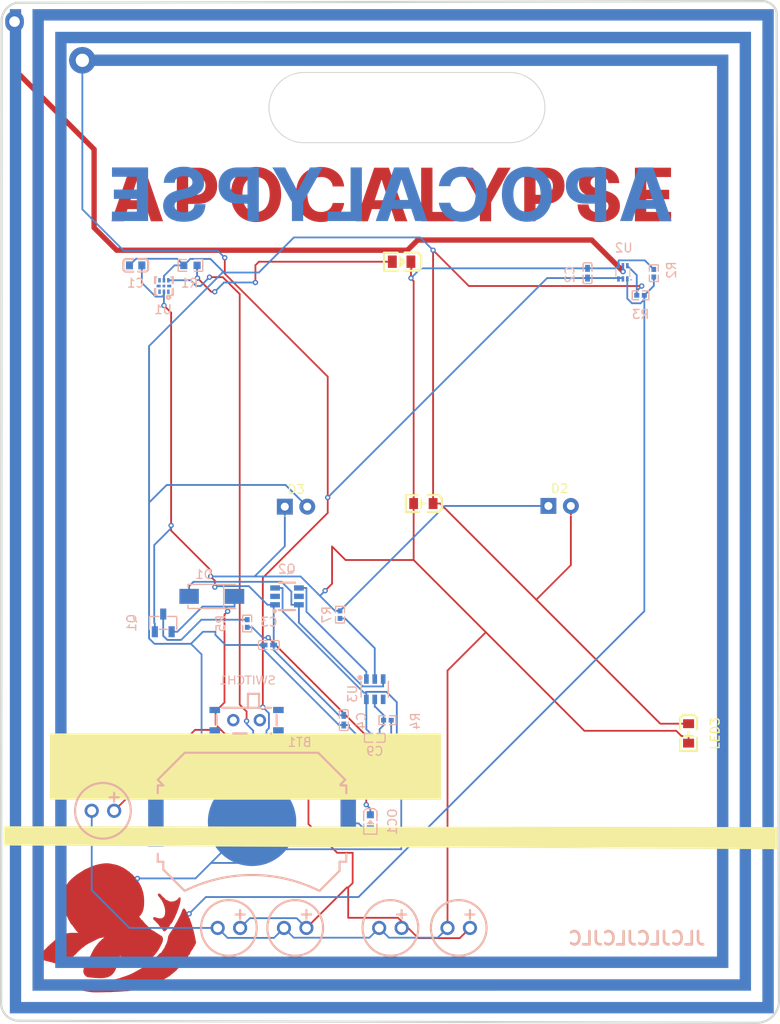
<source format=kicad_pcb>
(kicad_pcb (version 20240108) (generator "pcbnew") (generator_version "8.0")
  (layers (0 "F.Cu" signal) (31 "B.Cu" signal) (34 "B.Paste" user) (35 "F.Paste" user) (36 "B.SilkS" user "B.Silkscreen") (37 "F.SilkS" user "F.Silkscreen") (38 "B.Mask" user) (39 "F.Mask" user) (44 "Edge.Cuts" user))
  (net 0 "")
  (net 1 "GND")
  (net 2 "BAT-")
  (net 3 "VCC")
  (net 4 "Net-(U1-VOUT)")
  (net 5 "Net-(U3-VCC)")
  (net 6 "Net-(U2-SW)")
  (net 7 "Net-(LED1-+)")
  (net 9 "Net-(Q2-G2)")
  (net 11 "Net-(U2-FB)")
  (net 12 "Net-(U3-VM)")
  (net 15 "/LA")
  (net 16 "/LB")
  (net 20 "Net-(U2-EN)")
  (net 21 "Net-(D1-K)")
  (net 22 "/OC")
  (net 23 "Net-(OC1-K)")
  (net 24 "Net-(Q1-C)")
  (footprint "LED_THT:LED_D5.0mm_Horizontal_O6.35mm_Z15.0mm" (layer "F.Cu") (at 123.825 101.855)
    (property "Reference" "D3")
    (property "Value" "LED_Pad" (hide yes))
  )
  (footprint "easyeda2kicad:LED0805-RD_GREEN" (layer "F.Cu") (at 169.5 127.5 -90)
    (property "Reference" "LED3")
    (property "Value" "XL-2835UPC-02")
  )
  (footprint "LED_THT:LED_D5.0mm_Horizontal_O6.35mm_Z15.0mm" (layer "F.Cu") (at 153.645 101.775)
    (property "Reference" "D2")
    (property "Value" "LED_Pad")
  )
  (footprint "easyeda2kicad:LED0805-RD_GREEN" (layer "F.Cu") (at 139.5 101.5 180)
    (property "Reference" "LED2" (hide yes))
    (property "Value" "XL-2835UPC-02")
  )
  (footprint "easyeda2kicad:LED0805-R-RD" (layer "F.Cu") (at 137.04 74.15 180)
    (property "Reference" "LED1" (hide yes))
    (property "Value" "17-21SUYC/TR8" (hide yes))
  )
  (footprint "easyeda2kicad:SOT-23-6_L2.9-W1.6-P0.95-LS2.8-BL" (layer "B.Cu") (at 134 122.5)
    (property "Reference" "U3")
    (property "Value" "DW01A_C351410")
  )
  (footprint "easyeda2kicad:R0603" (layer "B.Cu") (at 113.15 74.565 180)
    (property "Reference" "R1")
    (property "Value" "47Ω")
  )
  (footprint "easyeda2kicad:R0402" (layer "B.Cu") (at 130.07 114.07 -90)
    (property "Reference" "R7")
    (property "Value" "1kΩ")
  )
  (footprint "easyeda2kicad:C0402" (layer "B.Cu") (at 134 128)
    (property "Reference" "C9")
    (property "Value" "100nF")
  )
  (footprint "easyeda2kicad:R0402" (layer "B.Cu") (at 164.07 77.95 180)
    (property "Reference" "R3")
    (property "Value" "866kΩ")
  )
  (footprint "easyeda2kicad:R0402" (layer "B.Cu") (at 135.43 126)
    (property "Reference" "R4")
    (property "Value" "100Ω")
  )
  (footprint "easyeda2kicad:R0402" (layer "B.Cu") (at 119.57 115.07 -90)
    (property "Reference" "R5")
    (property "Value" "33Ω")
  )
  (footprint "easyeda2kicad:R0402" (layer "B.Cu") (at 165.57 75.45 -90)
    (property "Reference" "R2")
    (property "Value" "200kΩ")
  )
  (footprint "easyeda2kicad:CAP-TH_BD6.3-P2.50-D1.0-FD" (layer "B.Cu") (at 143.5 149.5 180)
    (property "Reference" "C6" (hide yes))
    (property "Value" "KF1A221ME050A00CE016")
  )
  (footprint "easyeda2kicad:XQFN-8_L1.6-W1.6-P0.50-BL" (layer "B.Cu") (at 110.15 76.9 180)
    (property "Reference" "U1")
    (property "Value" "NT3H2111W0FHKH")
  )
  (footprint "easyeda2kicad:C0402" (layer "B.Cu") (at 122.02 117.5 180)
    (property "Reference" "C3")
    (property "Value" "100nF")
  )
  (footprint "easyeda2kicad:CAP-TH_BD6.3-P2.50-D1.0-FD" (layer "B.Cu") (at 135.77 149.5 180)
    (property "Reference" "C8" (hide yes))
    (property "Value" "KF1A221ME050A00CE016")
  )
  (footprint "easyeda2kicad:BAT-SMD_MY-2032-08" (layer "B.Cu") (at 120.12 137.5 180)
    (property "Reference" "BT1")
    (property "Value" "MY-2032-08")
  )
  (footprint "easyeda2kicad:C0402" (layer "B.Cu") (at 130.5 126 -90)
    (property "Reference" "C4")
    (property "Value" "10uF")
  )
  (footprint "easyeda2kicad:C0402" (layer "B.Cu") (at 158.07 75.45 -90)
    (property "Reference" "C2")
    (property "Value" "100nF")
  )
  (footprint "easyeda2kicad:C0603" (layer "B.Cu") (at 106.95 74.565 180)
    (property "Reference" "C1")
    (property "Value" "220nF")
  )
  (footprint "Downloads:antenna" (layer "B.Cu") (at 135.922 102.372 -90)
    (property "Reference" "L1" (hide yes))
    (property "Value" "1uH" (hide yes))
  )
  (footprint "easyeda2kicad:CAP-TH_BD6.3-P2.50-D1.0-FD" (layer "B.Cu") (at 125 149.5 180)
    (property "Reference" "C5" (hide yes))
    (property "Value" "KF1A221ME050A00CE016")
  )
  (footprint "easyeda2kicad:CAP-TH_BD6.3-P2.50-D1.0-FD" (layer "B.Cu") (at 117.5 149.5 180)
    (property "Reference" "C10" (hide yes))
    (property "Value" "KF1A221ME050A00CE016")
  )
  (footprint "easyeda2kicad:CAP-TH_BD6.3-P2.50-D1.0-FD" (layer "B.Cu") (at 103.25 136.25 180)
    (property "Reference" "C7" (hide yes))
    (property "Value" "KF1A221ME050A00CE016" (hide yes))
  )
  (footprint "easyeda2kicad:SOT-23-6_L2.9-W1.6-P0.95-LS2.8-BR" (layer "B.Cu") (at 124.07 112 180)
    (property "Reference" "Q2")
    (property "Value" "FS8205")
  )
  (footprint "easyeda2kicad:SMA_L4.2-W2.6-LS5.3-RD" (layer "B.Cu") (at 115.57 112 180)
    (property "Reference" "D1")
    (property "Value" "SS14")
  )
  (footprint "easyeda2kicad:LED0603-RD" (layer "B.Cu") (at 133.5 137.5 -90)
    (property "Reference" "OC1")
    (property "Value" "KT-0603R")
  )
  (footprint "easyeda2kicad:SOT-563_L1.6-W1.2-P0.50-LS1.6-BR" (layer "B.Cu") (at 162.07 75.35 -90)
    (property "Reference" "U2")
    (property "Value" "TPS61023DRLR")
  )
  (footprint "easyeda2kicad:SOT-23-3_L2.9-W1.3-P1.90-LS2.4-BR" (layer "B.Cu") (at 110.07 115 -90)
    (property "Reference" "Q1")
    (property "Value" "S8050")
  )
  (footprint "easyeda2kicad:SW-TH_MSK12C02" (layer "B.Cu") (at 119.5 126.55)
    (property "Reference" "SWITCH1")
    (property "Value" "MSK12C02")
  )
  (gr_poly (pts (xy 105.497291 149.400624) (xy 105.364999 149.453542) (xy 105.417917 149.347708)) (stroke (width -0.000001)) (fill solid) (layer "F.Cu") (net 2))
  (gr_poly (pts (xy 100.6025 150.326667) (xy 100.681875 150.353125) (xy 100.681875 150.379582) (xy 100.496666 150.379582) (xy 100.549583 150.273751) (xy 100.6025 150.273751)) (stroke (width -0.000001)) (fill solid) (layer "F.Cu") (net 2))
  (gr_poly (pts (xy 99.162274 152.254532) (xy 99.176602 152.277208) (xy 99.190352 152.29983) (xy 99.2036 152.322534) (xy 99.216425 152.345456) (xy 99.228902 152.368729) (xy 99.24111 152.392491) (xy 99.253125 152.416875) (xy 99.147291 152.390416) (xy 99.147291 152.231667)) (stroke (width -0.000001)) (fill solid) (layer "F.Cu") (net 2))
  (gr_poly (pts (xy 110.524374 152.231667) (xy 110.418541 152.284583) (xy 110.447686 152.209549) (xy 110.457608 152.185519) (xy 110.461813 152.176063) (xy 110.46567 152.168001) (xy 110.469293 152.161102) (xy 110.472801 152.155134) (xy 110.476308 152.149863) (xy 110.479932 152.145057) (xy 110.483788 152.140484) (xy 110.487994 152.13591) (xy 110.497915 152.125833)) (stroke (width -0.000001)) (fill solid) (layer "F.Cu") (net 11))
  (gr_poly (pts (xy 110.074582 152.575624) (xy 109.995207 152.602083) (xy 110.048124 152.49625)) (stroke (width -0.000001)) (fill solid) (layer "F.Cu") (net 11))
  (gr_poly (pts (xy 100.775925 156.285786) (xy 100.790601 156.288163) (xy 100.803417 156.29054) (xy 100.815923 156.293227) (xy 100.829669 156.296535) (xy 100.867083 156.30625) (xy 100.867083 156.385625) (xy 100.787708 156.359166) (xy 100.708333 156.438541) (xy 100.702855 156.422056) (xy 100.698618 156.408982) (xy 100.69531 156.398078) (xy 100.692623 156.388105) (xy 100.690246 156.377821) (xy 100.687869 156.365987) (xy 100.685182 156.351363) (xy 100.681875 156.332707) (xy 100.734791 156.279792)) (stroke (width -0.000001)) (fill solid) (layer "F.Cu") (net 11))
  (gr_poly (pts (xy 108.434166 154.374791) (xy 108.393961 154.393291) (xy 108.379518 154.399674) (xy 108.36678 154.40497) (xy 108.354196 154.409802) (xy 108.340218 154.414789) (xy 108.301873 154.427709) (xy 108.328332 154.348332) (xy 108.38125 154.348332) (xy 108.38125 154.295417) (xy 108.460624 154.295417)) (stroke (width -0.000001)) (fill solid) (layer "F.Cu") (net 11))
  (gr_poly (pts (xy 110.286248 154.8775) (xy 110.25705 154.911912) (xy 110.244888 154.925866) (xy 110.234001 154.937872) (xy 110.224129 154.948095) (xy 110.21501 154.956699) (xy 110.206381 154.963849) (xy 110.20217 154.96693) (xy 110.197982 154.96971) (xy 110.193787 154.972208) (xy 110.189551 154.974446) (xy 110.185242 154.976444) (xy 110.180826 154.978222) (xy 110.176271 154.979802) (xy 110.171545 154.981203) (xy 110.161448 154.983554) (xy 110.150272 154.985439) (xy 110.137755 154.987023) (xy 110.107655 154.989948) (xy 110.048124 154.983333) (xy 110.121711 154.923595) (xy 110.146257 154.904268) (xy 110.165532 154.889901) (xy 110.173872 154.884094) (xy 110.181707 154.878946) (xy 110.18931 154.874263) (xy 110.196952 154.869851) (xy 110.213437 154.861066) (xy 110.233333 154.851041)) (stroke (width -0.000001)) (fill solid) (layer "F.Cu") (net 11))
  (gr_poly (pts (xy 109.615405 145.610979) (xy 109.624635 145.61127) (xy 109.645461 145.612433) (xy 109.671247 145.61437) (xy 109.704165 145.617083) (xy 109.723906 145.637961) (xy 109.739306 145.654497) (xy 109.745765 145.661622) (xy 109.751605 145.668243) (xy 109.756979 145.674554) (xy 109.762044 145.680749) (xy 109.766953 145.687021) (xy 109.771862 145.693565) (xy 109.776926 145.700573) (xy 109.782301 145.708241) (xy 109.794599 145.726328) (xy 109.809999 145.749375) (xy 109.889373 145.802292) (xy 109.889373 145.855208) (xy 109.995207 145.908125) (xy 109.995207 145.9875) (xy 110.127499 146.040417) (xy 110.127499 146.093334) (xy 110.180415 146.093334) (xy 110.22155 146.130747) (xy 110.236226 146.144493) (xy 110.249042 146.156999) (xy 110.261547 146.169814) (xy 110.275293 146.18449) (xy 110.312707 146.225625) (xy 110.312707 146.278542) (xy 110.363971 146.298386) (xy 110.44429 146.331914) (xy 110.524139 146.366466) (xy 110.683123 146.437292) (xy 110.683123 146.490209) (xy 110.921249 146.490209) (xy 110.921249 146.543125) (xy 110.966827 146.531549) (xy 111.014816 146.520592) (xy 111.06181 146.511144) (xy 111.108195 146.503278) (xy 111.15436 146.497066) (xy 111.200694 146.49258) (xy 111.247583 146.489894) (xy 111.295417 146.489079) (xy 111.344583 146.490209) (xy 111.344583 146.437292) (xy 111.404113 146.429023) (xy 111.418267 146.425247) (xy 111.431579 146.421213) (xy 111.444143 146.416912) (xy 111.456056 146.41233) (xy 111.467411 146.407458) (xy 111.478304 146.402284) (xy 111.48883 146.396797) (xy 111.499083 146.390985) (xy 111.509159 146.384838) (xy 111.519153 146.378343) (xy 111.52916 146.37149) (xy 111.539274 146.364268) (xy 111.560205 146.34867) (xy 111.582707 146.331459) (xy 111.662082 146.331459) (xy 111.662082 146.278542) (xy 111.767915 146.172708) (xy 111.791067 146.114831) (xy 111.801047 146.098957) (xy 111.80539 146.092445) (xy 111.809516 146.086745) (xy 111.811546 146.084166) (xy 111.813583 146.081752) (xy 111.815644 146.079488) (xy 111.817751 146.077362) (xy 111.819924 146.075361) (xy 111.822182 146.073471) (xy 111.824545 146.071681) (xy 111.827034 146.069976) (xy 111.829668 146.068343) (xy 111.832467 146.06677) (xy 111.835452 146.065244) (xy 111.838641 146.063752) (xy 111.842057 146.06228) (xy 111.845717 146.060816) (xy 111.853854 146.057858) (xy 111.863211 146.054774) (xy 111.873949 146.05146) (xy 111.900207 146.043724) (xy 111.979582 146.040417) (xy 111.997059 146.058068) (xy 112.004148 146.065572) (xy 112.010252 146.072482) (xy 112.012961 146.075782) (xy 112.015455 146.079015) (xy 112.017745 146.082207) (xy 112.019842 146.085385) (xy 112.021755 146.088577) (xy 112.023497 146.091809) (xy 112.025076 146.095108) (xy 112.026505 146.098501) (xy 112.027793 146.102016) (xy 112.028951 146.105678) (xy 112.02999 146.109516) (xy 112.03092 146.113555) (xy 112.031752 146.117824) (xy 112.032496 146.122348) (xy 112.033765 146.132272) (xy 112.034811 146.143542) (xy 112.035719 146.156375) (xy 112.03746 146.187591) (xy 112.035474 146.246012) (xy 112.032374 146.304257) (xy 112.027966 146.362305) (xy 112.022058 146.420139) (xy 112.014458 146.477739) (xy 112.004974 146.535089) (xy 111.993413 146.592168) (xy 111.979582 146.648958) (xy 111.954777 146.749831) (xy 111.937338 146.817494) (xy 111.919087 146.88482) (xy 111.900059 146.95185) (xy 111.880285 147.018624) (xy 111.838628 147.151563) (xy 111.794374 147.283959) (xy 111.776971 147.334731) (xy 111.720665 147.496428) (xy 111.691763 147.576768) (xy 111.66203 147.656719) (xy 111.631215 147.736242) (xy 111.59907 147.815301) (xy 111.565345 147.893858) (xy 111.529791 147.971875) (xy 111.490103 148.064479) (xy 111.460649 148.132649) (xy 111.430861 148.200658) (xy 111.370627 148.3364) (xy 111.343895 148.397245) (xy 111.317472 148.458216) (xy 111.265207 148.580417) (xy 111.212291 148.580417) (xy 111.195755 148.659792) (xy 111.189724 148.679841) (xy 111.183045 148.699191) (xy 111.175743 148.717906) (xy 111.167844 148.73605) (xy 111.159375 148.753686) (xy 111.150363 148.770878) (xy 111.140832 148.787689) (xy 111.13081 148.804182) (xy 111.120322 148.820422) (xy 111.109395 148.836472) (xy 111.086328 148.868255) (xy 111.061818 148.900039) (xy 111.036075 148.932334) (xy 111.023719 148.947017) (xy 111.014133 148.958707) (xy 111.010152 148.963787) (xy 111.006592 148.96855) (xy 111.003361 148.973137) (xy 111.00037 148.977693) (xy 110.997527 148.982361) (xy 110.994742 148.987283) (xy 110.991924 148.992605) (xy 110.988982 148.998468) (xy 110.982365 149.012394) (xy 110.974165 149.030208) (xy 110.921249 149.030208) (xy 110.898098 149.08974) (xy 110.888594 149.112608) (xy 110.878882 149.135249) (xy 110.868948 149.157699) (xy 110.858777 149.179994) (xy 110.848353 149.20217) (xy 110.837662 149.224261) (xy 110.826688 149.246304) (xy 110.815416 149.268334) (xy 110.7625 149.268334) (xy 110.741002 149.327864) (xy 110.729648 149.353271) (xy 110.718055 149.377266) (xy 110.712094 149.388817) (xy 110.705986 149.400115) (xy 110.699699 149.411193) (xy 110.693204 149.422084) (xy 110.686472 149.432821) (xy 110.679472 149.443438) (xy 110.672176 149.453967) (xy 110.664554 149.464441) (xy 110.656575 149.474894) (xy 110.648211 149.485359) (xy 110.639432 149.495869) (xy 110.630208 149.506458) (xy 110.57729 149.506458) (xy 110.562408 149.561029) (xy 110.549055 149.586906) (xy 110.534608 149.612201) (xy 110.519097 149.636863) (xy 110.502549 149.660842) (xy 110.484993 149.684087) (xy 110.466456 149.706547) (xy 110.446967 149.728172) (xy 110.426553 149.748911) (xy 110.405242 149.768715) (xy 110.383064 149.787531) (xy 110.360045 149.80531) (xy 110.336215 149.822001) (xy 110.3116 149.837554) (xy 110.286229 149.851918) (xy 110.260131 149.865042) (xy 110.233333 149.876876) (xy 110.190338 149.878736) (xy 110.175197 149.879201) (xy 110.162226 149.879355) (xy 110.149875 149.879201) (xy 110.136594 149.878736) (xy 110.10104 149.876876) (xy 110.10104 149.823958) (xy 110.048124 149.823958) (xy 110.021666 149.691666) (xy 109.96875 149.691666) (xy 109.943202 149.666164) (xy 109.933795 149.656494) (xy 109.925211 149.647328) (xy 109.916386 149.637503) (xy 109.906253 149.625856) (xy 109.877798 149.592447) (xy 109.829947 149.536637) (xy 109.788429 149.485844) (xy 109.757229 149.44692) (xy 109.745038 149.431119) (xy 109.734874 149.417339) (xy 109.726552 149.405263) (xy 109.719888 149.394578) (xy 109.714698 149.384966) (xy 109.710798 149.376112) (xy 109.708004 149.367702) (xy 109.706131 149.359419) (xy 109.704994 149.350947) (xy 109.704411 149.341972) (xy 109.704165 149.32125) (xy 109.651249 149.32125) (xy 109.633782 149.294895) (xy 109.626716 149.283926) (xy 109.620656 149.274121) (xy 109.615528 149.265246) (xy 109.611251 149.257068) (xy 109.60775 149.249355) (xy 109.604947 149.241875) (xy 109.602763 149.234395) (xy 109.601122 149.226682) (xy 109.599947 149.218504) (xy 109.599159 149.209629) (xy 109.598681 149.199823) (xy 109.598435 149.188855) (xy 109.598332 149.1625) (xy 109.492498 149.109583) (xy 109.492498 149.056667) (xy 109.439583 149.056667) (xy 109.439583 149.003749) (xy 109.360208 148.977292) (xy 109.30729 148.871459) (xy 109.284725 148.847849) (xy 109.261938 148.824559) (xy 109.238924 148.801564) (xy 109.215676 148.778841) (xy 109.192188 148.756365) (xy 109.168454 148.734111) (xy 109.144467 148.712057) (xy 109.120222 148.690177) (xy 109.064793 148.63853) (xy 109.042308 148.617201) (xy 109.02295 148.598343) (xy 109.006452 148.581563) (xy 108.992545 148.566469) (xy 108.98096 148.552666) (xy 108.971428 148.539762) (xy 108.963681 148.527362) (xy 108.957451 148.515074) (xy 108.952468 148.502505) (xy 108.948465 148.489261) (xy 108.945173 148.474948) (xy 108.942323 148.459173) (xy 108.936874 148.421666) (xy 108.936874 148.342292) (xy 108.954971 148.327893) (xy 108.969521 148.316634) (xy 108.975951 148.311891) (xy 108.982075 148.307584) (xy 108.988088 148.303597) (xy 108.994184 148.299814) (xy 109.000555 148.296117) (xy 109.007397 148.292392) (xy 109.014902 148.288521) (xy 109.023265 148.284388) (xy 109.043338 148.274873) (xy 109.069166 148.262917) (xy 109.094436 148.268872) (xy 109.118667 148.275079) (xy 109.142135 148.281624) (xy 109.165116 148.288594) (xy 109.187886 148.296075) (xy 109.21072 148.304154) (xy 109.233893 148.312916) (xy 109.257681 148.322447) (xy 109.304516 148.339094) (xy 109.350716 148.354012) (xy 109.396395 148.367225) (xy 109.441668 148.378759) (xy 109.486651 148.388638) (xy 109.531458 148.396887) (xy 109.576206 148.403531) (xy 109.621007 148.408595) (xy 109.665979 148.412104) (xy 109.711236 148.414083) (xy 109.756893 148.414556) (xy 109.803065 148.413548) (xy 109.849867 148.411085) (xy 109.897415 148.407191) (xy 109.945823 148.40189) (xy 109.995207 148.395209) (xy 109.995207 148.342292) (xy 110.069621 148.29599) (xy 110.090099 148.280847) (xy 110.108868 148.265542) (xy 110.126038 148.250007) (xy 110.141718 148.234178) (xy 110.156017 148.217986) (xy 110.169046 148.201367) (xy 110.180915 148.184252) (xy 110.191732 148.166577) (xy 110.201608 148.148273) (xy 110.210652 148.129276) (xy 110.218974 148.109518) (xy 110.226683 148.088932) (xy 110.23389 148.067453) (xy 110.240704 148.045014) (xy 110.247234 148.021549) (xy 110.25359 147.99699) (xy 110.262915 147.929577) (xy 110.270686 147.862838) (xy 110.276793 147.796714) (xy 110.281124 147.731147) (xy 110.283568 147.666079) (xy 110.284012 147.60145) (xy 110.282346 147.537202) (xy 110.278458 147.473277) (xy 110.272235 147.409616) (xy 110.263567 147.34616) (xy 110.252342 147.282851) (xy 110.238449 147.21963) (xy 110.221775 147.156439) (xy 110.20221 147.093219) (xy 110.179641 147.029912) (xy 110.153958 146.966458) (xy 110.135492 146.907839) (xy 110.117578 146.84905) (xy 110.107847 146.82035) (xy 110.097531 146.791927) (xy 110.075316 146.735821) (xy 110.051278 146.680559) (xy 110.025764 146.625967) (xy 109.999116 146.571872) (xy 109.971682 146.5181) (xy 109.915832 146.410833) (xy 109.889477 146.350165) (xy 109.880954 146.332167) (xy 109.877196 146.324819) (xy 109.873565 146.318432) (xy 109.87175 146.315566) (xy 109.869909 146.312901) (xy 109.868022 146.310424) (xy 109.86607 146.308121) (xy 109.864034 146.30598) (xy 109.861894 146.303987) (xy 109.859632 146.302129) (xy 109.857226 146.300394) (xy 109.854659 146.298768) (xy 109.851911 146.297237) (xy 109.848962 146.29579) (xy 109.845793 146.294412) (xy 109.842385 146.293091) (xy 109.838717 146.291813) (xy 109.830529 146.289335) (xy 109.821072 146.286874) (xy 109.810191 146.284325) (xy 109.78354 146.278542) (xy 109.772585 146.261514) (xy 109.76411 146.248052) (xy 109.760609 146.242271) (xy 109.757496 146.236916) (xy 109.754692 146.231832) (xy 109.752122 146.226865) (xy 109.749706 146.221859) (xy 109.747367 146.216659) (xy 109.745029 146.21111) (xy 109.742613 146.205058) (xy 109.737239 146.190821) (xy 109.730624 146.172708) (xy 109.757083 146.119792) (xy 109.704165 146.119792) (xy 109.688031 146.101341) (xy 109.672223 146.082879) (xy 109.656698 146.06436) (xy 109.641412 146.045739) (xy 109.626322 146.026969) (xy 109.611385 146.008005) (xy 109.596557 145.988801) (xy 109.581796 145.96931) (xy 109.548103 145.92678) (xy 109.536041 145.910585) (xy 109.524853 145.894982) (xy 109.51455 145.879848) (xy 109.505141 145.86506) (xy 109.49664 145.850497) (xy 109.489055 145.836034) (xy 109.482398 145.821551) (xy 109.47668 145.806923) (xy 109.471912 145.792028) (xy 109.468104 145.776745) (xy 109.465268 145.760949) (xy 109.463415 145.744519) (xy 109.462554 145.727331) (xy 109.462698 145.709264) (xy 109.463857 145.690195) (xy 109.466041 145.67) (xy 109.518957 145.67) (xy 109.518957 145.617083) (xy 109.547534 145.61437) (xy 109.57022 145.612433) (xy 109.589185 145.61127) (xy 109.597951 145.610979) (xy 109.6066 145.610882)) (stroke (width -0.000001)) (fill solid) (layer "F.Cu"))
  (gr_poly (pts (xy 99.332499 151.887708) (xy 99.373017 151.890192) (xy 99.387539 151.890813) (xy 99.400304 151.89102) (xy 99.412861 151.890813) (xy 99.426761 151.890192) (xy 99.464792 151.887708) (xy 99.438333 151.967082) (xy 99.332499 151.967082) (xy 99.306041 152.02) (xy 99.226666 152.02) (xy 99.279583 151.834792)) (stroke (width -0.000001)) (fill solid) (layer "F.Cu") (net 2))
  (gr_poly (pts (xy 112.138333 153.29) (xy 112.032499 153.395833) (xy 111.979582 153.342917) (xy 112.058957 153.316458) (xy 112.069555 153.298887) (xy 112.077774 153.285036) (xy 112.084236 153.273667) (xy 112.087001 153.268525) (xy 112.089559 153.263538) (xy 112.091988 153.258551) (xy 112.094365 153.253409) (xy 112.099272 153.242041) (xy 112.104902 153.228193) (xy 112.111874 153.210625)) (stroke (width -0.000001)) (fill solid) (layer "F.Cu") (net 11))
  (gr_poly (pts (xy 99.59477 150.852149) (xy 99.676458 150.855834) (xy 99.684734 150.893394) (xy 99.691241 150.93033) (xy 99.696059 150.966722) (xy 99.699269 151.002649) (xy 99.700953 151.03819) (xy 99.701189 151.073425) (xy 99.70006 151.108432) (xy 99.697645 151.143291) (xy 99.694026 151.178081) (xy 99.689282 151.212882) (xy 99.683495 151.247772) (xy 99.676746 151.282831) (xy 99.66068 151.353773) (xy 99.641731 151.426342) (xy 99.624627 151.492435) (xy 99.611923 151.537723) (xy 99.598346 151.581808) (xy 99.583765 151.624935) (xy 99.568051 151.667349) (xy 99.551073 151.709297) (xy 99.5327 151.751022) (xy 99.512802 151.792772) (xy 99.49125 151.834792) (xy 99.480432 151.877574) (xy 99.476849 151.892661) (xy 99.47407 151.905614) (xy 99.471785 151.917983) (xy 99.469684 151.931317) (xy 99.464792 151.967082) (xy 99.332499 151.967082) (xy 99.306041 152.02) (xy 99.226666 152.02) (xy 99.275554 151.857425) (xy 99.325826 151.695318) (xy 99.42929 151.371977) (xy 99.453526 151.29653) (xy 99.475508 151.228575) (xy 99.481497 151.210596) (xy 99.485968 151.196426) (xy 99.487692 151.190373) (xy 99.489106 151.184797) (xy 99.490232 151.17954) (xy 99.491095 151.174443) (xy 99.491716 151.169347) (xy 99.492119 151.164095) (xy 99.492327 151.158527) (xy 99.492363 151.152486) (xy 99.492012 151.138349) (xy 99.49125 151.120417) (xy 99.446601 151.146875) (xy 99.433844 151.152149) (xy 99.42148 151.156774) (xy 99.409442 151.160784) (xy 99.397667 151.164216) (xy 99.386089 151.167106) (xy 99.374643 151.169489) (xy 99.363264 151.171402) (xy 99.351887 151.172879) (xy 99.340446 151.173958) (xy 99.328877 151.174673) (xy 99.317115 151.17506) (xy 99.305094 151.175155) (xy 99.280017 151.174613) (xy 99.253125 151.173332) (xy 99.253125 151.22625) (xy 99.172819 151.260149) (xy 99.096813 151.293441) (xy 99.021313 151.327734) (xy 98.946144 151.362754) (xy 98.871132 151.398229) (xy 98.791519 151.435506) (xy 98.711576 151.471622) (xy 98.671322 151.488991) (xy 98.630796 151.505767) (xy 98.589933 151.521849) (xy 98.548671 151.537136) (xy 98.519162 151.546965) (xy 98.496115 151.55494) (xy 98.486427 151.558517) (xy 98.47765 151.561972) (xy 98.469548 151.565419) (xy 98.461887 151.568971) (xy 98.454432 151.572743) (xy 98.446947 151.576848) (xy 98.439199 151.581401) (xy 98.430951 151.586514) (xy 98.412018 151.59888) (xy 98.388268 151.614856) (xy 98.375374 151.621903) (xy 98.363017 151.628095) (xy 98.351106 151.633476) (xy 98.339548 151.638091) (xy 98.32825 151.641982) (xy 98.317121 151.645194) (xy 98.306068 151.647771) (xy 98.294999 151.649756) (xy 98.283821 151.651192) (xy 98.272443 151.652125) (xy 98.260772 151.652597) (xy 98.248715 151.652653) (xy 98.236181 151.652335) (xy 98.223078 151.651689) (xy 98.194791 151.649584) (xy 98.181042 151.625092) (xy 98.168545 151.600953) (xy 98.157226 151.577088) (xy 98.147012 151.553419) (xy 98.13783 151.529867) (xy 98.129607 151.506354) (xy 98.122269 151.4828) (xy 98.115743 151.459127) (xy 98.109957 151.435257) (xy 98.104836 151.41111) (xy 98.100308 151.386608) (xy 98.0963 151.361672) (xy 98.089549 151.310183) (xy 98.083997 151.256015) (xy 98.077434 151.193177) (xy 98.069797 151.117126) (xy 98.0625 151.041042) (xy 98.115416 151.067501) (xy 98.115416 151.199791) (xy 98.194791 151.146875) (xy 98.194791 151.067501) (xy 98.274167 151.093958) (xy 98.300625 151.411458) (xy 98.383359 151.381007) (xy 98.465989 151.350273) (xy 98.559007 151.315857) (xy 98.572889 151.309765) (xy 98.586269 151.303611) (xy 98.599199 151.297374) (xy 98.611731 151.291036) (xy 98.62392 151.284575) (xy 98.635818 151.277973) (xy 98.658951 151.264264) (xy 98.681554 151.24975) (xy 98.704051 151.234273) (xy 98.726864 151.217673) (xy 98.750416 151.199791) (xy 98.801266 151.189146) (xy 98.819249 151.185606) (xy 98.834752 151.182841) (xy 98.849635 151.180542) (xy 98.865758 151.178397) (xy 98.909166 151.173332) (xy 98.909166 151.120417) (xy 99.082243 151.028882) (xy 99.21529 150.960252) (xy 99.269611 150.933557) (xy 99.317297 150.911425) (xy 99.359471 150.89347) (xy 99.397257 150.879303) (xy 99.431779 150.868536) (xy 99.464161 150.860783) (xy 99.495528 150.855655) (xy 99.527002 150.852765) (xy 99.559708 150.851725)) (stroke (width -0.000001)) (fill solid) (layer "F.Cu") (net 2))
  (gr_poly (pts (xy 106.608542 150.564792) (xy 106.476249 150.697083) (xy 106.476249 150.644167) (xy 106.423332 150.644167) (xy 106.425554 150.627682) (xy 106.427466 150.614608) (xy 106.428403 150.608962) (xy 106.429378 150.603704) (xy 106.430431 150.598679) (xy 106.4316 150.593731) (xy 106.432924 150.588705) (xy 106.434443 150.583447) (xy 106.438215 150.571613) (xy 106.443228 150.556989) (xy 106.449791 150.538333) (xy 106.467903 150.527378) (xy 106.48214 150.518903) (xy 106.493741 150.512288) (xy 106.498941 150.509485) (xy 106.503947 150.506914) (xy 106.508915 150.504498) (xy 106.513998 150.502159) (xy 106.525135 150.497405) (xy 106.538597 150.492031) (xy 106.555624 150.485416)) (stroke (width -0.000001)) (fill solid) (layer "F.Cu") (net 2))
  (gr_poly (pts (xy 101.531812 156.382368) (xy 101.549795 156.3831) (xy 101.565729 156.384475) (xy 101.58004 156.38657) (xy 101.593156 156.389462) (xy 101.605502 156.393229) (xy 101.617505 156.397948) (xy 101.629591 156.403697) (xy 101.642186 156.410553) (xy 101.655717 156.418594) (xy 101.687291 156.438541) (xy 101.646725 156.457041) (xy 101.629969 156.464411) (xy 101.615151 156.47058) (xy 101.60196 156.475587) (xy 101.590088 156.479469) (xy 101.579223 156.482266) (xy 101.569055 156.484016) (xy 101.559276 156.484759) (xy 101.549573 156.484533) (xy 101.539639 156.483377) (xy 101.529161 156.481329) (xy 101.517831 156.478429) (xy 101.505338 156.474715) (xy 101.475625 156.465) (xy 101.528541 156.465) (xy 101.528541 156.412082) (xy 101.396249 156.412082) (xy 101.396249 156.385625) (xy 101.46131 156.383248) (xy 101.511355 156.3822)) (stroke (width -0.000001)) (fill solid) (layer "F.Cu") (net 11))
  (gr_poly (pts (xy 111.68854 146.543125) (xy 111.529791 146.648958) (xy 111.476873 146.6225) (xy 111.476873 146.569583) (xy 111.635624 146.543125) (xy 111.635624 146.46375)) (stroke (width -0.000001)) (fill solid) (layer "F.Cu"))
  (gr_poly (pts (xy 99.531288 150.303847) (xy 99.588586 150.306149) (xy 99.648346 150.310131) (xy 99.71847 150.314678) (xy 99.80331 150.320496) (xy 99.888125 150.326667) (xy 99.888125 150.353125) (xy 99.791386 150.357982) (xy 99.663229 150.364701) (xy 99.59977 150.367853) (xy 99.549512 150.370802) (xy 99.499425 150.374281) (xy 99.399601 150.382811) (xy 99.299971 150.393409) (xy 99.200208 150.406041) (xy 99.200208 150.353125) (xy 99.229039 150.343409) (xy 99.257354 150.334919) (xy 99.28524 150.327594) (xy 99.312785 150.321372) (xy 99.340076 150.31619) (xy 99.367199 150.311988) (xy 99.394241 150.308702) (xy 99.42129 150.30627) (xy 99.448432 150.304631) (xy 99.475754 150.303722) (xy 99.503344 150.303482)) (stroke (width -0.000001)) (fill solid) (layer "F.Cu") (net 2))
  (gr_poly (pts (xy 110.286248 146.543125) (xy 110.233333 146.6225) (xy 110.180415 146.516667)) (stroke (width -0.000001)) (fill solid) (layer "F.Cu"))
  (gr_poly (pts (xy 104.386041 151.781874) (xy 104.359582 151.861249) (xy 104.280208 151.834792) (xy 104.333125 151.755417)) (stroke (width -0.000001)) (fill solid) (layer "F.Cu") (net 2))
  (gr_poly (pts (xy 98.432916 151.358542) (xy 98.379999 151.411458) (xy 98.300625 151.411458) (xy 98.300625 151.332083)) (stroke (width -0.000001)) (fill solid) (layer "F.Cu") (net 2))
  (gr_poly (pts (xy 98.274167 151.411458) (xy 98.141874 151.464376) (xy 98.141874 151.411458) (xy 98.194791 151.411458) (xy 98.168333 151.332083) (xy 98.22125 151.279166) (xy 98.274167 151.279166)) (stroke (width -0.000001)) (fill solid) (layer "F.Cu") (net 2))
  (gr_poly (pts (xy 104.650624 149.95625) (xy 104.571249 150.009166) (xy 104.54479 149.929792)) (stroke (width -0.000001)) (fill solid) (layer "F.Cu") (net 2))
  (gr_poly (pts (xy 110.444999 152.02) (xy 110.286248 152.231667) (xy 110.233333 152.205208) (xy 110.392082 151.914167)) (stroke (width -0.000001)) (fill solid) (layer "F.Cu") (net 11))
  (gr_poly (pts (xy 99.306041 150.379582) (xy 99.200208 150.406041) (xy 99.200208 150.353125) (xy 99.253125 150.326667)) (stroke (width -0.000001)) (fill solid) (layer "F.Cu") (net 2))
  (gr_poly (pts (xy 111.582707 146.6225) (xy 111.503332 146.648958) (xy 111.476873 146.569583)) (stroke (width -0.000001)) (fill solid) (layer "F.Cu"))
  (gr_poly (pts (xy 109.492498 153.13125) (xy 109.413124 153.184166) (xy 109.360208 153.13125) (xy 109.439583 153.078333)) (stroke (width -0.000001)) (fill solid) (layer "F.Cu") (net 11))
  (gr_poly (pts (xy 104.888749 155.565416) (xy 104.809375 155.565416) (xy 104.809375 155.618332) (xy 104.756457 155.618332) (xy 104.756457 155.565416) (xy 104.703541 155.538957) (xy 104.729948 155.530225) (xy 104.741039 155.526691) (xy 104.751083 155.523662) (xy 104.760353 155.521098) (xy 104.769118 155.51896) (xy 104.777651 155.517209) (xy 104.786223 155.515807) (xy 104.795105 155.514716) (xy 104.804568 155.513895) (xy 104.814884 155.513308) (xy 104.826324 155.512914) (xy 104.853661 155.512552) (xy 104.888749 155.5125)) (stroke (width -0.000001)) (fill solid) (layer "F.Cu") (net 11))
  (gr_poly (pts (xy 99.993958 146.860625) (xy 99.914583 146.966458) (xy 99.914634 146.931473) (xy 99.914996 146.90486) (xy 99.91539 146.894208) (xy 99.915978 146.885068) (xy 99.916798 146.877245) (xy 99.91789 146.870547) (xy 99.919292 146.864779) (xy 99.921042 146.859747) (xy 99.92318 146.855257) (xy 99.925745 146.851117) (xy 99.928774 146.847131) (xy 99.932308 146.843107) (xy 99.941041 146.834167)) (stroke (width -0.000001)) (fill solid) (layer "F.Cu") (net 2))
  (gr_poly (pts (xy 112.36549 147.311807) (xy 112.379978 147.313352) (xy 112.393566 147.315121) (xy 112.406357 147.317183) (xy 112.418455 147.319606) (xy 112.429961 147.322459) (xy 112.44098 147.325811) (xy 112.451614 147.329731) (xy 112.461966 147.334288) (xy 112.47214 147.33955) (xy 112.482238 147.345587) (xy 112.492364 147.352466) (xy 112.502621 147.360258) (xy 112.513112 147.36903) (xy 112.52394 147.378851) (xy 112.535208 147.389791) (xy 112.574184 147.45009) (xy 112.61115 147.510937) (xy 112.646266 147.57242) (xy 112.679696 147.634629) (xy 112.711602 147.697653) (xy 112.742144 147.76158) (xy 112.771487 147.826499) (xy 112.799791 147.8925) (xy 112.826139 147.942994) (xy 112.852707 147.993373) (xy 112.86391 148.015941) (xy 112.874554 148.03864) (xy 112.884674 148.061466) (xy 112.894307 148.084416) (xy 112.912255 148.130684) (xy 112.928685 148.177425) (xy 112.943887 148.22462) (xy 112.958147 148.272251) (xy 112.984999 148.36875) (xy 113.037916 148.36875) (xy 113.055485 148.422389) (xy 113.090158 148.5265) (xy 113.12545 148.630346) (xy 113.161533 148.733919) (xy 113.198578 148.83721) (xy 113.273557 149.051962) (xy 113.34369 149.268247) (xy 113.409158 149.485941) (xy 113.470143 149.704922) (xy 113.52683 149.925067) (xy 113.579399 150.146252) (xy 113.628033 150.368353) (xy 113.672915 150.591249) (xy 113.694516 150.697806) (xy 113.705362 150.751131) (xy 113.735135 150.897174) (xy 113.75229 150.988124) (xy 113.771101 151.084346) (xy 113.772413 151.101449) (xy 113.773286 151.117405) (xy 113.773696 151.132357) (xy 113.773618 151.146449) (xy 113.773028 151.159825) (xy 113.771903 151.172627) (xy 113.770217 151.185) (xy 113.767947 151.197086) (xy 113.765068 151.209028) (xy 113.761556 151.220971) (xy 113.757387 151.233058) (xy 113.752536 151.245432) (xy 113.74698 151.258236) (xy 113.740693 151.271614) (xy 113.733652 151.285709) (xy 113.725833 151.300664) (xy 113.707415 151.334899) (xy 113.701054 151.347137) (xy 113.695763 151.357852) (xy 113.690925 151.368343) (xy 113.685917 151.379909) (xy 113.672915 151.411458) (xy 113.699374 151.464376) (xy 113.619999 151.464376) (xy 113.593541 151.596666) (xy 113.540623 151.596666) (xy 113.520781 151.649584) (xy 113.504912 151.686741) (xy 113.488474 151.723567) (xy 113.471537 151.760115) (xy 113.454173 151.796441) (xy 113.418449 151.868647) (xy 113.381874 151.940625) (xy 113.328958 151.940625) (xy 113.310766 151.995195) (xy 113.299709 152.019076) (xy 113.288614 152.041281) (xy 113.277276 152.062218) (xy 113.265496 152.082298) (xy 113.25307 152.101928) (xy 113.239796 152.121518) (xy 113.225472 152.141477) (xy 113.209895 152.162213) (xy 113.197938 152.178852) (xy 113.186939 152.195445) (xy 113.17682 152.212028) (xy 113.167506 152.228638) (xy 113.158921 152.245312) (xy 113.150988 152.262085) (xy 113.143632 152.278995) (xy 113.136777 152.296077) (xy 113.130346 152.313369) (xy 113.124264 152.330906) (xy 113.112841 152.366864) (xy 113.1019 152.404243) (xy 113.090832 152.443334) (xy 113.046493 152.487052) (xy 113.030149 152.503988) (xy 113.014316 152.521224) (xy 112.998951 152.538741) (xy 112.984014 152.556522) (xy 112.969463 152.574549) (xy 112.955255 152.592805) (xy 112.927706 152.629928) (xy 112.901033 152.667751) (xy 112.874903 152.706129) (xy 112.822941 152.783985) (xy 112.730441 152.920099) (xy 112.603511 153.107311) (xy 112.554754 153.177657) (xy 112.505203 153.246308) (xy 112.454536 153.313354) (xy 112.402431 153.378885) (xy 112.348563 153.442991) (xy 112.292611 153.505761) (xy 112.234252 153.567285) (xy 112.173163 153.627654) (xy 112.134315 153.666132) (xy 112.096419 153.705427) (xy 112.059348 153.745438) (xy 112.022975 153.786068) (xy 111.987172 153.827218) (xy 111.951812 153.86879) (xy 111.881913 153.952802) (xy 111.839023 154.004375) (xy 111.801298 154.050676) (xy 111.790176 154.061593) (xy 111.785472 154.06601) (xy 111.781172 154.069797) (xy 111.779133 154.071469) (xy 111.777148 154.073002) (xy 111.775201 154.074402) (xy 111.773275 154.075675) (xy 111.771355 154.076827) (xy 111.769425 154.077863) (xy 111.76747 154.078791) (xy 111.765473 154.079615) (xy 111.76342 154.080343) (xy 111.761293 154.08098) (xy 111.759077 154.081532) (xy 111.756757 154.082006) (xy 111.754316 154.082406) (xy 111.751739 154.08274) (xy 111.74901 154.083014) (xy 111.746113 154.083233) (xy 111.739752 154.083532) (xy 111.732531 154.083685) (xy 111.714999 154.08375) (xy 111.714999 154.136666) (xy 111.662082 154.136666) (xy 111.641102 154.184519) (xy 111.634744 154.195763) (xy 111.628404 154.206376) (xy 111.622045 154.216421) (xy 111.615633 154.225959) (xy 111.609131 154.235053) (xy 111.602504 154.243765) (xy 111.595716 154.252157) (xy 111.588732 154.260291) (xy 111.581516 154.268229) (xy 111.574033 154.276033) (xy 111.566246 154.283765) (xy 111.558121 154.291488) (xy 111.549622 154.299264) (xy 111.540713 154.307154) (xy 111.521522 154.323528) (xy 111.465402 154.370864) (xy 111.397499 154.427709) (xy 111.308926 154.504396) (xy 111.215597 154.584804) (xy 111.16978 154.624654) (xy 111.133283 154.655713) (xy 111.105138 154.679053) (xy 111.093577 154.688174) (xy 111.083361 154.695778) (xy 111.074241 154.702003) (xy 111.06597 154.706988) (xy 111.0583 154.710871) (xy 111.050983 154.713788) (xy 111.043772 154.715879) (xy 111.036418 154.71728) (xy 111.028674 154.71813) (xy 111.020292 154.718566) (xy 111.000624 154.71875) (xy 111.000624 154.771666) (xy 110.980498 154.787742) (xy 110.96035 154.803526) (xy 110.940142 154.819053) (xy 110.919837 154.834357) (xy 110.899399 154.849473) (xy 110.87879 154.864435) (xy 110.836914 154.894036) (xy 110.78618 154.929666) (xy 110.650655 155.020797) (xy 110.513392 155.10711) (xy 110.374319 155.189009) (xy 110.233364 155.266901) (xy 110.090454 155.341191) (xy 109.945519 155.412284) (xy 109.798487 155.480586) (xy 109.649286 155.546503) (xy 109.581538 155.576352) (xy 109.514156 155.606916) (xy 109.44703 155.638046) (xy 109.38005 155.669596) (xy 108.930495 155.867259) (xy 108.465053 156.050913) (xy 108.227416 156.136445) (xy 107.987057 156.217225) (xy 107.744394 156.292837) (xy 107.499844 156.362863) (xy 107.253823 156.426888) (xy 107.006747 156.484494) (xy 106.759035 156.535265) (xy 106.511102 156.578785) (xy 106.263366 156.614636) (xy 106.016244 156.642403) (xy 105.770151 156.661668) (xy 105.525506 156.672016) (xy 105.463085 156.674204) (xy 105.432056 156.675787) (xy 105.401095 156.677729) (xy 105.370163 156.680054) (xy 105.339221 156.682789) (xy 105.308229 156.685958) (xy 105.27715 156.689585) (xy 105.217405 156.696106) (xy 105.157603 156.701275) (xy 105.097747 156.705316) (xy 105.037842 156.708449) (xy 104.917897 156.712882) (xy 104.797799 156.716353) (xy 104.653405 156.720366) (xy 104.601188 156.722276) (xy 104.554706 156.724546) (xy 104.50827 156.727498) (xy 104.456192 156.731451) (xy 104.31235 156.743639) (xy 104.261412 156.748534) (xy 104.21051 156.752099) (xy 104.159624 156.75453) (xy 104.108731 156.756022) (xy 104.05781 156.756768) (xy 104.006839 156.756965) (xy 103.904666 156.756487) (xy 103.755201 156.756827) (xy 103.605826 156.759165) (xy 103.307073 156.767382) (xy 102.922067 156.777837) (xy 102.787112 156.781455) (xy 102.652167 156.785459) (xy 102.502201 156.787669) (xy 102.35123 156.785277) (xy 102.199457 156.778509) (xy 102.047084 156.767592) (xy 101.894313 156.752752) (xy 101.741346 156.734218) (xy 101.43563 156.68697) (xy 101.131553 156.627664) (xy 100.830731 156.558115) (xy 100.534778 156.480137) (xy 100.245312 156.395546) (xy 100.176686 156.374669) (xy 100.126249 156.359166) (xy 100.126249 156.30625) (xy 100.081601 156.32444) (xy 100.073727 156.325382) (xy 100.066121 156.326045) (xy 100.058769 156.326438) (xy 100.051655 156.326568) (xy 100.044766 156.326442) (xy 100.038085 156.326067) (xy 100.031597 156.325451) (xy 100.025288 156.324602) (xy 100.013144 156.322232) (xy 100.001532 156.319015) (xy 99.990332 156.315012) (xy 99.979423 156.310281) (xy 99.968684 156.304882) (xy 99.957994 156.298873) (xy 99.947232 156.292314) (xy 99.936278 156.285263) (xy 99.888125 156.253333) (xy 99.676458 156.253333) (xy 99.702916 156.121041) (xy 99.623541 156.173958) (xy 99.544166 156.147499) (xy 99.544166 156.094583) (xy 99.49125 156.068125) (xy 99.49125 156.015207) (xy 99.433062 156.033914) (xy 99.408475 156.036403) (xy 99.398277 156.03727) (xy 99.389205 156.037832) (xy 99.381054 156.038046) (xy 99.373622 156.037871) (xy 99.366703 156.037266) (xy 99.360095 156.036188) (xy 99.353593 156.034597) (xy 99.346995 156.032451) (xy 99.340095 156.029708) (xy 99.33269 156.026328) (xy 99.324577 156.022268) (xy 99.315552 156.017487) (xy 99.293949 156.005596) (xy 99.231627 155.954022) (xy 99.168272 155.90307) (xy 99.120833 155.856458) (xy 99.120833 155.803542) (xy 99.067917 155.803542) (xy 99.054665 155.788759) (xy 99.044184 155.776941) (xy 99.035505 155.766886) (xy 99.02766 155.757394) (xy 99.019679 155.747262) (xy 99.010594 155.735289) (xy 98.985234 155.701015) (xy 98.942032 155.643344) (xy 98.931184 155.626252) (xy 98.926795 155.619133) (xy 98.923032 155.612762) (xy 98.919846 155.606985) (xy 98.91719 155.60165) (xy 98.915016 155.596604) (xy 98.913275 155.591694) (xy 98.911919 155.586767) (xy 98.9109 155.58167) (xy 98.910169 155.57625) (xy 98.90968 155.570355) (xy 98.909383 155.563831) (xy 98.909231 155.556525) (xy 98.909166 155.538957) (xy 98.85625 155.538957) (xy 98.854389 155.49369) (xy 98.853924 155.477102) (xy 98.853769 155.462064) (xy 98.853924 155.446716) (xy 98.854389 155.429198) (xy 98.85625 155.380208) (xy 98.909166 155.327291) (xy 98.958346 155.329762) (xy 99.007642 155.333732) (xy 99.057012 155.339118) (xy 99.106414 155.345837) (xy 99.155805 155.353805) (xy 99.205144 155.362938) (xy 99.303496 155.384367) (xy 99.401132 155.409455) (xy 99.497717 155.437534) (xy 99.592911 155.467936) (xy 99.68638 155.499994) (xy 99.7341 155.515214) (xy 99.781857 155.528642) (xy 99.829726 155.540491) (xy 99.87778 155.550978) (xy 99.926094 155.560318) (xy 99.974741 155.568726) (xy 100.023796 155.576417) (xy 100.073333 155.583606) (xy 100.140513 155.593993) (xy 100.188348 155.600489) (xy 100.235829 155.605932) (xy 100.283093 155.610348) (xy 100.330277 155.613761) (xy 100.37752 155.616198) (xy 100.42496 155.617683) (xy 100.472734 155.618242) (xy 100.52098 155.6179) (xy 100.551026 155.618687) (xy 100.580823 155.620481) (xy 100.610436 155.623146) (xy 100.639927 155.626547) (xy 100.66936 155.630548) (xy 100.698798 155.635013) (xy 100.757942 155.644791) (xy 100.808681 155.652043) (xy 100.858873 155.658174) (xy 100.908722 155.663179) (xy 100.958429 155.667058) (xy 101.008197 155.669807) (xy 101.058226 155.671424) (xy 101.108721 155.671906) (xy 101.159881 155.67125) (xy 101.208133 155.671804) (xy 101.256325 155.673358) (xy 101.304469 155.675749) (xy 101.352577 155.678811) (xy 101.448728 155.686296) (xy 101.544871 155.694504) (xy 101.573119 155.696682) (xy 101.595137 155.698118) (xy 101.604359 155.698523) (xy 101.612682 155.698699) (xy 101.620325 155.698633) (xy 101.627509 155.698311) (xy 101.634453 155.697717) (xy 101.641377 155.696838) (xy 101.6485 155.695661) (xy 101.656042 155.694169) (xy 101.673261 155.690188) (xy 101.69479 155.684783) (xy 101.710814 155.68194) (xy 101.726718 155.679457) (xy 101.758251 155.675475) (xy 101.789543 155.672655) (xy 101.820751 155.670814) (xy 101.85203 155.66977) (xy 101.883534 155.66934) (xy 101.947844 155.669596) (xy 102.000162 155.669899) (xy 102.219758 155.671793) (xy 102.348269 155.676394) (xy 102.449441 155.679025) (xy 102.532229 155.679058) (xy 102.569526 155.677904) (xy 102.605585 155.675867) (xy 102.641523 155.672866) (xy 102.678461 155.668825) (xy 102.759813 155.657306) (xy 102.858591 155.640684) (xy 102.983749 155.618332) (xy 103.014581 155.615648) (xy 103.04545 155.613383) (xy 103.076344 155.611499) (xy 103.107256 155.609961) (xy 103.178828 155.606603) (xy 103.253293 155.60345) (xy 103.328689 155.599988) (xy 103.512916 155.591875) (xy 103.512916 155.538957) (xy 103.561821 155.532511) (xy 103.78246 155.502577) (xy 103.859407 155.492449) (xy 103.934079 155.482114) (xy 104.002517 155.472876) (xy 104.015678 155.470079) (xy 104.028623 155.467042) (xy 104.053967 155.4603) (xy 104.078741 155.452757) (xy 104.103139 155.444516) (xy 104.127354 155.435681) (xy 104.151579 155.426359) (xy 104.200833 155.406667) (xy 104.234294 155.399796) (xy 104.267848 155.393379) (xy 104.301484 155.387404) (xy 104.335191 155.381862) (xy 104.394403 155.371137) (xy 104.45326 155.359431) (xy 104.511832 155.346848) (xy 104.570184 155.33349) (xy 104.686503 155.304863) (xy 104.80276 155.274375) (xy 104.882031 155.253498) (xy 105.042804 155.211614) (xy 105.100671 155.195553) (xy 105.15184 155.180115) (xy 105.20255 155.163327) (xy 105.259038 155.143217) (xy 105.414299 155.085135) (xy 105.441856 155.074544) (xy 105.469533 155.064527) (xy 105.497327 155.054993) (xy 105.525231 155.045854) (xy 105.58135 155.028399) (xy 105.637851 155.011444) (xy 105.685534 154.996807) (xy 105.732838 154.981699) (xy 105.779817 154.966074) (xy 105.826524 154.949889) (xy 105.87301 154.933097) (xy 105.919329 154.915654) (xy 105.965535 154.897516) (xy 106.011679 154.878636) (xy 106.04715 154.864433) (xy 106.08279 154.850654) (xy 106.118583 154.837275) (xy 106.154512 154.824272) (xy 106.220775 154.799608) (xy 106.286394 154.773556) (xy 106.415892 154.717709) (xy 106.543387 154.657571) (xy 106.66926 154.59398) (xy 106.793893 154.527777) (xy 106.917667 154.459799) (xy 107.164166 154.321875) (xy 107.283229 154.255728) (xy 107.342553 154.222657) (xy 107.403022 154.189409) (xy 107.463682 154.15651) (xy 107.499329 154.13699) (xy 107.534477 154.117274) (xy 107.569152 154.097207) (xy 107.603379 154.076634) (xy 107.637185 154.055401) (xy 107.670594 154.033352) (xy 107.703633 154.010331) (xy 107.736328 153.986185) (xy 107.748038 153.977572) (xy 107.759544 153.969463) (xy 107.770897 153.961833) (xy 107.782148 153.954659) (xy 107.79335 153.947915) (xy 107.804554 153.941578) (xy 107.815813 153.935624) (xy 107.827179 153.930027) (xy 107.838702 153.924765) (xy 107.850435 153.919812) (xy 107.862431 153.915144) (xy 107.87474 153.910737) (xy 107.887414 153.906567) (xy 107.900506 153.902609) (xy 107.914068 153.898839) (xy 107.928151 153.895233) (xy 108.010832 153.872083) (xy 108.037291 153.792708) (xy 108.065141 153.773569) (xy 108.093133 153.754633) (xy 108.121342 153.736028) (xy 108.135551 153.726889) (xy 108.149843 153.717881) (xy 108.168526 153.704976) (xy 108.186708 153.691727) (xy 108.204479 153.67815) (xy 108.221928 153.664258) (xy 108.239144 153.650067) (xy 108.256219 153.635591) (xy 108.290298 153.605846) (xy 108.316885 153.583264) (xy 108.343663 153.561931) (xy 108.370723 153.541642) (xy 108.39816 153.522194) (xy 108.426067 153.503384) (xy 108.454537 153.485009) (xy 108.483664 153.466865) (xy 108.51354 153.448749) (xy 108.550079 153.417576) (xy 108.58624 153.386038) (xy 108.622096 153.354153) (xy 108.657718 153.321936) (xy 108.671364 153.311395) (xy 108.677089 153.30713) (xy 108.682265 153.303473) (xy 108.68703 153.300378) (xy 108.691522 153.297797) (xy 108.693708 153.296685) (xy 108.695877 153.295684) (xy 108.698047 153.294788) (xy 108.700234 153.293992) (xy 108.702456 153.293289) (xy 108.704731 153.292674) (xy 108.707074 153.292141) (xy 108.709504 153.291684) (xy 108.714692 153.290974) (xy 108.720432 153.290499) (xy 108.726862 153.29021) (xy 108.734119 153.290062) (xy 108.751666 153.29) (xy 108.751666 153.237084) (xy 108.774398 153.216508) (xy 108.797203 153.196214) (xy 108.843126 153.156327) (xy 108.88962 153.117131) (xy 108.936874 153.078333) (xy 109.006224 153.020868) (xy 109.06852 152.969969) (xy 109.116064 152.93172) (xy 109.135213 152.916774) (xy 109.151764 152.904313) (xy 109.166081 152.894111) (xy 109.178527 152.885941) (xy 109.189466 152.879579) (xy 109.199261 152.874798) (xy 109.208277 152.871372) (xy 109.216875 152.869075) (xy 109.225421 152.867682) (xy 109.234277 152.866967) (xy 109.254374 152.866666) (xy 109.254374 152.81375) (xy 109.30729 152.81375) (xy 109.30729 152.760832) (xy 109.334189 152.73144) (xy 109.347523 152.717362) (xy 109.360867 152.703706) (xy 109.374285 152.690481) (xy 109.387844 152.677694) (xy 109.401607 152.665353) (xy 109.41564 152.653466) (xy 109.430008 152.642039) (xy 109.444776 152.631082) (xy 109.460008 152.620602) (xy 109.47577 152.610606) (xy 109.492127 152.601103) (xy 109.509144 152.592099) (xy 109.526885 152.583604) (xy 109.545416 152.575624) (xy 109.545416 152.522708) (xy 109.559582 152.508149) (xy 109.570918 152.496612) (xy 109.580588 152.487013) (xy 109.589754 152.478267) (xy 109.599579 152.469288) (xy 109.611226 152.458991) (xy 109.644635 152.430104) (xy 109.700445 152.381322) (xy 109.719251 152.366807) (xy 109.734074 152.355587) (xy 109.740407 152.350958) (xy 109.746242 152.346847) (xy 109.751745 152.343153) (xy 109.757083 152.339774) (xy 109.76242 152.336608) (xy 109.767924 152.333553) (xy 109.773759 152.330509) (xy 109.780092 152.327372) (xy 109.794915 152.320415) (xy 109.81372 152.311869) (xy 109.825078 152.305258) (xy 109.830302 152.301971) (xy 109.835243 152.298687) (xy 109.839915 152.295399) (xy 109.844331 152.2921) (xy 109.848505 152.288782) (xy 109.852453 152.285438) (xy 109.856188 152.282061) (xy 109.859724 152.278644) (xy 109.863075 152.275179) (xy 109.866255 152.27166) (xy 109.869279 152.268079) (xy 109.872161 152.26443) (xy 109.877555 152.256894) (xy 109.882549 152.248997) (xy 109.887257 152.24068) (xy 109.891792 152.231886) (xy 109.896267 152.222558) (xy 109.915832 152.178749) (xy 109.944413 152.136294) (xy 109.973201 152.094053) (xy 110.002244 152.051992) (xy 110.031587 152.010077) (xy 110.077799 151.94405) (xy 110.123855 151.877915) (xy 110.145929 151.846491) (xy 110.168155 151.815175) (xy 110.212869 151.752729) (xy 110.22112 151.738897) (xy 110.22862 151.725604) (xy 110.235424 151.712755) (xy 110.24159 151.700257) (xy 110.247173 151.688017) (xy 110.252229 151.675942) (xy 110.256816 151.663939) (xy 110.260989 151.651914) (xy 110.264805 151.639774) (xy 110.26832 151.627427) (xy 110.271591 151.614777) (xy 110.274673 151.601734) (xy 110.280499 151.57409) (xy 110.286248 151.54375) (xy 110.307136 151.507015) (xy 110.328459 151.470528) (xy 110.350175 151.434272) (xy 110.372238 151.398229) (xy 110.397426 151.350833) (xy 110.420878 151.302629) (xy 110.442677 151.25368) (xy 110.462905 151.204047) (xy 110.481646 151.153793) (xy 110.498981 151.102978) (xy 110.514994 151.051664) (xy 110.529768 150.999914) (xy 110.543385 150.947789) (xy 110.555928 150.895351) (xy 110.578123 150.789781) (xy 110.597017 150.6837) (xy 110.61327 150.5776) (xy 110.619155 150.543621) (xy 110.626095 150.510867) (xy 110.634067 150.479219) (xy 110.64305 150.448555) (xy 110.653024 150.418754) (xy 110.663967 150.389696) (xy 110.675858 150.36126) (xy 110.688676 150.333324) (xy 110.702399 150.305768) (xy 110.717007 150.27847) (xy 110.732477 150.25131) (xy 110.748789 150.224168) (xy 110.783854 150.169449) (xy 110.82203 150.113346) (xy 110.866989 150.046529) (xy 110.933599 149.948332) (xy 111.000624 149.850417) (xy 111.042563 149.788382) (xy 111.083618 149.725998) (xy 111.123851 149.663235) (xy 111.163322 149.600065) (xy 111.202094 149.53646) (xy 111.240226 149.472391) (xy 111.277779 149.40783) (xy 111.314816 149.342748) (xy 111.398532 149.194953) (xy 111.439177 149.123046) (xy 111.487853 149.037933) (xy 111.537025 148.953107) (xy 111.581873 148.874905) (xy 111.625727 148.796338) (xy 111.668682 148.717404) (xy 111.710832 148.6381) (xy 111.793097 148.478377) (xy 111.873283 148.317151) (xy 111.893879 148.275997) (xy 111.914702 148.23497) (xy 111.956845 148.153156) (xy 111.992008 148.084157) (xy 112.025946 148.015404) (xy 112.058489 147.946568) (xy 112.089463 147.877317) (xy 112.118697 147.807322) (xy 112.146021 147.736253) (xy 112.171261 147.66378) (xy 112.194246 147.589572) (xy 112.201271 147.570344) (xy 112.208804 147.551528) (xy 112.216813 147.533088) (xy 112.225268 147.514986) (xy 112.234136 147.497183) (xy 112.243387 147.479644) (xy 112.262909 147.445202) (xy 112.283582 147.411359) (xy 112.305156 147.377814) (xy 112.349998 147.310417)) (stroke (width -0.000001)) (fill solid) (layer "F.Cu") (net 11))
  (gr_poly (pts (xy 101.898958 153.184166) (xy 101.819583 153.184166) (xy 101.819583 153.13125) (xy 101.8725 153.104792)) (stroke (width -0.000001)) (fill solid) (layer "F.Cu") (net 2))
  (gr_poly (pts (xy 105.293105 155.387133) (xy 105.300817 155.388063) (xy 105.308995 155.389613) (xy 105.31787 155.391784) (xy 105.327676 155.394574) (xy 105.338644 155.397985) (xy 105.364999 155.406667) (xy 105.285624 155.459583) (xy 105.20625 155.406667) (xy 105.232605 155.397985) (xy 105.243573 155.394574) (xy 105.253378 155.391784) (xy 105.262254 155.389613) (xy 105.270432 155.388063) (xy 105.278144 155.387133) (xy 105.285624 155.386823)) (stroke (width -0.000001)) (fill solid) (layer "F.Cu") (net 11))
  (gr_poly (pts (xy 107.410553 149.644285) (xy 107.427095 149.645365) (xy 107.481666 149.665209) (xy 107.481666 149.771042) (xy 107.428749 149.771042) (xy 107.410559 149.815689) (xy 107.396032 149.839816) (xy 107.380327 149.863243) (xy 107.363553 149.886022) (xy 107.34582 149.908204) (xy 107.327237 149.92984) (xy 107.307914 149.95098) (xy 107.287959 149.971677) (xy 107.267483 149.991982) (xy 107.225403 150.031617) (xy 107.182549 150.070296) (xy 107.139797 150.108427) (xy 107.098021 150.146419) (xy 107.024432 150.215355) (xy 107.011883 150.225371) (xy 106.99959 150.234827) (xy 106.987492 150.243754) (xy 106.975529 150.252186) (xy 106.963638 150.260155) (xy 106.95176 150.267695) (xy 106.939832 150.274838) (xy 106.927795 150.281616) (xy 106.915586 150.288063) (xy 106.903145 150.294211) (xy 106.890411 150.300094) (xy 106.877323 150.305743) (xy 106.86382 150.311193) (xy 106.84984 150.316474) (xy 106.835323 150.321621) (xy 106.820207 150.326667) (xy 106.82031 150.29163) (xy 106.820556 150.277251) (xy 106.821034 150.264655) (xy 106.821822 150.253609) (xy 106.822997 150.243881) (xy 106.824638 150.235238) (xy 106.826822 150.227448) (xy 106.829625 150.220278) (xy 106.833126 150.213495) (xy 106.837403 150.206868) (xy 106.842531 150.200163) (xy 106.848591 150.193148) (xy 106.855657 150.18559) (xy 106.873124 150.167917) (xy 106.886669 150.138254) (xy 106.896994 150.114792) (xy 106.901143 150.104708) (xy 106.904719 150.095361) (xy 106.907799 150.086479) (xy 106.910463 150.077791) (xy 106.912786 150.069025) (xy 106.914847 150.05991) (xy 106.916723 150.050176) (xy 106.918491 150.03955) (xy 106.922016 150.014539) (xy 106.92604 149.982707) (xy 106.79375 150.035625) (xy 106.814489 150.013465) (xy 106.835543 149.992099) (xy 106.856912 149.971469) (xy 106.878599 149.951518) (xy 106.900604 149.932192) (xy 106.92293 149.913432) (xy 106.945579 149.895182) (xy 106.968551 149.877387) (xy 106.991848 149.859989) (xy 107.015472 149.842932) (xy 107.063706 149.809614) (xy 107.113267 149.776982) (xy 107.164166 149.744583) (xy 107.216049 149.710063) (xy 107.243209 149.693145) (xy 107.255951 149.685554) (xy 107.26829 149.678557) (xy 107.280342 149.672166) (xy 107.292222 149.666395) (xy 107.304046 149.661254) (xy 107.315931 149.656756) (xy 107.327992 149.652914) (xy 107.340345 149.649738) (xy 107.353107 149.647241) (xy 107.366392 149.645435) (xy 107.380318 149.644333) (xy 107.394999 149.643945)) (stroke (width -0.000001)) (fill solid) (layer "F.Cu") (net 2))
  (gr_poly (pts (xy 111.767915 149.215416) (xy 111.714999 149.347708) (xy 111.635624 149.32125) (xy 111.68854 149.188959)) (stroke (width -0.000001)) (fill solid) (layer "F.Cu") (net 11))
  (gr_poly (pts (xy 112.16479 148.395209) (xy 112.085415 148.606874) (xy 112.058957 148.606874) (xy 112.058124 148.588108) (xy 112.057816 148.570017) (xy 112.058039 148.552521) (xy 112.058799 148.535539) (xy 112.060101 148.518989) (xy 112.061951 148.502791) (xy 112.064355 148.486863) (xy 112.067318 148.471124) (xy 112.070847 148.455493) (xy 112.074948 148.439889) (xy 112.079626 148.424231) (xy 112.084886 148.408438) (xy 112.090736 148.392429) (xy 112.09718 148.376122) (xy 112.104224 148.359437) (xy 112.111874 148.342292)) (stroke (width -0.000001)) (fill solid) (layer "F.Cu") (net 11))
  (gr_poly (pts (xy 146.498799 66.12695) (xy 146.558066 66.12695) (xy 147.94009 63.516537) (xy 149.375639 63.516537) (xy 147.164622 67.435114) (xy 147.164622 69.5779) (xy 145.892056 69.5779) (xy 145.892056 67.435114) (xy 143.681223 63.516537) (xy 145.116589 63.516537)) (stroke (width -0.000001)) (fill solid) (layer "F.Cu"))
  (gr_poly (pts (xy 109.069166 150.062084) (xy 109.069166 150.141458) (xy 108.910415 150.115) (xy 109.016249 150.035625)) (stroke (width -0.000001)) (fill solid) (layer "F.Cu") (net 2))
  (gr_poly (pts (xy 108.645833 154.216042) (xy 108.52151 154.312108) (xy 108.426861 154.3843) (xy 108.356305 154.436028) (xy 108.328317 154.455284) (xy 108.304261 154.470703) (xy 108.283436 154.482712) (xy 108.265147 154.491735) (xy 108.248696 154.498202) (xy 108.233384 154.502536) (xy 108.218515 154.505165) (xy 108.20339 154.506515) (xy 108.169583 154.507083) (xy 108.169583 154.559999) (xy 107.974452 154.665833) (xy 107.918435 154.696425) (xy 107.872197 154.721261) (xy 107.836731 154.739924) (xy 107.80971 154.753297) (xy 107.798638 154.758275) (xy 107.788804 154.762261) (xy 107.779918 154.765366) (xy 107.771688 154.767698) (xy 107.763823 154.76937) (xy 107.756032 154.770491) (xy 107.748024 154.77117) (xy 107.739509 154.771519) (xy 107.71979 154.771666) (xy 107.71979 154.824584) (xy 107.668618 154.852037) (xy 107.617265 154.879154) (xy 107.559594 154.90985) (xy 107.508123 154.930416) (xy 107.455208 154.903958) (xy 107.523007 154.85745) (xy 107.613957 154.794817) (xy 107.658296 154.764432) (xy 107.73312 154.712054) (xy 107.807205 154.658778) (xy 107.880713 154.604705) (xy 107.953807 154.549936) (xy 108.046504 154.480897) (xy 108.13961 154.412412) (xy 108.205549 154.364043) (xy 108.340529 154.265238) (xy 108.405847 154.217281) (xy 108.464746 154.174158) (xy 108.481821 154.161566) (xy 108.495267 154.151461) (xy 108.501001 154.147011) (xy 108.506274 154.142785) (xy 108.511236 154.138652) (xy 108.516036 154.134478) (xy 108.520821 154.130132) (xy 108.525743 154.12548) (xy 108.536587 154.114733) (xy 108.549762 154.101176) (xy 108.566458 154.08375) (xy 108.619374 154.08375)) (stroke (width -0.000001)) (fill solid) (layer "F.Cu") (net 11))
  (gr_poly (pts (xy 110.630208 151.7025) (xy 110.524374 151.755417) (xy 110.524374 151.676041) (xy 110.57729 151.649584)) (stroke (width -0.000001)) (fill solid) (layer "F.Cu") (net 11))
  (gr_poly (pts (xy 108.38125 154.348332) (xy 108.275416 154.321875) (xy 108.328332 154.268958) (xy 108.38125 154.268958)) (stroke (width -0.000001)) (fill solid) (layer "F.Cu") (net 11))
  (gr_poly (pts (xy 106.333739 143.745734) (xy 106.34941 143.753598) (xy 106.364532 143.762108) (xy 106.379125 143.771234) (xy 106.393209 143.78095) (xy 106.406805 143.791229) (xy 106.419933 143.802041) (xy 106.432612 143.81336) (xy 106.444864 143.825158) (xy 106.456707 143.837407) (xy 106.468163 143.850081) (xy 106.479251 143.86315) (xy 106.500404 143.890367) (xy 106.52033 143.918837) (xy 106.539187 143.948338) (xy 106.557139 143.978651) (xy 106.574345 144.009554) (xy 106.590967 144.040826) (xy 106.654843 144.165183) (xy 106.679867 144.211099) (xy 106.705628 144.256323) (xy 106.73208 144.30096) (xy 106.759178 144.345116) (xy 106.786877 144.388899) (xy 106.815131 144.432413) (xy 106.873124 144.519062) (xy 106.912904 144.578541) (xy 106.951665 144.638339) (xy 106.989431 144.698539) (xy 107.026225 144.759227) (xy 107.062072 144.820487) (xy 107.096995 144.882403) (xy 107.131018 144.94506) (xy 107.164166 145.008542) (xy 107.191348 145.059805) (xy 107.208576 145.092949) (xy 107.221522 145.118593) (xy 107.226581 145.12919) (xy 107.230798 145.138616) (xy 107.234251 145.147107) (xy 107.237017 145.154898) (xy 107.23917 145.162224) (xy 107.240788 145.169319) (xy 107.241948 145.176418) (xy 107.242725 145.183757) (xy 107.243197 145.191571) (xy 107.243439 145.200094) (xy 107.243541 145.220208) (xy 107.023791 145.283679) (xy 106.803717 145.345431) (xy 106.582895 145.404388) (xy 106.360907 145.459471) (xy 106.292224 145.478381) (xy 106.224067 145.498717) (xy 106.156351 145.520283) (xy 106.08899 145.542882) (xy 105.954999 145.590395) (xy 105.821418 145.639685) (xy 105.629524 145.708851) (xy 105.436923 145.774072) (xy 105.340188 145.805219) (xy 105.243072 145.835396) (xy 105.145506 145.864611) (xy 105.047422 145.892868) (xy 104.981064 145.912472) (xy 104.914913 145.93273) (xy 104.782916 145.974271) (xy 104.67884 146.006724) (xy 104.595364 146.032916) (xy 104.512014 146.059511) (xy 104.421808 146.088205) (xy 104.331471 146.116484) (xy 104.276126 146.134726) (xy 104.252818 146.141554) (xy 104.230339 146.147477) (xy 104.208568 146.152512) (xy 104.187389 146.156681) (xy 104.166682 146.160002) (xy 104.14633 146.162497) (xy 104.126214 146.164183) (xy 104.106215 146.165081) (xy 104.086215 146.16521) (xy 104.066096 146.164591) (xy 104.04574 146.163243) (xy 104.025027 146.161184) (xy 104.00384 146.158437) (xy 103.982061 146.155019) (xy 103.95957 146.15095) (xy 103.93625 146.14625) (xy 103.93625 146.093334) (xy 103.883333 146.093334) (xy 103.748009 145.759102) (xy 103.705393 145.650068) (xy 103.67534 145.567766) (xy 103.65475 145.503204) (xy 103.640522 145.44739) (xy 103.629555 145.391333) (xy 103.61875 145.326042) (xy 103.565833 145.326042) (xy 103.550968 145.292314) (xy 103.536399 145.258455) (xy 103.522078 145.22449) (xy 103.507955 145.190443) (xy 103.475399 145.114169) (xy 103.470367 145.087877) (xy 103.468433 145.076925) (xy 103.466908 145.06712) (xy 103.465808 145.058228) (xy 103.465149 145.050012) (xy 103.464947 145.042236) (xy 103.465219 145.034664) (xy 103.46598 145.027061) (xy 103.467246 145.019191) (xy 103.469034 145.010817) (xy 103.471359 145.001704) (xy 103.474237 144.991616) (xy 103.477685 144.980318) (xy 103.486355 144.953144) (xy 103.497876 144.936976) (xy 103.509552 144.921648) (xy 103.52141 144.9071) (xy 103.533479 144.893268) (xy 103.545785 144.88009) (xy 103.558357 144.867505) (xy 103.571221 144.855449) (xy 103.584406 144.84386) (xy 103.597939 144.832677) (xy 103.611848 144.821836) (xy 103.62616 144.811275) (xy 103.640903 144.800933) (xy 103.656105 144.790746) (xy 103.671793 144.780652) (xy 103.704739 144.760495) (xy 103.753799 144.730193) (xy 103.849361 144.672914) (xy 103.945817 144.617046) (xy 104.043193 144.562752) (xy 104.141516 144.510195) (xy 104.240811 144.459541) (xy 104.341105 144.410952) (xy 104.442422 144.364592) (xy 104.54479 144.320626) (xy 104.603082 144.296324) (xy 104.665088 144.271502) (xy 104.727283 144.247595) (xy 104.789686 144.224524) (xy 104.852311 144.202208) (xy 104.978297 144.159518) (xy 105.105377 144.118881) (xy 105.181186 144.094902) (xy 105.279759 144.064273) (xy 105.378508 144.034396) (xy 105.477466 144.005213) (xy 105.576666 143.976667) (xy 105.682575 143.943837) (xy 105.788333 143.910521) (xy 106.022278 143.837326) (xy 106.098335 143.815074) (xy 106.155381 143.800525) (xy 106.178714 143.795703) (xy 106.19962 143.792284) (xy 106.218874 143.790093) (xy 106.237252 143.788956) (xy 106.274478 143.789146) (xy 106.317498 143.791458) (xy 106.317498 143.738542)) (stroke (width -0.000001)) (fill solid) (layer "F.Cu") (net 2))
  (gr_poly (pts (xy 108.698748 153.792708) (xy 108.645833 153.819167) (xy 108.592915 153.766249) (xy 108.619374 153.713333) (xy 108.672291 153.713333)) (stroke (width -0.000001)) (fill solid) (layer "F.Cu") (net 11))
  (gr_poly (pts (xy 103.46 151.384999) (xy 103.486458 151.517292) (xy 103.46 151.464376) (xy 103.407083 151.464376) (xy 103.407083 151.384999) (xy 103.354166 151.358542)) (stroke (width -0.000001)) (fill solid) (layer "F.Cu") (net 2))
  (gr_poly (pts (xy 111.106457 151.305625) (xy 111.000624 151.384999) (xy 111.053541 151.252709)) (stroke (width -0.000001)) (fill solid) (layer "F.Cu") (net 11))
  (gr_poly (pts (xy 109.537505 153.473936) (xy 109.554305 153.474384) (xy 109.571875 153.475208) (xy 109.53539 153.514482) (xy 109.521877 153.528694) (xy 109.509449 153.541354) (xy 109.496555 153.554015) (xy 109.481647 153.568226) (xy 109.439583 153.6075) (xy 109.360208 153.6075) (xy 109.30729 153.713333) (xy 109.280832 153.633959) (xy 109.333749 153.633959) (xy 109.333749 153.528125) (xy 109.349039 153.519372) (xy 109.363862 153.51152) (xy 109.378306 153.504532) (xy 109.392461 153.49837) (xy 109.406414 153.492998) (xy 109.420253 153.488376) (xy 109.434068 153.484468) (xy 109.447947 153.481235) (xy 109.461978 153.478642) (xy 109.476249 153.476649) (xy 109.490849 153.47522) (xy 109.505866 153.474316) (xy 109.521389 153.4739)) (stroke (width -0.000001)) (fill solid) (layer "F.Cu") (net 11))
  (gr_poly (pts (xy 103.698124 144.823333) (xy 103.512916 144.982083) (xy 103.518068 144.961934) (xy 103.522967 144.943949) (xy 103.527756 144.927908) (xy 103.532579 144.913593) (xy 103.537579 144.900786) (xy 103.542899 144.889267) (xy 103.548682 144.878819) (xy 103.555071 144.869222) (xy 103.562211 144.860259) (xy 103.570243 144.85171) (xy 103.579311 144.843356) (xy 103.589559 144.83498) (xy 103.601129 144.826363) (xy 103.614165 144.817285) (xy 103.645207 144.796875)) (stroke (width -0.000001)) (fill solid) (layer "F.Cu") (net 2))
  (gr_poly (pts (xy 108.539999 154.268958) (xy 108.460624 154.348332) (xy 108.460624 154.242499)) (stroke (width -0.000001)) (fill solid) (layer "F.Cu") (net 11))
  (gr_poly (pts (xy 100.6025 151.781874) (xy 100.549583 151.781874) (xy 100.549583 151.834792) (xy 100.44375 151.887708) (xy 100.44375 151.940625) (xy 100.390833 151.940625) (xy 100.364374 151.861249) (xy 100.576041 151.676041)) (stroke (width -0.000001)) (fill solid) (layer "F.Cu") (net 2))
  (gr_poly (pts (xy 108.592915 153.898542) (xy 108.487083 153.925) (xy 108.487083 153.845624)) (stroke (width -0.000001)) (fill solid) (layer "F.Cu") (net 11))
  (gr_poly (pts (xy 110.312707 152.522708) (xy 110.206874 152.602083) (xy 110.153958 152.575624) (xy 110.259791 152.443334)) (stroke (width -0.000001)) (fill solid) (layer "F.Cu") (net 11))
  (gr_poly (pts (xy 99.411875 155.777083) (xy 99.464792 155.803542) (xy 99.385416 155.803542) (xy 99.385416 155.750624) (xy 99.253125 155.724166) (xy 99.253125 155.644791) (xy 99.49125 155.644791)) (stroke (width -0.000001)) (fill solid) (layer "F.Cu") (net 11))
  (gr_poly (pts (xy 110.127499 152.707917) (xy 110.10104 152.787291) (xy 110.107248 152.820833) (xy 110.109679 152.832732) (xy 110.112074 152.843037) (xy 110.114743 152.852989) (xy 110.117997 152.863828) (xy 110.127499 152.893125) (xy 110.233333 152.866666) (xy 110.180415 152.893125) (xy 110.180415 152.946042) (xy 110.127499 152.946042) (xy 110.10104 153.025417) (xy 110.070048 153.053542) (xy 110.058456 153.063758) (xy 110.047659 153.072908) (xy 110.0363 153.082116) (xy 110.023022 153.092506) (xy 109.985286 153.121327) (xy 109.921827 153.170317) (xy 109.902227 153.183674) (xy 109.886529 153.194034) (xy 109.879637 153.198334) (xy 109.873113 153.20218) (xy 109.866754 153.205667) (xy 109.860358 153.208894) (xy 109.853722 153.211959) (xy 109.846644 153.214959) (xy 109.838921 153.217993) (xy 109.83035 153.221157) (xy 109.809855 153.228272) (xy 109.78354 153.237084) (xy 109.769803 153.263283) (xy 109.75642 153.289667) (xy 109.743368 153.316218) (xy 109.730624 153.342917) (xy 109.717446 153.358265) (xy 109.707059 153.370202) (xy 109.698533 153.379658) (xy 109.694676 153.383747) (xy 109.690936 153.387565) (xy 109.687196 153.391227) (xy 109.68334 153.394851) (xy 109.674813 153.402448) (xy 109.664427 153.411285) (xy 109.651249 153.422292) (xy 109.598332 153.422292) (xy 109.571875 153.501667) (xy 109.533758 153.5366) (xy 109.517964 153.550733) (xy 109.503933 153.562851) (xy 109.491355 153.573109) (xy 109.47992 153.581662) (xy 109.469318 153.588664) (xy 109.464232 153.591632) (xy 109.459238 153.594271) (xy 109.454297 153.596599) (xy 109.44937 153.598637) (xy 109.44442 153.600404) (xy 109.439406 153.601919) (xy 109.43429 153.603201) (xy 109.429034 153.60427) (xy 109.417944 153.605846) (xy 109.405826 153.606802) (xy 109.392371 153.607293) (xy 109.360208 153.6075) (xy 109.34367 153.653801) (xy 109.334172 153.668487) (xy 109.324298 153.682142) (xy 109.314052 153.694863) (xy 109.303436 153.706746) (xy 109.292455 153.717889) (xy 109.281112 153.728387) (xy 109.26941 153.738337) (xy 109.257353 153.747836) (xy 109.244945 153.75698) (xy 109.232189 153.765866) (xy 109.219089 153.774591) (xy 109.205647 153.78325) (xy 109.148541 153.819167) (xy 109.103065 153.865778) (xy 109.087739 153.880561) (xy 109.072227 153.89504) (xy 109.040687 153.923173) (xy 109.008521 153.950365) (xy 108.975805 153.976804) (xy 108.942615 154.002679) (xy 108.909027 154.028176) (xy 108.840962 154.078789) (xy 108.783931 154.12126) (xy 108.481903 154.344314) (xy 108.385998 154.412888) (xy 108.317232 154.458856) (xy 108.290777 154.474774) (xy 108.268408 154.486737) (xy 108.249223 154.495309) (xy 108.232324 154.501055) (xy 108.21681 154.50454) (xy 108.201782 154.50633) (xy 108.169583 154.507083) (xy 108.169583 154.559999) (xy 107.974452 154.665833) (xy 107.918435 154.696425) (xy 107.872197 154.721261) (xy 107.836731 154.739924) (xy 107.80971 154.753297) (xy 107.798638 154.758275) (xy 107.788804 154.762261) (xy 107.779918 154.765366) (xy 107.771688 154.767698) (xy 107.763823 154.76937) (xy 107.756032 154.770491) (xy 107.748024 154.77117) (xy 107.739509 154.771519) (xy 107.71979 154.771666) (xy 107.71979 154.824584) (xy 107.668618 154.852037) (xy 107.617265 154.879154) (xy 107.559594 154.90985) (xy 107.508123 154.930416) (xy 107.455208 154.903958) (xy 107.523007 154.85745) (xy 107.613957 154.794817) (xy 107.658296 154.764432) (xy 107.733514 154.711754) (xy 107.807972 154.658154) (xy 107.881848 154.603749) (xy 107.955319 154.548656) (xy 107.998134 154.516822) (xy 108.041127 154.485253) (xy 108.127517 154.422644) (xy 108.223433 154.352446) (xy 108.318174 154.281371) (xy 108.411818 154.209324) (xy 108.504444 154.136209) (xy 108.596132 154.061934) (xy 108.686962 153.986403) (xy 108.777012 153.909521) (xy 108.866362 153.831194) (xy 108.89972 153.80238) (xy 108.933362 153.773917) (xy 109.001331 153.717827) (xy 109.069931 153.662496) (xy 109.138826 153.6075) (xy 109.160652 153.589604) (xy 109.177861 153.575298) (xy 109.191999 153.56313) (xy 109.198399 153.557393) (xy 109.204611 153.551645) (xy 109.217241 153.539391) (xy 109.231437 153.524914) (xy 109.248743 153.50676) (xy 109.270704 153.483477) (xy 109.291669 153.463229) (xy 109.300457 153.454935) (xy 109.308392 153.447691) (xy 109.315685 153.441366) (xy 109.322543 153.435834) (xy 109.329175 153.430966) (xy 109.33579 153.426633) (xy 109.342597 153.422706) (xy 109.349803 153.419059) (xy 109.357618 153.415561) (xy 109.36625 153.412086) (xy 109.375908 153.408503) (xy 109.386801 153.404686) (xy 109.413124 153.395833) (xy 109.413124 153.316458) (xy 109.466041 153.316458) (xy 109.466041 153.263541) (xy 109.477973 153.251831) (xy 109.487532 153.242554) (xy 109.495705 153.234836) (xy 109.50348 153.227807) (xy 109.511847 153.220593) (xy 109.521793 153.212323) (xy 109.550377 153.189127) (xy 109.58099 153.163351) (xy 109.611061 153.137249) (xy 109.640652 153.110797) (xy 109.669822 153.083973) (xy 109.698635 153.056754) (xy 109.727151 153.029117) (xy 109.755432 153.00104) (xy 109.78354 152.972499) (xy 109.849687 152.908008) (xy 109.875921 152.880658) (xy 109.901569 152.853043) (xy 109.926722 152.825157) (xy 109.951466 152.796994) (xy 109.97589 152.768548) (xy 110.000082 152.739814) (xy 110.048124 152.681458)) (stroke (width -0.000001)) (fill solid) (layer "F.Cu") (net 11))
  (gr_poly (pts (xy 106.196267 150.969108) (xy 106.189807 150.982938) (xy 106.183968 150.994946) (xy 106.178593 151.005326) (xy 106.173529 151.014273) (xy 106.16862 151.021979) (xy 106.16371 151.028639) (xy 106.158646 151.034446) (xy 106.153272 151.039594) (xy 106.147432 151.044278) (xy 106.140973 151.04869) (xy 106.133738 151.053024) (xy 106.125573 151.057475) (xy 106.105833 151.067501) (xy 106.079374 150.988124) (xy 106.13229 150.988124) (xy 106.13229 150.935208) (xy 106.211667 150.935208)) (stroke (width -0.000001)) (fill solid) (layer "F.Cu") (net 2))
  (gr_poly (pts (xy 110.047448 69.5779) (xy 108.674165 69.5779) (xy 108.225403 68.195746) (xy 106.036885 68.195746) (xy 105.587248 69.5779) (xy 104.213972 69.5779) (xy 105.036453 67.19538) (xy 106.36232 67.19538) (xy 107.9006 67.19538) (xy 107.155865 64.901653) (xy 107.108507 64.901653) (xy 106.36232 67.19538) (xy 105.036453 67.19538) (xy 106.306444 63.516537) (xy 107.957928 63.516537)) (stroke (width -0.000001)) (fill solid) (layer "F.Cu"))
  (gr_poly (pts (xy 98.776874 151.252709) (xy 98.723958 151.305625) (xy 98.644583 151.279166) (xy 98.6975 151.22625)) (stroke (width -0.000001)) (fill solid) (layer "F.Cu") (net 2))
  (gr_poly (pts (xy 111.760097 146.53057) (xy 111.751464 146.570589) (xy 111.742122 146.61034) (xy 111.732179 146.649899) (xy 111.710918 146.728739) (xy 111.68854 146.807708) (xy 111.640585 146.99457) (xy 111.607197 147.114446) (xy 111.57072 147.232728) (xy 111.531237 147.349594) (xy 111.488833 147.465225) (xy 111.44359 147.579797) (xy 111.395593 147.693491) (xy 111.344923 147.806485) (xy 111.291665 147.918959) (xy 111.255595 147.994303) (xy 111.194904 148.117309) (xy 111.132845 148.239606) (xy 111.068902 148.360838) (xy 111.002554 148.480653) (xy 110.933285 148.598695) (xy 110.860575 148.714609) (xy 110.783907 148.828041) (xy 110.743926 148.883716) (xy 110.702762 148.938637) (xy 110.691569 148.954811) (xy 110.680782 148.97111) (xy 110.670369 148.98753) (xy 110.6603 149.004069) (xy 110.641068 149.037494) (xy 110.622837 149.071364) (xy 110.60536 149.105658) (xy 110.588388 149.140354) (xy 110.554966 149.210869) (xy 110.546776 149.225787) (xy 110.538449 149.240032) (xy 110.529958 149.253661) (xy 110.521274 149.266732) (xy 110.512371 149.2793) (xy 110.50322 149.291423) (xy 110.493796 149.303156) (xy 110.484069 149.314558) (xy 110.474012 149.325684) (xy 110.463599 149.336592) (xy 110.452801 149.347338) (xy 110.441591 149.357979) (xy 110.429942 149.368571) (xy 110.417826 149.379172) (xy 110.392082 149.400624) (xy 110.339166 149.400624) (xy 110.339166 149.453542) (xy 110.301752 149.494676) (xy 110.288006 149.509353) (xy 110.2755 149.522168) (xy 110.262685 149.534674) (xy 110.248008 149.54842) (xy 110.206874 149.585834) (xy 110.153958 149.585834) (xy 110.135593 149.559156) (xy 110.117434 149.532336) (xy 110.099579 149.505316) (xy 110.082127 149.478037) (xy 110.060929 149.447137) (xy 110.039047 149.416771) (xy 110.016594 149.386847) (xy 109.993683 149.357272) (xy 109.946937 149.298805) (xy 109.89971 149.240634) (xy 109.887565 149.223474) (xy 109.882651 149.216328) (xy 109.878439 149.209933) (xy 109.874872 149.204136) (xy 109.871899 149.198784) (xy 109.869465 149.193725) (xy 109.867515 149.188804) (xy 109.865997 149.183868) (xy 109.864857 149.178765) (xy 109.864039 149.17334) (xy 109.863491 149.167442) (xy 109.863159 149.160916) (xy 109.862988 149.153609) (xy 109.862916 149.136042) (xy 109.78354 149.109583) (xy 109.772905 149.0968) (xy 109.764536 149.086613) (xy 109.757699 149.078016) (xy 109.751656 149.07) (xy 109.745672 149.061557) (xy 109.739009 149.05168) (xy 109.730931 149.039362) (xy 109.720703 149.023593) (xy 109.704254 148.999726) (xy 109.687646 148.976569) (xy 109.670738 148.954048) (xy 109.653392 148.932085) (xy 109.635469 148.910606) (xy 109.616828 148.889534) (xy 109.59733 148.868793) (xy 109.576835 148.848307) (xy 109.518957 148.792084) (xy 109.518957 148.765625) (xy 109.594404 148.75591) (xy 109.694244 148.742475) (xy 109.792842 148.729451) (xy 109.834513 148.721554) (xy 109.875824 148.712327) (xy 109.916678 148.701709) (xy 109.956978 148.689635) (xy 109.996628 148.676044) (xy 110.035532 148.660873) (xy 110.073593 148.644059) (xy 110.110716 148.625539) (xy 110.146802 148.60525) (xy 110.181757 148.58313) (xy 110.215483 148.559115) (xy 110.247885 148.533144) (xy 110.278865 148.505154) (xy 110.308328 148.475081) (xy 110.336178 148.442863) (xy 110.362317 148.408437) (xy 110.385943 148.361818) (xy 110.406816 148.314598) (xy 110.425107 148.266818) (xy 110.440989 148.218517) (xy 110.454633 148.169737) (xy 110.46621 148.120518) (xy 110.475894 148.0709) (xy 110.483856 148.020922) (xy 110.490267 147.970627) (xy 110.495301 147.920054) (xy 110.499128 147.869242) (xy 110.50192 147.818234) (xy 110.50509 147.715786) (xy 110.506184 147.613034) (xy 110.50663 147.536695) (xy 110.505821 147.491498) (xy 110.504034 147.44848) (xy 110.502618 147.427613) (xy 110.500772 147.407079) (xy 110.498433 147.386808) (xy 110.49554 147.366729) (xy 110.49203 147.346773) (xy 110.487842 147.326868) (xy 110.482914 147.306945) (xy 110.477183 147.286933) (xy 110.470589 147.266761) (xy 110.463068 147.246359) (xy 110.454559 147.225656) (xy 110.444999 147.204583) (xy 110.439052 147.170363) (xy 110.433492 147.136076) (xy 110.428311 147.101729) (xy 110.423501 147.06733) (xy 110.416232 147.029228) (xy 110.407565 146.991878) (xy 110.397574 146.955223) (xy 110.386331 146.919209) (xy 110.37391 146.883779) (xy 110.360383 146.848878) (xy 110.345824 146.814449) (xy 110.330307 146.780438) (xy 110.313903 146.746788) (xy 110.296687 146.713443) (xy 110.260109 146.647447) (xy 110.221156 146.582004) (xy 110.180415 146.516667) (xy 110.196127 146.520094) (xy 110.211463 146.523832) (xy 110.226464 146.527876) (xy 110.241168 146.532222) (xy 110.255613 146.536863) (xy 110.269839 146.541794) (xy 110.283885 146.547012) (xy 110.29779 146.552509) (xy 110.325332 146.564325) (xy 110.352776 146.5772) (xy 110.380435 146.591093) (xy 110.408619 146.605963) (xy 110.46489 146.632989) (xy 110.520618 146.657372) (xy 110.575931 146.679078) (xy 110.630957 146.698067) (xy 110.685824 146.714303) (xy 110.740661 146.727749) (xy 110.795593 146.738367) (xy 110.850751 146.74612) (xy 110.90626 146.75097) (xy 110.96225 146.752881) (xy 111.018849 146.751816) (xy 111.076183 146.747736) (xy 111.134381 146.740605) (xy 111.193571 146.730385) (xy 111.25388 146.71704) (xy 111.315437 146.700531) (xy 111.340845 146.690841) (xy 111.367668 146.678727) (xy 111.395686 146.664609) (xy 111.424676 146.648908) (xy 111.545944 146.578695) (xy 111.606662 146.545031) (xy 111.636268 146.530033) (xy 111.665077 146.516818) (xy 111.692867 146.505808) (xy 111.719418 146.497422) (xy 111.732159 146.494345) (xy 111.744508 146.492082) (xy 111.756435 146.490686) (xy 111.767915 146.490209)) (stroke (width -0.000001)) (fill solid) (layer "F.Cu"))
  (gr_poly (pts (xy 108.090208 154.533541) (xy 108.169583 154.559999) (xy 107.974452 154.665833) (xy 107.918435 154.696425) (xy 107.872197 154.721261) (xy 107.836731 154.739924) (xy 107.80971 154.753297) (xy 107.798638 154.758275) (xy 107.788804 154.762261) (xy 107.779918 154.765366) (xy 107.771688 154.767698) (xy 107.763823 154.76937) (xy 107.756032 154.770491) (xy 107.748024 154.77117) (xy 107.739509 154.771519) (xy 107.71979 154.771666) (xy 107.71979 154.824584) (xy 107.668618 154.852037) (xy 107.617265 154.879154) (xy 107.559594 154.90985) (xy 107.508123 154.930416) (xy 107.455208 154.903958) (xy 107.523007 154.85745) (xy 107.63656 154.779009) (xy 107.749411 154.699769) (xy 107.861172 154.619012) (xy 107.916522 154.577841) (xy 107.971455 154.536022) (xy 107.984556 154.526418) (xy 107.995047 154.518878) (xy 107.999651 154.515679) (xy 108.004009 154.512753) (xy 108.008255 154.510018) (xy 108.012524 154.507393) (xy 108.016953 154.504798) (xy 108.021675 154.50215) (xy 108.032541 154.496373) (xy 108.046206 154.489415) (xy 108.063749 154.480625)) (stroke (width -0.000001)) (fill solid) (layer "F.Cu") (net 11))
  (gr_poly (pts (xy 105.523748 151.940625) (xy 105.470833 152.046459) (xy 105.364999 152.02) (xy 105.470833 151.914167)) (stroke (width -0.000001)) (fill solid) (layer "F.Cu") (net 2))
  (gr_poly (pts (xy 98.379999 150.855834) (xy 98.358295 150.879398) (xy 98.350234 150.887924) (xy 98.342792 150.89552) (xy 98.335041 150.903117) (xy 98.326049 150.911644) (xy 98.300625 150.935208) (xy 98.247708 150.935208) (xy 98.274167 150.829375)) (stroke (width -0.000001)) (fill solid) (layer "F.Cu") (net 2))
  (gr_poly (pts (xy 112.36549 147.311807) (xy 112.379978 147.313352) (xy 112.393566 147.315121) (xy 112.406357 147.317183) (xy 112.418455 147.319606) (xy 112.429961 147.322459) (xy 112.44098 147.325811) (xy 112.451614 147.329731) (xy 112.461966 147.334288) (xy 112.47214 147.33955) (xy 112.482238 147.345587) (xy 112.492364 147.352466) (xy 112.502621 147.360258) (xy 112.513112 147.36903) (xy 112.52394 147.378851) (xy 112.535208 147.389791) (xy 112.574184 147.45009) (xy 112.61115 147.510937) (xy 112.646266 147.57242) (xy 112.679696 147.634629) (xy 112.711602 147.697653) (xy 112.742144 147.76158) (xy 112.771487 147.826499) (xy 112.799791 147.8925) (xy 112.826139 147.942994) (xy 112.852707 147.993373) (xy 112.86391 148.015941) (xy 112.874554 148.03864) (xy 112.884674 148.061466) (xy 112.894307 148.084416) (xy 112.912255 148.130684) (xy 112.928685 148.177425) (xy 112.943887 148.22462) (xy 112.958147 148.272251) (xy 112.984999 148.36875) (xy 113.037916 148.36875) (xy 113.055485 148.422389) (xy 113.090158 148.5265) (xy 113.12545 148.630346) (xy 113.161533 148.733919) (xy 113.198578 148.83721) (xy 113.273557 149.051962) (xy 113.34369 149.268247) (xy 113.409158 149.485941) (xy 113.470143 149.704922) (xy 113.52683 149.925067) (xy 113.579399 150.146252) (xy 113.628033 150.368353) (xy 113.672915 150.591249) (xy 113.694516 150.697806) (xy 113.705362 150.751131) (xy 113.735135 150.897174) (xy 113.75229 150.988124) (xy 113.771101 151.084346) (xy 113.772413 151.101449) (xy 113.773286 151.117405) (xy 113.773696 151.132357) (xy 113.773618 151.146449) (xy 113.773028 151.159825) (xy 113.771903 151.172627) (xy 113.770217 151.185) (xy 113.767947 151.197086) (xy 113.765068 151.209028) (xy 113.761556 151.220971) (xy 113.757387 151.233058) (xy 113.752536 151.245432) (xy 113.74698 151.258236) (xy 113.740693 151.271614) (xy 113.733652 151.285709) (xy 113.725833 151.300664) (xy 113.707415 151.334899) (xy 113.701054 151.347137) (xy 113.695763 151.357852) (xy 113.690925 151.368343) (xy 113.685917 151.379909) (xy 113.672915 151.411458) (xy 113.699374 151.464376) (xy 113.619999 151.464376) (xy 113.593541 151.596666) (xy 113.540623 151.596666) (xy 113.520781 151.649584) (xy 113.504912 151.686741) (xy 113.488474 151.723567) (xy 113.471537 151.760115) (xy 113.454173 151.796441) (xy 113.418449 151.868647) (xy 113.381874 151.940625) (xy 113.328958 151.940625) (xy 113.310766 151.995195) (xy 113.299709 152.019076) (xy 113.288614 152.041281) (xy 113.277276 152.062218) (xy 113.265496 152.082298) (xy 113.25307 152.101928) (xy 113.239796 152.121518) (xy 113.225472 152.141477) (xy 113.209895 152.162213) (xy 113.197938 152.178852) (xy 113.186939 152.195445) (xy 113.17682 152.212028) (xy 113.167506 152.228638) (xy 113.158921 152.245312) (xy 113.150988 152.262085) (xy 113.143632 152.278995) (xy 113.136777 152.296077) (xy 113.130346 152.313369) (xy 113.124264 152.330906) (xy 113.112841 152.366864) (xy 113.1019 152.404243) (xy 113.090832 152.443334) (xy 113.046493 152.487052) (xy 113.030149 152.503988) (xy 113.014316 152.521224) (xy 112.998951 152.538741) (xy 112.984014 152.556522) (xy 112.969463 152.574549) (xy 112.955255 152.592805) (xy 112.927706 152.629928) (xy 112.901033 152.667751) (xy 112.874903 152.706129) (xy 112.822941 152.783985) (xy 112.730441 152.920099) (xy 112.603511 153.107311) (xy 112.554754 153.177657) (xy 112.505203 153.246308) (xy 112.454536 153.313354) (xy 112.402431 153.378885) (xy 112.348563 153.442991) (xy 112.292611 153.505761) (xy 112.234252 153.567285) (xy 112.173163 153.627654) (xy 112.134315 153.666132) (xy 112.096419 153.705427) (xy 112.059348 153.745438) (xy 112.022975 153.786068) (xy 111.987172 153.827218) (xy 111.951812 153.86879) (xy 111.881913 153.952802) (xy 111.839023 154.004375) (xy 111.801298 154.050676) (xy 111.790176 154.061593) (xy 111.785472 154.06601) (xy 111.781172 154.069797) (xy 111.779133 154.071469) (xy 111.777148 154.073002) (xy 111.775201 154.074402) (xy 111.773275 154.075675) (xy 111.771355 154.076827) (xy 111.769425 154.077863) (xy 111.76747 154.078791) (xy 111.765473 154.079615) (xy 111.76342 154.080343) (xy 111.761293 154.08098) (xy 111.759077 154.081532) (xy 111.756757 154.082006) (xy 111.754316 154.082406) (xy 111.751739 154.08274) (xy 111.74901 154.083014) (xy 111.746113 154.083233) (xy 111.739752 154.083532) (xy 111.732531 154.083685) (xy 111.714999 154.08375) (xy 111.714999 154.136666) (xy 111.662082 154.136666) (xy 111.641102 154.184519) (xy 111.634744 154.195763) (xy 111.628404 154.206376) (xy 111.622045 154.216421) (xy 111.615633 154.225959) (xy 111.609131 154.235053) (xy 111.602504 154.243765) (xy 111.595716 154.252157) (xy 111.588732 154.260291) (xy 111.581516 154.268229) (xy 111.574033 154.276033) (xy 111.566246 154.283765) (xy 111.558121 154.291488) (xy 111.549622 154.299264) (xy 111.540713 154.307154) (xy 111.521522 154.323528) (xy 111.465402 154.370864) (xy 111.397499 154.427709) (xy 111.308926 154.504396) (xy 111.215597 154.584804) (xy 111.16978 154.624654) (xy 111.133283 154.655713) (xy 111.105138 154.679053) (xy 111.093577 154.688174) (xy 111.083361 154.695778) (xy 111.074241 154.702003) (xy 111.06597 154.706988) (xy 111.0583 154.710871) (xy 111.050983 154.713788) (xy 111.043772 154.715879) (xy 111.036418 154.71728) (xy 111.028674 154.71813) (xy 111.020292 154.718566) (xy 111.000624 154.71875) (xy 111.000624 154.771666) (xy 110.980498 154.787742) (xy 110.96035 154.803526) (xy 110.940142 154.819053) (xy 110.919837 154.834357) (xy 110.899399 154.849473) (xy 110.87879 154.864435) (xy 110.836914 154.894036) (xy 110.78618 154.929666) (xy 110.650655 155.020797) (xy 110.513392 155.10711) (xy 110.374319 155.189009) (xy 110.233364 155.266901) (xy 110.090454 155.341191) (xy 109.945519 155.412284) (xy 109.798487 155.480586) (xy 109.649286 155.546503) (xy 109.581538 155.576352) (xy 109.514156 155.606916) (xy 109.44703 155.638046) (xy 109.38005 155.669596) (xy 108.930495 155.867259) (xy 108.465053 156.050913) (xy 108.227416 156.136445) (xy 107.987057 156.217225) (xy 107.744394 156.292837) (xy 107.499844 156.362863) (xy 107.253823 156.426888) (xy 107.006747 156.484494) (xy 106.759035 156.535265) (xy 106.511102 156.578785) (xy 106.263366 156.614636) (xy 106.016244 156.642403) (xy 105.770151 156.661668) (xy 105.525506 156.672016) (xy 105.463085 156.674204) (xy 105.432056 156.675787) (xy 105.401095 156.677729) (xy 105.370163 156.680054) (xy 105.339221 156.682789) (xy 105.308229 156.685958) (xy 105.27715 156.689585) (xy 105.217405 156.696106) (xy 105.157603 156.701275) (xy 105.097747 156.705316) (xy 105.037842 156.708449) (xy 104.917897 156.712882) (xy 104.797799 156.716353) (xy 104.653405 156.720366) (xy 104.601188 156.722276) (xy 104.554706 156.724546) (xy 104.50827 156.727498) (xy 104.456192 156.731451) (xy 104.31235 156.743639) (xy 104.261412 156.748534) (xy 104.21051 156.752099) (xy 104.159624 156.75453) (xy 104.108731 156.756022) (xy 104.05781 156.756768) (xy 104.006839 156.756965) (xy 103.904666 156.756487) (xy 103.755201 156.756827) (xy 103.605826 156.759165) (xy 103.307073 156.767382) (xy 102.922067 156.777837) (xy 102.787112 156.781455) (xy 102.652167 156.785459) (xy 102.502201 156.787669) (xy 102.35123 156.785277) (xy 102.199457 156.778509) (xy 102.047084 156.767592) (xy 101.894313 156.752752) (xy 101.741346 156.734218) (xy 101.43563 156.68697) (xy 101.131553 156.627664) (xy 100.830731 156.558115) (xy 100.534778 156.480137) (xy 100.245312 156.395546) (xy 100.176686 156.374669) (xy 100.126249 156.359166) (xy 100.126249 156.30625) (xy 100.081601 156.32444) (xy 100.073727 156.325382) (xy 100.066121 156.326045) (xy 100.058769 156.326438) (xy 100.051655 156.326568) (xy 100.044766 156.326442) (xy 100.038085 156.326067) (xy 100.031597 156.325451) (xy 100.025288 156.324602) (xy 100.013144 156.322232) (xy 100.001532 156.319015) (xy 99.990332 156.315012) (xy 99.979423 156.310281) (xy 99.968684 156.304882) (xy 99.957994 156.298873) (xy 99.947232 156.292314) (xy 99.936278 156.285263) (xy 99.888125 156.253333) (xy 99.676458 156.253333) (xy 99.702916 156.121041) (xy 99.623541 156.173958) (xy 99.544166 156.147499) (xy 99.544166 156.094583) (xy 99.49125 156.068125) (xy 99.49125 156.015207) (xy 99.433062 156.033914) (xy 99.408475 156.036403) (xy 99.398277 156.03727) (xy 99.389205 156.037832) (xy 99.381054 156.038046) (xy 99.373622 156.037871) (xy 99.366703 156.037266) (xy 99.360095 156.036188) (xy 99.353593 156.034597) (xy 99.346995 156.032451) (xy 99.340095 156.029708) (xy 99.33269 156.026328) (xy 99.324577 156.022268) (xy 99.315552 156.017487) (xy 99.293949 156.005596) (xy 99.231627 155.954022) (xy 99.168272 155.90307) (xy 99.120833 155.856458) (xy 99.120833 155.803542) (xy 99.067917 155.803542) (xy 99.054665 155.788759) (xy 99.044184 155.776941) (xy 99.035505 155.766886) (xy 99.02766 155.757394) (xy 99.019679 155.747262) (xy 99.010594 155.735289) (xy 99.002363 155.724166) (xy 99.253125 155.724166) (xy 99.385416 155.750624) (xy 99.385416 155.803542) (xy 99.544166 155.829999) (xy 99.544166 155.882917) (xy 99.751437 155.968183) (xy 99.855107 156.008838) (xy 99.959191 156.047741) (xy 100.063984 156.084567) (xy 100.169781 156.118991) (xy 100.276876 156.150687) (xy 100.385562 156.179332) (xy 100.43362 156.19176) (xy 100.481393 156.205021) (xy 100.528892 156.219103) (xy 100.576125 156.233994) (xy 100.623102 156.249681) (xy 100.669832 156.266151) (xy 100.716326 156.283392) (xy 100.762593 156.301392) (xy 100.790991 156.311649) (xy 100.81922 156.320892) (xy 100.847319 156.329185) (xy 100.87533 156.336591) (xy 100.903292 156.343173) (xy 100.931247 156.348994) (xy 100.959234 156.354117) (xy 100.987296 156.358605) (xy 101.043802 156.365929) (xy 101.10109 156.371469) (xy 101.159484 156.37573) (xy 101.21931 156.379216) (xy 101.286011 156.384208) (xy 101.352666 156.390401) (xy 101.419242 156.397768) (xy 101.485704 156.406281) (xy 101.552018 156.415913) (xy 101.61815 156.426636) (xy 101.684065 156.438422) (xy 101.74973 156.451244) (xy 101.816286 156.463579) (xy 101.882416 156.474002) (xy 101.948314 156.482638) (xy 102.014171 156.48961) (xy 102.080182 156.495042) (xy 102.146537 156.499059) (xy 102.21343 156.501785) (xy 102.281054 156.503343) (xy 102.365104 156.505086) (xy 102.539662 156.508208) (xy 102.672283 156.510635) (xy 102.804897 156.51342) (xy 102.975584 156.516573) (xy 103.054615 156.518238) (xy 103.108417 156.518624) (xy 103.161915 156.518212) (xy 103.215195 156.516984) (xy 103.268346 156.514919) (xy 103.321454 156.512) (xy 103.374609 156.508208) (xy 103.427898 156.503523) (xy 103.481408 156.497927) (xy 103.528608 156.493171) (xy 103.575876 156.489326) (xy 103.623197 156.486236) (xy 103.67056 156.483741) (xy 103.860182 156.476575) (xy 103.950331 156.473113) (xy 104.123816 156.46829) (xy 104.297227 156.465731) (xy 104.470657 156.464947) (xy 104.644203 156.465451) (xy 104.750964 156.467794) (xy 104.835046 156.468977) (xy 104.903916 156.468532) (xy 104.965042 156.465991) (xy 105.025893 156.460885) (xy 105.093936 156.452746) (xy 105.176639 156.441107) (xy 105.281471 156.425499) (xy 105.305589 156.420251) (xy 105.329515 156.415835) (xy 105.353337 156.412141) (xy 105.377146 156.409062) (xy 105.40103 156.406488) (xy 105.425081 156.404311) (xy 105.474037 156.400714) (xy 105.55478 156.394997) (xy 105.641159 156.388932) (xy 105.820657 156.373513) (xy 105.998533 156.354713) (xy 106.17512 156.332384) (xy 106.350749 156.306377) (xy 106.525751 156.276545) (xy 106.700457 156.242739) (xy 106.8752 156.204811) (xy 107.050309 156.162615) (xy 107.113747 156.147315) (xy 107.177315 156.132689) (xy 107.304725 156.104505) (xy 107.345088 156.094915) (xy 107.384831 156.084665) (xy 107.424075 156.073711) (xy 107.462941 156.062008) (xy 107.501551 156.049513) (xy 107.540027 156.036181) (xy 107.578488 156.021971) (xy 107.617058 156.006836) (xy 107.644782 155.997354) (xy 107.672664 155.98887) (xy 107.700697 155.98122) (xy 107.728875 155.974237) (xy 107.757189 155.967757) (xy 107.785633 155.961615) (xy 107.842885 155.949683) (xy 107.892848 155.937989) (xy 107.942391 155.925314) (xy 108.040317 155.897197) (xy 108.136868 155.865686) (xy 108.232247 155.831135) (xy 108.326659 155.793897) (xy 108.42031 155.754325) (xy 108.513403 155.712773) (xy 108.606144 155.669596) (xy 108.643905 155.652132) (xy 108.681454 155.635352) (xy 108.718966 155.619312) (xy 108.756615 155.604068) (xy 108.794576 155.589677) (xy 108.833022 155.576196) (xy 108.872129 155.56368) (xy 108.912069 155.552187) (xy 108.950958 155.54074) (xy 108.989353 155.528126) (xy 109.027292 155.514433) (xy 109.064812 155.499754) (xy 109.101951 155.484177) (xy 109.138747 155.467795) (xy 109.211455 155.432973) (xy 109.283237 155.396013) (xy 109.354391 155.357639) (xy 109.496013 155.279543) (xy 109.651369 155.19544) (xy 109.807415 155.112627) (xy 110.016355 155.000613) (xy 110.11868 154.943267) (xy 110.219405 154.884021) (xy 110.318402 154.822118) (xy 110.415544 154.756804) (xy 110.463379 154.722631) (xy 110.510702 154.687322) (xy 110.557497 154.650782) (xy 110.603749 154.612917) (xy 110.683435 154.548218) (xy 110.757851 154.48743) (xy 110.831952 154.426261) (xy 110.86233 154.401784) (xy 110.877673 154.389733) (xy 110.89312 154.377816) (xy 110.908672 154.366038) (xy 110.924331 154.354403) (xy 110.940098 154.342919) (xy 110.955975 154.331591) (xy 111.000624 154.295417) (xy 111.000624 154.242499) (xy 111.048579 154.234232) (xy 111.060549 154.2303) (xy 111.071705 154.226274) (xy 111.082125 154.222112) (xy 111.091887 154.217772) (xy 111.101066 154.213213) (xy 111.109742 154.208393) (xy 111.117992 154.20327) (xy 111.125892 154.197802) (xy 111.133521 154.191948) (xy 111.140956 154.185667) (xy 111.148275 154.178917) (xy 111.155554 154.171655) (xy 111.162872 154.163841) (xy 111.170306 154.155432) (xy 111.177934 154.146388) (xy 111.185832 154.136666) (xy 111.185832 154.08375) (xy 111.233064 154.061942) (xy 111.253966 154.050412) (xy 111.273785 154.038603) (xy 111.292747 154.026418) (xy 111.311078 154.013758) (xy 111.329005 154.000526) (xy 111.346753 153.986624) (xy 111.364548 153.971955) (xy 111.382615 153.95642) (xy 111.431192 153.913941) (xy 111.445766 153.900436) (xy 111.4602 153.886779) (xy 111.474507 153.872988) (xy 111.488702 153.85908) (xy 111.51682 153.830984) (xy 111.544673 153.802629) (xy 111.566103 153.781804) (xy 111.583095 153.765629) (xy 111.590429 153.758898) (xy 111.597257 153.752865) (xy 111.60378 153.747374) (xy 111.610199 153.742271) (xy 111.616715 153.737401) (xy 111.623528 153.732608) (xy 111.630841 153.727737) (xy 111.638854 153.722634) (xy 111.657783 153.71111) (xy 111.681926 153.696796) (xy 111.702625 153.683082) (xy 111.722453 153.668489) (xy 111.741482 153.653088) (xy 111.759784 153.636951) (xy 111.777429 153.620148) (xy 111.794491 153.602751) (xy 111.811041 153.584831) (xy 111.82715 153.566459) (xy 111.842891 153.547706) (xy 111.858335 153.528644) (xy 111.888619 153.489874) (xy 111.948784 153.41175) (xy 111.965489 153.39197) (xy 111.981856 153.373311) (xy 111.998167 153.355599) (xy 112.014702 153.338658) (xy 112.023142 153.330423) (xy 112.031744 153.322315) (xy 112.040543 153.314312) (xy 112.049574 153.306393) (xy 112.058872 153.298536) (xy 112.068473 153.290718) (xy 112.078412 153.282919) (xy 112.088723 153.275116) (xy 112.112995 153.253994) (xy 112.137076 153.23189) (xy 112.160829 153.208842) (xy 112.184113 153.184887) (xy 112.206791 153.160061) (xy 112.228723 153.134404) (xy 112.24977 153.10795) (xy 112.269794 153.080739) (xy 112.288655 153.052806) (xy 112.306214 153.02419) (xy 112.322333 152.994926) (xy 112.336872 152.965053) (xy 112.349693 152.934608) (xy 112.360657 152.903627) (xy 112.365399 152.887948) (xy 112.369625 152.872148) (xy 112.373316 152.856234) (xy 112.376457 152.840209) (xy 112.429374 152.840209) (xy 112.475431 152.766521) (xy 112.498174 152.729501) (xy 112.520634 152.69231) (xy 112.537476 152.666773) (xy 112.554732 152.641779) (xy 112.572383 152.617233) (xy 112.590409 152.593041) (xy 112.608788 152.569106) (xy 112.627501 152.545335) (xy 112.665846 152.497904) (xy 112.70048 152.454602) (xy 112.734205 152.410822) (xy 112.799152 152.321905) (xy 112.861133 152.23131) (xy 112.92059 152.139196) (xy 112.977971 152.045723) (xy 113.033719 151.951047) (xy 113.088279 151.855328) (xy 113.142096 151.758724) (xy 113.210618 151.634908) (xy 113.243768 151.574485) (xy 113.259371 151.54718) (xy 113.275282 151.520053) (xy 113.291521 151.493121) (xy 113.308105 151.466403) (xy 113.319712 151.447444) (xy 113.330313 151.429237) (xy 113.339918 151.411646) (xy 113.348537 151.394535) (xy 113.356179 151.377765) (xy 113.362854 151.3612) (xy 113.368572 151.344703) (xy 113.373342 151.328136) (xy 113.377175 151.311363) (xy 113.380079 151.294245) (xy 113.382066 151.276647) (xy 113.383144 151.25843) (xy 113.383324 151.239459) (xy 113.382614 151.219595) (xy 113.381025 151.198701) (xy 113.378567 151.176641) (xy 113.368335 151.093648) (xy 113.361548 151.053577) (xy 113.354325 151.0137) (xy 113.346679 150.973978) (xy 113.33862 150.934378) (xy 113.321313 150.855393) (xy 113.302499 150.776457) (xy 113.267048 150.602722) (xy 113.261152 150.579525) (xy 113.256285 150.561048) (xy 113.251824 150.545472) (xy 113.24955 150.538203) (xy 113.247142 150.530976) (xy 113.241616 150.515739) (xy 113.23462 150.497942) (xy 113.225529 150.475763) (xy 113.213719 150.447383) (xy 113.192617 150.389116) (xy 113.173453 150.330334) (xy 113.155902 150.271114) (xy 113.139636 150.211532) (xy 113.124331 150.151667) (xy 113.109659 150.091593) (xy 113.080911 149.971132) (xy 113.028183 149.760995) (xy 112.972959 149.551867) (xy 112.914661 149.3436) (xy 112.852707 149.136042) (xy 112.822941 149.037133) (xy 112.795354 148.944229) (xy 112.785032 148.910732) (xy 112.775414 148.881039) (xy 112.765289 148.851524) (xy 112.753451 148.818562) (xy 112.719795 148.727797) (xy 112.708762 148.69698) (xy 112.69898 148.666187) (xy 112.690259 148.635345) (xy 112.682409 148.604382) (xy 112.675241 148.573228) (xy 112.668564 148.541809) (xy 112.655923 148.47789) (xy 112.64531 148.428303) (xy 112.634006 148.380065) (xy 112.621717 148.332912) (xy 112.60815 148.286579) (xy 112.593009 148.240803) (xy 112.576002 148.195318) (xy 112.566706 148.172603) (xy 112.556833 148.149861) (xy 112.546346 148.12706) (xy 112.535208 148.104166) (xy 112.508749 148.104166) (xy 112.500714 148.158588) (xy 112.422567 148.670759) (xy 112.393572 148.83826) (xy 112.366844 148.965274) (xy 112.353288 149.01795) (xy 112.339046 149.065726) (xy 112.323703 149.110345) (xy 112.30684 149.153545) (xy 112.266886 149.242656) (xy 112.215847 149.346985) (xy 112.204387 149.373002) (xy 112.193702 149.399181) (xy 112.183657 149.425516) (xy 112.174119 149.452003) (xy 112.156022 149.505413) (xy 112.138333 149.559375) (xy 112.005957 149.951012) (xy 111.963556 150.076534) (xy 111.902336 150.254896) (xy 111.870616 150.343281) (xy 111.837743 150.43111) (xy 111.803408 150.518362) (xy 111.767302 150.605017) (xy 111.729116 150.691055) (xy 111.68854 150.776457) (xy 111.661624 150.831429) (xy 111.622387 150.909888) (xy 111.582707 150.988124) (xy 111.486796 151.178295) (xy 111.43946 151.272035) (xy 111.426505 151.299079) (xy 111.413878 151.326128) (xy 111.401574 151.353222) (xy 111.389582 151.380404) (xy 111.377896 151.407714) (xy 111.366506 151.435195) (xy 111.355404 151.462887) (xy 111.344583 151.490833) (xy 111.291665 151.490833) (xy 111.272745 151.518094) (xy 111.264281 151.530754) (xy 111.256474 151.542948) (xy 111.249319 151.554813) (xy 111.242812 151.566484) (xy 111.236947 151.578098) (xy 111.231721 151.58979) (xy 111.227127 151.601697) (xy 111.223162 151.613956) (xy 111.21982 151.626701) (xy 111.217097 151.64007) (xy 111.214987 151.654198) (xy 111.213486 151.669221) (xy 111.212589 151.685277) (xy 111.212291 151.7025) (xy 111.159373 151.7025) (xy 111.140872 151.728718) (xy 111.12261 151.755105) (xy 111.104694 151.781726) (xy 111.0959 151.795143) (xy 111.087234 151.808643) (xy 111.055983 151.856624) (xy 111.02414 151.904162) (xy 110.991857 151.951405) (xy 110.959283 151.998502) (xy 110.912878 152.065785) (xy 110.886528 152.101095) (xy 110.877194 152.113181) (xy 110.869127 152.123086) (xy 110.861359 152.13196) (xy 110.85292 152.140954) (xy 110.84284 152.151217) (xy 110.83015 152.163899) (xy 110.815279 152.179132) (xy 110.800878 152.194503) (xy 110.786874 152.210041) (xy 110.773198 152.225773) (xy 110.759776 152.241727) (xy 110.746539 152.257931) (xy 110.733414 152.274412) (xy 110.720331 152.291197) (xy 110.6824 152.33998) (xy 110.643437 152.390416) (xy 110.566542 152.489635) (xy 110.532383 152.53387) (xy 110.52092 152.547734) (xy 110.511769 152.558662) (xy 110.504011 152.567632) (xy 110.496727 152.575625) (xy 110.488997 152.583617) (xy 110.479902 152.592588) (xy 110.468522 152.603516) (xy 110.45394 152.61738) (xy 110.440272 152.629183) (xy 110.434766 152.634171) (xy 110.430076 152.638725) (xy 110.42802 152.640882) (xy 110.426149 152.64298) (xy 110.424456 152.645037) (xy 110.422934 152.647068) (xy 110.421578 152.64909) (xy 110.42038 152.651121) (xy 110.419334 152.653176) (xy 110.418434 152.655271) (xy 110.417672 152.657425) (xy 110.417044 152.659653) (xy 110.416542 152.661971) (xy 110.416159 152.664397) (xy 110.415889 152.666947) (xy 110.415726 152.669637) (xy 110.415664 152.672485) (xy 110.415695 152.675506) (xy 110.416012 152.682135) (xy 110.416627 152.689659) (xy 110.418541 152.707917) (xy 110.339166 152.734375) (xy 110.312333 152.767145) (xy 110.285745 152.800117) (xy 110.259409 152.833291) (xy 110.233333 152.866666) (xy 110.180415 152.893125) (xy 110.180415 152.946042) (xy 110.127499 152.946042) (xy 110.10452 152.969084) (xy 110.081635 152.99222) (xy 110.058893 153.015496) (xy 110.036342 153.038956) (xy 110.018916 153.055139) (xy 110.001224 153.070655) (xy 109.983262 153.085618) (xy 109.965031 153.100139) (xy 109.946528 153.114331) (xy 109.927752 153.128306) (xy 109.889373 153.156055) (xy 109.871773 153.169257) (xy 109.854779 153.182655) (xy 109.838339 153.19626) (xy 109.8224 153.210079) (xy 109.806911 153.224122) (xy 109.791818 153.238396) (xy 109.777071 153.252912) (xy 109.762616 153.267677) (xy 109.734376 153.297991) (xy 109.70668 153.329408) (xy 109.679111 153.361999) (xy 109.651249 153.395833) (xy 109.590694 153.453863) (xy 109.543866 153.497911) (xy 109.524535 153.515467) (xy 109.507357 153.530458) (xy 109.491906 153.543194) (xy 109.477755 153.553985) (xy 109.464479 153.563142) (xy 109.45165 153.570973) (xy 109.438843 153.577789) (xy 109.425631 153.583901) (xy 109.411588 153.589617) (xy 109.396287 153.595249) (xy 109.360208 153.6075) (xy 109.326819 153.640256) (xy 109.293648 153.673232) (xy 109.260683 153.706414) (xy 109.227916 153.739791) (xy 109.166731 153.784439) (xy 109.122082 153.819167) (xy 109.122082 153.872083) (xy 109.063585 153.892546) (xy 109.049254 153.899036) (xy 109.03545 153.905662) (xy 109.022118 153.912439) (xy 109.009206 153.919382) (xy 108.996659 153.926506) (xy 108.984424 153.933824) (xy 108.972447 153.941351) (xy 108.960674 153.949102) (xy 108.949053 153.957092) (xy 108.937529 153.965334) (xy 108.914557 153.982636) (xy 108.891331 154.001122) (xy 108.867421 154.020911) (xy 108.789774 154.083629) (xy 108.711546 154.144871) (xy 108.632509 154.204516) (xy 108.552436 154.262446) (xy 108.471099 154.318542) (xy 108.388271 154.372684) (xy 108.303723 154.424753) (xy 108.217228 154.474629) (xy 108.169583 154.507083) (xy 108.169583 154.559999) (xy 108.108398 154.576537) (xy 108.082818 154.586369) (xy 108.057521 154.596659) (xy 108.007681 154.618487) (xy 107.958689 154.641777) (xy 107.910355 154.666287) (xy 107.862489 154.691774) (xy 107.814899 154.717995) (xy 107.71979 154.771666) (xy 107.71979 154.824584) (xy 107.671835 154.836159) (xy 107.65451 154.840731) (xy 107.637241 154.845513) (xy 107.602854 154.855625) (xy 107.568644 154.866339) (xy 107.534582 154.8775) (xy 107.74727 154.722833) (xy 107.853996 154.646042) (xy 107.961107 154.569766) (xy 108.066228 154.494492) (xy 108.17042 154.418331) (xy 108.273664 154.341161) (xy 108.375943 154.262856) (xy 108.477238 154.183293) (xy 108.577533 154.102347) (xy 108.67681 154.019895) (xy 108.77505 153.935813) (xy 108.820469 153.896685) (xy 108.866163 153.857972) (xy 108.958344 153.781642) (xy 109.051527 153.706519) (xy 109.145646 153.632305) (xy 109.155641 153.622912) (xy 109.164936 153.613736) (xy 109.17359 153.604717) (xy 109.181661 153.595797) (xy 109.189208 153.586918) (xy 109.196289 153.578021) (xy 109.202964 153.569048) (xy 109.209289 153.559939) (xy 109.215325 153.550638) (xy 109.221129 153.541085) (xy 109.226761 153.531222) (xy 109.232278 153.52099) (xy 109.237739 153.510331) (xy 109.243203 153.499187) (xy 109.254374 153.475208) (xy 109.271944 153.464795) (xy 109.285793 153.456708) (xy 109.297162 153.450326) (xy 109.307291 153.445029) (xy 109.317419 153.440197) (xy 109.328788 153.43521) (xy 109.342638 153.429449) (xy 109.360208 153.422292) (xy 109.413124 153.395833) (xy 109.413124 153.316458) (xy 109.466041 153.316458) (xy 109.466041 153.263541) (xy 109.513997 153.242768) (xy 109.525313 153.236298) (xy 109.535964 153.229829) (xy 109.546014 153.223325) (xy 109.555528 153.216751) (xy 109.564569 153.210072) (xy 109.573202 153.203254) (xy 109.581492 153.196261) (xy 109.589503 153.189058) (xy 109.597298 153.18161) (xy 109.604943 153.173882) (xy 109.612501 153.165839) (xy 109.620038 153.157446) (xy 109.627616 153.148668) (xy 109.635302 153.139471) (xy 109.651249 153.119675) (xy 109.661886 153.106864) (xy 109.672528 153.094453) (xy 109.6832 153.08241) (xy 109.693929 153.070708) (xy 109.70474 153.059315) (xy 109.715659 153.048204) (xy 109.726711 153.037344) (xy 109.737924 153.026706) (xy 109.749321 153.01626) (xy 109.76093 153.005976) (xy 109.772776 152.995826) (xy 109.784884 152.98578) (xy 109.809991 152.965881) (xy 109.836458 152.946042) (xy 109.836458 152.893125) (xy 109.880383 152.876071) (xy 109.895767 152.866783) (xy 109.91061 152.857088) (xy 109.924955 152.847006) (xy 109.938846 152.836556) (xy 109.952327 152.825759) (xy 109.965442 152.814634) (xy 109.978236 152.803201) (xy 109.990752 152.79148) (xy 110.003034 152.779491) (xy 110.015126 152.767253) (xy 110.038917 152.742113) (xy 110.062478 152.716218) (xy 110.086158 152.689727) (xy 110.125102 152.64659) (xy 110.179138 152.592598) (xy 110.201297 152.569986) (xy 110.220688 152.549588) (xy 110.237661 152.530876) (xy 110.25257 152.513318) (xy 110.265767 152.496385) (xy 110.277604 152.479545) (xy 110.288434 152.46227) (xy 110.298608 152.444028) (xy 110.308479 152.424289) (xy 110.3184 152.402523) (xy 110.328723 152.3782) (xy 110.3398 152.350789) (xy 110.365625 152.284583) (xy 110.418541 152.284583) (xy 110.4456 152.245302) (xy 110.472225 152.205723) (xy 110.498467 152.165886) (xy 110.524374 152.125833) (xy 110.583905 152.054726) (xy 110.601807 152.03511) (xy 110.60902 152.02686) (xy 110.615163 152.019373) (xy 110.617856 152.015852) (xy 110.620306 152.012445) (xy 110.622523 152.009125) (xy 110.624515 152.005868) (xy 110.626291 152.002647) (xy 110.627859 151.999438) (xy 110.629228 151.996213) (xy 110.630406 151.992947) (xy 110.631402 151.989616) (xy 110.632223 151.986192) (xy 110.632879 151.98265) (xy 110.633378 151.978964) (xy 110.633729 151.975109) (xy 110.633939 151.971059) (xy 110.634018 151.966788) (xy 110.633974 151.962271) (xy 110.63355 151.952394) (xy 110.632736 151.941221) (xy 110.630208 151.914167) (xy 110.683123 151.914167) (xy 110.711835 151.872496) (xy 110.722197 151.856917) (xy 110.731396 151.842414) (xy 110.740555 151.827164) (xy 110.750799 151.809347) (xy 110.779036 151.758724) (xy 110.829678 151.671288) (xy 110.843768 151.64858) (xy 110.849453 151.639165) (xy 110.854307 151.630794) (xy 110.858386 151.62328) (xy 110.861748 151.616436) (xy 110.864448 151.610075) (xy 110.866543 151.604011) (xy 110.86809 151.598056) (xy 110.869146 151.592024) (xy 110.869767 151.585729) (xy 110.87001 151.578982) (xy 110.869931 151.571597) (xy 110.869587 151.563389) (xy 110.868332 151.54375) (xy 110.921249 151.54375) (xy 110.921249 151.464376) (xy 110.974165 151.464376) (xy 110.997565 151.419052) (xy 111.020158 151.373859) (xy 111.041841 151.328591) (xy 111.062508 151.283044) (xy 111.082053 151.237012) (xy 111.100373 151.190291) (xy 111.117362 151.142674) (xy 111.132916 151.093958) (xy 111.185832 151.093958) (xy 111.208259 151.034531) (xy 111.251909 150.920887) (xy 111.296327 150.807647) (xy 111.341726 150.694804) (xy 111.388321 150.582349) (xy 111.416262 150.514984) (xy 111.443374 150.447622) (xy 111.469587 150.380134) (xy 111.494833 150.312394) (xy 111.519043 150.244273) (xy 111.542149 150.175643) (xy 111.564083 150.106378) (xy 111.584774 150.036348) (xy 111.60411 149.975407) (xy 111.624712 149.914946) (xy 111.646387 149.854887) (xy 111.668941 149.795154) (xy 111.715915 149.676361) (xy 111.764085 149.557953) (xy 111.829949 149.404513) (xy 111.880615 149.283237) (xy 111.901328 149.231177) (xy 111.919538 149.182979) (xy 111.935676 149.137249) (xy 111.950174 149.092594) (xy 111.963464 149.047621) (xy 111.975978 149.000936) (xy 111.988148 148.951147) (xy 112.000406 148.896861) (xy 112.026914 148.769222) (xy 112.058957 148.606874) (xy 112.043168 148.621197) (xy 112.028947 148.635575) (xy 112.016168 148.650055) (xy 112.004709 148.664688) (xy 111.994445 148.679521) (xy 111.985254 148.694605) (xy 111.977011 148.709986) (xy 111.969593 148.725715) (xy 111.962877 148.74184) (xy 111.956738 148.758411) (xy 111.951053 148.775474) (xy 111.945699 148.793081) (xy 111.935488 148.830117) (xy 111.925116 148.869908) (xy 111.922152 148.876203) (xy 111.919178 148.882148) (xy 111.916187 148.887761) (xy 111.913174 148.893057) (xy 111.910131 148.898052) (xy 111.907054 148.902762) (xy 111.903935 148.907203) (xy 111.900768 148.911391) (xy 111.897548 148.915341) (xy 111.894268 148.91907) (xy 111.890922 148.922593) (xy 111.887503 148.925927) (xy 111.884006 148.929087) (xy 111.880424 148.93209) (xy 111.876751 148.93495) (xy 111.87298 148.937685) (xy 111.865123 148.94284) (xy 111.856803 148.947682) (xy 111.84797 148.952339) (xy 111.838575 148.956937) (xy 111.794374 148.977292) (xy 111.787239 149.00416) (xy 111.781818 149.0253) (xy 111.7778 149.042573) (xy 111.776221 149.05034) (xy 111.774876 149.057839) (xy 111.773728 149.065301) (xy 111.772736 149.072958) (xy 111.771069 149.089792) (xy 111.769565 149.110199) (xy 111.767915 149.136042) (xy 111.714999 149.136042) (xy 111.625702 149.299753) (xy 111.575473 149.39184) (xy 111.56164 149.419097) (xy 111.548388 149.446308) (xy 111.535641 149.473538) (xy 111.523325 149.500855) (xy 111.511364 149.528323) (xy 111.499686 149.556007) (xy 111.476873 149.612291) (xy 111.462927 149.636171) (xy 111.44863 149.659847) (xy 111.433985 149.683309) (xy 111.418997 149.706549) (xy 111.374689 149.776711) (xy 111.33103 149.847226) (xy 111.287947 149.918096) (xy 111.245364 149.989322) (xy 111.197821 150.069112) (xy 111.184487 150.091747) (xy 111.174324 150.109549) (xy 111.17024 150.117125) (xy 111.16672 150.124078) (xy 111.163687 150.130603) (xy 111.161065 150.136894) (xy 111.158778 150.143147) (xy 111.15675 150.149557) (xy 111.154903 150.156319) (xy 111.153162 150.163628) (xy 111.151451 150.171678) (xy 111.149693 150.180665) (xy 111.145732 150.20223) (xy 111.132916 150.247292) (xy 111.053541 150.273751) (xy 111.026472 150.306328) (xy 110.999818 150.33925) (xy 110.973567 150.372495) (xy 110.947708 150.406041) (xy 110.905642 150.441594) (xy 110.896715 150.452598) (xy 110.888942 150.463266) (xy 110.882238 150.473676) (xy 110.876518 150.483906) (xy 110.871697 150.494033) (xy 110.867688 150.504137) (xy 110.864405 150.514295) (xy 110.861764 150.524585) (xy 110.859679 150.535085) (xy 110.858064 150.545873) (xy 110.856833 150.557027) (xy 110.855901 150.568625) (xy 110.854591 150.593465) (xy 110.85345 150.621016) (xy 110.847919 150.689835) (xy 110.840337 150.75735) (xy 110.830423 150.823773) (xy 110.824504 150.856641) (xy 110.817896 150.889314) (xy 110.810565 150.92182) (xy 110.802476 150.954184) (xy 110.793592 150.986433) (xy 110.78388 151.018594) (xy 110.773304 151.050692) (xy 110.761829 151.082754) (xy 110.74942 151.114806) (xy 110.736041 151.146875) (xy 110.71196 151.219118) (xy 110.68959 151.284945) (xy 110.666535 151.350455) (xy 110.64286 151.415744) (xy 110.618632 151.480912) (xy 110.585663 151.569588) (xy 110.57408 151.596104) (xy 110.56484 151.616724) (xy 110.56081 151.625324) (xy 110.55702 151.633051) (xy 110.553353 151.640106) (xy 110.549696 151.64669) (xy 110.545932 151.653002) (xy 110.541946 151.659243) (xy 110.537622 151.665614) (xy 110.532846 151.672315) (xy 110.521474 151.687508) (xy 110.506907 151.706427) (xy 110.49885 151.715817) (xy 110.491813 151.724186) (xy 110.485746 151.731762) (xy 110.48306 151.735324) (xy 110.480597 151.738772) (xy 110.478349 151.742135) (xy 110.476312 151.745442) (xy 110.474479 151.74872) (xy 110.472842 151.751999) (xy 110.471395 151.755306) (xy 110.470133 151.75867) (xy 110.469048 151.762119) (xy 110.468133 151.765681) (xy 110.467384 151.769385) (xy 110.466792 151.77326) (xy 110.466352 151.777333) (xy 110.466056 151.781633) (xy 110.465899 151.786188) (xy 110.465874 151.791027) (xy 110.465975 151.796177) (xy 110.466195 151.801668) (xy 110.466965 151.813785) (xy 110.468133 151.827602) (xy 110.471457 151.861249) (xy 110.426809 151.904245) (xy 110.409738 151.922346) (xy 110.39254 151.941753) (xy 110.375384 151.962348) (xy 110.35844 151.984014) (xy 110.341876 152.006632) (xy 110.325864 152.030084) (xy 110.310572 152.054253) (xy 110.29617 152.079022) (xy 110.282827 152.104271) (xy 110.270713 152.129883) (xy 110.259998 152.155741) (xy 110.25085 152.181726) (xy 110.243441 152.207721) (xy 110.237938 152.233607) (xy 110.235955 152.246472) (xy 110.234512 152.259267) (xy 110.233631 152.271975) (xy 110.233333 152.284583) (xy 110.196953 152.31931) (xy 110.181138 152.33384) (xy 110.174663 152.339984) (xy 110.16901 152.345599) (xy 110.16408 152.350852) (xy 110.159773 152.355905) (xy 110.157823 152.358409) (xy 110.155991 152.360925) (xy 110.154265 152.363474) (xy 110.152634 152.366076) (xy 110.151083 152.368751) (xy 110.149602 152.371522) (xy 110.148177 152.374407) (xy 110.146796 152.377428) (xy 110.144118 152.38396) (xy 110.141467 152.391281) (xy 110.138744 152.399556) (xy 110.13585 152.408951) (xy 110.129153 152.431757) (xy 110.122763 152.445766) (xy 110.116528 152.45809) (xy 110.113441 152.463673) (xy 110.110359 152.468899) (xy 110.107271 152.473789) (xy 110.104165 152.478365) (xy 110.101031 152.482647) (xy 110.097857 152.486656) (xy 110.094633 152.490416) (xy 110.091345 152.493945) (xy 110.087985 152.497267) (xy 110.084539 152.500401) (xy 110.080998 152.50337) (xy 110.077349 152.506195) (xy 110.069685 152.511498) (xy 110.061457 152.516479) (xy 110.052575 152.521309) (xy 110.042949 152.526159) (xy 109.995207 152.549167) (xy 109.98136 152.568586) (xy 109.967708 152.588143) (xy 109.95424 152.607832) (xy 109.94095 152.627642) (xy 109.914862 152.66759) (xy 109.889373 152.707917) (xy 109.871908 152.734864) (xy 109.854211 152.760618) (xy 109.836238 152.785281) (xy 109.817949 152.808952) (xy 109.7993 152.831734) (xy 109.780248 152.853727) (xy 109.760751 152.875032) (xy 109.740767 152.895751) (xy 109.720252 152.915983) (xy 109.699165 152.935831) (xy 109.677463 152.955395) (xy 109.655103 152.974777) (xy 109.608238 153.013395) (xy 109.558232 153.052495) (xy 109.536596 153.070029) (xy 109.515548 153.08773) (xy 109.494996 153.105656) (xy 109.474854 153.123865) (xy 109.455031 153.142416) (xy 109.435438 153.161367) (xy 109.415987 153.180776) (xy 109.396588 153.200702) (xy 109.38219 153.215368) (xy 109.367666 153.229699) (xy 109.338232 153.257454) (xy 109.30826 153.28415) (xy 109.277726 153.309974) (xy 109.246604 153.335109) (xy 109.214871 153.359741) (xy 109.182501 153.384055) (xy 109.14947 153.408235) (xy 109.128729 153.424099) (xy 109.10831 153.440206) (xy 109.088164 153.456546) (xy 109.068241 153.473106) (xy 109.048491 153.489878) (xy 109.028866 153.506851) (xy 108.98979 153.541355) (xy 108.957659 153.569536) (xy 108.925244 153.597166) (xy 108.892533 153.624294) (xy 108.859513 153.650971) (xy 108.826169 153.677246) (xy 108.79249 153.703168) (xy 108.758461 153.728789) (xy 108.72407 153.754157) (xy 108.694913 153.776176) (xy 108.666029 153.798558) (xy 108.637382 153.821244) (xy 108.608935 153.844178) (xy 108.582824 153.864435) (xy 108.556539 153.884198) (xy 108.530069 153.903532) (xy 108.5034 153.922504) (xy 108.476519 153.941182) (xy 108.449414 153.95963) (xy 108.394478 153.996106) (xy 108.308348 154.05351) (xy 108.222981 154.111814) (xy 108.138199 154.170969) (xy 108.053827 154.230924) (xy 107.998805 154.268125) (xy 107.943344 154.303496) (xy 107.887366 154.337255) (xy 107.830794 154.36962) (xy 107.773549 154.40081) (xy 107.715555 154.431043) (xy 107.656734 154.460538) (xy 107.597007 154.489513) (xy 107.567304 154.50453) (xy 107.53807 154.519895) (xy 107.509217 154.535609) (xy 107.480657 154.551676) (xy 107.4523 154.568099) (xy 107.424058 154.584881) (xy 107.367564 154.619532) (xy 107.305901 154.655079) (xy 107.243513 154.688864) (xy 107.180477 154.721148) (xy 107.116868 154.752194) (xy 107.052765 154.782262) (xy 106.988241 154.811617) (xy 106.858241 154.869231) (xy 106.773822 154.906412) (xy 106.6735 154.949038) (xy 106.57302 154.989831) (xy 106.472207 155.028742) (xy 106.370884 155.065722) (xy 106.268878 155.100721) (xy 106.166013 155.133691) (xy 106.062113 155.164582) (xy 105.957005 155.193346) (xy 105.823881 155.229172) (xy 105.691018 155.265724) (xy 105.558442 155.303294) (xy 105.426184 155.342174) (xy 105.262317 155.389904) (xy 105.097931 155.435629) (xy 104.933086 155.479695) (xy 104.767846 155.522447) (xy 104.700726 155.539903) (xy 104.633706 155.557743) (xy 104.546623 155.579633) (xy 104.459335 155.599793) (xy 104.371842 155.618459) (xy 104.284144 155.63587) (xy 104.10813 155.667875) (xy 103.931288 155.697708) (xy 103.754261 155.727481) (xy 103.636338 155.747241) (xy 103.460755 155.777323) (xy 103.285385 155.808623) (xy 102.882585 155.874338) (xy 102.468574 155.926585) (xy 102.047254 155.962619) (xy 101.835071 155.973698) (xy 101.622523 155.979695) (xy 101.410098 155.980267) (xy 101.198283 155.97507) (xy 100.987565 155.963762) (xy 100.778432 155.945999) (xy 100.571371 155.921439) (xy 100.366871 155.889738) (xy 100.165417 155.850553) (xy 99.967499 155.803542) (xy 99.893718 155.784719) (xy 99.68757 155.730351) (xy 99.622669 155.712114) (xy 99.57693 155.697653) (xy 99.559771 155.691327) (xy 99.545634 155.685331) (xy 99.533929 155.679458) (xy 99.524067 155.673506) (xy 99.515457 155.667268) (xy 99.507511 155.660539) (xy 99.49125 155.644791) (xy 99.461088 155.643652) (xy 99.430907 155.64304) (xy 99.400718 155.64289) (xy 99.370533 155.643137) (xy 99.304284 155.643862) (xy 99.253125 155.644791) (xy 99.253125 155.724166) (xy 99.002363 155.724166) (xy 98.985234 155.701015) (xy 98.942032 155.643344) (xy 98.931184 155.626252) (xy 98.926795 155.619133) (xy 98.923032 155.612762) (xy 98.919846 155.606985) (xy 98.91719 155.60165) (xy 98.915016 155.596604) (xy 98.913275 155.591694) (xy 98.911919 155.586767) (xy 98.9109 155.58167) (xy 98.910169 155.57625) (xy 98.90968 155.570355) (xy 98.909383 155.563831) (xy 98.909231 155.556525) (xy 98.909166 155.538957) (xy 98.85625 155.538957) (xy 98.854389 155.49369) (xy 98.853924 155.477102) (xy 98.853769 155.462064) (xy 98.853924 155.446716) (xy 98.854389 155.429198) (xy 98.85625 155.380208) (xy 98.909166 155.327291) (xy 98.958346 155.329762) (xy 99.007642 155.333732) (xy 99.057012 155.339118) (xy 99.106414 155.345837) (xy 99.155805 155.353805) (xy 99.205144 155.362938) (xy 99.303496 155.384367) (xy 99.401132 155.409455) (xy 99.497717 155.437534) (xy 99.592911 155.467936) (xy 99.68638 155.499994) (xy 99.7341 155.515214) (xy 99.781857 155.528642) (xy 99.829726 155.540491) (xy 99.87778 155.550978) (xy 99.926094 155.560318) (xy 99.974741 155.568726) (xy 100.023796 155.576417) (xy 100.073333 155.583606) (xy 100.140513 155.593993) (xy 100.188348 155.600489) (xy 100.235829 155.605932) (xy 100.283093 155.610348) (xy 100.330277 155.613761) (xy 100.37752 155.616198) (xy 100.42496 155.617683) (xy 100.472734 155.618242) (xy 100.52098 155.6179) (xy 100.551026 155.618687) (xy 100.580823 155.620481) (xy 100.610436 155.623146) (xy 100.639927 155.626547) (xy 100.66936 155.630548) (xy 100.698798 155.635013) (xy 100.757942 155.644791) (xy 100.808681 155.652043) (xy 100.858873 155.658174) (xy 100.908722 155.663179) (xy 100.958429 155.667058) (xy 101.008197 155.669807) (xy 101.058226 155.671424) (xy 101.108721 155.671906) (xy 101.159881 155.67125) (xy 101.208133 155.671804) (xy 101.256325 155.673358) (xy 101.304469 155.675749) (xy 101.352577 155.678811) (xy 101.448728 155.686296) (xy 101.544871 155.694504) (xy 101.573119 155.696682) (xy 101.595137 155.698118) (xy 101.604359 155.698523) (xy 101.612682 155.698699) (xy 101.620325 155.698633) (xy 101.627509 155.698311) (xy 101.634453 155.697717) (xy 101.641377 155.696838) (xy 101.6485 155.695661) (xy 101.656042 155.694169) (xy 101.673261 155.690188) (xy 101.69479 155.684783) (xy 101.710814 155.68194) (xy 101.726718 155.679457) (xy 101.758251 155.675475) (xy 101.789543 155.672655) (xy 101.820751 155.670814) (xy 101.85203 155.66977) (xy 101.883534 155.66934) (xy 101.947844 155.669596) (xy 102.000162 155.669899) (xy 102.219758 155.671793) (xy 102.348269 155.676394) (xy 102.449441 155.679025) (xy 102.532229 155.679058) (xy 102.569526 155.677904) (xy 102.605585 155.675867) (xy 102.641523 155.672866) (xy 102.678461 155.668825) (xy 102.759813 155.657306) (xy 102.858591 155.640684) (xy 102.983749 155.618332) (xy 103.014581 155.615648) (xy 103.04545 155.613383) (xy 103.076344 155.611499) (xy 103.107256 155.609961) (xy 103.178828 155.606603) (xy 103.253293 155.60345) (xy 103.328689 155.599988) (xy 103.512916 155.591875) (xy 103.512916 155.538957) (xy 103.561821 155.532511) (xy 103.78246 155.502577) (xy 103.859407 155.492449) (xy 103.934079 155.482114) (xy 104.002517 155.472876) (xy 104.015678 155.470079) (xy 104.028623 155.467042) (xy 104.053967 155.4603) (xy 104.078741 155.452757) (xy 104.103139 155.444516) (xy 104.127354 155.435681) (xy 104.151579 155.426359) (xy 104.200833 155.406667) (xy 104.234294 155.399796) (xy 104.267848 155.393379) (xy 104.301484 155.387404) (xy 104.335191 155.381862) (xy 104.394403 155.371137) (xy 104.45326 155.359431) (xy 104.511832 155.346848) (xy 104.570184 155.33349) (xy 104.686503 155.304863) (xy 104.80276 155.274375) (xy 104.882031 155.253498) (xy 105.042804 155.211614) (xy 105.100671 155.195553) (xy 105.15184 155.180115) (xy 105.20255 155.163327) (xy 105.259038 155.143217) (xy 105.414299 155.085135) (xy 105.441856 155.074544) (xy 105.469533 155.064527) (xy 105.497327 155.054993) (xy 105.525231 155.045854) (xy 105.58135 155.028399) (xy 105.637851 155.011444) (xy 105.685534 154.996807) (xy 105.732838 154.981699) (xy 105.779817 154.966074) (xy 105.826524 154.949889) (xy 105.87301 154.933097) (xy 105.919329 154.915654) (xy 105.965535 154.897516) (xy 106.011679 154.878636) (xy 106.04715 154.864433) (xy 106.08279 154.850654) (xy 106.118583 154.837275) (xy 106.154512 154.824272) (xy 106.220775 154.799608) (xy 106.286394 154.773556) (xy 106.415892 154.717709) (xy 106.543387 154.657571) (xy 106.66926 154.59398) (xy 106.793893 154.527777) (xy 106.917667 154.459799) (xy 107.164166 154.321875) (xy 107.283229 154.255728) (xy 107.342553 154.222657) (xy 107.403022 154.189409) (xy 107.463682 154.15651) (xy 107.499329 154.13699) (xy 107.534477 154.117274) (xy 107.569152 154.097207) (xy 107.603379 154.076634) (xy 107.637185 154.055401) (xy 107.670594 154.033352) (xy 107.703633 154.010331) (xy 107.736328 153.986185) (xy 107.748038 153.977572) (xy 107.759544 153.969463) (xy 107.770897 153.961833) (xy 107.782148 153.954659) (xy 107.79335 153.947915) (xy 107.804554 153.941578) (xy 107.815813 153.935624) (xy 107.827179 153.930027) (xy 107.838702 153.924765) (xy 107.850435 153.919812) (xy 107.862431 153.915144) (xy 107.87474 153.910737) (xy 107.887414 153.906567) (xy 107.900506 153.902609) (xy 107.914068 153.898839) (xy 107.928151 153.895233) (xy 108.010832 153.872083) (xy 108.037291 153.792708) (xy 108.065141 153.773569) (xy 108.093133 153.754633) (xy 108.121342 153.736028) (xy 108.135551 153.726889) (xy 108.149843 153.717881) (xy 108.168526 153.704976) (xy 108.186708 153.691727) (xy 108.204479 153.67815) (xy 108.221928 153.664258) (xy 108.239144 153.650067) (xy 108.256219 153.635591) (xy 108.290298 153.605846) (xy 108.316885 153.583264) (xy 108.343663 153.561931) (xy 108.370723 153.541642) (xy 108.39816 153.522194) (xy 108.426067 153.503384) (xy 108.454537 153.485009) (xy 108.483664 153.466865) (xy 108.51354 153.448749) (xy 108.550079 153.417576) (xy 108.58624 153.386038) (xy 108.622096 153.354153) (xy 108.657718 153.321936) (xy 108.671364 153.311395) (xy 108.677089 153.30713) (xy 108.682265 153.303473) (xy 108.68703 153.300378) (xy 108.691522 153.297797) (xy 108.693708 153.296685) (xy 108.695877 153.295684) (xy 108.698047 153.294788) (xy 108.700234 153.293992) (xy 108.702456 153.293289) (xy 108.704731 153.292674) (xy 108.707074 153.292141) (xy 108.709504 153.291684) (xy 108.714692 153.290974) (xy 108.720432 153.290499) (xy 108.726862 153.29021) (xy 108.734119 153.290062) (xy 108.751666 153.29) (xy 108.751666 153.237084) (xy 108.774398 153.216508) (xy 108.797203 153.196214) (xy 108.843126 153.156327) (xy 108.88962 153.117131) (xy 108.936874 153.078333) (xy 109.006224 153.020868) (xy 109.06852 152.969969) (xy 109.116064 152.93172) (xy 109.135213 152.916774) (xy 109.151764 152.904313) (xy 109.166081 152.894111) (xy 109.178527 152.885941) (xy 109.189466 152.879579) (xy 109.199261 152.874798) (xy 109.208277 152.871372) (xy 109.216875 152.869075) (xy 109.225421 152.867682) (xy 109.234277 152.866967) (xy 109.254374 152.866666) (xy 109.254374 152.81375) (xy 109.30729 152.81375) (xy 109.30729 152.760832) (xy 109.334189 152.73144) (xy 109.347523 152.717362) (xy 109.360867 152.703706) (xy 109.374285 152.690481) (xy 109.387844 152.677694) (xy 109.401607 152.665353) (xy 109.41564 152.653466) (xy 109.430008 152.642039) (xy 109.444776 152.631082) (xy 109.460008 152.620602) (xy 109.47577 152.610606) (xy 109.492127 152.601103) (xy 109.509144 152.592099) (xy 109.526885 152.583604) (xy 109.545416 152.575624) (xy 109.545416 152.522708) (xy 109.559582 152.508149) (xy 109.570918 152.496612) (xy 109.580588 152.487013) (xy 109.589754 152.478267) (xy 109.599579 152.469288) (xy 109.611226 152.458991) (xy 109.644635 152.430104) (xy 109.700445 152.381322) (xy 109.719251 152.366807) (xy 109.734074 152.355587) (xy 109.740407 152.350958) (xy 109.746242 152.346847) (xy 109.751745 152.343153) (xy 109.757083 152.339774) (xy 109.76242 152.336608) (xy 109.767924 152.333553) (xy 109.773759 152.330509) (xy 109.780092 152.327372) (xy 109.794915 152.320415) (xy 109.81372 152.311869) (xy 109.825078 152.305258) (xy 109.830302 152.301971) (xy 109.835243 152.298687) (xy 109.839915 152.295399) (xy 109.844331 152.2921) (xy 109.848505 152.288782) (xy 109.852453 152.285438) (xy 109.856188 152.282061) (xy 109.859724 152.278644) (xy 109.863075 152.275179) (xy 109.866255 152.27166) (xy 109.869279 152.268079) (xy 109.872161 152.26443) (xy 109.877555 152.256894) (xy 109.882549 152.248997) (xy 109.887257 152.24068) (xy 109.891792 152.231886) (xy 109.896267 152.222558) (xy 109.915832 152.178749) (xy 109.944413 152.136294) (xy 109.973201 152.094053) (xy 110.002244 152.051992) (xy 110.031587 152.010077) (xy 110.077799 151.94405) (xy 110.123855 151.877915) (xy 110.145929 151.846491) (xy 110.168155 151.815175) (xy 110.212869 151.752729) (xy 110.22112 151.738897) (xy 110.22862 151.725604) (xy 110.235424 151.712755) (xy 110.24159 151.700257) (xy 110.247173 151.688017) (xy 110.252229 151.675942) (xy 110.256816 151.663939) (xy 110.260989 151.651914) (xy 110.264805 151.639774) (xy 110.26832 151.627427) (xy 110.271591 151.614777) (xy 110.274673 151.601734) (xy 110.280499 151.57409) (xy 110.286248 151.54375) (xy 110.307136 151.507015) (xy 110.328459 151.470528) (xy 110.350175 151.434272) (xy 110.372238 151.398229) (xy 110.397426 151.350833) (xy 110.420878 151.302629) (xy 110.442677 151.25368) (xy 110.462905 151.204047) (xy 110.481646 151.153793) (xy 110.498981 151.102978) (xy 110.514994 151.051664) (xy 110.529768 150.999914) (xy 110.543385 150.947789) (xy 110.555928 150.895351) (xy 110.578123 150.789781) (xy 110.597017 150.6837) (xy 110.61327 150.5776) (xy 110.619155 150.543621) (xy 110.626095 150.510867) (xy 110.634067 150.479219) (xy 110.64305 150.448555) (xy 110.653024 150.418754) (xy 110.663967 150.389696) (xy 110.675858 150.36126) (xy 110.688676 150.333324) (xy 110.702399 150.305768) (xy 110.717007 150.27847) (xy 110.732477 150.25131) (xy 110.748789 150.224168) (xy 110.783854 150.169449) (xy 110.82203 150.113346) (xy 110.866989 150.046529) (xy 110.933599 149.948332) (xy 111.000624 149.850417) (xy 111.042563 149.788382) (xy 111.083618 149.725998) (xy 111.123851 149.663235) (xy 111.163322 149.600065) (xy 111.202094 149.53646) (xy 111.240226 149.472391) (xy 111.277779 149.40783) (xy 111.314816 149.342748) (xy 111.398532 149.194953) (xy 111.439177 149.123046) (xy 111.487853 149.037933) (xy 111.537025 148.953107) (xy 111.581873 148.874905) (xy 111.625727 148.796338) (xy 111.668682 148.717404) (xy 111.710832 148.6381) (xy 111.793097 148.478377) (xy 111.873283 148.317151) (xy 111.893879 148.275997) (xy 111.914702 148.23497) (xy 111.956845 148.153156) (xy 111.992008 148.084157) (xy 112.025946 148.015404) (xy 112.058489 147.946568) (xy 112.089463 147.877317) (xy 112.118697 147.807322) (xy 112.146021 147.736253) (xy 112.171261 147.66378) (xy 112.194246 147.589572) (xy 112.201271 147.570344) (xy 112.208804 147.551528) (xy 112.216813 147.533088) (xy 112.225268 147.514986) (xy 112.234136 147.497183) (xy 112.243387 147.479644) (xy 112.262909 147.445202) (xy 112.283582 147.411359) (xy 112.305156 147.377814) (xy 112.349998 147.310417)) (stroke (width -0.000001)) (fill solid) (layer "F.Cu") (net 11))
  (gr_poly (pts (xy 140.528793 68.521305) (xy 143.127451 68.521305) (xy 143.127451 69.5779) (xy 139.247335 69.5779) (xy 139.247335 63.516537) (xy 140.528793 63.516537)) (stroke (width -0.000001)) (fill solid) (layer "F.Cu"))
  (gr_poly (pts (xy 98.115416 151.067501) (xy 98.115416 151.199791) (xy 98.194791 151.146875) (xy 98.194791 151.067501) (xy 98.274167 151.093958) (xy 98.277308 151.151294) (xy 98.279065 151.195112) (xy 98.279279 151.212804) (xy 98.278972 151.228142) (xy 98.278087 151.241466) (xy 98.276564 151.253117) (xy 98.274347 151.263439) (xy 98.271376 151.272771) (xy 98.267594 151.281456) (xy 98.262942 151.289835) (xy 98.257363 151.298249) (xy 98.250798 151.307041) (xy 98.234478 151.327123) (xy 98.194791 151.358542) (xy 98.194791 151.411458) (xy 98.141874 151.411458) (xy 98.115416 151.490833) (xy 98.0625 151.041042)) (stroke (width -0.000001)) (fill solid) (layer "F.Cu") (net 2))
  (gr_poly (pts (xy 110.7625 151.914167) (xy 110.709582 151.993541) (xy 110.630208 151.967082) (xy 110.630208 151.914167) (xy 110.683123 151.914167) (xy 110.709582 151.808333)) (stroke (width -0.000001)) (fill solid) (layer "F.Cu") (net 11))
  (gr_poly (pts (xy 99.506075 151.151824) (xy 99.493262 151.209098) (xy 99.479345 151.265891) (xy 99.464405 151.322314) (xy 99.448517 151.378479) (xy 99.431762 151.434498) (xy 99.414216 151.490481) (xy 99.395958 151.546541) (xy 99.376542 151.605239) (xy 99.295189 151.848427) (xy 99.265249 151.938048) (xy 99.235554 152.027751) (xy 99.216766 152.082633) (xy 99.204668 152.121707) (xy 99.199329 152.140833) (xy 99.194465 152.159756) (xy 99.190078 152.17853) (xy 99.18617 152.197207) (xy 99.182741 152.215842) (xy 99.179795 152.234487) (xy 99.177331 152.253196) (xy 99.175353 152.272021) (xy 99.17386 152.291017) (xy 99.172856 152.310237) (xy 99.172341 152.329733) (xy 99.172317 152.349559) (xy 99.172786 152.369769) (xy 99.173749 152.390416) (xy 99.199854 152.391611) (xy 99.225136 152.392285) (xy 99.249698 152.392419) (xy 99.273641 152.391992) (xy 99.297068 152.390984) (xy 99.32008 152.389374) (xy 99.342779 152.387143) (xy 99.365269 152.38427) (xy 99.38765 152.380734) (xy 99.410024 152.376516) (xy 99.432494 152.371596) (xy 99.455162 152.365952) (xy 99.47813 152.359565) (xy 99.501499 152.352415) (xy 99.525372 152.344481) (xy 99.549851 152.335742) (xy 99.586965 152.323705) (xy 99.624215 152.31236) (xy 99.661592 152.301607) (xy 99.699087 152.291343) (xy 99.774401 152.271881) (xy 99.85009 152.253163) (xy 99.908433 152.238823) (xy 100.046875 152.205208) (xy 100.009078 152.250196) (xy 99.971008 152.294735) (xy 99.932531 152.338764) (xy 99.893514 152.382224) (xy 99.853823 152.425055) (xy 99.813326 152.467196) (xy 99.771887 152.508586) (xy 99.729374 152.549167) (xy 99.676458 152.549167) (xy 99.676458 152.602083) (xy 99.641989 152.638662) (xy 99.60663 152.674181) (xy 99.570509 152.708818) (xy 99.533753 152.742748) (xy 99.49649 152.776148) (xy 99.458848 152.809195) (xy 99.382936 152.874935) (xy 99.367956 152.888343) (xy 99.353116 152.901907) (xy 99.338404 152.915612) (xy 99.323807 152.929442) (xy 99.294917 152.957422) (xy 99.266354 152.985729) (xy 99.233028 153.018723) (xy 99.199373 153.051336) (xy 99.165354 153.083532) (xy 99.130934 153.115279) (xy 99.096079 153.146542) (xy 99.060752 153.177287) (xy 99.024918 153.207479) (xy 98.988541 153.237084) (xy 98.933558 153.281731) (xy 98.911338 153.291043) (xy 98.889196 153.29904) (xy 98.867103 153.305816) (xy 98.845033 153.311468) (xy 98.822956 153.31609) (xy 98.800847 153.31978) (xy 98.778676 153.322631) (xy 98.756416 153.32474) (xy 98.73404 153.326203) (xy 98.71152 153.327116) (xy 98.665937 153.327671) (xy 98.571823 153.32638) (xy 98.489483 153.325624) (xy 98.417057 153.323255) (xy 98.345303 153.319057) (xy 98.274154 153.31312) (xy 98.203544 153.305538) (xy 98.133406 153.296402) (xy 98.063672 153.285806) (xy 97.925152 153.260599) (xy 97.787449 153.230656) (xy 97.650029 153.196715) (xy 97.512357 153.159514) (xy 97.373898 153.119791) (xy 97.320923 153.104996) (xy 97.267793 153.09083) (xy 97.161263 153.063451) (xy 97.113173 153.049549) (xy 97.066003 153.034214) (xy 97.019577 153.017579) (xy 96.973721 152.999779) (xy 96.92826 152.980945) (xy 96.88302 152.961213) (xy 96.837824 152.940714) (xy 96.7925 152.919583) (xy 96.726474 152.892824) (xy 96.693381 152.879644) (xy 96.660208 152.866666) (xy 96.660208 152.81375) (xy 96.527916 152.760832) (xy 96.52957 152.724858) (xy 96.532245 152.69025) (xy 96.536005 152.656894) (xy 96.540916 152.624675) (xy 96.547042 152.593476) (xy 96.554447 152.563183) (xy 96.563197 152.533678) (xy 96.573356 152.504847) (xy 96.584989 152.476575) (xy 96.59816 152.448745) (xy 96.612935 152.421242) (xy 96.629378 152.39395) (xy 96.647554 152.366754) (xy 96.667527 152.339537) (xy 96.689362 152.312186) (xy 96.713125 152.284583) (xy 96.766041 152.284583) (xy 96.7925 152.205208) (xy 96.82494 152.171511) (xy 96.857818 152.138236) (xy 96.891109 152.105373) (xy 96.924791 152.072916) (xy 96.96944 152.024961) (xy 96.981006 152.01459) (xy 96.985889 152.010394) (xy 96.990343 152.006796) (xy 96.992449 152.005207) (xy 96.994497 152.003751) (xy 96.996501 152.002421) (xy 96.998479 152.001212) (xy 97.000445 152.000118) (xy 97.002417 151.999133) (xy 97.00441 151.998252) (xy 97.00644 151.997469) (xy 97.008524 151.996777) (xy 97.010676 151.996172) (xy 97.012915 151.995648) (xy 97.015254 151.995198) (xy 97.017711 151.994817) (xy 97.020302 151.9945) (xy 97.025948 151.994032) (xy 97.032321 151.993748) (xy 97.039548 151.993603) (xy 97.057083 151.993541) (xy 97.063698 151.943932) (xy 97.070351 151.925315) (xy 97.073246 151.917669) (xy 97.075996 151.910962) (xy 97.078708 151.905069) (xy 97.081487 151.899865) (xy 97.082935 151.897481) (xy 97.084441 151.895222) (xy 97.086016 151.893072) (xy 97.087675 151.891015) (xy 97.089431 151.889036) (xy 97.091298 151.887118) (xy 97.093287 151.885247) (xy 97.095414 151.883406) (xy 97.100131 151.879751) (xy 97.105555 151.876029) (xy 97.111794 151.872113) (xy 97.118952 151.867877) (xy 97.136458 151.857942) (xy 97.189375 151.834792) (xy 97.215833 151.781874) (xy 97.26875 151.781874) (xy 97.285286 151.737227) (xy 97.291878 151.726381) (xy 97.298355 151.716213) (xy 97.304762 151.706656) (xy 97.311145 151.697641) (xy 97.317552 151.689098) (xy 97.324027 151.680958) (xy 97.330617 151.673153) (xy 97.337368 151.665614) (xy 97.344326 151.658271) (xy 97.351537 151.651056) (xy 97.359047 151.6439) (xy 97.366902 151.636734) (xy 97.383832 151.622095) (xy 97.402695 151.606589) (xy 97.428472 151.588598) (xy 97.439002 151.581082) (xy 97.448164 151.574327) (xy 97.456108 151.568162) (xy 97.46299 151.562418) (xy 97.46896 151.556925) (xy 97.474172 151.551515) (xy 97.478778 151.546017) (xy 97.48293 151.540261) (xy 97.486782 151.534079) (xy 97.490486 151.527301) (xy 97.494195 151.519756) (xy 97.498061 151.511277) (xy 97.506875 151.490833) (xy 97.639166 151.411458) (xy 97.680132 151.378408) (xy 97.720762 151.345137) (xy 97.761109 151.311541) (xy 97.801223 151.277513) (xy 97.87253 151.216926) (xy 97.926996 151.171395) (xy 97.948968 151.153604) (xy 97.967993 151.138771) (xy 97.984495 151.126627) (xy 97.998893 151.116902) (xy 98.01161 151.109329) (xy 98.023067 151.103637) (xy 98.033686 151.099559) (xy 98.043888 151.096826) (xy 98.054095 151.095168) (xy 98.064728 151.094316) (xy 98.088958 151.093958) (xy 98.098673 151.176123) (xy 98.112109 151.284128) (xy 98.118413 151.338129) (xy 98.123648 151.375958) (xy 98.12973 151.412705) (xy 98.136851 151.448596) (xy 98.145204 151.483858) (xy 98.149903 151.501323) (xy 98.154982 151.518715) (xy 98.160466 151.536063) (xy 98.166378 151.553395) (xy 98.172742 151.570739) (xy 98.179583 151.588123) (xy 98.186925 151.605576) (xy 98.194791 151.623125) (xy 98.213308 151.624096) (xy 98.230858 151.624596) (xy 98.247554 151.624592) (xy 98.263508 151.62405) (xy 98.278832 151.622938) (xy 98.293638 151.621222) (xy 98.308039 151.618869) (xy 98.322146 151.615847) (xy 98.336071 151.612122) (xy 98.349926 151.607662) (xy 98.363825 151.602432) (xy 98.377877 151.596401) (xy 98.392197 151.589534) (xy 98.406896 151.5818) (xy 98.422085 151.573164) (xy 98.437877 151.563594) (xy 98.476936 151.541328) (xy 98.516068 151.520436) (xy 98.555383 151.50075) (xy 98.594992 151.482099) (xy 98.635006 151.464313) (xy 98.675535 151.447224) (xy 98.71669 151.430661) (xy 98.758581 151.414455) (xy 98.799446 151.396965) (xy 98.839848 151.378601) (xy 98.879863 151.359491) (xy 98.919567 151.339764) (xy 98.998349 151.298973) (xy 99.076805 151.257256) (xy 99.100278 151.247021) (xy 99.110182 151.242881) (xy 99.119208 151.239331) (xy 99.127616 151.236325) (xy 99.135664 151.23382) (xy 99.143609 151.231768) (xy 99.15171 151.230126) (xy 99.160225 151.228846) (xy 99.169412 151.227885) (xy 99.179531 151.227196) (xy 99.190838 151.226734) (xy 99.203593 151.226454) (xy 99.218054 151.226311) (xy 99.253125 151.22625) (xy 99.253125 151.173332) (xy 99.517708 151.093958)) (stroke (width -0.000001)) (fill solid) (layer "F.Cu") (net 2))
  (gr_poly (pts (xy 108.699377 154.063902) (xy 108.699576 154.096978) (xy 108.699361 154.130055) (xy 108.698748 154.163124) (xy 108.694075 154.167782) (xy 108.689883 154.171861) (xy 108.686035 154.175402) (xy 108.684197 154.176984) (xy 108.682394 154.178447) (xy 108.680607 154.179796) (xy 108.678819 154.181036) (xy 108.677015 154.182172) (xy 108.675175 154.183211) (xy 108.673284 154.184156) (xy 108.671323 154.185013) (xy 108.669275 154.185786) (xy 108.667123 154.186482) (xy 108.664851 154.187106) (xy 108.66244 154.187662) (xy 108.659873 154.188155) (xy 108.657134 154.188592) (xy 108.654204 154.188976) (xy 108.651067 154.189313) (xy 108.647705 154.189609) (xy 108.644102 154.189867) (xy 108.6361 154.190296) (xy 108.626923 154.190639) (xy 108.604492 154.191237) (xy 108.539999 154.189583) (xy 108.619374 154.136666) (xy 108.625709 154.118581) (xy 108.63056 154.104364) (xy 108.634235 154.092775) (xy 108.635728 154.087578) (xy 108.637045 154.082573) (xy 108.638222 154.077605) (xy 108.639299 154.072518) (xy 108.641309 154.06137) (xy 108.643383 154.047889) (xy 108.645833 154.030834) (xy 108.698748 154.030834)) (stroke (width -0.000001)) (fill solid) (layer "F.Cu") (net 11))
  (gr_poly (pts (xy 128.040295 63.435978) (xy 128.168381 63.442915) (xy 128.294067 63.454476) (xy 128.41735 63.470662) (xy 128.538229 63.491472) (xy 128.6567 63.516907) (xy 128.772762 63.546966) (xy 128.886412 63.581649) (xy 128.942613 63.600679) (xy 128.998005 63.620772) (xy 129.05259 63.641929) (xy 129.106367 63.664149) (xy 129.159336 63.687433) (xy 129.211495 63.711781) (xy 129.262846 63.737192) (xy 129.313387 63.763667) (xy 129.363119 63.791206) (xy 129.412041 63.819808) (xy 129.460153 63.849474) (xy 129.507454 63.880203) (xy 129.553945 63.911996) (xy 129.599625 63.944853) (xy 129.644493 63.978773) (xy 129.688551 64.013757) (xy 129.731694 64.0494) (xy 129.773821 64.086037) (xy 129.814932 64.123669) (xy 129.855026 64.162295) (xy 129.894104 64.201915) (xy 129.932164 64.242529) (xy 129.969208 64.284138) (xy 130.005233 64.326741) (xy 130.040241 64.370338) (xy 130.07423 64.414929) (xy 130.107201 64.460514) (xy 130.139153 64.507094) (xy 130.170086 64.554668) (xy 130.2 64.603236) (xy 130.228895 64.652799) (xy 130.256769 64.703356) (xy 130.283892 64.754872) (xy 130.309769 64.807314) (xy 130.334399 64.86068) (xy 130.357782 64.914972) (xy 130.379917 64.970188) (xy 130.400803 65.02633) (xy 130.420441 65.083396) (xy 130.438828 65.141388) (xy 130.455966 65.200304) (xy 130.471853 65.260145) (xy 130.486488 65.320911) (xy 130.499872 65.382601) (xy 130.512003 65.445217) (xy 130.522882 65.508757) (xy 130.532506 65.573222) (xy 130.540877 65.638612) (xy 129.244607 65.638612) (xy 129.239873 65.607383) (xy 129.234562 65.576594) (xy 129.228673 65.546245) (xy 129.222207 65.516336) (xy 129.215163 65.486866) (xy 129.207543 65.457835) (xy 129.199345 65.429245) (xy 129.19057 65.401094) (xy 129.181217 65.373382) (xy 129.171288 65.34611) (xy 129.160781 65.319277) (xy 129.149696 65.292884) (xy 129.138035 65.26693) (xy 129.125796 65.241415) (xy 129.11298 65.21634) (xy 129.099586 65.191704) (xy 129.085661 65.167147) (xy 129.07125 65.143053) (xy 129.056353 65.119421) (xy 129.040969 65.096252) (xy 129.025099 65.073545) (xy 129.008743 65.051301) (xy 128.991901 65.02952) (xy 128.974573 65.008201) (xy 128.956758 64.987344) (xy 128.938457 64.966951) (xy 128.91967 64.947019) (xy 128.900397 64.92755) (xy 128.880638 64.908544) (xy 128.860392 64.89) (xy 128.83966 64.871918) (xy 128.818442 64.854299) (xy 128.796773 64.837165) (xy 128.774687 64.82054) (xy 128.752184 64.804424) (xy 128.729266 64.788816) (xy 128.705933 64.773717) (xy 128.682184 64.759127) (xy 128.65802 64.745046) (xy 128.633441 64.731473) (xy 128.608448 64.718409) (xy 128.583041 64.705853) (xy 128.557219 64.693806) (xy 128.530984 64.682268) (xy 128.504335 64.671239) (xy 128.477273 64.660719) (xy 128.449798 64.650707) (xy 128.42191 64.641204) (xy 128.394012 64.632244) (xy 128.365811 64.623862) (xy 128.337306 64.616059) (xy 128.3085 64.608833) (xy 128.279391 64.602185) (xy 128.249982 64.596116) (xy 128.220272 64.590624) (xy 128.190261 64.585711) (xy 128.129343 64.577618) (xy 128.06723 64.571837) (xy 128.003929 64.568369) (xy 127.939442 64.567213) (xy 127.881089 64.568126) (xy 127.823682 64.570866) (xy 127.767222 64.575433) (xy 127.711708 64.581826) (xy 127.657143 64.590046) (xy 127.603525 64.600093) (xy 127.550855 64.611966) (xy 127.499133 64.625666) (xy 127.448359 64.641193) (xy 127.398534 64.658546) (xy 127.349659 64.677726) (xy 127.301732 64.698732) (xy 127.254755 64.721566) (xy 127.208728 64.746226) (xy 127.163652 64.772712) (xy 127.119525 64.801026) (xy 127.076486 64.830714) (xy 127.034671 64.862068) (xy 126.994081 64.895087) (xy 126.954716 64.929771) (xy 126.916576 64.96612) (xy 126.879662 65.004133) (xy 126.843973 65.043812) (xy 126.80951 65.085155) (xy 126.776274 65.128164) (xy 126.744264 65.172836) (xy 126.713481 65.219174) (xy 126.683925 65.267176) (xy 126.655596 65.316843) (xy 126.628495 65.368175) (xy 126.602622 65.421171) (xy 126.577977 65.475832) (xy 126.554695 65.531693) (xy 126.532911 65.589035) (xy 126.512626 65.647857) (xy 126.49384 65.708159) (xy 126.476553 65.769941) (xy 126.460767 65.833204) (xy 126.446482 65.897946) (xy 126.433699 65.964168) (xy 126.422417 66.031871) (xy 126.412638 66.101053) (xy 126.404361 66.171715) (xy 126.397589 66.243858) (xy 126.39232 66.31748) (xy 126.388556 66.392582) (xy 126.386297 66.469164) (xy 126.385544 66.547225) (xy 126.388556 66.706029) (xy 126.39232 66.783003) (xy 126.397589 66.858358) (xy 126.404361 66.932094) (xy 126.412638 67.004212) (xy 126.422417 67.074711) (xy 126.433699 67.143591) (xy 126.446482 67.210853) (xy 126.460767 67.276496) (xy 126.476553 67.34052) (xy 126.49384 67.402926) (xy 126.512626 67.463713) (xy 126.532911 67.522881) (xy 126.554695 67.58043) (xy 126.577977 67.636361) (xy 126.602991 67.690642) (xy 126.629207 67.743235) (xy 126.656626 67.79414) (xy 126.685247 67.843356) (xy 126.715071 67.890885) (xy 126.746097 67.936725) (xy 126.778325 67.980878) (xy 126.811756 68.023342) (xy 126.846389 68.064119) (xy 126.882225 68.103208) (xy 126.919263 68.140609) (xy 126.957503 68.176322) (xy 126.996946 68.210347) (xy 127.037591 68.242685) (xy 127.079439 68.273334) (xy 127.122489 68.302296) (xy 127.16657 68.329533) (xy 127.21151 68.355012) (xy 127.257308 68.378735) (xy 127.303964 68.4007) (xy 127.351477 68.420909) (xy 127.399847 68.439361) (xy 127.449074 68.456056) (xy 127.499156 68.470993) (xy 127.550093 68.484174) (xy 127.601885 68.495597) (xy 127.654531 68.505263) (xy 127.70803 68.513172) (xy 127.762383 68.519323) (xy 127.817588 68.523717) (xy 127.873645 68.526353) (xy 127.930553 68.527232) (xy 127.994329 68.526167) (xy 128.056894 68.522975) (xy 128.118252 68.517654) (xy 128.178408 68.510207) (xy 128.237365 68.500632) (xy 128.295129 68.48893) (xy 128.351703 68.475103) (xy 128.407093 68.459149) (xy 128.434642 68.450398) (xy 128.461796 68.441162) (xy 128.488556 68.431439) (xy 128.514922 68.421231) (xy 128.540894 68.410537) (xy 128.566472 68.399358) (xy 128.591656 68.387692) (xy 128.616448 68.375541) (xy 128.640847 68.362905) (xy 128.664853 68.349782) (xy 128.688467 68.336174) (xy 128.711688 68.32208) (xy 128.734519 68.3075) (xy 128.756957 68.292435) (xy 128.779005 68.276883) (xy 128.800661 68.260847) (xy 128.82189 68.243979) (xy 128.842655 68.226672) (xy 128.862955 68.208926) (xy 128.882792 68.190741) (xy 128.902166 68.172116) (xy 128.921076 68.153052) (xy 128.939524 68.133549) (xy 128.957509 68.113606) (xy 128.975032 68.093224) (xy 128.992092 68.072403) (xy 129.008691 68.051142) (xy 129.024829 68.029443) (xy 129.040505 68.007304) (xy 129.05572 67.984725) (xy 129.070475 67.961708) (xy 129.084769 67.938251) (xy 129.098936 67.914366) (xy 129.112543 67.890065) (xy 129.125591 67.865348) (xy 129.138081 67.840214) (xy 129.150013 67.814664) (xy 129.161388 67.788698) (xy 129.172206 67.762316) (xy 129.182468 67.735517) (xy 129.192175 67.708302) (xy 129.201326 67.680671) (xy 129.209922 67.652623) (xy 129.217965 67.624159) (xy 129.225454 67.595279) (xy 129.232391 67.565983) (xy 129.238775 67.53627) (xy 129.244607 67.506141) (xy 130.540877 67.512068) (xy 130.534001 67.564115) (xy 130.525945 67.615931) (xy 130.516709 67.667517) (xy 130.506293 67.718871) (xy 130.494697 67.769994) (xy 130.481922 67.820887) (xy 130.467968 67.871548) (xy 130.452836 67.921978) (xy 130.436524 67.972177) (xy 130.419035 68.022144) (xy 130.400367 68.071881) (xy 130.380522 68.121386) (xy 130.359499 68.17066) (xy 130.337299 68.219703) (xy 130.313922 68.268514) (xy 130.289368 68.317094) (xy 130.26403 68.364875) (xy 130.237607 68.412031) (xy 130.210099 68.458564) (xy 130.181506 68.504472) (xy 130.151828 68.549756) (xy 130.121064 68.594415) (xy 130.089216 68.638451) (xy 130.056282 68.681862) (xy 130.022262 68.724649) (xy 129.987158 68.766812) (xy 129.950969 68.808351) (xy 129.913694 68.849265) (xy 129.875334 68.889555) (xy 129.835889 68.929221) (xy 129.795359 68.968263) (xy 129.753743 69.00668) (xy 129.711424 69.043932) (xy 129.66809 69.080212) (xy 129.623739 69.115521) (xy 129.578371 69.149858) (xy 129.531987 69.183224) (xy 129.484585 69.215619) (xy 129.436167 69.247042) (xy 129.38673 69.277494) (xy 129.336276 69.306975) (xy 129.284803 69.335484) (xy 129.232312 69.363023) (xy 129.178803 69.38959) (xy 129.124274 69.415186) (xy 129.068726 69.439811) (xy 129.012158 69.463465) (xy 128.954571 69.486148) (xy 128.896382 69.507295) (xy 128.837247 69.527077) (xy 128.777164 69.545494) (xy 128.716135 69.562547) (xy 128.654158 69.578235) (xy 128.591234 69.592559) (xy 128.527361 69.605518) (xy 128.462541 69.617113) (xy 128.396772 69.627344) (xy 128.330054 69.63621) (xy 128.262388 69.643712) (xy 128.193772 69.64985) (xy 128.124206 69.654624) (xy 128.053691 69.658034) (xy 127.982226 69.66008) (xy 127.90981 69.660762) (xy 127.809114 69.659329) (xy 127.709759 69.655028) (xy 127.611745 69.64786) (xy 127.515073 69.637825) (xy 127.419742 69.624923) (xy 127.325752 69.609154) (xy 127.233104 69.590518) (xy 127.141797 69.569015) (xy 127.051831 69.544644) (xy 126.963206 69.517407) (xy 126.875923 69.487302) (xy 126.789982 69.45433) (xy 126.705381 69.418491) (xy 126.622122 69.379785) (xy 126.540204 69.338212) (xy 126.459628 69.293772) (xy 126.381111 69.246615) (xy 126.304678 69.196891) (xy 126.230328 69.1446) (xy 126.158062 69.089743) (xy 126.08788 69.032319) (xy 126.019781 68.972328) (xy 125.953766 68.909771) (xy 125.889835 68.844646) (xy 125.827987 68.776955) (xy 125.768222 68.706698) (xy 125.710541 68.633873) (xy 125.654944 68.558482) (xy 125.601431 68.480524) (xy 125.55 68.4) (xy 125.500654 68.316908) (xy 125.453391 68.23125) (xy 125.40895 68.143168) (xy 125.367374 68.052796) (xy 125.328663 67.960135) (xy 125.292818 67.865184) (xy 125.259839 67.767944) (xy 125.229727 67.668415) (xy 125.202481 67.566597) (xy 125.178102 67.46249) (xy 125.15659 67.356093) (xy 125.137945 67.247408) (xy 125.122168 67.136433) (xy 125.109259 67.02317) (xy 125.099218 66.907617) (xy 125.092046 66.789775) (xy 125.087742 66.669645) (xy 125.086308 66.547225) (xy 125.087764 66.424446) (xy 125.092134 66.303978) (xy 125.099416 66.185822) (xy 125.109612 66.069979) (xy 125.122722 65.956447) (xy 125.138746 65.845228) (xy 125.157685 65.736321) (xy 125.179538 65.629726) (xy 125.204305 65.525444) (xy 125.231988 65.423474) (xy 125.262587 65.323817) (xy 125.2961 65.226472) (xy 125.33253 65.131439) (xy 125.371876 65.038719) (xy 125.414138 64.948312) (xy 125.459318 64.860218) (xy 125.506963 64.774573) (xy 125.556691 64.691518) (xy 125.608502 64.611053) (xy 125.662396 64.533177) (xy 125.718373 64.457891) (xy 125.776431 64.385194) (xy 125.836572 64.315088) (xy 125.898795 64.247571) (xy 125.963098 64.182643) (xy 126.029483 64.120306) (xy 126.097949 64.060558) (xy 126.168496 64.0034) (xy 126.241123 63.948831) (xy 126.315829 63.896852) (xy 126.392616 63.847463) (xy 126.471482 63.800663) (xy 126.552013 63.756222) (xy 126.633793 63.714648) (xy 126.716824 63.675941) (xy 126.801103 63.640102) (xy 126.886632 63.607129) (xy 126.973409 63.577024) (xy 127.061435 63.549786) (xy 127.15071 63.525415) (xy 127.241232 63.503912) (xy 127.333002 63.485275) (xy 127.42602 63.469506) (xy 127.520284 63.456603) (xy 127.615796 63.446568) (xy 127.712554 63.439401) (xy 127.810559 63.4351) (xy 127.90981 63.433666)) (stroke (width -0.000001)) (fill solid) (layer "F.Cu"))
  (gr_poly (pts (xy 107.391202 149.644662) (xy 107.405963 149.645466) (xy 107.422134 149.647019) (xy 107.481666 149.665209) (xy 107.455208 149.771042) (xy 107.428749 149.744583) (xy 107.382522 149.737454) (xy 107.336244 149.73066) (xy 107.289916 149.724213) (xy 107.243541 149.718125) (xy 107.26616 149.697381) (xy 107.276404 149.688351) (xy 107.286151 149.6802) (xy 107.295559 149.672917) (xy 107.304786 149.666492) (xy 107.309382 149.663598) (xy 107.313993 149.660914) (xy 107.318638 149.658439) (xy 107.323337 149.656171) (xy 107.328111 149.65411) (xy 107.332978 149.652254) (xy 107.33796 149.650601) (xy 107.343075 149.649151) (xy 107.348345 149.647901) (xy 107.353787 149.646851) (xy 107.359424 149.645999) (xy 107.365273 149.645343) (xy 107.371356 149.644883) (xy 107.377692 149.644617) (xy 107.384301 149.644544)) (stroke (width -0.000001)) (fill solid) (layer "F.Cu") (net 2))
  (gr_poly (pts (xy 108.275416 154.454166) (xy 108.243583 154.480366) (xy 108.230361 154.490966) (xy 108.218572 154.500054) (xy 108.207946 154.507748) (xy 108.198211 154.514162) (xy 108.189097 154.519414) (xy 108.184687 154.52164) (xy 108.180331 154.523619) (xy 108.175994 154.525365) (xy 108.171643 154.526894) (xy 108.167243 154.528219) (xy 108.162761 154.529355) (xy 108.153414 154.531118) (xy 108.143331 154.5323) (xy 108.13224 154.533017) (xy 108.11987 154.533386) (xy 108.090208 154.533541) (xy 108.116665 154.427709)) (stroke (width -0.000001)) (fill solid) (layer "F.Cu") (net 11))
  (gr_poly (pts (xy 99.963795 150.321177) (xy 100.372669 150.338559) (xy 100.479199 150.342419) (xy 100.585756 150.345528) (xy 100.689208 150.351103) (xy 100.789715 150.360072) (xy 100.88798 150.372695) (xy 100.936492 150.380459) (xy 100.984708 150.389235) (xy 101.032714 150.399054) (xy 101.080601 150.409951) (xy 101.128454 150.421958) (xy 101.176363 150.435106) (xy 101.224414 150.44943) (xy 101.272697 150.464961) (xy 101.321299 150.481732) (xy 101.370308 150.499776) (xy 101.426326 150.520091) (xy 101.482574 150.538583) (xy 101.539133 150.555193) (xy 101.596087 150.569864) (xy 101.653518 150.582538) (xy 101.71151 150.593156) (xy 101.770144 150.60166) (xy 101.829505 150.607993) (xy 101.903402 150.614711) (xy 101.978333 150.621016) (xy 102.055744 150.627941) (xy 102.242916 150.644167) (xy 102.239452 150.650866) (xy 102.235959 150.657168) (xy 102.232433 150.663088) (xy 102.228867 150.668646) (xy 102.225255 150.673859) (xy 102.221592 150.678744) (xy 102.217872 150.683318) (xy 102.214088 150.6876) (xy 102.210235 150.691608) (xy 102.206308 150.695357) (xy 102.2023 150.698867) (xy 102.198205 150.702155) (xy 102.194018 150.705238) (xy 102.189732 150.708135) (xy 102.185343 150.710861) (xy 102.180844 150.713436) (xy 102.176228 150.715877) (xy 102.171491 150.718201) (xy 102.161629 150.72257) (xy 102.15121 150.726684) (xy 102.140188 150.730682) (xy 102.116145 150.738899) (xy 102.103032 150.743398) (xy 102.089127 150.748346) (xy 102.063145 150.757925) (xy 102.03818 150.767494) (xy 102.014057 150.777362) (xy 101.990598 150.787838) (xy 101.979063 150.7934) (xy 101.967628 150.799229) (xy 101.956271 150.805365) (xy 101.944971 150.811845) (xy 101.933704 150.818708) (xy 101.922449 150.825993) (xy 101.911185 150.833739) (xy 101.899888 150.841983) (xy 101.887662 150.850874) (xy 101.875423 150.859272) (xy 101.863154 150.867215) (xy 101.850841 150.874743) (xy 101.838467 150.881894) (xy 101.826017 150.888706) (xy 101.813476 150.89522) (xy 101.800827 150.901473) (xy 101.775146 150.913354) (xy 101.748849 150.924658) (xy 101.72181 150.935698) (xy 101.693905 150.946784) (xy 101.620769 150.976811) (xy 101.584531 150.992189) (xy 101.548497 151.007911) (xy 101.512656 151.024054) (xy 101.476996 151.040694) (xy 101.441505 151.057907) (xy 101.406171 151.075768) (xy 101.376593 151.090505) (xy 101.35372 151.10158) (xy 101.344277 151.105908) (xy 101.335885 151.109516) (xy 101.328336 151.11247) (xy 101.321422 151.114835) (xy 101.314934 151.116678) (xy 101.308664 151.118062) (xy 101.302404 151.119054) (xy 101.295945 151.119719) (xy 101.28908 151.120122) (xy 101.281599 151.120329) (xy 101.263958 151.120417) (xy 101.263958 151.173332) (xy 101.131666 151.22625) (xy 101.131666 151.279166) (xy 101.118808 151.290493) (xy 101.108528 151.299436) (xy 101.099778 151.30681) (xy 101.091513 151.313427) (xy 101.082686 151.320103) (xy 101.072251 151.327651) (xy 101.059161 151.336885) (xy 101.04237 151.348619) (xy 100.99214 151.38438) (xy 100.976958 151.393318) (xy 100.970612 151.396934) (xy 100.964903 151.400034) (xy 100.959688 151.402659) (xy 100.95482 151.404847) (xy 100.950157 151.406639) (xy 100.945554 151.408073) (xy 100.940865 151.409191) (xy 100.935948 151.41003) (xy 100.930657 151.410632) (xy 100.924848 151.411035) (xy 100.918376 151.41128) (xy 100.911097 151.411405) (xy 100.893541 151.411458) (xy 100.893541 151.464376) (xy 100.884627 151.475509) (xy 100.875702 151.485869) (xy 100.86673 151.495525) (xy 100.857677 151.504546) (xy 100.848506 151.513001) (xy 100.839183 151.520959) (xy 100.829673 151.528488) (xy 100.81994 151.535659) (xy 100.809949 151.54254) (xy 100.799665 151.549201) (xy 100.789053 151.55571) (xy 100.778076 151.562136) (xy 100.754892 151.575018) (xy 100.72983 151.588399) (xy 100.703586 151.603531) (xy 100.678178 151.619644) (xy 100.653542 151.636667) (xy 100.629615 151.654526) (xy 100.606334 151.673148) (xy 100.583635 151.69246) (xy 100.561455 151.712389) (xy 100.53973 151.732861) (xy 100.518397 151.753805) (xy 100.497392 151.775145) (xy 100.456114 151.818728) (xy 100.37471 151.907448) (xy 100.362462 151.918399) (xy 100.357303 151.92283) (xy 100.352612 151.926629) (xy 100.348257 151.929844) (xy 100.346166 151.931249) (xy 100.344109 151.932525) (xy 100.34207 151.933681) (xy 100.340033 151.93472) (xy 100.337983 151.935651) (xy 100.335901 151.936478) (xy 100.333772 151.937208) (xy 100.331579 151.937847) (xy 100.329307 151.938401) (xy 100.326937 151.938876) (xy 100.324455 151.939278) (xy 100.321844 151.939613) (xy 100.316167 151.940107) (xy 100.309775 151.940407) (xy 100.302538 151.94056) (xy 100.285 151.940625) (xy 100.285 151.993541) (xy 100.23415 151.999536) (xy 100.154676 152.012064) (xy 100.076245 152.026925) (xy 99.998632 152.043875) (xy 99.921617 152.06267) (xy 99.844978 152.083066) (xy 99.768492 152.10482) (xy 99.615092 152.151425) (xy 99.548094 152.172342) (xy 99.487877 152.191475) (xy 99.47142 152.196008) (xy 99.458408 152.199415) (xy 99.452817 152.200746) (xy 99.447638 152.201855) (xy 99.442719 152.202764) (xy 99.437911 152.203491) (xy 99.433064 152.204058) (xy 99.428026 152.204484) (xy 99.422649 152.204789) (xy 99.416783 152.204994) (xy 99.40298 152.205181) (xy 99.385416 152.205208) (xy 99.38891 152.17224) (xy 99.393321 152.139659) (xy 99.398589 152.107427) (xy 99.404654 152.075504) (xy 99.411455 152.043851) (xy 99.418933 152.012431) (xy 99.435678 151.950133) (xy 99.454409 151.888301) (xy 99.474644 151.826624) (xy 99.517708 151.7025) (xy 99.538048 151.643125) (xy 99.558071 151.583662) (xy 99.577756 151.524087) (xy 99.597083 151.464376) (xy 99.619614 151.395232) (xy 99.629059 151.362719) (xy 99.637607 151.330561) (xy 99.645282 151.298693) (xy 99.652108 151.267053) (xy 99.658109 151.235579) (xy 99.663308 151.204207) (xy 99.66773 151.172875) (xy 99.671398 151.141519) (xy 99.674336 151.110077) (xy 99.676568 151.078486) (xy 99.678117 151.046683) (xy 99.679007 151.014606) (xy 99.678907 150.949375) (xy 99.676458 150.882291) (xy 99.644211 150.884273) (xy 99.61302 150.886995) (xy 99.582766 150.890466) (xy 99.553326 150.894693) (xy 99.52458 150.899685) (xy 99.496406 150.905448) (xy 99.468684 150.911991) (xy 99.441293 150.919321) (xy 99.414111 150.927446) (xy 99.387018 150.936375) (xy 99.359892 150.946114) (xy 99.332612 150.956672) (xy 99.305057 150.968056) (xy 99.277107 150.980275) (xy 99.219535 151.007245) (xy 99.181555 151.024319) (xy 99.14338 151.040207) (xy 99.10499 151.055085) (xy 99.066366 151.069126) (xy 99.027491 151.082506) (xy 98.988345 151.095398) (xy 98.909166 151.120417) (xy 98.909166 151.173332) (xy 98.739357 151.248677) (xy 98.67301 151.278535) (xy 98.606859 151.308829) (xy 98.545364 151.337044) (xy 98.489554 151.362985) (xy 98.466225 151.371563) (xy 98.442974 151.379186) (xy 98.419722 151.385973) (xy 98.396387 151.392041) (xy 98.372889 151.397506) (xy 98.34915 151.402486) (xy 98.325088 151.407098) (xy 98.300625 151.411458) (xy 98.287287 151.337063) (xy 98.274167 151.26263) (xy 98.259283 151.178914) (xy 98.255223 151.147881) (xy 98.251669 151.117387) (xy 98.248742 151.087244) (xy 98.246562 151.057264) (xy 98.245248 151.027258) (xy 98.244921 150.997039) (xy 98.245701 150.966419) (xy 98.247708 150.935208) (xy 98.27135 150.916553) (xy 98.290186 150.901929) (xy 98.306076 150.890095) (xy 98.313498 150.884837) (xy 98.320882 150.879811) (xy 98.328459 150.874863) (xy 98.336462 150.869838) (xy 98.354678 150.858934) (xy 98.37739 150.84586) (xy 98.406458 150.829375) (xy 98.472604 150.776457) (xy 98.494065 150.759489) (xy 98.515615 150.742863) (xy 98.537296 150.726567) (xy 98.55915 150.710586) (xy 98.581218 150.694906) (xy 98.603543 150.679515) (xy 98.626167 150.664398) (xy 98.649131 150.649541) (xy 98.662952 150.64034) (xy 98.676681 150.630999) (xy 98.703885 150.611943) (xy 98.73079 150.592462) (xy 98.757444 150.572646) (xy 98.799437 150.54424) (xy 98.842623 150.517938) (xy 98.886935 150.493666) (xy 98.932312 150.471349) (xy 99.025996 150.432286) (xy 99.123159 150.400152) (xy 99.223286 150.374353) (xy 99.325859 150.354294) (xy 99.430364 150.339381) (xy 99.536284 150.329018) (xy 99.643103 150.322611) (xy 99.750305 150.319565)) (stroke (width -0.000001)) (fill solid) (layer "F.Cu") (net 2))
  (gr_poly (pts (xy 103.168958 151.199791) (xy 103.063125 151.252709) (xy 103.089583 151.173332)) (stroke (width -0.000001)) (fill solid) (layer "F.Cu") (net 2))
  (gr_poly (pts (xy 108.38125 154.40125) (xy 108.301873 154.427709) (xy 108.328332 154.348332)) (stroke (width -0.000001)) (fill solid) (layer "F.Cu") (net 11))
  (gr_poly (pts (xy 153.385786 63.517566) (xy 153.469587 63.520653) (xy 153.551794 63.525798) (xy 153.632408 63.533) (xy 153.711427 63.54226) (xy 153.788852 63.553579) (xy 153.864683 63.566955) (xy 153.938918 63.582389) (xy 154.011558 63.599881) (xy 154.082603 63.619431) (xy 154.152052 63.641038) (xy 154.219905 63.664704) (xy 154.286161 63.690428) (xy 154.350821 63.718209) (xy 154.413884 63.748049) (xy 154.47535 63.779946) (xy 154.535118 63.8133) (xy 154.593083 63.848249) (xy 154.649247 63.884794) (xy 154.703608 63.922934) (xy 154.756166 63.96267) (xy 154.806922 64.004001) (xy 154.855874 64.046927) (xy 154.903023 64.091449) (xy 154.948369 64.137566) (xy 154.99191 64.185279) (xy 155.033647 64.234587) (xy 155.07358 64.28549) (xy 155.111708 64.337989) (xy 155.148031 64.392084) (xy 155.182548 64.447774) (xy 155.21526 64.505059) (xy 155.246444 64.563327) (xy 155.275614 64.622705) (xy 155.302771 64.683193) (xy 155.327915 64.74479) (xy 155.351045 64.807498) (xy 155.372164 64.871315) (xy 155.391269 64.936242) (xy 155.408363 65.002278) (xy 155.423445 65.069425) (xy 155.436514 65.137681) (xy 155.447573 65.207048) (xy 155.45662 65.277524) (xy 155.463657 65.34911) (xy 155.468682 65.421807) (xy 155.471698 65.495613) (xy 155.472703 65.570529) (xy 155.471685 65.645445) (xy 155.468631 65.719252) (xy 155.463542 65.791948) (xy 155.456418 65.863535) (xy 155.447259 65.934011) (xy 155.436065 66.003378) (xy 155.422837 66.071635) (xy 155.407576 66.138783) (xy 155.39028 66.204821) (xy 155.370952 66.269748) (xy 155.34959 66.333567) (xy 155.326196 66.396275) (xy 155.300769 66.457874) (xy 155.27331 66.518364) (xy 155.243819 66.577744) (xy 155.212296 66.636014) (xy 155.178811 66.692928) (xy 155.143501 66.748248) (xy 155.106369 66.801971) (xy 155.067412 66.8541) (xy 155.026631 66.904633) (xy 154.984026 66.953571) (xy 154.939596 67.000913) (xy 154.893341 67.04666) (xy 154.845261 67.090812) (xy 154.795355 67.133368) (xy 154.743624 67.174328) (xy 154.690067 67.213693) (xy 154.634683 67.251462) (xy 154.577473 67.287636) (xy 154.518436 67.322214) (xy 154.457571 67.355196) (xy 154.395363 67.386378) (xy 154.331531 67.415549) (xy 154.266077 67.442707) (xy 154.199001 67.467853) (xy 154.130304 67.490988) (xy 154.059987 67.51211) (xy 153.988049 67.531221) (xy 153.914492 67.54832) (xy 153.839315 67.563407) (xy 153.76252 67.576483) (xy 153.684106 67.587547) (xy 153.604076 67.596599) (xy 153.522428 67.603639) (xy 153.439163 67.608668) (xy 153.354283 67.611686) (xy 153.267787 67.612692) (xy 152.190433 67.612692) (xy 152.190433 69.5779) (xy 150.908977 69.5779) (xy 150.908977 64.564253) (xy 152.190433 64.564253) (xy 152.190433 66.585693) (xy 153.060546 66.585693) (xy 153.106292 66.585196) (xy 153.151018 66.583705) (xy 153.194724 66.58122) (xy 153.237412 66.57774) (xy 153.27908 66.573267) (xy 153.319729 66.567799) (xy 153.35936 66.561337) (xy 153.397973 66.553881) (xy 153.435568 66.545431) (xy 153.472145 66.535986) (xy 153.507704 66.525547) (xy 153.542246 66.514114) (xy 153.575772 66.501686) (xy 153.60828 66.488264) (xy 153.639772 66.473847) (xy 153.670248 66.458436) (xy 153.700113 66.441775) (xy 153.729007 66.424351) (xy 153.756928 66.406165) (xy 153.783876 66.387215) (xy 153.809852 66.367503) (xy 153.834855 66.347028) (xy 153.858886 66.32579) (xy 153.881944 66.30379) (xy 153.90403 66.281026) (xy 153.925143 66.257499) (xy 153.945284 66.23321) (xy 153.964453 66.208157) (xy 153.982649 66.182342) (xy 153.999873 66.155764) (xy 154.016125 66.128422) (xy 154.031404 66.100317) (xy 154.046105 66.071194) (xy 154.059856 66.041538) (xy 154.072656 66.011351) (xy 154.084506 65.980632) (xy 154.095407 65.949382) (xy 154.105358 65.917599) (xy 154.11436 65.885285) (xy 154.122413 65.852439) (xy 154.129517 65.819062) (xy 154.135674 65.785152) (xy 154.140882 65.750711) (xy 154.145143 65.715738) (xy 154.148456 65.680233) (xy 154.150823 65.644197) (xy 154.152242 65.607629) (xy 154.152715 65.570529) (xy 154.152242 65.533096) (xy 154.150823 65.496263) (xy 154.148456 65.460031) (xy 154.145143 65.4244) (xy 154.140882 65.38937) (xy 154.135674 65.354941) (xy 154.129517 65.321113) (xy 154.122413 65.287886) (xy 154.11436 65.255261) (xy 154.105358 65.223236) (xy 154.095407 65.191813) (xy 154.084506 65.16099) (xy 154.072656 65.130769) (xy 154.059856 65.10115) (xy 154.046105 65.072132) (xy 154.031404 65.043715) (xy 154.016125 65.015633) (xy 153.999873 64.98836) (xy 153.982649 64.961897) (xy 153.964453 64.936243) (xy 153.945284 64.911398) (xy 153.925143 64.887363) (xy 153.90403 64.864136) (xy 153.881944 64.841719) (xy 153.858886 64.820111) (xy 153.834855 64.799313) (xy 153.809852 64.779324) (xy 153.783876 64.760144) (xy 153.756928 64.741773) (xy 153.729007 64.724212) (xy 153.700113 64.70746) (xy 153.670248 64.691517) (xy 153.639421 64.676107) (xy 153.607575 64.66169) (xy 153.574709 64.648268) (xy 153.540822 64.63584) (xy 153.505916 64.624406) (xy 153.469989 64.613966) (xy 153.433042 64.604521) (xy 153.395075 64.59607) (xy 153.356088 64.588613) (xy 153.316081 64.58215) (xy 153.275054 64.576682) (xy 153.233007 64.572207) (xy 153.18994 64.568727) (xy 153.145853 64.566242) (xy 153.100745 64.56475) (xy 153.054618 64.564253) (xy 152.190433 64.564253) (xy 150.908977 64.564253) (xy 150.908977 63.516537) (xy 153.300391 63.516537)) (stroke (width -0.000001)) (fill solid) (layer "F.Cu"))
  (gr_poly (pts (xy 108.639218 153.809736) (xy 108.633843 153.823197) (xy 108.629089 153.834334) (xy 108.626751 153.839417) (xy 108.624335 153.844385) (xy 108.621764 153.849391) (xy 108.61896 153.854591) (xy 108.612346 153.866192) (xy 108.603871 153.880429) (xy 108.592915 153.898542) (xy 108.57426 153.905105) (xy 108.559636 153.910117) (xy 108.547803 153.91389) (xy 108.542545 153.915408) (xy 108.537519 153.916732) (xy 108.532571 153.917901) (xy 108.527546 153.918954) (xy 108.516642 153.920866) (xy 108.503568 153.922778) (xy 108.487083 153.925) (xy 108.487083 153.845624) (xy 108.513438 153.828158) (xy 108.524406 153.821091) (xy 108.534212 153.815032) (xy 108.543087 153.809903) (xy 108.551265 153.805627) (xy 108.558978 153.802126) (xy 108.566458 153.799323) (xy 108.573938 153.797139) (xy 108.581651 153.795499) (xy 108.589828 153.794323) (xy 108.598704 153.793535) (xy 108.608509 153.793057) (xy 108.619478 153.792811) (xy 108.645833 153.792708)) (stroke (width -0.000001)) (fill solid) (layer "F.Cu") (net 11))
  (gr_poly (pts (xy 108.883465 153.838507) (xy 108.882005 153.856603) (xy 108.879613 153.873594) (xy 108.876318 153.889619) (xy 108.872155 153.904817) (xy 108.867153 153.919328) (xy 108.861346 153.933292) (xy 108.854766 153.946846) (xy 108.847445 153.960132) (xy 108.839413 153.973287) (xy 108.830705 153.986452) (xy 108.821352 153.999765) (xy 108.800836 154.027395) (xy 108.778125 154.057291) (xy 108.725207 154.057291) (xy 108.698748 153.977916) (xy 108.883958 153.819167)) (stroke (width -0.000001)) (fill solid) (layer "F.Cu") (net 11))
  (gr_poly (pts (xy 103.784008 142.189855) (xy 103.86934 142.194573) (xy 103.954004 142.202064) (xy 104.037795 142.212468) (xy 104.120505 142.225926) (xy 104.201929 142.242576) (xy 104.281862 142.26256) (xy 104.311326 142.270084) (xy 104.340695 142.276923) (xy 104.370029 142.283159) (xy 104.399391 142.288872) (xy 104.428841 142.294146) (xy 104.458441 142.29906) (xy 104.518333 142.308139) (xy 104.570818 142.317213) (xy 104.622769 142.327454) (xy 104.67422 142.338827) (xy 104.725201 142.351299) (xy 104.775746 142.364835) (xy 104.825885 142.379402) (xy 104.925079 142.411495) (xy 105.023039 142.447309) (xy 105.120022 142.486573) (xy 105.216284 142.529018) (xy 105.312083 142.574375) (xy 105.40231 142.616543) (xy 105.46829 142.648901) (xy 105.532865 142.682227) (xy 105.596181 142.716743) (xy 105.658381 142.752675) (xy 105.719611 142.790245) (xy 105.780014 142.829678) (xy 105.839735 142.871197) (xy 105.898919 142.915026) (xy 105.940714 142.946111) (xy 105.982698 142.976511) (xy 106.025065 143.006348) (xy 106.068005 143.035742) (xy 106.116214 143.068312) (xy 106.163052 143.099659) (xy 106.210019 143.130814) (xy 106.223744 143.140224) (xy 106.237364 143.149787) (xy 106.264332 143.1693) (xy 106.291013 143.189211) (xy 106.317498 143.209375) (xy 106.317498 143.262292) (xy 106.363905 143.283376) (xy 106.394247 143.300526) (xy 106.423686 143.318916) (xy 106.45227 143.33846) (xy 106.480046 143.359074) (xy 106.507059 143.380674) (xy 106.533357 143.403175) (xy 106.558986 143.426492) (xy 106.583994 143.450542) (xy 106.608427 143.47524) (xy 106.632332 143.500501) (xy 106.655756 143.526241) (xy 106.678745 143.552375) (xy 106.723606 143.605489) (xy 106.767291 143.659167) (xy 106.828476 143.720352) (xy 106.881735 143.774865) (xy 106.93321 143.830071) (xy 106.982977 143.885997) (xy 107.031108 143.942671) (xy 107.077678 144.00012) (xy 107.122761 144.058372) (xy 107.166432 144.117454) (xy 107.208764 144.177392) (xy 107.249831 144.238216) (xy 107.289708 144.299951) (xy 107.328469 144.362625) (xy 107.366187 144.426266) (xy 107.402938 144.490901) (xy 107.438795 144.556557) (xy 107.508123 144.691042) (xy 107.532954 144.740419) (xy 107.572347 144.823211) (xy 107.608889 144.906437) (xy 107.642808 144.990221) (xy 107.674329 145.074692) (xy 107.70368 145.159974) (xy 107.731087 145.246194) (xy 107.756776 145.333478) (xy 107.780975 145.421953) (xy 107.800419 145.495489) (xy 107.829085 145.619242) (xy 107.853163 145.74276) (xy 107.872868 145.866274) (xy 107.888413 145.990015) (xy 107.900012 146.114213) (xy 107.907878 146.2391) (xy 107.912225 146.364906) (xy 107.913267 146.491862) (xy 107.913174 146.545406) (xy 107.909073 146.766435) (xy 107.903852 146.8756) (xy 107.895926 146.983712) (xy 107.884854 147.090657) (xy 107.870191 147.196319) (xy 107.851497 147.300584) (xy 107.828327 147.403335) (xy 107.80024 147.504459) (xy 107.766793 147.60384) (xy 107.727542 147.701363) (xy 107.682046 147.796913) (xy 107.629861 147.890375) (xy 107.570545 147.981634) (xy 107.503655 148.070575) (xy 107.428749 148.157083) (xy 107.375833 148.157083) (xy 107.378128 148.182976) (xy 107.381277 148.206902) (xy 107.385315 148.229062) (xy 107.390277 148.249659) (xy 107.396198 148.268893) (xy 107.403113 148.286965) (xy 107.411056 148.304078) (xy 107.420062 148.320432) (xy 107.430167 148.336229) (xy 107.441405 148.351671) (xy 107.453811 148.366958) (xy 107.46742 148.382292) (xy 107.482266 148.397874) (xy 107.498386 148.413906) (xy 107.534582 148.448125) (xy 107.562695 148.506003) (xy 107.569655 148.52318) (xy 107.572671 148.530203) (xy 107.575519 148.536322) (xy 107.578307 148.541641) (xy 107.579712 148.544032) (xy 107.581141 148.546263) (xy 107.582609 148.548346) (xy 107.584128 148.550293) (xy 107.585712 148.552119) (xy 107.587373 148.553836) (xy 107.589127 148.555456) (xy 107.590985 148.556994) (xy 107.592961 148.558462) (xy 107.595068 148.559873) (xy 107.59732 148.56124) (xy 107.59973 148.562577) (xy 107.605078 148.565209) (xy 107.611218 148.567874) (xy 107.618256 148.570677) (xy 107.635455 148.577109) (xy 107.65142 148.585806) (xy 107.666427 148.594948) (xy 107.680563 148.604527) (xy 107.693918 148.614537) (xy 107.706581 148.62497) (xy 107.718641 148.635819) (xy 107.730186 148.647077) (xy 107.741307 148.658736) (xy 107.75209 148.670791) (xy 107.762626 148.683233) (xy 107.773004 148.696055) (xy 107.783311 148.709251) (xy 107.825624 148.765625) (xy 107.825624 148.818541) (xy 107.878541 148.818541) (xy 107.904741 148.848904) (xy 107.915341 148.861446) (xy 107.92443 148.87254) (xy 107.932123 148.882417) (xy 107.938537 148.891311) (xy 107.943789 148.899453) (xy 107.947994 148.907076) (xy 107.951269 148.914413) (xy 107.952594 148.918047) (xy 107.95373 148.921696) (xy 107.955494 148.929159) (xy 107.956676 148.937032) (xy 107.957393 148.94555) (xy 107.957761 148.954944) (xy 107.957916 148.977292) (xy 108.010832 148.977292) (xy 108.034733 149.002245) (xy 108.043563 149.011723) (xy 108.051657 149.020726) (xy 108.060022 149.030397) (xy 108.069666 149.041881) (xy 108.096821 149.074857) (xy 108.118158 149.099695) (xy 108.13929 149.123543) (xy 108.160461 149.146567) (xy 108.181914 149.168931) (xy 108.203892 149.190802) (xy 108.22664 149.212344) (xy 108.2504 149.233723) (xy 108.275416 149.255104) (xy 108.299317 149.275491) (xy 108.321874 149.295693) (xy 108.343358 149.315933) (xy 108.364037 149.336432) (xy 108.384181 149.35741) (xy 108.404058 149.379088) (xy 108.423937 149.401687) (xy 108.444087 149.425429) (xy 108.479711 149.46534) (xy 108.51705 149.504102) (xy 108.555976 149.541722) (xy 108.596361 149.578207) (xy 108.63808 149.613563) (xy 108.681003 149.647796) (xy 108.725005 149.680912) (xy 108.769958 149.712919) (xy 108.815734 149.743823) (xy 108.862206 149.773629) (xy 108.909248 149.802345) (xy 108.956732 149.829977) (xy 109.00453 149.856531) (xy 109.052516 149.882014) (xy 109.100562 149.906432) (xy 109.148541 149.929792) (xy 109.148541 149.982707) (xy 109.254374 149.982707) (xy 109.254374 150.035625) (xy 109.317213 150.06043) (xy 109.358192 150.077095) (xy 109.3725 150.083073) (xy 109.384598 150.088334) (xy 109.395922 150.093518) (xy 109.407904 150.099264) (xy 109.439583 150.115) (xy 109.439583 150.167917) (xy 109.624791 150.220833) (xy 109.624791 150.273751) (xy 109.704165 150.273751) (xy 109.704165 150.326667) (xy 109.748814 150.333281) (xy 109.767956 150.339965) (xy 109.786294 150.347327) (xy 109.803876 150.355358) (xy 109.82075 150.364053) (xy 109.836964 150.373404) (xy 109.852564 150.383405) (xy 109.8676 150.39405) (xy 109.882119 150.40533) (xy 109.896169 150.41724) (xy 109.909797 150.429773) (xy 109.923051 150.442921) (xy 109.93598 150.456678) (xy 109.94863 150.471038) (xy 109.96105 150.485993) (xy 109.973287 150.501537) (xy 109.985389 150.517662) (xy 109.999216 150.548757) (xy 110.01082 150.581193) (xy 110.020302 150.614793) (xy 110.02776 150.649382) (xy 110.033292 150.684783) (xy 110.036996 150.72082) (xy 110.038971 150.757318) (xy 110.039317 150.794099) (xy 110.03813 150.830987) (xy 110.03551 150.867807) (xy 110.031555 150.904382) (xy 110.026364 150.940537) (xy 110.020035 150.976094) (xy 110.012667 151.010878) (xy 110.004358 151.044713) (xy 109.995207 151.077422) (xy 109.969349 151.140396) (xy 109.941897 151.202756) (xy 109.913118 151.264583) (xy 109.883277 151.325959) (xy 109.821478 151.447687) (xy 109.758633 151.568593) (xy 109.739094 151.607) (xy 109.719826 151.645522) (xy 109.681842 151.722861) (xy 109.657525 151.770559) (xy 109.632403 151.817483) (xy 109.606504 151.863687) (xy 109.579856 151.909225) (xy 109.52443 151.998522) (xy 109.46635 152.085809) (xy 109.405844 152.171519) (xy 109.34314 152.256087) (xy 109.278464 152.339947) (xy 109.212045 152.423534) (xy 109.188751 152.452914) (xy 109.165703 152.482489) (xy 109.142845 152.512212) (xy 109.120118 152.542035) (xy 109.109499 152.554318) (xy 109.09879 152.566255) (xy 109.087983 152.577876) (xy 109.077071 152.589208) (xy 109.066046 152.600278) (xy 109.054901 152.611116) (xy 109.032222 152.632207) (xy 109.008974 152.652703) (xy 108.985097 152.67283) (xy 108.960532 152.692814) (xy 108.93522 152.712877) (xy 108.897994 152.742884) (xy 108.861376 152.773178) (xy 108.825299 152.803815) (xy 108.789701 152.834856) (xy 108.754516 152.86636) (xy 108.719679 152.898385) (xy 108.685127 152.930989) (xy 108.650793 152.964232) (xy 108.547379 153.055467) (xy 108.438354 153.144188) (xy 108.324189 153.230024) (xy 108.205357 153.312605) (xy 108.082329 153.391562) (xy 107.955577 153.466525) (xy 107.825573 153.537124) (xy 107.692789 153.602988) (xy 107.557696 153.663749) (xy 107.420767 153.719035) (xy 107.282472 153.768477) (xy 107.143285 153.811705) (xy 107.003677 153.848349) (xy 106.864119 153.878039) (xy 106.725084 153.900405) (xy 106.587043 153.915077) (xy 106.561051 153.912952) (xy 106.535364 153.909731) (xy 106.50998 153.905455) (xy 106.484897 153.900164) (xy 106.435622 153.886694) (xy 106.38752 153.869642) (xy 106.340568 153.849326) (xy 106.294747 153.826064) (xy 106.250036 153.800177) (xy 106.206413 153.771983) (xy 106.16386 153.741802) (xy 106.122354 153.709951) (xy 106.081875 153.676751) (xy 106.042403 153.642519) (xy 105.966395 153.57224) (xy 105.894166 153.501667) (xy 105.826367 153.437174) (xy 105.664529 153.266411) (xy 105.611441 153.209116) (xy 105.570964 153.163671) (xy 105.538642 153.124922) (xy 105.510016 153.087714) (xy 105.480631 153.046893) (xy 105.446028 152.997304) (xy 105.430698 152.971273) (xy 105.42426 152.960643) (xy 105.418429 152.9514) (xy 105.413049 152.943392) (xy 105.407961 152.936466) (xy 105.403008 152.930468) (xy 105.398033 152.925247) (xy 105.392878 152.92065) (xy 105.387387 152.916525) (xy 105.381401 152.912718) (xy 105.374762 152.909078) (xy 105.367315 152.905451) (xy 105.3589 152.901684) (xy 105.33854 152.893125) (xy 105.33854 152.81375) (xy 105.285624 152.81375) (xy 105.240267 152.707917) (xy 105.576666 152.707917) (xy 105.603125 152.787291) (xy 105.603125 152.707917) (xy 105.576666 152.707917) (xy 105.240267 152.707917) (xy 105.20625 152.628542) (xy 105.182485 152.684918) (xy 105.1596 152.741509) (xy 105.137557 152.798336) (xy 105.116321 152.855422) (xy 105.095854 152.91279) (xy 105.076122 152.970461) (xy 105.057087 153.02846) (xy 105.038714 153.086808) (xy 105.021464 153.14234) (xy 104.961069 153.340721) (xy 104.901979 153.539493) (xy 104.852369 153.706899) (xy 104.819296 153.819838) (xy 104.79135 153.912078) (xy 104.76165 154.002143) (xy 104.729903 154.089956) (xy 104.695816 154.17544) (xy 104.659095 154.258518) (xy 104.619446 154.339113) (xy 104.576578 154.417149) (xy 104.530195 154.492549) (xy 104.480005 154.565235) (xy 104.425715 154.63513) (xy 104.367031 154.702159) (xy 104.30366 154.766243) (xy 104.235308 154.827307) (xy 104.161682 154.885272) (xy 104.082489 154.940063) (xy 103.997435 154.991602) (xy 103.886058 155.037297) (xy 103.772214 155.075782) (xy 103.656197 155.107547) (xy 103.538302 155.133084) (xy 103.418823 155.152881) (xy 103.298055 155.16743) (xy 103.176291 155.177222) (xy 103.053825 155.182745) (xy 102.930953 155.184492) (xy 102.807967 155.182953) (xy 102.562836 155.171975) (xy 102.320784 155.153737) (xy 102.084166 155.132161) (xy 102.029361 155.1271) (xy 101.819889 155.106914) (xy 101.734238 155.097691) (xy 101.659615 155.088398) (xy 101.594749 155.078544) (xy 101.53837 155.067641) (xy 101.489207 155.055201) (xy 101.445989 155.040733) (xy 101.407444 155.023751) (xy 101.372303 155.003763) (xy 101.339293 154.980283) (xy 101.307144 154.95282) (xy 101.274586 154.920886) (xy 101.240347 154.883993) (xy 101.161742 154.79337) (xy 101.138498 154.759854) (xy 101.117821 154.726966) (xy 101.099616 154.694556) (xy 101.083784 154.662476) (xy 101.070232 154.630577) (xy 101.058861 154.59871) (xy 101.049577 154.566728) (xy 101.042283 154.53448) (xy 101.036882 154.501819) (xy 101.033279 154.468595) (xy 101.031378 154.43466) (xy 101.031081 154.399865) (xy 101.032294 154.364062) (xy 101.034919 154.327101) (xy 101.038861 154.288835) (xy 101.044023 154.249114) (xy 101.06262 154.160926) (xy 101.084579 154.074016) (xy 101.109715 153.988331) (xy 101.137843 153.903818) (xy 101.168778 153.820426) (xy 101.202333 153.738101) (xy 101.238325 153.65679) (xy 101.276568 153.576441) (xy 101.316876 153.497001) (xy 101.359064 153.418418) (xy 101.448339 153.263611) (xy 101.542912 153.111598) (xy 101.641299 152.961957) (xy 101.682843 152.898687) (xy 101.722797 152.835251) (xy 101.761242 152.771451) (xy 101.79826 152.707086) (xy 101.833932 152.64196) (xy 101.868339 152.575874) (xy 101.901563 152.508628) (xy 101.933684 152.440026) (xy 101.982103 152.3375) (xy 108.883958 152.3375) (xy 108.936874 152.3375) (xy 108.910415 152.284583) (xy 108.936874 152.284583) (xy 108.98979 152.284583) (xy 108.963333 152.231667) (xy 108.936874 152.284583) (xy 108.910415 152.284583) (xy 108.883958 152.3375) (xy 101.982103 152.3375) (xy 102.000298 152.298974) (xy 102.070557 152.159965) (xy 102.144787 152.023288) (xy 102.223313 151.889232) (xy 102.30646 151.758086) (xy 102.349867 151.693694) (xy 102.394552 151.630139) (xy 102.440554 151.567455) (xy 102.487915 151.50568) (xy 102.536675 151.44485) (xy 102.586874 151.384999) (xy 102.634134 151.323087) (xy 102.681132 151.260976) (xy 102.712568 151.220867) (xy 102.744576 151.181114) (xy 102.777311 151.141924) (xy 102.810927 151.103505) (xy 102.845579 151.066062) (xy 102.863341 151.047772) (xy 102.881421 151.029804) (xy 102.899836 151.012183) (xy 102.918607 150.994936) (xy 102.937752 150.978089) (xy 102.957291 150.961667) (xy 103.010208 150.961667) (xy 103.036666 150.882291) (xy 103.053984 150.866876) (xy 103.071452 150.851628) (xy 103.08906 150.836539) (xy 103.106798 150.821602) (xy 103.142632 150.792155) (xy 103.178879 150.76323) (xy 103.238285 150.715754) (xy 103.267465 150.691843) (xy 103.296262 150.667624) (xy 103.324649 150.642954) (xy 103.352598 150.617688) (xy 103.380085 150.591682) (xy 103.407083 150.564792) (xy 103.26812 150.587604) (xy 103.12927 150.611093) (xy 103.050515 150.623703) (xy 102.990703 150.635062) (xy 102.933482 150.648075) (xy 102.905669 150.655288) (xy 102.878294 150.66302) (xy 102.851289 150.671304) (xy 102.824582 150.680175) (xy 102.798105 150.689668) (xy 102.771788 150.699819) (xy 102.745561 150.71066) (xy 102.719354 150.722228) (xy 102.693097 150.734557) (xy 102.666721 150.747682) (xy 102.640156 150.761637) (xy 102.613333 150.776457) (xy 102.561419 150.802595) (xy 102.509359 150.828444) (xy 102.457657 150.854296) (xy 102.051093 151.057578) (xy 101.989495 151.08848) (xy 101.918875 151.123458) (xy 101.848108 151.158141) (xy 101.758576 151.20284) (xy 101.670416 151.248616) (xy 101.583659 151.295892) (xy 101.498335 151.34509) (xy 101.414474 151.396636) (xy 101.332106 151.450952) (xy 101.251263 151.508461) (xy 101.211422 151.538546) (xy 101.171974 151.569588) (xy 101.134745 151.599203) (xy 101.097304 151.628551) (xy 101.059681 151.657667) (xy 101.021905 151.686583) (xy 100.956763 151.736889) (xy 100.892366 151.787822) (xy 100.828681 151.839429) (xy 100.765677 151.89176) (xy 100.703321 151.944863) (xy 100.64158 151.998788) (xy 100.580423 152.053582) (xy 100.519817 152.109296) (xy 100.469523 152.156018) (xy 100.445039 152.179297) (xy 100.421023 152.202538) (xy 100.397479 152.225902) (xy 100.374407 152.249546) (xy 100.351808 152.27363) (xy 100.329683 152.298313) (xy 100.308033 152.323752) (xy 100.28686 152.350109) (xy 100.275029 152.36423) (xy 100.263032 152.377984) (xy 100.250871 152.391402) (xy 100.238549 152.404516) (xy 100.22607 152.417358) (xy 100.213437 152.42996) (xy 100.187725 152.454571) (xy 100.161438 152.478605) (xy 100.134605 152.502318) (xy 100.079405 152.549799) (xy 100.030954 152.593715) (xy 99.983383 152.638588) (xy 99.936538 152.684242) (xy 99.890264 152.730501) (xy 99.798807 152.824134) (xy 99.707774 152.918085) (xy 99.646072 152.980664) (xy 99.590533 153.037554) (xy 99.575125 153.051014) (xy 99.568688 153.05646) (xy 99.5629 153.061129) (xy 99.557618 153.065082) (xy 99.552696 153.068377) (xy 99.550324 153.069797) (xy 99.547987 153.071075) (xy 99.545668 153.072219) (xy 99.543348 153.073235) (xy 99.541008 153.074133) (xy 99.538631 153.074918) (xy 99.536198 153.075599) (xy 99.533692 153.076182) (xy 99.531094 153.076676) (xy 99.528386 153.077088) (xy 99.522567 153.077696) (xy 99.516089 153.078064) (xy 99.508807 153.078253) (xy 99.49125 153.078333) (xy 99.475953 153.122051) (xy 99.465361 153.138696) (xy 99.454272 153.154546) (xy 99.442708 153.169669) (xy 99.430693 153.184134) (xy 99.418251 153.198009) (xy 99.405403 153.211363) (xy 99.392174 153.224265) (xy 99.378586 153.236782) (xy 99.364662 153.248985) (xy 99.350426 153.260941) (xy 99.321109 153.284387) (xy 99.259739 153.33134) (xy 99.210956 153.369944) (xy 99.156276 153.411316) (xy 99.129375 153.430595) (xy 99.102593 153.448854) (xy 99.075803 153.466031) (xy 99.048874 153.482066) (xy 99.021676 153.496897) (xy 98.994081 153.510462) (xy 98.96596 153.5227) (xy 98.937182 153.53355) (xy 98.907619 153.54295) (xy 98.877141 153.550839) (xy 98.845618 153.557155) (xy 98.812922 153.561838) (xy 98.778923 153.564825) (xy 98.743492 153.566056) (xy 98.647851 153.566947) (xy 98.547018 153.566159) (xy 98.443497 153.565784) (xy 98.327769 153.561838) (xy 98.214419 153.553678) (xy 98.102863 153.541431) (xy 97.992519 153.525227) (xy 97.882806 153.505196) (xy 97.773141 153.481466) (xy 97.662942 153.454168) (xy 97.551626 153.423429) (xy 97.492344 153.406979) (xy 97.43301 153.391076) (xy 97.373557 153.37564) (xy 97.313915 153.36059) (xy 97.027827 153.288668) (xy 96.810763 153.231455) (xy 96.724323 153.206622) (xy 96.650587 153.183376) (xy 96.588039 153.161019) (xy 96.535161 153.138855) (xy 96.490436 153.116187) (xy 96.452348 153.092318) (xy 96.419378 153.06655) (xy 96.390011 153.038189) (xy 96.362728 153.006535) (xy 96.336012 152.970893) (xy 96.278216 152.884856) (xy 96.26607 152.858825) (xy 96.255881 152.833106) (xy 96.247547 152.807643) (xy 96.240968 152.782381) (xy 96.236039 152.757264) (xy 96.232661 152.732237) (xy 96.23073 152.707244) (xy 96.230145 152.682232) (xy 96.230804 152.657143) (xy 96.232605 152.631924) (xy 96.235445 152.606517) (xy 96.239224 152.580869) (xy 96.243839 152.554924) (xy 96.249187 152.528627) (xy 96.26168 152.474753) (xy 96.274342 152.446043) (xy 96.288208 152.418069) (xy 96.303182 152.390776) (xy 96.319164 152.36411) (xy 96.33606 152.338014) (xy 96.353771 152.312435) (xy 96.3722 152.287317) (xy 96.391251 152.262605) (xy 96.430828 152.214178) (xy 96.471726 152.166715) (xy 96.554375 152.072916) (xy 96.603364 152.013178) (xy 96.616675 151.997146) (xy 96.630136 151.981239) (xy 96.657441 151.949748) (xy 96.685148 151.918605) (xy 96.713125 151.887708) (xy 96.766041 151.887708) (xy 96.766041 151.834792) (xy 96.818958 151.834792) (xy 96.818958 151.781874) (xy 96.871875 151.781874) (xy 96.871875 151.728958) (xy 96.897377 151.70396) (xy 96.907047 151.694745) (xy 96.916213 151.686325) (xy 96.926038 151.677653) (xy 96.937685 151.667683) (xy 96.971093 151.639661) (xy 97.016469 151.600798) (xy 97.03871 151.581289) (xy 97.060684 151.561604) (xy 97.082414 151.541651) (xy 97.103925 151.521337) (xy 97.125239 151.50057) (xy 97.14638 151.479257) (xy 97.160675 151.465612) (xy 97.166662 151.460091) (xy 97.172063 151.455357) (xy 97.177018 151.451351) (xy 97.179373 151.449601) (xy 97.181668 151.44801) (xy 97.183923 151.44657) (xy 97.186154 151.445275) (xy 97.188379 151.444115) (xy 97.190615 151.443084) (xy 97.19288 151.442175) (xy 97.195192 151.441379) (xy 97.197568 151.440689) (xy 97.200026 151.440097) (xy 97.202584 151.439596) (xy 97.205258 151.439178) (xy 97.211027 151.438563) (xy 97.217474 151.438189) (xy 97.22474 151.437998) (xy 97.242291 151.437917) (xy 97.242291 151.384999) (xy 97.253681 151.373216) (xy 97.262852 151.363845) (xy 97.270792 151.355976) (xy 97.278491 151.348697) (xy 97.286935 151.341099) (xy 97.297113 151.332271) (xy 97.326627 151.307279) (xy 97.385331 151.257566) (xy 97.453958 151.199791) (xy 97.532506 151.131269) (xy 97.693778 150.99139) (xy 97.818077 150.885172) (xy 97.869077 150.842805) (xy 97.914095 150.806596) (xy 97.954214 150.775793) (xy 97.990523 150.749644) (xy 98.024107 150.727396) (xy 98.056053 150.708298) (xy 98.087447 150.691596) (xy 98.119376 150.676538) (xy 98.152926 150.662373) (xy 98.189183 150.648348) (xy 98.274167 150.617708) (xy 98.274167 150.564792) (xy 98.312415 150.536237) (xy 98.351278 150.508582) (xy 98.390655 150.481675) (xy 98.430443 150.455368) (xy 98.510845 150.40395) (xy 98.591666 150.353125) (xy 98.652748 150.313541) (xy 98.753625 150.257867) (xy 98.858132 150.210478) (xy 98.965855 150.17074) (xy 99.076378 150.13802) (xy 99.189287 150.111683) (xy 99.304167 150.091097) (xy 99.420605 150.075628) (xy 99.538185 150.064641) (xy 99.656493 150.057504) (xy 99.775114 150.053581) (xy 100.011639 150.052848) (xy 100.470208 150.062084) (xy 100.402408 150.011338) (xy 100.381728 149.993517) (xy 100.361762 149.975206) (xy 100.342455 149.956433) (xy 100.323752 149.937226) (xy 100.305598 149.917615) (xy 100.287936 149.897629) (xy 100.270712 149.877294) (xy 100.25387 149.856642) (xy 100.221112 149.814496) (xy 100.189218 149.77142) (xy 100.126249 149.683399) (xy 100.031992 149.55307) (xy 99.98631 149.48934) (xy 99.943183 149.43084) (xy 99.89941 149.37285) (xy 99.855137 149.31524) (xy 99.810507 149.257875) (xy 99.801193 149.243757) (xy 99.797425 149.237841) (xy 99.794195 149.232502) (xy 99.79146 149.227598) (xy 99.78918 149.222992) (xy 99.787313 149.218542) (xy 99.786522 149.216332) (xy 99.785818 149.214109) (xy 99.785197 149.211856) (xy 99.784654 149.209554) (xy 99.783779 149.204736) (xy 99.783152 149.199517) (xy 99.782732 149.193756) (xy 99.782477 149.187313) (xy 99.782346 149.18005) (xy 99.782291 149.1625) (xy 99.729374 149.1625) (xy 99.708349 149.139663) (xy 99.688076 149.116211) (xy 99.668512 149.092188) (xy 99.649612 149.06764) (xy 99.631332 149.042611) (xy 99.613628 149.017146) (xy 99.596455 148.991292) (xy 99.579769 148.965092) (xy 99.54768 148.911836) (xy 99.517006 148.85774) (xy 99.487394 148.803164) (xy 99.458487 148.748468) (xy 99.431737 148.698036) (xy 99.404665 148.647857) (xy 99.37727 148.597858) (xy 99.349553 148.547963) (xy 99.271122 148.399671) (xy 99.198854 148.2501) (xy 99.132535 148.098976) (xy 99.071951 147.946023) (xy 99.01689 147.790966) (xy 98.967138 147.633529) (xy 98.922482 147.473438) (xy 98.882708 147.310417) (xy 98.855526 147.202723) (xy 98.840973 147.145595) (xy 98.812771 147.035369) (xy 98.777828 146.877993) (xy 98.75158 146.71814) (xy 98.733867 146.55633) (xy 98.724527 146.393081) (xy 98.723399 146.228912) (xy 98.730321 146.064343) (xy 98.745132 145.899892) (xy 98.767671 145.736078) (xy 98.797776 145.573421) (xy 98.835286 145.412439) (xy 98.880041 145.253651) (xy 98.931877 145.097577) (xy 98.990635 144.944735) (xy 99.056153 144.795645) (xy 99.128269 144.650825) (xy 99.206823 144.510794) (xy 99.229449 144.477898) (xy 99.252749 144.445546) (xy 99.276674 144.413705) (xy 99.30118 144.382336) (xy 99.351744 144.320872) (xy 99.40407 144.260864) (xy 99.457784 144.202022) (xy 99.512516 144.144055) (xy 99.623541 144.029583) (xy 99.666833 143.984069) (xy 99.680943 143.969594) (xy 99.695175 143.955238) (xy 99.723943 143.926827) (xy 99.753021 143.898729) (xy 99.782291 143.870834) (xy 99.835208 143.870834) (xy 99.835208 143.817917) (xy 99.849682 143.804974) (xy 99.861259 143.794734) (xy 99.871122 143.786248) (xy 99.880451 143.778565) (xy 99.890429 143.770738) (xy 99.902239 143.761816) (xy 99.936081 143.736888) (xy 99.992821 143.694617) (xy 100.010818 143.682864) (xy 100.018405 143.678007) (xy 100.025311 143.673709) (xy 100.031732 143.669879) (xy 100.037864 143.666426) (xy 100.043901 143.663261) (xy 100.05004 143.660291) (xy 100.056475 143.657426) (xy 100.063403 143.654577) (xy 100.071018 143.651651) (xy 100.079516 143.648559) (xy 100.099944 143.641511) (xy 100.126249 143.632708) (xy 100.126249 143.579792) (xy 100.147428 143.564125) (xy 100.168629 143.548751) (xy 100.189887 143.533633) (xy 100.211235 143.51874) (xy 100.254343 143.48949) (xy 100.298229 143.460729) (xy 100.351526 143.425861) (xy 100.437221 143.370373) (xy 100.523124 143.315209) (xy 100.582617 143.276942) (xy 100.669368 143.221529) (xy 100.756289 143.166381) (xy 100.811376 143.131292) (xy 100.854025 143.104666) (xy 100.886797 143.084657) (xy 100.900167 143.076838) (xy 100.911894 143.070319) (xy 100.922253 143.064982) (xy 100.93152 143.060708) (xy 100.93997 143.05738) (xy 100.947878 143.054879) (xy 100.95552 143.053087) (xy 100.963171 143.051886) (xy 100.971106 143.051157) (xy 100.979602 143.050783) (xy 100.999374 143.050625) (xy 100.999374 142.997708) (xy 101.064599 142.960991) (xy 101.130014 142.925491) (xy 101.195742 142.891185) (xy 101.261907 142.858054) (xy 101.328632 142.826076) (xy 101.39604 142.795229) (xy 101.464254 142.765493) (xy 101.533399 142.736846) (xy 101.580094 142.717624) (xy 101.62648 142.697924) (xy 101.672654 142.677738) (xy 101.71871 142.657057) (xy 101.846041 142.600833) (xy 101.941229 142.557736) (xy 102.05231 142.511201) (xy 102.163814 142.469089) (xy 102.275915 142.430937) (xy 102.388786 142.396281) (xy 102.502602 142.364657) (xy 102.617536 142.3356) (xy 102.733764 142.308647) (xy 102.851458 142.283334) (xy 102.939308 142.26442) (xy 103.102047 142.235158) (xy 103.269536 142.211951) (xy 103.354546 142.202968) (xy 103.440125 142.195918) (xy 103.526067 142.190942) (xy 103.612165 142.18818) (xy 103.698215 142.187771)) (stroke (width -0.000001)) (fill solid) (layer "F.Cu") (net 2))
  (gr_poly (pts (xy 106.423332 150.406041) (xy 106.404472 150.446211) (xy 106.384967 150.486079) (xy 106.364801 150.525616) (xy 106.343957 150.564792) (xy 106.291041 150.538333) (xy 106.291041 150.458959) (xy 106.343957 150.458959) (xy 106.396875 150.353125)) (stroke (width -0.000001)) (fill solid) (layer "F.Cu") (net 2))
  (gr_poly (pts (xy 106.291041 150.882291) (xy 106.211667 150.829375) (xy 106.23797 150.811908) (xy 106.258382 150.798782) (xy 106.266863 150.793653) (xy 106.274453 150.789377) (xy 106.281345 150.785876) (xy 106.287734 150.783072) (xy 106.293812 150.780889) (xy 106.299774 150.779248) (xy 106.305814 150.778072) (xy 106.312125 150.777284) (xy 106.318901 150.776806) (xy 106.326336 150.776561) (xy 106.343957 150.776457)) (stroke (width -0.000001)) (fill solid) (layer "F.Cu") (net 2))
  (gr_poly (pts (xy 106.555624 150.353125) (xy 106.423332 150.353125) (xy 106.476249 150.326667) (xy 106.502708 150.247292) (xy 106.555624 150.247292)) (stroke (width -0.000001)) (fill solid) (layer "F.Cu") (net 2))
  (gr_poly (pts (xy 111.079998 150.406041) (xy 111.053541 150.458959) (xy 110.921249 150.458959) (xy 110.89479 150.644167) (xy 110.868332 150.644167) (xy 110.865325 150.607756) (xy 110.864397 150.591312) (xy 110.863946 150.575837) (xy 110.864042 150.561175) (xy 110.864755 150.547173) (xy 110.866155 150.533674) (xy 110.868313 150.520526) (xy 110.871299 150.507572) (xy 110.875181 150.494658) (xy 110.880032 150.481629) (xy 110.88592 150.468331) (xy 110.892915 150.454608) (xy 110.901089 150.440307) (xy 110.91051 150.425272) (xy 110.921249 150.409349) (xy 110.974165 150.353125)) (stroke (width -0.000001)) (fill solid) (layer "F.Cu") (net 11))
  (gr_poly (pts (xy 107.031874 150.167917) (xy 106.952499 150.247292) (xy 106.873124 150.141458)) (stroke (width -0.000001)) (fill solid) (layer "F.Cu") (net 2))
  (gr_poly (pts (xy 111.106457 154.268958) (xy 111.000624 154.295417) (xy 111.000624 154.242499) (xy 111.053541 154.216042)) (stroke (width -0.000001)) (fill solid) (layer "F.Cu") (net 11))
  (gr_poly (pts (xy 108.483801 155.702721) (xy 108.491145 155.703379) (xy 108.499242 155.704458) (xy 108.518501 155.70763) (xy 108.566458 155.724166) (xy 108.51354 155.803542) (xy 108.487083 155.882917) (xy 108.354791 155.882917) (xy 108.359856 155.845503) (xy 108.362 155.831757) (xy 108.3643 155.819251) (xy 108.367065 155.806435) (xy 108.370604 155.791759) (xy 108.38125 155.750624) (xy 108.407563 155.733177) (xy 108.418431 155.726157) (xy 108.428043 155.720187) (xy 108.436598 155.715206) (xy 108.444298 155.711151) (xy 108.451344 155.707957) (xy 108.457937 155.705563) (xy 108.461127 155.704646) (xy 108.464278 155.703905) (xy 108.467417 155.703333) (xy 108.470569 155.702921) (xy 108.477009 155.702547)) (stroke (width -0.000001)) (fill solid) (layer "F.Cu") (net 11))
  (gr_poly (pts (xy 110.974165 154.348332) (xy 110.929626 154.39474) (xy 110.884869 154.440937) (xy 110.834639 154.493027) (xy 110.819457 154.5064) (xy 110.813111 154.51181) (xy 110.807402 154.516449) (xy 110.802186 154.520376) (xy 110.797319 154.52365) (xy 110.794971 154.52506) (xy 110.792656 154.52633) (xy 110.790356 154.527466) (xy 110.788053 154.528476) (xy 110.785728 154.529368) (xy 110.783364 154.530148) (xy 110.780943 154.530824) (xy 110.778447 154.531404) (xy 110.775857 154.531895) (xy 110.773156 154.532304) (xy 110.767347 154.532908) (xy 110.760875 154.533274) (xy 110.753597 154.533461) (xy 110.736041 154.533541) (xy 110.743679 154.51531) (xy 110.751806 154.498209) (xy 110.760429 154.482137) (xy 110.769556 154.466996) (xy 110.779195 154.452687) (xy 110.789353 154.439111) (xy 110.80004 154.426169) (xy 110.811261 154.413761) (xy 110.823026 154.401789) (xy 110.835342 154.390155) (xy 110.848217 154.378758) (xy 110.861659 154.367499) (xy 110.875675 154.356281) (xy 110.890274 154.345004) (xy 110.921249 154.321875)) (stroke (width -0.000001)) (fill solid) (layer "F.Cu") (net 11))
  (gr_poly (pts (xy 109.280832 150.220833) (xy 109.227916 150.220833) (xy 109.201457 150.273751) (xy 109.148541 150.220833) (xy 109.201457 150.220833) (xy 109.227916 150.141458) (xy 109.280832 150.141458)) (stroke (width -0.000001)) (fill solid) (layer "F.Cu") (net 2))
  (gr_poly (pts (xy 105.444374 152.099375) (xy 105.33854 152.205208) (xy 105.364999 152.072916)) (stroke (width -0.000001)) (fill solid) (layer "F.Cu") (net 2))
  (gr_poly (pts (xy 109.98621 152.628383) (xy 109.993261 152.639221) (xy 109.99929 152.648773) (xy 110.00437 152.657229) (xy 110.008572 152.664783) (xy 110.011971 152.671624) (xy 110.014638 152.677944) (xy 110.016646 152.683935) (xy 110.018068 152.689787) (xy 110.018976 152.695694) (xy 110.019444 152.701844) (xy 110.019543 152.708431) (xy 110.019347 152.715645) (xy 110.018359 152.732721) (xy 110.012588 152.745679) (xy 110.006565 152.757966) (xy 110.000279 152.769641) (xy 109.993717 152.780765) (xy 109.986869 152.791397) (xy 109.979724 152.801598) (xy 109.972269 152.811429) (xy 109.964494 152.820948) (xy 109.956386 152.830217) (xy 109.947935 152.839295) (xy 109.939129 152.848242) (xy 109.929957 152.857119) (xy 109.920406 152.865985) (xy 109.910467 152.874902) (xy 109.889373 152.893125) (xy 109.836458 152.893125) (xy 109.818268 152.937773) (xy 109.809815 152.952113) (xy 109.801049 152.965942) (xy 109.791981 152.979306) (xy 109.782619 152.992249) (xy 109.772976 153.004818) (xy 109.76306 153.017058) (xy 109.752883 153.029012) (xy 109.742456 153.040728) (xy 109.731787 153.052249) (xy 109.720889 153.063621) (xy 109.698444 153.086098) (xy 109.675203 153.108521) (xy 109.651249 153.13125) (xy 109.571875 153.104792) (xy 109.590097 153.079881) (xy 109.608619 153.055317) (xy 109.627434 153.031061) (xy 109.646535 153.00707) (xy 109.665916 152.983306) (xy 109.685569 152.959728) (xy 109.705487 152.936296) (xy 109.725663 152.912969) (xy 109.757704 152.87533) (xy 109.789115 152.837266) (xy 109.819974 152.798815) (xy 109.850361 152.760015) (xy 109.880353 152.720904) (xy 109.910029 152.681519) (xy 109.96875 152.602083)) (stroke (width -0.000001)) (fill solid) (layer "F.Cu") (net 11))
  (gr_poly (pts (xy 105.550207 151.490833) (xy 105.497291 151.570207) (xy 105.497291 151.649584) (xy 105.417917 151.676041) (xy 105.391458 151.728958) (xy 105.33854 151.728958) (xy 105.352453 151.700706) (xy 105.366756 151.672839) (xy 105.381452 151.645303) (xy 105.396543 151.618043) (xy 105.412031 151.591004) (xy 105.427921 151.564133) (xy 105.444213 151.537376) (xy 105.460911 151.510677) (xy 105.49667 151.454039) (xy 105.523748 151.411458)) (stroke (width -0.000001)) (fill solid) (layer "F.Cu") (net 2))
  (gr_poly (pts (xy 111.68854 149.347708) (xy 111.662082 149.427083) (xy 111.582707 149.427083) (xy 111.609166 149.32125)) (stroke (width -0.000001)) (fill solid) (layer "F.Cu") (net 11))
  (gr_poly (pts (xy 100.787708 151.570207) (xy 100.734791 151.7025) (xy 100.681875 151.7025) (xy 100.655416 151.755417) (xy 100.6025 151.649584) (xy 100.734791 151.54375)) (stroke (width -0.000001)) (fill solid) (layer "F.Cu") (net 2))
  (gr_poly (pts (xy 106.079374 150.776457) (xy 106.026457 150.882291) (xy 105.947082 150.855834) (xy 106 150.75)) (stroke (width -0.000001)) (fill solid) (layer "F.Cu") (net 2))
  (gr_poly (pts (xy 103.92367 142.588209) (xy 103.990108 142.590532) (xy 104.055792 142.594625) (xy 104.120788 142.600486) (xy 104.185165 142.608115) (xy 104.248989 142.617512) (xy 104.312327 142.628675) (xy 104.375246 142.641605) (xy 104.437814 142.656301) (xy 104.500098 142.672763) (xy 104.562165 142.690989) (xy 104.624081 142.710979) (xy 104.685915 142.732734) (xy 104.747734 142.756251) (xy 104.809604 142.781531) (xy 104.871592 142.808573) (xy 104.894577 142.81907) (xy 104.912729 142.8272) (xy 104.9277 142.833565) (xy 104.941147 142.83877) (xy 104.954723 142.843417) (xy 104.970083 142.848109) (xy 104.988882 142.85345) (xy 105.012773 142.860043) (xy 105.036669 142.869014) (xy 105.060283 142.878442) (xy 105.106764 142.898537) (xy 105.152409 142.920078) (xy 105.197414 142.942815) (xy 105.241972 142.966496) (xy 105.28628 142.990872) (xy 105.37492 143.040703) (xy 105.449232 143.082044) (xy 105.629582 143.182917) (xy 105.629582 143.235833) (xy 105.68746 143.255677) (xy 105.702385 143.26256) (xy 105.716804 143.269697) (xy 105.730766 143.277087) (xy 105.744325 143.284726) (xy 105.75753 143.29261) (xy 105.770434 143.300736) (xy 105.783087 143.309101) (xy 105.795541 143.317701) (xy 105.820057 143.335595) (xy 105.844393 143.354391) (xy 105.894166 143.394583) (xy 105.973541 143.421042) (xy 105.996792 143.443704) (xy 106.019922 143.466492) (xy 106.042857 143.489473) (xy 106.065526 143.512716) (xy 106.083487 143.530597) (xy 106.101618 143.548241) (xy 106.119908 143.56568) (xy 106.138344 143.582945) (xy 106.175609 143.61708) (xy 106.213319 143.650899) (xy 106.265513 143.697511) (xy 106.282084 143.71162) (xy 106.295229 143.722513) (xy 106.300908 143.726998) (xy 106.3062 143.73097) (xy 106.31126 143.734528) (xy 106.316245 143.73777) (xy 106.321311 143.740791) (xy 106.326615 143.74369) (xy 106.332312 143.746564) (xy 106.33856 143.749511) (xy 106.345513 143.752627) (xy 106.353329 143.75601) (xy 106.372172 143.763967) (xy 106.384897 143.771249) (xy 106.397261 143.779199) (xy 106.409276 143.787786) (xy 106.420953 143.796976) (xy 106.432303 143.806735) (xy 106.443336 143.817032) (xy 106.454063 143.827832) (xy 106.464496 143.839103) (xy 106.484521 143.862928) (xy 106.503498 143.88824) (xy 106.521515 143.914777) (xy 106.538659 143.942274) (xy 106.555016 143.970469) (xy 106.570675 143.999096) (xy 106.600246 144.056596) (xy 106.628069 144.112661) (xy 106.654843 144.165183) (xy 106.679868 144.211099) (xy 106.705629 144.256322) (xy 106.732083 144.300958) (xy 106.759182 144.345114) (xy 106.786882 144.388896) (xy 106.815136 144.43241) (xy 106.873124 144.519062) (xy 106.965889 144.656184) (xy 107.036371 144.762086) (xy 107.088604 144.844365) (xy 107.109135 144.879019) (xy 107.126616 144.910617) (xy 107.141549 144.940107) (xy 107.154439 144.96844) (xy 107.16579 144.996564) (xy 107.176104 145.025429) (xy 107.195641 145.08918) (xy 107.217082 145.167292) (xy 107.269999 145.167292) (xy 107.332838 145.398802) (xy 107.350615 145.463397) (xy 107.381824 145.587063) (xy 107.410543 145.716135) (xy 107.436342 145.849806) (xy 107.458791 145.987265) (xy 107.47746 146.127704) (xy 107.491921 146.270314) (xy 107.501743 146.414284) (xy 107.506497 146.558807) (xy 107.505753 146.703071) (xy 107.499082 146.846269) (xy 107.486053 146.987591) (xy 107.466237 147.126228) (xy 107.439205 147.26137) (xy 107.404527 147.392208) (xy 107.361773 147.517933) (xy 107.310513 147.637735) (xy 107.282447 147.685207) (xy 107.25367 147.73223) (xy 107.224044 147.778688) (xy 107.193431 147.824461) (xy 107.161692 147.86943) (xy 107.128688 147.913478) (xy 107.094281 147.956485) (xy 107.076508 147.977561) (xy 107.058333 147.998333) (xy 107.005417 147.998333) (xy 106.9864 148.043395) (xy 106.978497 148.057107) (xy 106.970375 148.070333) (xy 106.962032 148.083119) (xy 106.953469 148.09551) (xy 106.944685 148.107552) (xy 106.93568 148.119289) (xy 106.926454 148.130766) (xy 106.917007 148.14203) (xy 106.897448 148.164095) (xy 106.877001 148.185845) (xy 106.855664 148.20764) (xy 106.833436 148.229843) (xy 106.769772 148.293923) (xy 106.751383 148.309888) (xy 106.743739 148.316348) (xy 106.736918 148.321886) (xy 106.73076 148.326574) (xy 106.725108 148.330483) (xy 106.719802 148.333683) (xy 106.717229 148.335039) (xy 106.714684 148.336245) (xy 106.712146 148.33731) (xy 106.709595 148.338241) (xy 106.707011 148.339049) (xy 106.704376 148.339741) (xy 106.701668 148.340327) (xy 106.698869 148.340815) (xy 106.692915 148.341536) (xy 106.686356 148.341973) (xy 106.679032 148.342197) (xy 106.661458 148.342292) (xy 106.634999 148.421666) (xy 106.622141 148.432993) (xy 106.611861 148.441936) (xy 106.603112 148.44931) (xy 106.594847 148.455928) (xy 106.58602 148.462604) (xy 106.575584 148.470152) (xy 106.562494 148.479386) (xy 106.545703 148.49112) (xy 106.510381 148.516856) (xy 106.475349 148.542869) (xy 106.406032 148.595701) (xy 106.337511 148.649573) (xy 106.269543 148.704441) (xy 106.196266 148.764281) (xy 106.177493 148.780399) (xy 106.15906 148.796617) (xy 106.140918 148.812969) (xy 106.12302 148.829488) (xy 106.105319 148.846208) (xy 106.087766 148.863164) (xy 106.070314 148.880388) (xy 106.052916 148.897916) (xy 106.014157 148.928475) (xy 105.974291 148.957721) (xy 105.933403 148.985711) (xy 105.891581 149.012505) (xy 105.848911 149.038159) (xy 105.805481 149.062732) (xy 105.761377 149.086282) (xy 105.716686 149.108865) (xy 105.671495 149.130541) (xy 105.625892 149.151368) (xy 105.533793 149.190702) (xy 105.441085 149.227331) (xy 105.348463 149.261719) (xy 105.318858 149.271692) (xy 105.295701 149.279769) (xy 105.285942 149.283382) (xy 105.277075 149.286862) (xy 105.268861 149.290324) (xy 105.26106 149.293882) (xy 105.253433 149.297648) (xy 105.245739 149.301738) (xy 105.237739 149.306265) (xy 105.229193 149.311343) (xy 105.209503 149.323607) (xy 105.184752 149.33944) (xy 105.165493 149.350902) (xy 105.157395 149.35554) (xy 105.150051 149.359516) (xy 105.14326 149.362882) (xy 105.136819 149.365689) (xy 105.130529 149.367986) (xy 105.124188 149.369826) (xy 105.117594 149.371259) (xy 105.110548 149.372336) (xy 105.102848 149.373107) (xy 105.094292 149.373625) (xy 105.084681 149.373938) (xy 105.073812 149.374099) (xy 105.047499 149.374167) (xy 105.047499 149.427083) (xy 104.908593 149.503151) (xy 104.830458 149.545938) (xy 104.785796 149.569785) (xy 104.740984 149.593213) (xy 104.69595 149.616206) (xy 104.650624 149.63875) (xy 104.650624 149.691666) (xy 104.61803 149.714469) (xy 104.605598 149.722915) (xy 104.593729 149.730682) (xy 104.58091 149.738741) (xy 104.56563 149.748059) (xy 104.52164 149.774349) (xy 104.473089 149.804975) (xy 104.425503 149.836329) (xy 104.378752 149.868433) (xy 104.332706 149.90131) (xy 104.287236 149.934982) (xy 104.242212 149.969473) (xy 104.197503 150.004805) (xy 104.15298 150.040999) (xy 104.094999 150.088541) (xy 104.050558 150.13102) (xy 104.032014 150.141568) (xy 104.013264 150.151102) (xy 103.994315 150.159701) (xy 103.975174 150.167443) (xy 103.955846 150.17441) (xy 103.936339 150.180679) (xy 103.916659 150.18633) (xy 103.896813 150.191443) (xy 103.856649 150.200371) (xy 103.815899 150.208098) (xy 103.73285 150.222487) (xy 103.595289 150.248221) (xy 103.526778 150.260857) (xy 103.478992 150.270373) (xy 103.431357 150.280381) (xy 103.383809 150.2908) (xy 103.336286 150.301552) (xy 103.260393 150.317552) (xy 103.184399 150.331454) (xy 103.108306 150.343392) (xy 103.032113 150.353496) (xy 102.879439 150.368728) (xy 102.726387 150.378204) (xy 102.572968 150.382975) (xy 102.419194 150.384094) (xy 102.110624 150.379582) (xy 102.051313 150.378459) (xy 101.984937 150.375835) (xy 101.91922 150.371236) (xy 101.854132 150.36469) (xy 101.789645 150.356225) (xy 101.725731 150.345867) (xy 101.662361 150.333646) (xy 101.599506 150.319588) (xy 101.537138 150.303721) (xy 101.475228 150.286074) (xy 101.413748 150.266673) (xy 101.352669 150.245546) (xy 101.291963 150.222722) (xy 101.2316 150.198227) (xy 101.171553 150.17209) (xy 101.111793 150.144338) (xy 101.052291 150.115) (xy 101.052291 150.062084) (xy 100.981184 150.040586) (xy 100.951077 150.029433) (xy 100.922183 150.017918) (xy 100.89427 150.005836) (xy 100.867104 149.992983) (xy 100.840452 149.979155) (xy 100.827246 149.971813) (xy 100.814081 149.96415) (xy 100.800928 149.956142) (xy 100.787758 149.947763) (xy 100.774541 149.938988) (xy 100.761249 149.929792) (xy 100.761249 149.876876) (xy 100.708333 149.876876) (xy 100.708333 149.823958) (xy 100.662134 149.804631) (xy 100.649132 149.797049) (xy 100.636742 149.789309) (xy 100.624906 149.781396) (xy 100.613566 149.773299) (xy 100.602663 149.765003) (xy 100.592141 149.756497) (xy 100.58194 149.747766) (xy 100.572002 149.738798) (xy 100.56227 149.729579) (xy 100.552685 149.720097) (xy 100.533724 149.70029) (xy 100.514655 149.679273) (xy 100.495012 149.65694) (xy 100.441166 149.596065) (xy 100.422919 149.572527) (xy 100.405514 149.54883) (xy 100.388821 149.524926) (xy 100.372708 149.500767) (xy 100.357046 149.476306) (xy 100.341703 149.451494) (xy 100.326551 149.426282) (xy 100.311458 149.400624) (xy 100.285311 149.364276) (xy 100.258859 149.328188) (xy 100.205314 149.256447) (xy 100.196683 149.2428) (xy 100.193191 149.237075) (xy 100.190197 149.231899) (xy 100.187663 149.227134) (xy 100.18555 149.222643) (xy 100.18382 149.218288) (xy 100.183087 149.216118) (xy 100.182435 149.213931) (xy 100.181356 149.209434) (xy 100.180545 149.204661) (xy 100.179964 149.199473) (xy 100.179575 149.193733) (xy 100.179338 149.187304) (xy 100.179217 149.180047) (xy 100.179166 149.1625) (xy 100.126249 149.1625) (xy 100.100133 149.128352) (xy 100.088585 149.112707) (xy 100.078019 149.097746) (xy 100.068414 149.083266) (xy 100.059749 149.069065) (xy 100.052004 149.054941) (xy 100.04516 149.040691) (xy 100.039197 149.026114) (xy 100.034094 149.011007) (xy 100.029831 148.995168) (xy 100.026388 148.978395) (xy 100.023745 148.960485) (xy 100.021882 148.941237) (xy 100.020779 148.920448) (xy 100.020416 148.897916) (xy 99.967499 148.897916) (xy 99.932566 148.851489) (xy 99.918433 148.832329) (xy 99.906315 148.815404) (xy 99.896057 148.800368) (xy 99.887505 148.78687) (xy 99.880503 148.774562) (xy 99.874896 148.763096) (xy 99.870529 148.752122) (xy 99.867248 148.741292) (xy 99.864896 148.730256) (xy 99.86332 148.718666) (xy 99.862364 148.706174) (xy 99.861873 148.69243) (xy 99.861667 148.659792) (xy 99.80875 148.659792) (xy 99.696302 148.461354) (xy 99.664573 148.405544) (xy 99.625155 148.335357) (xy 99.586155 148.264941) (xy 99.547685 148.194236) (xy 99.509853 148.123183) (xy 99.483524 148.073522) (xy 99.477341 148.057231) (xy 99.474839 148.050232) (xy 99.472694 148.043696) (xy 99.470879 148.037397) (xy 99.469365 148.031108) (xy 99.468126 148.024602) (xy 99.467133 148.017654) (xy 99.46636 148.010037) (xy 99.465779 148.001524) (xy 99.465363 147.991888) (xy 99.465084 147.980905) (xy 99.464915 147.968347) (xy 99.464828 147.953987) (xy 99.464792 147.918959) (xy 99.411875 147.918959) (xy 99.36333 147.785145) (xy 99.31743 147.651246) (xy 99.274117 147.51705) (xy 99.233334 147.382343) (xy 99.195025 147.246914) (xy 99.159134 147.11055) (xy 99.125602 146.973038) (xy 99.094375 146.834167) (xy 99.078665 146.767504) (xy 99.05735 146.618325) (xy 99.041838 146.464113) (xy 99.036539 146.385703) (xy 99.033027 146.306734) (xy 99.031413 146.227442) (xy 99.031811 146.148057) (xy 99.034332 146.068815) (xy 99.039088 145.989949) (xy 99.046191 145.911692) (xy 99.055753 145.834277) (xy 99.067886 145.757937) (xy 99.082702 145.682907) (xy 99.100314 145.60942) (xy 99.120833 145.537709) (xy 99.155559 145.40211) (xy 99.183818 145.305392) (xy 99.214434 145.211843) (xy 99.247575 145.121369) (xy 99.283408 145.033878) (xy 99.322099 144.949278) (xy 99.363816 144.867478) (xy 99.408726 144.788383) (xy 99.456995 144.711903) (xy 99.50879 144.637946) (xy 99.564279 144.566418) (xy 99.623628 144.497227) (xy 99.687005 144.430282) (xy 99.754577 144.365489) (xy 99.826509 144.302758) (xy 99.90297 144.241995) (xy 99.984127 144.183108) (xy 100.033278 144.148315) (xy 100.081648 144.112837) (xy 100.129346 144.076704) (xy 100.176477 144.039943) (xy 100.223149 144.00258) (xy 100.269469 143.964644) (xy 100.36148 143.887163) (xy 100.380006 143.87304) (xy 100.387704 143.867326) (xy 100.394573 143.862426) (xy 100.40077 143.858279) (xy 100.406456 143.854821) (xy 100.411789 143.85199) (xy 100.416929 143.849724) (xy 100.419477 143.848782) (xy 100.422035 143.847958) (xy 100.427267 143.846632) (xy 100.432783 143.845681) (xy 100.438743 143.845044) (xy 100.445306 143.844657) (xy 100.452632 143.844459) (xy 100.470208 143.844375) (xy 100.496666 143.765) (xy 100.533917 143.74581) (xy 100.5713 143.726875) (xy 100.608884 143.708347) (xy 100.646734 143.69038) (xy 100.679033 143.673288) (xy 100.710584 143.655251) (xy 100.741518 143.636389) (xy 100.771965 143.616825) (xy 100.802054 143.596683) (xy 100.831915 143.576084) (xy 100.891474 143.534007) (xy 100.901561 143.527984) (xy 100.911448 143.522363) (xy 100.921179 143.517122) (xy 100.930794 143.512241) (xy 100.940335 143.507698) (xy 100.949843 143.503473) (xy 100.95936 143.499542) (xy 100.968929 143.495886) (xy 100.978589 143.492483) (xy 100.988383 143.489312) (xy 100.998353 143.486351) (xy 101.00854 143.483579) (xy 101.018986 143.480976) (xy 101.029732 143.478518) (xy 101.052291 143.473959) (xy 101.052291 143.421042) (xy 101.099801 143.386764) (xy 101.148614 143.35361) (xy 101.198616 143.321564) (xy 101.249697 143.29061) (xy 101.301742 143.260731) (xy 101.354639 143.231911) (xy 101.408275 143.204133) (xy 101.462538 143.177382) (xy 101.572492 143.12689) (xy 101.683601 143.080305) (xy 101.794963 143.037495) (xy 101.905676 142.998329) (xy 101.935505 142.986805) (xy 101.964893 142.974697) (xy 101.993933 142.962073) (xy 102.022715 142.948999) (xy 102.05133 142.935541) (xy 102.079869 142.921766) (xy 102.137082 142.893529) (xy 102.189749 142.869688) (xy 102.242449 142.847516) (xy 102.29532 142.826867) (xy 102.348498 142.807598) (xy 102.402121 142.789561) (xy 102.456326 142.772611) (xy 102.51125 142.756604) (xy 102.567031 142.741394) (xy 102.624185 142.726155) (xy 102.75561 142.694818) (xy 102.88662 142.667169) (xy 103.017522 142.643394) (xy 103.148621 142.623675) (xy 103.280223 142.608196) (xy 103.412636 142.59714) (xy 103.546165 142.590691) (xy 103.681117 142.589032) (xy 103.724948 142.58903) (xy 103.768765 142.588741) (xy 103.85641 142.587656)) (stroke (width -0.000001)) (fill solid) (layer "F.Cu") (net 2))
  (gr_poly (pts (xy 137.684365 69.5779) (xy 136.311044 69.5779) (xy 135.86227 68.195746) (xy 133.673827 68.195746) (xy 133.224178 69.5779) (xy 131.850859 69.5779) (xy 132.673343 67.19538) (xy 133.999271 67.19538) (xy 135.537459 67.19538) (xy 134.792705 64.901653) (xy 134.745478 64.901653) (xy 133.999271 67.19538) (xy 132.673343 67.19538) (xy 133.94334 63.516537) (xy 135.594843 63.516537)) (stroke (width -0.000001)) (fill solid) (layer "F.Cu"))
  (gr_poly (pts (xy 167.517721 64.573132) (xy 164.714773 64.573132) (xy 164.714773 66.017437) (xy 167.30751 66.017437) (xy 167.30751 67.074032) (xy 164.714773 67.074032) (xy 164.714773 68.521305) (xy 167.52939 68.521305) (xy 167.52939 69.5779) (xy 163.433323 69.5779) (xy 163.433323 63.516537) (xy 167.517721 63.516537)) (stroke (width -0.000001)) (fill solid) (layer "F.Cu"))
  (gr_poly (pts (xy 103.289085 151.618001) (xy 103.275042 151.717804) (xy 103.259198 151.816899) (xy 103.241631 151.915488) (xy 103.222417 152.013771) (xy 103.201635 152.111947) (xy 103.179363 152.210216) (xy 103.155677 152.30878) (xy 103.135217 152.397928) (xy 103.116005 152.48735) (xy 103.079351 152.666576) (xy 103.073943 152.689007) (xy 103.069557 152.706186) (xy 103.06759 152.713151) (xy 103.065691 152.719218) (xy 103.063797 152.724524) (xy 103.061845 152.729207) (xy 103.059774 152.733407) (xy 103.057521 152.737259) (xy 103.055022 152.740903) (xy 103.052216 152.744478) (xy 103.04904 152.748119) (xy 103.045431 152.751967) (xy 103.036666 152.760832) (xy 103.04259 152.80723) (xy 103.048969 152.853569) (xy 103.05581 152.899843) (xy 103.063125 152.946042) (xy 103.097272 152.947493) (xy 103.113434 152.94774) (xy 103.129078 152.947587) (xy 103.144273 152.946977) (xy 103.159087 152.945849) (xy 103.173588 152.944146) (xy 103.187843 152.941807) (xy 103.201923 152.938774) (xy 103.215893 152.934987) (xy 103.229823 152.930387) (xy 103.24378 152.924916) (xy 103.257834 152.918513) (xy 103.272051 152.911119) (xy 103.2865 152.902676) (xy 103.301249 152.893125) (xy 103.327707 152.81375) (xy 103.348485 152.797687) (xy 103.369273 152.78191) (xy 103.39011 152.766386) (xy 103.411036 152.751082) (xy 103.453302 152.720995) (xy 103.49638 152.691381) (xy 103.560258 152.646349) (xy 103.623243 152.600566) (xy 103.685454 152.554048) (xy 103.747015 152.506812) (xy 103.808045 152.458876) (xy 103.868666 152.410257) (xy 103.989166 152.311042) (xy 104.055209 152.259572) (xy 104.077756 152.241703) (xy 104.095453 152.227476) (xy 104.10982 152.215496) (xy 104.116231 152.209911) (xy 104.122378 152.204364) (xy 104.128454 152.198681) (xy 104.134647 152.192686) (xy 104.148146 152.179065) (xy 104.164396 152.162103) (xy 104.184916 152.140406) (xy 104.213724 152.113013) (xy 104.242911 152.086862) (xy 104.272533 152.061766) (xy 104.302642 152.037539) (xy 104.333293 152.013994) (xy 104.36454 151.990945) (xy 104.396436 151.968204) (xy 104.429036 151.945586) (xy 104.474925 151.912978) (xy 104.512401 151.88717) (xy 104.527906 151.876729) (xy 104.541651 151.867777) (xy 104.553932 151.860198) (xy 104.565044 151.85388) (xy 104.575285 151.848707) (xy 104.584951 151.844565) (xy 104.594336 151.841339) (xy 104.603739 151.838915) (xy 104.613454 151.837178) (xy 104.623777 151.836013) (xy 104.635006 151.835307) (xy 104.647436 151.834945) (xy 104.677083 151.834792) (xy 104.736294 151.982352) (xy 104.795112 152.130071) (xy 104.812031 152.17225) (xy 104.829253 152.214215) (xy 104.846871 152.256017) (xy 104.864978 152.297708) (xy 104.879091 152.333409) (xy 104.890265 152.367979) (xy 104.898663 152.40157) (xy 104.904447 152.434331) (xy 104.90778 152.466413) (xy 104.908825 152.497966) (xy 104.907744 152.52914) (xy 104.904701 152.560086) (xy 104.899857 152.590954) (xy 104.893377 152.621894) (xy 104.885421 152.653056) (xy 104.876154 152.684592) (xy 104.865737 152.716651) (xy 104.854334 152.749383) (xy 104.829219 152.81747) (xy 104.796654 152.909801) (xy 104.766113 153.002681) (xy 104.737277 153.096036) (xy 104.709832 153.189793) (xy 104.657848 153.378217) (xy 104.607629 153.56736) (xy 104.543321 153.807773) (xy 104.492068 153.991358) (xy 104.469751 154.065379) (xy 104.448793 154.129438) (xy 104.42856 154.184952) (xy 104.408417 154.233335) (xy 104.38773 154.276003) (xy 104.365865 154.314371) (xy 104.342186 154.349855) (xy 104.316058 154.383869) (xy 104.286848 154.41783) (xy 104.253921 154.453152) (xy 104.174374 154.533541) (xy 104.121458 154.533541) (xy 104.100891 154.582117) (xy 104.094207 154.593627) (xy 104.087631 154.604291) (xy 104.081104 154.614189) (xy 104.074568 154.623398) (xy 104.067965 154.631998) (xy 104.061236 154.640066) (xy 104.054325 154.647682) (xy 104.047172 154.654924) (xy 104.039719 154.661871) (xy 104.031909 154.668601) (xy 104.023683 154.675193) (xy 104.014983 154.681725) (xy 104.005751 154.688275) (xy 103.995929 154.694924) (xy 103.974283 154.708827) (xy 103.924571 154.74128) (xy 103.892303 154.754976) (xy 103.859585 154.767372) (xy 103.826458 154.778556) (xy 103.792963 154.788618) (xy 103.759142 154.797647) (xy 103.725035 154.805733) (xy 103.690683 154.812965) (xy 103.656129 154.819432) (xy 103.586574 154.830428) (xy 103.516701 154.839437) (xy 103.377317 154.854349) (xy 103.317993 154.861273) (xy 103.193569 154.872005) (xy 103.068962 154.878308) (xy 102.944228 154.88077) (xy 102.819424 154.879978) (xy 102.694607 154.876519) (xy 102.569832 154.870978) (xy 102.320637 154.856002) (xy 102.220747 154.85037) (xy 102.02259 154.837268) (xy 101.871658 154.825827) (xy 101.8111 154.820108) (xy 101.758986 154.814058) (xy 101.714197 154.807429) (xy 101.675611 154.799974) (xy 101.642108 154.791442) (xy 101.612567 154.781585) (xy 101.585868 154.770156) (xy 101.56089 154.756905) (xy 101.536513 154.741584) (xy 101.511616 154.723945) (xy 101.45578 154.680716) (xy 101.438794 154.660816) (xy 101.423244 154.641387) (xy 101.409089 154.622298) (xy 101.396287 154.603417) (xy 101.384798 154.584614) (xy 101.374579 154.565756) (xy 101.365591 154.546714) (xy 101.35779 154.527355) (xy 101.351137 154.507548) (xy 101.345589 154.487162) (xy 101.341105 154.466065) (xy 101.337644 154.444128) (xy 101.335165 154.421217) (xy 101.333626 154.397202) (xy 101.332987 154.371952) (xy 101.333204 154.345336) (xy 101.343005 154.281204) (xy 101.355262 154.217608) (xy 101.369875 154.154576) (xy 101.386745 154.092133) (xy 101.405772 154.030307) (xy 101.426856 153.969125) (xy 101.449896 153.908613) (xy 101.474794 153.848799) (xy 101.501448 153.789709) (xy 101.52976 153.73137) (xy 101.559629 153.67381) (xy 101.590956 153.617055) (xy 101.62364 153.561132) (xy 101.657582 153.506068) (xy 101.692681 153.451889) (xy 101.728839 153.398624) (xy 101.744283 153.375557) (xy 101.759414 153.352352) (xy 101.774276 153.329016) (xy 101.788911 153.305556) (xy 101.817672 153.258294) (xy 101.846041 153.210625) (xy 101.989714 152.971415) (xy 102.042928 152.884442) (xy 102.062353 152.850575) (xy 102.081286 152.816501) (xy 102.099795 152.782239) (xy 102.117948 152.747804) (xy 102.153455 152.67849) (xy 102.188346 152.608698) (xy 102.216561 152.552112) (xy 102.264904 152.453057) (xy 102.311887 152.353493) (xy 102.357483 152.253283) (xy 102.401666 152.152292) (xy 102.454583 152.152292) (xy 102.472773 152.086145) (xy 102.486279 152.051285) (xy 102.500462 152.017144) (xy 102.515422 151.983785) (xy 102.531254 151.951271) (xy 102.548058 151.919663) (xy 102.565931 151.889023) (xy 102.584971 151.859415) (xy 102.605276 151.830899) (xy 102.626944 151.803538) (xy 102.650072 151.777395) (xy 102.67476 151.752532) (xy 102.701103 151.72901) (xy 102.729201 151.706892) (xy 102.759151 151.68624) (xy 102.791051 151.667117) (xy 102.825 151.649584) (xy 103.031019 151.573102) (xy 103.098336 151.549589) (xy 103.149301 151.533828) (xy 103.170395 151.52837) (xy 103.189493 151.524268) (xy 103.207294 151.521329) (xy 103.224495 151.519359) (xy 103.259887 151.51755) (xy 103.301249 151.517292)) (stroke (width -0.000001)) (fill solid) (layer "F.Cu") (net 2))
  (gr_poly (pts (xy 110.444999 152.02) (xy 110.365625 152.02) (xy 110.392082 151.914167)) (stroke (width -0.000001)) (fill solid) (layer "F.Cu") (net 11))
  (gr_poly (pts (xy 108.090208 154.533541) (xy 108.169583 154.559999) (xy 107.984375 154.639374) (xy 107.957916 154.533541) (xy 108.063749 154.480625)) (stroke (width -0.000001)) (fill solid) (layer "F.Cu") (net 11))
  (gr_poly (pts (xy 107.152362 148.396838) (xy 107.16578 148.398739) (xy 107.178094 148.400964) (xy 107.189438 148.403565) (xy 107.199945 148.406595) (xy 107.209748 148.410107) (xy 107.218979 148.414153) (xy 107.227773 148.418786) (xy 107.236261 148.424057) (xy 107.244578 148.43002) (xy 107.252855 148.436728) (xy 107.261227 148.444232) (xy 107.269826 148.452585) (xy 107.278786 148.46184) (xy 107.288239 148.472049) (xy 107.298318 148.483264) (xy 107.352681 148.560573) (xy 107.407458 148.637055) (xy 107.423274 148.662171) (xy 107.435499 148.681948) (xy 107.445022 148.69814) (xy 107.449046 148.70544) (xy 107.452727 148.712501) (xy 107.456176 148.719543) (xy 107.459502 148.726785) (xy 107.462818 148.734446) (xy 107.466234 148.742745) (xy 107.473809 148.762135) (xy 107.483113 148.786708) (xy 107.508123 148.845) (xy 107.5875 148.871459) (xy 107.61689 148.908278) (xy 107.627642 148.922095) (xy 107.637367 148.935021) (xy 107.647266 148.948682) (xy 107.658541 148.964708) (xy 107.690025 149.010364) (xy 107.717763 149.049083) (xy 107.745649 149.086744) (xy 107.773959 149.123425) (xy 107.802965 149.159201) (xy 107.832944 149.194149) (xy 107.864169 149.228345) (xy 107.880335 149.245186) (xy 107.896915 149.261867) (xy 107.913945 149.278399) (xy 107.931457 149.294791) (xy 107.994296 149.359284) (xy 108.014102 149.378409) (xy 108.03394 149.397157) (xy 108.05386 149.415581) (xy 108.073909 149.433739) (xy 108.094134 149.451684) (xy 108.114585 149.469474) (xy 108.135309 149.487162) (xy 108.156353 149.504805) (xy 108.178772 149.524062) (xy 108.199917 149.543094) (xy 108.220056 149.562156) (xy 108.239459 149.581504) (xy 108.258396 149.601393) (xy 108.277136 149.622078) (xy 108.295948 149.643816) (xy 108.315103 149.666861) (xy 108.332674 149.687066) (xy 108.350456 149.706597) (xy 108.368492 149.725444) (xy 108.386827 149.743595) (xy 108.405502 149.76104) (xy 108.424562 149.777768) (xy 108.44405 149.79377) (xy 108.464008 149.809035) (xy 108.484481 149.823551) (xy 108.505512 149.837309) (xy 108.527144 149.850297) (xy 108.54942 149.862506) (xy 108.572383 149.873924) (xy 108.596078 149.884542) (xy 108.620546 149.894348) (xy 108.645833 149.903333) (xy 108.680249 149.939403) (xy 108.691978 149.950286) (xy 108.703874 149.96053) (xy 108.715938 149.970191) (xy 108.728172 149.979322) (xy 108.740577 149.987976) (xy 108.753156 149.996207) (xy 108.765911 150.004068) (xy 108.778843 150.011613) (xy 108.791955 150.018897) (xy 108.805248 150.025971) (xy 108.832385 150.03971) (xy 108.888919 150.067044) (xy 108.976045 150.109522) (xy 109.042708 150.141458) (xy 109.042708 150.194374) (xy 109.085908 150.201197) (xy 109.10144 150.206367) (xy 109.116488 150.211964) (xy 109.131102 150.217966) (xy 109.14533 150.224352) (xy 109.159223 150.231102) (xy 109.172829 150.238194) (xy 109.186199 150.245608) (xy 109.19938 150.253323) (xy 109.225376 150.269571) (xy 109.251213 150.286771) (xy 109.303984 150.32336) (xy 109.343011 150.349898) (xy 109.382065 150.375423) (xy 109.421285 150.400016) (xy 109.460811 150.423759) (xy 109.500785 150.446735) (xy 109.541346 150.469024) (xy 109.582635 150.49071) (xy 109.624791 150.511875) (xy 109.666224 150.542342) (xy 109.697768 150.566054) (xy 109.710413 150.575957) (xy 109.721283 150.584869) (xy 109.730612 150.593023) (xy 109.73863 150.60065) (xy 109.745572 150.607983) (xy 109.751669 150.615255) (xy 109.757154 150.622699) (xy 109.76226 150.630546) (xy 109.767219 150.63903) (xy 109.772264 150.648383) (xy 109.78354 150.670626) (xy 109.78492 150.69872) (xy 109.785639 150.726104) (xy 109.785681 150.752863) (xy 109.78503 150.779083) (xy 109.78367 150.804846) (xy 109.781585 150.830239) (xy 109.77876 150.855346) (xy 109.775178 150.88025) (xy 109.770824 150.905038) (xy 109.765682 150.929793) (xy 109.759736 150.9546) (xy 109.752971 150.979545) (xy 109.74537 151.00471) (xy 109.736917 151.030182) (xy 109.727597 151.056045) (xy 109.717395 151.082382) (xy 109.69622 151.136934) (xy 109.657868 151.229798) (xy 109.617283 151.321641) (xy 109.574117 151.412169) (xy 109.528018 151.501088) (xy 109.50376 151.544852) (xy 109.478637 151.588103) (xy 109.452605 151.630805) (xy 109.425622 151.672922) (xy 109.397642 151.714415) (xy 109.368623 151.755249) (xy 109.33852 151.795387) (xy 109.30729 151.834792) (xy 109.26967 151.899594) (xy 109.259933 151.914947) (xy 109.249935 151.929981) (xy 109.239686 151.944722) (xy 109.229199 151.959194) (xy 109.218485 151.973422) (xy 109.207556 151.987431) (xy 109.1851 152.01489) (xy 109.161924 152.041766) (xy 109.138121 152.068257) (xy 109.113785 152.09456) (xy 109.089009 152.120873) (xy 109.010048 152.205414) (xy 108.971652 152.246575) (xy 108.955215 152.264753) (xy 108.938987 152.283093) (xy 108.907036 152.320176) (xy 108.875548 152.357659) (xy 108.84427 152.395377) (xy 108.822756 152.419457) (xy 108.800788 152.442962) (xy 108.778391 152.465933) (xy 108.755592 152.488411) (xy 108.732421 152.510435) (xy 108.708902 152.532047) (xy 108.660934 152.574194) (xy 108.611904 152.615177) (xy 108.562031 152.655319) (xy 108.460624 152.734375) (xy 108.411221 152.772899) (xy 108.213736 152.926116) (xy 108.063213 153.041256) (xy 107.950617 153.123757) (xy 107.90572 153.154469) (xy 107.866918 153.179061) (xy 107.833081 153.198213) (xy 107.80308 153.212605) (xy 107.775788 153.222918) (xy 107.750073 153.229831) (xy 107.724808 153.234024) (xy 107.698862 153.236177) (xy 107.640416 153.237084) (xy 107.640416 153.29) (xy 107.35782 153.409264) (xy 107.141024 153.498025) (xy 107.052844 153.532033) (xy 106.975765 153.559695) (xy 106.908005 153.581436) (xy 106.847781 153.597684) (xy 106.793309 153.608864) (xy 106.742808 153.615402) (xy 106.694494 153.617726) (xy 106.646584 153.616261) (xy 106.597296 153.611433) (xy 106.544846 153.60367) (xy 106.423332 153.581041) (xy 106.383472 153.562248) (xy 106.344749 153.542573) (xy 106.307091 153.521835) (xy 106.28864 153.51101) (xy 106.270427 153.499851) (xy 106.252446 153.488336) (xy 106.234687 153.476442) (xy 106.21714 153.464145) (xy 106.199797 153.451423) (xy 106.18265 153.438254) (xy 106.165689 153.424614) (xy 106.148905 153.410482) (xy 106.13229 153.395833) (xy 106.13229 153.342917) (xy 106.079374 153.342917) (xy 106.079374 153.29) (xy 106 153.263541) (xy 105.983749 153.24423) (xy 105.967781 153.224904) (xy 105.95206 153.205524) (xy 105.936553 153.186051) (xy 105.921226 153.166446) (xy 105.906044 153.146669) (xy 105.890972 153.126682) (xy 105.875976 153.106446) (xy 105.805076 153.012291) (xy 105.769548 152.964864) (xy 105.693687 152.86512) (xy 105.655194 152.815789) (xy 105.616067 152.767019) (xy 105.576111 152.718962) (xy 105.535134 152.67177) (xy 105.492939 152.625594) (xy 105.449334 152.580585) (xy 105.427118 152.557981) (xy 105.416688 152.546995) (xy 105.406682 152.53613) (xy 105.397079 152.525318) (xy 105.387858 152.51449) (xy 105.378998 152.503578) (xy 105.370479 152.492515) (xy 105.36228 152.481233) (xy 105.35438 152.469664) (xy 105.346757 152.45774) (xy 105.339392 152.445393) (xy 105.332263 152.432555) (xy 105.325349 152.419158) (xy 105.318629 152.405134) (xy 105.312083 152.390416) (xy 105.312884 152.360121) (xy 105.315239 152.331222) (xy 105.319075 152.303577) (xy 105.32432 152.277044) (xy 105.330902 152.251481) (xy 105.338748 152.226744) (xy 105.347786 152.202692) (xy 105.357944 152.179182) (xy 105.369149 152.156072) (xy 105.381329 152.13322) (xy 105.394412 152.110482) (xy 105.408325 152.087718) (xy 105.438352 152.041538) (xy 105.470833 151.993541) (xy 105.565091 151.843059) (xy 105.582167 151.816043) (xy 105.599337 151.789434) (xy 105.616705 151.763193) (xy 105.634376 151.737282) (xy 105.652456 151.711661) (xy 105.671049 151.686291) (xy 105.690261 151.661132) (xy 105.710197 151.636147) (xy 105.719639 151.623882) (xy 105.728718 151.611655) (xy 105.745897 151.58723) (xy 105.761952 151.562709) (xy 105.777101 151.537929) (xy 105.791561 151.512727) (xy 105.80555 151.486939) (xy 105.819284 151.460403) (xy 105.832982 151.432956) (xy 105.849553 151.40291) (xy 105.866713 151.373723) (xy 105.884443 151.345321) (xy 105.902725 151.317633) (xy 105.921542 151.290586) (xy 105.940876 151.264107) (xy 105.960709 151.238124) (xy 105.981024 151.212563) (xy 106.023027 151.16242) (xy 106.066744 151.113096) (xy 106.112032 151.064011) (xy 106.158749 151.014583) (xy 106.253496 150.906691) (xy 106.347989 150.798575) (xy 106.364228 150.782542) (xy 106.371002 150.776055) (xy 106.377078 150.770493) (xy 106.382604 150.765785) (xy 106.385208 150.763729) (xy 106.38773 150.761859) (xy 106.39019 150.760168) (xy 106.392605 150.758646) (xy 106.394995 150.757283) (xy 106.397378 150.756072) (xy 106.399773 150.755003) (xy 106.402199 150.754068) (xy 106.404673 150.753257) (xy 106.407216 150.752562) (xy 106.409844 150.751973) (xy 106.412578 150.751483) (xy 106.418435 150.750759) (xy 106.424935 150.75032) (xy 106.432229 150.750095) (xy 106.449791 150.75) (xy 106.449791 150.697083) (xy 106.502708 150.697083) (xy 106.521931 150.650782) (xy 106.529574 150.637758) (xy 106.537382 150.625381) (xy 106.545367 150.613589) (xy 106.553543 150.602319) (xy 106.561924 150.59151) (xy 106.570522 150.581101) (xy 106.57935 150.57103) (xy 106.588423 150.561235) (xy 106.597753 150.551654) (xy 106.607354 150.542226) (xy 106.627419 150.523582) (xy 106.648726 150.50481) (xy 106.671379 150.485416) (xy 106.716024 150.446986) (xy 106.738104 150.427686) (xy 106.759994 150.408231) (xy 106.781672 150.388547) (xy 106.803116 150.368562) (xy 106.824306 150.3482) (xy 106.845219 150.32739) (xy 106.877727 150.296315) (xy 106.911036 150.266246) (xy 106.945014 150.237004) (xy 106.979529 150.208409) (xy 107.014451 150.180281) (xy 107.049649 150.152443) (xy 107.120344 150.096913) (xy 107.133035 150.085664) (xy 107.145371 150.074366) (xy 107.157381 150.063006) (xy 107.169092 150.051569) (xy 107.180533 150.040041) (xy 107.19173 150.02841) (xy 107.213508 150.00478) (xy 107.234647 149.980568) (xy 107.25537 149.955663) (xy 107.275899 149.929955) (xy 107.296458 149.903333) (xy 107.337592 149.859408) (xy 107.352268 149.844034) (xy 107.365083 149.830986) (xy 107.377589 149.818713) (xy 107.391335 149.805665) (xy 107.428749 149.771042) (xy 107.481666 149.771042) (xy 107.455208 149.665209) (xy 107.414939 149.672377) (xy 107.375854 149.681749) (xy 107.337856 149.693169) (xy 107.300852 149.706478) (xy 107.264745 149.721519) (xy 107.229441 149.738134) (xy 107.194844 149.756167) (xy 107.160859 149.775459) (xy 107.12739 149.795854) (xy 107.094343 149.817193) (xy 107.029134 149.862076) (xy 106.899583 149.95625) (xy 106.840155 149.998935) (xy 106.801786 150.027645) (xy 106.764523 150.056821) (xy 106.728213 150.086562) (xy 106.692704 150.116971) (xy 106.657843 150.148147) (xy 106.623478 150.180192) (xy 106.589456 150.213207) (xy 106.555624 150.247292) (xy 106.532601 150.267284) (xy 106.50949 150.287174) (xy 106.46302 150.326667) (xy 106.425311 150.359076) (xy 106.38834 150.391856) (xy 106.352165 150.425184) (xy 106.316843 150.459232) (xy 106.282429 150.494177) (xy 106.248981 150.530192) (xy 106.232637 150.548655) (xy 106.216555 150.567452) (xy 106.200743 150.586604) (xy 106.185208 150.606133) (xy 106.167612 150.627521) (xy 106.153581 150.644219) (xy 106.147467 150.651233) (xy 106.141722 150.657584) (xy 106.136169 150.66344) (xy 106.130637 150.668972) (xy 106.124949 150.674348) (xy 106.118932 150.67974) (xy 106.112411 150.685315) (xy 106.105212 150.691244) (xy 106.088081 150.704841) (xy 106.066145 150.721887) (xy 106.05223 150.733751) (xy 106.039057 150.745742) (xy 106.026557 150.757876) (xy 106.014662 150.770167) (xy 106.003303 150.782629) (xy 105.992413 150.795277) (xy 105.981921 150.808126) (xy 105.971761 150.821191) (xy 105.961863 150.834485) (xy 105.952158 150.848024) (xy 105.933057 150.875893) (xy 105.894166 150.935208) (xy 105.831328 150.996393) (xy 105.802851 151.026628) (xy 105.775515 151.057748) (xy 105.749233 151.08968) (xy 105.723917 151.122352) (xy 105.699479 151.155693) (xy 105.675832 151.18963) (xy 105.652889 151.224091) (xy 105.630561 151.259004) (xy 105.587403 151.329896) (xy 105.545656 151.401731) (xy 105.463598 151.54592) (xy 105.443755 151.57894) (xy 105.423533 151.611643) (xy 105.402973 151.644079) (xy 105.382114 151.676297) (xy 105.339657 151.740281) (xy 105.296476 151.803992) (xy 105.277718 151.833387) (xy 105.25952 151.863048) (xy 105.24181 151.892951) (xy 105.224512 151.923074) (xy 105.190863 151.983891) (xy 105.157983 152.045322) (xy 105.145471 152.066438) (xy 105.13256 152.087071) (xy 105.119262 152.1073) (xy 105.105594 152.127208) (xy 105.091569 152.146872) (xy 105.077202 152.166373) (xy 105.062507 152.185792) (xy 105.047499 152.205208) (xy 104.983008 152.053073) (xy 104.94673 151.967496) (xy 104.937731 151.944296) (xy 104.929217 151.921375) (xy 104.921196 151.898592) (xy 104.913675 151.875808) (xy 104.906663 151.852884) (xy 104.900166 151.82968) (xy 104.894192 151.806057) (xy 104.888749 151.781874) (xy 104.835832 151.781874) (xy 104.809375 151.623125) (xy 104.772632 151.614469) (xy 104.755508 151.61072) (xy 104.73906 151.607461) (xy 104.723169 151.604768) (xy 104.707716 151.60272) (xy 104.692585 151.601394) (xy 104.677658 151.600867) (xy 104.662815 151.601216) (xy 104.64794 151.602519) (xy 104.632915 151.604853) (xy 104.617621 151.608296) (xy 104.601942 151.612924) (xy 104.585757 151.618816) (xy 104.568951 151.626049) (xy 104.551405 151.6347) (xy 104.529767 151.651471) (xy 104.508234 151.668375) (xy 104.486788 151.685392) (xy 104.465416 151.7025) (xy 104.390281 151.758041) (xy 104.314933 151.813294) (xy 104.24021 151.869001) (xy 104.218324 151.88396) (xy 104.200908 151.895526) (xy 104.193345 151.900297) (xy 104.186261 151.904535) (xy 104.179445 151.908344) (xy 104.172682 151.911828) (xy 104.16576 151.915093) (xy 104.158467 151.918244) (xy 104.15059 151.921386) (xy 104.141917 151.924623) (xy 104.121328 151.931804) (xy 104.094999 151.940625) (xy 104.094999 151.993541) (xy 104.082684 152.004017) (xy 104.072791 152.012332) (xy 104.064274 152.019281) (xy 104.056086 152.025658) (xy 104.047182 152.032258) (xy 104.036514 152.039876) (xy 104.005702 152.061341) (xy 103.971747 152.086336) (xy 103.938465 152.111791) (xy 103.905763 152.137715) (xy 103.87355 152.164116) (xy 103.841733 152.191003) (xy 103.810219 152.218384) (xy 103.778917 152.246267) (xy 103.747734 152.274662) (xy 103.705176 152.313299) (xy 103.662996 152.350538) (xy 103.64184 152.368511) (xy 103.620529 152.385988) (xy 103.59898 152.40292) (xy 103.57711 152.419257) (xy 103.554836 152.434952) (xy 103.532075 152.449955) (xy 103.508743 152.464218) (xy 103.484759 152.477691) (xy 103.460037 152.490325) (xy 103.434497 152.502072) (xy 103.408053 152.512883) (xy 103.380624 152.522708) (xy 103.370027 152.54028) (xy 103.361807 152.55413) (xy 103.355346 152.565499) (xy 103.352581 152.570641) (xy 103.350023 152.575628) (xy 103.347594 152.580615) (xy 103.345217 152.585756) (xy 103.34031 152.597125) (xy 103.33468 152.610973) (xy 103.327707 152.628542) (xy 103.274791 152.602083) (xy 103.288434 152.551233) (xy 103.337057 152.364474) (xy 103.373894 152.217081) (xy 103.400955 152.095699) (xy 103.411448 152.040588) (xy 103.420252 151.986971) (xy 103.427617 151.933178) (xy 103.433794 151.877539) (xy 103.443592 151.754048) (xy 103.451657 151.60314) (xy 103.46 151.411458) (xy 103.44521 151.406989) (xy 103.430999 151.403088) (xy 103.41728 151.39975) (xy 103.40397 151.39697) (xy 103.390985 151.394745) (xy 103.37824 151.393069) (xy 103.36565 151.391938) (xy 103.353132 151.391349) (xy 103.340601 151.391295) (xy 103.327973 151.391774) (xy 103.315164 151.39278) (xy 103.302088 151.394309) (xy 103.288662 151.396356) (xy 103.274801 151.398918) (xy 103.260422 151.40199) (xy 103.245439 151.405567) (xy 103.184977 151.420294) (xy 103.122656 151.436263) (xy 103.059094 151.451921) (xy 102.9817 151.471243) (xy 102.904374 151.490833) (xy 102.919856 151.460405) (xy 102.935976 151.431433) (xy 102.952755 151.403806) (xy 102.970212 151.377412) (xy 102.988368 151.352139) (xy 103.007242 151.327876) (xy 103.026856 151.304511) (xy 103.047229 151.281934) (xy 103.068381 151.260033) (xy 103.090332 151.238696) (xy 103.113104 151.217811) (xy 103.136715 151.197269) (xy 103.161186 151.176956) (xy 103.186537 151.156762) (xy 103.239961 151.116283) (xy 103.261146 151.100039) (xy 103.277808 151.087053) (xy 103.291405 151.076004) (xy 103.29751 151.070795) (xy 103.303396 151.065574) (xy 103.309246 151.060178) (xy 103.315242 151.054441) (xy 103.328402 151.041286) (xy 103.344336 151.024788) (xy 103.364502 151.003627) (xy 103.392439 150.976673) (xy 103.420851 150.95062) (xy 103.449726 150.925344) (xy 103.479048 150.900719) (xy 103.508806 150.87662) (xy 103.538986 150.852921) (xy 103.569575 150.829498) (xy 103.600559 150.806224) (xy 103.645157 150.772204) (xy 103.689282 150.737847) (xy 103.732965 150.703108) (xy 103.776235 150.667942) (xy 103.81912 150.632304) (xy 103.861649 150.596149) (xy 103.903852 150.559432) (xy 103.945758 150.522107) (xy 103.960228 150.509912) (xy 103.97199 150.500223) (xy 103.977281 150.496027) (xy 103.982405 150.492106) (xy 103.987533 150.488346) (xy 103.992835 150.484628) (xy 103.998481 150.480836) (xy 104.004641 150.476854) (xy 104.011485 150.472564) (xy 104.019183 150.467851) (xy 104.037825 150.456684) (xy 104.061926 150.442421) (xy 104.075246 150.433905) (xy 104.087856 150.425099) (xy 104.099823 150.416008) (xy 104.111214 150.406636) (xy 104.122095 150.396987) (xy 104.132533 150.387066) (xy 104.142596 150.376875) (xy 104.15235 150.366421) (xy 104.161862 150.355705) (xy 104.171198 150.344734) (xy 104.189615 150.322038) (xy 104.227292 150.273751) (xy 104.280208 150.273751) (xy 104.280208 150.220833) (xy 104.333125 150.220833) (xy 104.333125 150.167917) (xy 104.360443 150.149554) (xy 104.387865 150.131342) (xy 104.415434 150.113357) (xy 104.443196 150.095673) (xy 104.456812 150.086085) (xy 104.470215 150.076278) (xy 104.496446 150.056063) (xy 104.522023 150.035143) (xy 104.547078 150.013634) (xy 104.571744 149.99165) (xy 104.596154 149.969307) (xy 104.644734 149.924004) (xy 104.667906 149.906079) (xy 104.691382 149.88911) (xy 104.715176 149.872952) (xy 104.7393 149.857461) (xy 104.763767 149.842492) (xy 104.78859 149.8279) (xy 104.813781 149.813541) (xy 104.839354 149.799269) (xy 104.870363 149.781133) (xy 104.901005 149.762455) (xy 104.931339 149.743319) (xy 104.961429 149.72381) (xy 105.02112 149.684005) (xy 105.080572 149.643711) (xy 105.185373 149.573534) (xy 105.23692 149.539028) (xy 105.343467 149.470185) (xy 105.449164 149.406829) (xy 105.501986 149.377064) (xy 105.554945 149.348499) (xy 105.608158 149.321074) (xy 105.661741 149.294733) (xy 105.715811 149.269418) (xy 105.770484 149.245072) (xy 105.825877 149.221635) (xy 105.882106 149.199052) (xy 105.99754 149.156214) (xy 106.117718 149.116095) (xy 106.164482 149.099006) (xy 106.210137 149.080832) (xy 106.254751 149.06137) (xy 106.298395 149.040415) (xy 106.319875 149.029315) (xy 106.341139 149.017765) (xy 106.362196 149.005741) (xy 106.383054 148.993216) (xy 106.403722 148.980165) (xy 106.424209 148.966563) (xy 106.444523 148.952385) (xy 106.464674 148.937604) (xy 106.483587 148.923786) (xy 106.5024 148.910291) (xy 106.521208 148.897101) (xy 106.540105 148.884198) (xy 106.559185 148.871563) (xy 106.578541 148.859177) (xy 106.598269 148.847022) (xy 106.618463 148.835079) (xy 106.669129 148.803293) (xy 106.719347 148.770429) (xy 106.768541 148.736074) (xy 106.792573 148.718209) (xy 106.816133 148.699817) (xy 106.839149 148.680845) (xy 106.861548 148.661243) (xy 106.883258 148.640959) (xy 106.904208 148.619941) (xy 106.924325 148.598138) (xy 106.943537 148.575497) (xy 106.961772 148.551969) (xy 106.978958 148.5275) (xy 107.058333 148.5275) (xy 107.084791 148.448125) (xy 107.137707 148.448125) (xy 107.137707 148.395209)) (stroke (width -0.000001)) (fill solid) (layer "F.Cu") (net 2))
  (gr_poly (pts (xy 159.483347 63.434568) (xy 159.565686 63.437273) (xy 159.646685 63.441782) (xy 159.726344 63.448095) (xy 159.804662 63.456211) (xy 159.88164 63.46613) (xy 159.957278 63.477853) (xy 160.031577 63.49138) (xy 160.104537 63.50671) (xy 160.176158 63.523843) (xy 160.24644 63.54278) (xy 160.315384 63.563521) (xy 160.38299 63.586065) (xy 160.449258 63.610413) (xy 160.514188 63.636564) (xy 160.577781 63.664519) (xy 160.640141 63.694081) (xy 160.700747 63.725053) (xy 160.759598 63.757436) (xy 160.816695 63.791229) (xy 160.872038 63.826433) (xy 160.925625 63.863047) (xy 160.977457 63.901071) (xy 161.027533 63.940506) (xy 161.075854 63.981352) (xy 161.122419 64.023608) (xy 161.167228 64.067274) (xy 161.21028 64.112351) (xy 161.251575 64.158839) (xy 161.291113 64.206736) (xy 161.328894 64.256045) (xy 161.364918 64.306764) (xy 161.398997 64.358696) (xy 161.430949 64.411646) (xy 161.460775 64.465613) (xy 161.488473 64.520598) (xy 161.514045 64.5766) (xy 161.537489 64.633619) (xy 161.558807 64.691656) (xy 161.577997 64.75071) (xy 161.595061 64.810782) (xy 161.609998 64.871871) (xy 161.622807 64.933977) (xy 161.633489 64.997101) (xy 161.642045 65.061241) (xy 161.648473 65.1264) (xy 161.652774 65.192575) (xy 161.654948 65.259768) (xy 160.426835 65.259768) (xy 160.421476 65.215628) (xy 160.41429 65.172737) (xy 160.405277 65.131094) (xy 160.394438 65.090699) (xy 160.381772 65.051554) (xy 160.36728 65.013656) (xy 160.350962 64.977008) (xy 160.332819 64.941608) (xy 160.31285 64.907456) (xy 160.291056 64.874553) (xy 160.267438 64.842899) (xy 160.241995 64.812493) (xy 160.214728 64.783336) (xy 160.185637 64.755427) (xy 160.154722 64.728767) (xy 160.121984 64.703356) (xy 160.087548 64.679343) (xy 160.051611 64.65688) (xy 160.014172 64.635966) (xy 159.975232 64.616601) (xy 159.934791 64.598785) (xy 159.892849 64.582519) (xy 159.849407 64.567801) (xy 159.804465 64.554633) (xy 159.758024 64.543014) (xy 159.710082 64.532944) (xy 159.660642 64.524424) (xy 159.609702 64.517452) (xy 159.557264 64.51203) (xy 159.503328 64.508157) (xy 159.447893 64.505833) (xy 159.390961 64.505059) (xy 159.314015 64.506446) (xy 159.240138 64.510608) (xy 159.169327 64.517545) (xy 159.135069 64.522054) (xy 159.101575 64.527257) (xy 159.068846 64.533153) (xy 159.03688 64.539743) (xy 159.005677 64.547027) (xy 158.975237 64.555004) (xy 158.945558 64.563675) (xy 158.91664 64.57304) (xy 158.888482 64.583098) (xy 158.861085 64.59385) (xy 158.834463 64.604844) (xy 158.80863 64.616371) (xy 158.783587 64.628429) (xy 158.759331 64.641019) (xy 158.735863 64.654141) (xy 158.713183 64.667795) (xy 158.691289 64.68198) (xy 158.670181 64.696697) (xy 158.649859 64.711947) (xy 158.630322 64.727727) (xy 158.61157 64.74404) (xy 158.593601 64.760885) (xy 158.576416 64.778261) (xy 158.560015 64.796169) (xy 158.544395 64.814609) (xy 158.529558 64.833581) (xy 158.515934 64.852981) (xy 158.503192 64.872704) (xy 158.49133 64.892751) (xy 158.480348 64.913121) (xy 158.470247 64.933816) (xy 158.461025 64.954834) (xy 158.452683 64.976175) (xy 158.44522 64.997841) (xy 158.438636 65.01983) (xy 158.432931 65.042142) (xy 158.428105 65.064779) (xy 158.424156 65.087739) (xy 158.421086 65.111022) (xy 158.418893 65.134629) (xy 158.417577 65.15856) (xy 158.417139 65.182814) (xy 158.41672 65.203001) (xy 158.416923 65.222865) (xy 158.417747 65.242404) (xy 158.419194 65.261619) (xy 158.421264 65.280511) (xy 158.423957 65.299078) (xy 158.427274 65.317321) (xy 158.431216 65.33524) (xy 158.435782 65.352836) (xy 158.440975 65.370108) (xy 158.446793 65.387056) (xy 158.453238 65.40368) (xy 158.46031 65.419981) (xy 158.46801 65.435958) (xy 158.476338 65.451612) (xy 158.485295 65.466942) (xy 158.495134 65.481983) (xy 158.505412 65.49677) (xy 158.516127 65.511303) (xy 158.527281 65.525581) (xy 158.538874 65.539605) (xy 158.550904 65.553375) (xy 158.563373 65.56689) (xy 158.57628 65.580151) (xy 158.589626 65.593157) (xy 158.60341 65.605909) (xy 158.617633 65.618407) (xy 158.632294 65.63065) (xy 158.647394 65.642639) (xy 158.662932 65.654373) (xy 158.678909 65.665854) (xy 158.695324 65.677079) (xy 158.729302 65.698216) (xy 158.764566 65.718703) (xy 158.801115 65.738542) (xy 158.838949 65.757733) (xy 158.878069 65.776276) (xy 158.918474 65.794172) (xy 158.960164 65.811421) (xy 159.003139 65.828024) (xy 159.047189 65.843284) (xy 159.091972 65.857989) (xy 159.137488 65.872141) (xy 159.183741 65.885737) (xy 159.230732 65.898779) (xy 159.278462 65.911266) (xy 159.326935 65.923198) (xy 159.376151 65.934575) (xy 159.92066 66.064794) (xy 160.018817 66.087916) (xy 160.114926 66.112887) (xy 160.20899 66.139708) (xy 160.301012 66.168379) (xy 160.390993 66.1989) (xy 160.478935 66.231271) (xy 160.564842 66.265492) (xy 160.648714 66.301565) (xy 160.730191 66.339626) (xy 160.808903 66.379814) (xy 160.884845 66.422129) (xy 160.958013 66.466572) (xy 160.993556 66.48959) (xy 161.028403 66.513141) (xy 161.062555 66.537223) (xy 161.096011 66.561837) (xy 161.128771 66.586983) (xy 161.160833 66.61266) (xy 161.192197 66.638869) (xy 161.222864 66.66561) (xy 161.252784 66.692918) (xy 161.281846 66.720826) (xy 161.310049 66.749336) (xy 161.337395 66.778447) (xy 161.363883 66.808159) (xy 161.389515 66.838472) (xy 161.414291 66.869386) (xy 161.43821 66.900901) (xy 161.461275 66.933017) (xy 161.483486 66.965734) (xy 161.504842 66.999052) (xy 161.525345 67.032971) (xy 161.544996 67.067491) (xy 161.563794 67.102611) (xy 161.58174 67.138333) (xy 161.598835 67.174655) (xy 161.61533 67.211617) (xy 161.630784 67.249249) (xy 161.645196 67.287551) (xy 161.658567 67.326525) (xy 161.670897 67.366168) (xy 161.682187 67.406483) (xy 161.692437 67.447468) (xy 161.701646 67.489123) (xy 161.709816 67.531449) (xy 161.716947 67.574445) (xy 161.723039 67.618111) (xy 161.728091 67.662448) (xy 161.732105 67.707455) (xy 161.735081 67.753133) (xy 161.737019 67.799481) (xy 161.73792 67.846499) (xy 161.736453 67.915474) (xy 161.732815 67.983293) (xy 161.727007 68.049956) (xy 161.719028 68.115463) (xy 161.708877 68.179813) (xy 161.696554 68.243007) (xy 161.682059 68.305045) (xy 161.665392 68.365927) (xy 161.646552 68.425652) (xy 161.625539 68.484222) (xy 161.602353 68.541635) (xy 161.576993 68.597892) (xy 161.549459 68.652993) (xy 161.519751 68.706938) (xy 161.487869 68.759727) (xy 161.453812 68.81136) (xy 161.418046 68.861338) (xy 161.38034 68.909906) (xy 161.340694 68.957063) (xy 161.299107 69.002811) (xy 161.25558 69.047147) (xy 161.210112 69.090073) (xy 161.162704 69.131589) (xy 161.113355 69.171694) (xy 161.062066 69.210389) (xy 161.008837 69.247673) (xy 160.953667 69.283546) (xy 160.896557 69.318009) (xy 160.837507 69.351061) (xy 160.776516 69.382702) (xy 160.713586 69.412933) (xy 160.648714 69.441753) (xy 160.582377 69.468633) (xy 160.514356 69.493778) (xy 160.44465 69.517189) (xy 160.373259 69.538866) (xy 160.300183 69.558809) (xy 160.225421 69.577018) (xy 160.148973 69.593492) (xy 160.070839 69.608233) (xy 159.991019 69.621239) (xy 159.909513 69.632511) (xy 159.826319 69.642049) (xy 159.741438 69.649853) (xy 159.65487 69.655922) (xy 159.566614 69.660258) (xy 159.47667 69.662859) (xy 159.385038 69.663726) (xy 159.204496 69.660212) (xy 159.116439 69.655819) (xy 159.029861 69.649668) (xy 158.94476 69.641761) (xy 158.861138 69.632096) (xy 158.778995 69.620674) (xy 158.698332 69.607495) (xy 158.619149 69.592558) (xy 158.541446 69.575863) (xy 158.465225 69.557412) (xy 158.390485 69.537202) (xy 158.317228 69.515236) (xy 158.245453 69.491511) (xy 158.175162 69.46603) (xy 158.106355 69.43879) (xy 158.039596 69.409832) (xy 157.974683 69.379185) (xy 157.911615 69.34685) (xy 157.850394 69.312827) (xy 157.79102 69.277115) (xy 157.733493 69.239716) (xy 157.677815 69.200628) (xy 157.623984 69.159853) (xy 157.572003 69.117389) (xy 157.521872 69.073237) (xy 157.473591 69.027397) (xy 157.42716 68.979868) (xy 157.382581 68.930652) (xy 157.339854 68.879747) (xy 157.29898 68.827154) (xy 157.259959 68.772874) (xy 157.223333 68.71656) (xy 157.188951 68.658604) (xy 157.156813 68.599007) (xy 157.12692 68.537768) (xy 157.099271 68.474887) (xy 157.073866 68.410365) (xy 157.050706 68.344201) (xy 157.029789 68.276395) (xy 157.011117 68.206948) (xy 156.994689 68.135858) (xy 156.980505 68.063127) (xy 156.968565 67.988755) (xy 156.958869 67.912741) (xy 156.951418 67.835085) (xy 156.94621 67.755787) (xy 156.943246 67.674847) (xy 158.183408 67.674847) (xy 158.186499 67.71256) (xy 158.190631 67.749486) (xy 158.195805 67.785626) (xy 158.202021 67.82098) (xy 158.209278 67.855548) (xy 158.217577 67.88933) (xy 158.226919 67.922326) (xy 158.237301 67.954535) (xy 158.248726 67.985959) (xy 158.261193 68.016596) (xy 158.274701 68.046447) (xy 158.289251 68.075512) (xy 158.304843 68.103791) (xy 158.321476 68.131284) (xy 158.339152 68.157991) (xy 158.357869 68.183911) (xy 158.377893 68.208685) (xy 158.398725 68.232697) (xy 158.420366 68.255945) (xy 158.442814 68.27843) (xy 158.466071 68.300152) (xy 158.490137 68.321111) (xy 158.515011 68.341308) (xy 158.540696 68.360741) (xy 158.567189 68.379411) (xy 158.594493 68.397319) (xy 158.622607 68.414464) (xy 158.651531 68.430846) (xy 158.681265 68.446465) (xy 158.711811 68.461321) (xy 158.743168 68.475415) (xy 158.775336 68.488746) (xy 158.808522 68.50093) (xy 158.842237 68.512329) (xy 158.876483 68.522942) (xy 158.911261 68.532768) (xy 158.94657 68.541809) (xy 158.982411 68.550063) (xy 159.018785 68.557531) (xy 159.055692 68.564213) (xy 159.093133 68.570109) (xy 159.131109 68.575219) (xy 159.16962 68.579543) (xy 159.208666 68.58308) (xy 159.248248 68.585832) (xy 159.288367 68.587797) (xy 159.329024 68.588976) (xy 159.370218 68.589369) (xy 159.450273 68.58789) (xy 159.527638 68.583451) (xy 159.602316 68.576054) (xy 159.638649 68.571245) (xy 159.67431 68.565697) (xy 159.7093 68.559409) (xy 159.74362 68.552381) (xy 159.77727 68.544613) (xy 159.810249 68.536105) (xy 159.84256 68.526857) (xy 159.8742 68.516869) (xy 159.905172 68.506141) (xy 159.935475 68.494672) (xy 159.965367 68.482545) (xy 159.994407 68.469839) (xy 160.022595 68.456556) (xy 160.049931 68.442694) (xy 160.076413 68.428253) (xy 160.102042 68.413235) (xy 160.126817 68.397638) (xy 160.150738 68.381464) (xy 160.173803 68.364711) (xy 160.196012 68.347379) (xy 160.217366 68.32947) (xy 160.237862 68.310983) (xy 160.257501 68.291917) (xy 160.276283 68.272273) (xy 160.294206 68.252051) (xy 160.31127 68.23125) (xy 160.327415 68.209968) (xy 160.342514 68.188292) (xy 160.356569 68.166223) (xy 160.369579 68.14376) (xy 160.381545 68.120905) (xy 160.392468 68.097656) (xy 160.402348 68.074015) (xy 160.411186 68.04998) (xy 160.418983 68.025552) (xy 160.425738 68.000731) (xy 160.431452 67.975517) (xy 160.436126 67.94991) (xy 160.439761 67.92391) (xy 160.442356 67.897518) (xy 160.443913 67.870732) (xy 160.444432 67.843554) (xy 160.443959 67.818281) (xy 160.442539 67.793516) (xy 160.440172 67.769261) (xy 160.436858 67.745514) (xy 160.432597 67.722276) (xy 160.427388 67.699546) (xy 160.421231 67.677326) (xy 160.414126 67.655614) (xy 160.406072 67.63441) (xy 160.39707 67.613716) (xy 160.387119 67.59353) (xy 160.376219 67.573853) (xy 160.364369 67.554685) (xy 160.35157 67.536026) (xy 160.33782 67.517875) (xy 160.323121 67.500233) (xy 160.307889 67.483004) (xy 160.29178 67.466099) (xy 160.274794 67.449519) (xy 160.256929 67.433263) (xy 160.238187 67.41733) (xy 160.218567 67.401722) (xy 160.198067 67.386438) (xy 160.17669 67.371479) (xy 160.154433 67.356843) (xy 160.131297 67.342531) (xy 160.107281 67.328543) (xy 160.082386 67.314879) (xy 160.05661 67.301539) (xy 160.029955 67.288523) (xy 160.002419 67.275831) (xy 159.974002 67.263463) (xy 159.915372 67.239321) (xy 159.853524 67.215734) (xy 159.788451 67.192703) (xy 159.720147 67.170226) (xy 159.648605 67.148305) (xy 159.573819 67.126938) (xy 159.495781 67.106125) (xy 159.414486 67.085867) (xy 158.754588 66.920142) (xy 158.660037 66.896013) (xy 158.568004 66.870242) (xy 158.478489 66.842829) (xy 158.391492 66.813775) (xy 158.307014 66.783079) (xy 158.225055 66.750742) (xy 158.145615 66.716763) (xy 158.068694 66.681142) (xy 157.994293 66.643881) (xy 157.922413 66.604977) (xy 157.853053 66.564432) (xy 157.786213 66.522246) (xy 157.721894 66.478419) (xy 157.660097 66.43295) (xy 157.600821 66.385839) (xy 157.544067 66.337088) (xy 157.490319 66.286437) (xy 157.440062 66.233636) (xy 157.393295 66.178686) (xy 157.350019 66.121585) (xy 157.310234 66.062334) (xy 157.273941 66.000933) (xy 157.241138 65.937382) (xy 157.211828 65.87168) (xy 157.18601 65.803828) (xy 157.163684 65.733826) (xy 157.144851 65.661674) (xy 157.12951 65.587372) (xy 157.117663 65.510919) (xy 157.10931 65.432316) (xy 157.10445 65.351562) (xy 157.103085 65.268658) (xy 157.103873 65.200388) (xy 157.107 65.133205) (xy 157.112466 65.067109) (xy 157.120269 65.002099) (xy 157.13041 64.938177) (xy 157.142888 64.875342) (xy 157.157703 64.813593) (xy 157.174853 64.752931) (xy 157.194339 64.693357) (xy 157.216159 64.634869) (xy 157.240314 64.577467) (xy 157.266803 64.521153) (xy 157.295625 64.465926) (xy 157.326779 64.411785) (xy 157.360266 64.358731) (xy 157.396085 64.306764) (xy 157.434317 64.256045) (xy 157.474282 64.206736) (xy 157.515979 64.158839) (xy 157.559408 64.112351) (xy 157.604571 64.067274) (xy 157.651466 64.023608) (xy 157.700095 63.981352) (xy 157.750458 63.940506) (xy 157.802556 63.901071) (xy 157.856387 63.863047) (xy 157.911953 63.826433) (xy 157.969254 63.791229) (xy 158.028291 63.757436) (xy 158.089063 63.725053) (xy 158.151571 63.694081) (xy 158.215815 63.664519) (xy 158.281483 63.636564) (xy 158.348262 63.610413) (xy 158.416152 63.586065) (xy 158.485152 63.563521) (xy 158.555263 63.54278) (xy 158.626483 63.523843) (xy 158.698813 63.50671) (xy 158.772252 63.49138) (xy 158.846801 63.477853) (xy 158.922458 63.46613) (xy 158.999223 63.456211) (xy 159.077096 63.448095) (xy 159.156078 63.441782) (xy 159.236167 63.437273) (xy 159.317363 63.434568) (xy 159.399666 63.433666)) (stroke (width -0.000001)) (fill solid) (layer "F.Cu"))
  (gr_poly (pts (xy 105.834354 143.890825) (xy 105.841272 143.891745) (xy 105.855157 143.894944) (xy 105.869532 143.899861) (xy 105.884898 143.906379) (xy 105.920623 143.923751) (xy 105.91595 143.928408) (xy 105.911758 143.932487) (xy 105.90791 143.936028) (xy 105.906072 143.93761) (xy 105.904269 143.939072) (xy 105.902482 143.940421) (xy 105.900694 143.941661) (xy 105.89889 143.942798) (xy 105.89705 143.943836) (xy 105.895159 143.944781) (xy 105.893198 143.945638) (xy 105.89115 143.946412) (xy 105.888998 143.947108) (xy 105.886726 143.947731) (xy 105.884315 143.948287) (xy 105.881748 143.948781) (xy 105.879009 143.949217) (xy 105.876079 143.949601) (xy 105.872942 143.949938) (xy 105.86958 143.950234) (xy 105.865977 143.950493) (xy 105.857975 143.950921) (xy 105.848798 143.951264) (xy 105.826367 143.951862) (xy 105.761874 143.950209) (xy 105.735415 144.029583) (xy 105.576666 144.003125) (xy 105.655145 143.959398) (xy 105.687308 143.941913) (xy 105.715425 143.92719) (xy 105.739999 143.915115) (xy 105.761535 143.905571) (xy 105.780536 143.898442) (xy 105.797506 143.893611) (xy 105.81295 143.890962) (xy 105.820257 143.890419) (xy 105.82737 143.890378)) (stroke (width -0.000001)) (fill solid) (layer "F.Cu") (net 2))
  (gr_poly (pts (xy 111.159373 148.289376) (xy 111.079998 148.315833) (xy 111.132916 148.183542)) (stroke (width -0.000001)) (fill solid) (layer "F.Cu"))
  (gr_poly (pts (xy 120.67145 63.4351) (xy 120.769834 63.439401) (xy 120.866969 63.446568) (xy 120.962856 63.456603) (xy 121.057495 63.469506) (xy 121.150886 63.485275) (xy 121.243028 63.503912) (xy 121.333921 63.525415) (xy 121.423566 63.549786) (xy 121.511962 63.577024) (xy 121.599109 63.607129) (xy 121.685008 63.640102) (xy 121.769657 63.675941) (xy 121.853057 63.714648) (xy 121.935209 63.756222) (xy 122.016111 63.800663) (xy 122.095699 63.847463) (xy 122.173161 63.896852) (xy 122.248496 63.948831) (xy 122.321703 64.0034) (xy 122.392782 64.060558) (xy 122.461734 64.120306) (xy 122.528558 64.182643) (xy 122.593254 64.247571) (xy 122.655822 64.315088) (xy 122.716262 64.385194) (xy 122.774573 64.457891) (xy 122.830756 64.533177) (xy 122.88481 64.611053) (xy 122.936736 64.691518) (xy 122.986533 64.774573) (xy 123.034201 64.860218) (xy 123.079718 64.948312) (xy 123.122301 65.038719) (xy 123.16195 65.131439) (xy 123.198663 65.226472) (xy 123.23244 65.323817) (xy 123.263282 65.423474) (xy 123.291187 65.525444) (xy 123.316157 65.629726) (xy 123.33819 65.736321) (xy 123.357286 65.845228) (xy 123.373445 65.956447) (xy 123.386666 66.069979) (xy 123.39695 66.185822) (xy 123.404296 66.303978) (xy 123.408704 66.424446) (xy 123.410173 66.547225) (xy 123.408704 66.670005) (xy 123.404296 66.790472) (xy 123.39695 66.908626) (xy 123.386666 67.024469) (xy 123.373445 67.137999) (xy 123.357286 67.249216) (xy 123.33819 67.358122) (xy 123.316157 67.464715) (xy 123.291187 67.568995) (xy 123.263282 67.670964) (xy 123.23244 67.770619) (xy 123.198663 67.867963) (xy 123.16195 67.962994) (xy 123.122301 68.055713) (xy 123.079718 68.14612) (xy 123.034201 68.234214) (xy 122.986533 68.319872) (xy 122.936736 68.402963) (xy 122.88481 68.483488) (xy 122.830756 68.561446) (xy 122.774573 68.636837) (xy 122.716262 68.709661) (xy 122.655822 68.779919) (xy 122.593254 68.84761) (xy 122.528558 68.912734) (xy 122.461734 68.975292) (xy 122.392782 69.035282) (xy 122.321703 69.092706) (xy 122.248496 69.147564) (xy 122.173161 69.199854) (xy 122.095699 69.249578) (xy 122.016111 69.296735) (xy 121.935209 69.340819) (xy 121.853057 69.382057) (xy 121.769657 69.420452) (xy 121.685008 69.456002) (xy 121.599109 69.488708) (xy 121.511962 69.518569) (xy 121.423566 69.545587) (xy 121.333921 69.56976) (xy 121.243028 69.591089) (xy 121.150886 69.609574) (xy 121.057495 69.625215) (xy 120.962856 69.638012) (xy 120.866969 69.647965) (xy 120.769834 69.655075) (xy 120.67145 69.65934) (xy 120.571818 69.660762) (xy 120.471467 69.659329) (xy 120.372411 69.655028) (xy 120.274649 69.64786) (xy 120.178182 69.637825) (xy 120.083011 69.624923) (xy 119.989134 69.609154) (xy 119.896552 69.590518) (xy 119.805264 69.569015) (xy 119.715272 69.544644) (xy 119.626574 69.517407) (xy 119.539172 69.487302) (xy 119.453064 69.45433) (xy 119.368251 69.418491) (xy 119.284733 69.379785) (xy 119.20251 69.338212) (xy 119.121582 69.293772) (xy 119.042354 69.246615) (xy 118.965229 69.196891) (xy 118.890208 69.1446) (xy 118.817291 69.089743) (xy 118.746478 69.032319) (xy 118.67777 68.972328) (xy 118.611165 68.909771) (xy 118.546665 68.844646) (xy 118.484269 68.776955) (xy 118.423977 68.706698) (xy 118.36579 68.633873) (xy 118.309707 68.558482) (xy 118.255728 68.480524) (xy 118.203853 68.4) (xy 118.154083 68.316908) (xy 118.106418 68.23125) (xy 118.061261 68.143168) (xy 118.019017 68.052796) (xy 117.979686 67.960135) (xy 117.943269 67.865184) (xy 117.909765 67.767944) (xy 117.879174 67.668415) (xy 117.851497 67.566597) (xy 117.826732 67.46249) (xy 117.804882 67.356093) (xy 117.785944 67.247408) (xy 117.76992 67.136433) (xy 117.756809 67.02317) (xy 117.746612 66.907617) (xy 117.739328 66.789775) (xy 117.734958 66.669645) (xy 117.733501 66.547225) (xy 119.032793 66.547225) (xy 119.035752 66.704642) (xy 119.044631 66.855768) (xy 119.05129 66.928972) (xy 119.059429 67.000604) (xy 119.069048 67.070664) (xy 119.080146 67.139151) (xy 119.092725 67.206066) (xy 119.106783 67.271409) (xy 119.12232 67.33518) (xy 119.139338 67.397378) (xy 119.157835 67.458005) (xy 119.177812 67.517059) (xy 119.199269 67.574542) (xy 119.222206 67.630453) (xy 119.246855 67.684742) (xy 119.272707 67.737367) (xy 119.299761 67.788328) (xy 119.328017 67.837624) (xy 119.357476 67.885256) (xy 119.388137 67.931223) (xy 119.42 67.975526) (xy 119.453065 68.018163) (xy 119.487333 68.059137) (xy 119.522803 68.098445) (xy 119.559475 68.136089) (xy 119.597349 68.172068) (xy 119.636425 68.206381) (xy 119.676703 68.23903) (xy 119.718183 68.270014) (xy 119.760865 68.299333) (xy 119.804611 68.326929) (xy 119.849283 68.352745) (xy 119.894879 68.376781) (xy 119.941401 68.399036) (xy 119.988849 68.419511) (xy 120.037221 68.438206) (xy 120.086519 68.455121) (xy 120.136741 68.470255) (xy 120.187889 68.483609) (xy 120.239962 68.495182) (xy 120.292959 68.504975) (xy 120.346882 68.512987) (xy 120.401729 68.519219) (xy 120.457501 68.523671) (xy 120.514197 68.526341) (xy 120.571818 68.527232) (xy 120.629437 68.526341) (xy 120.686131 68.523671) (xy 120.7419 68.519219) (xy 120.796745 68.512987) (xy 120.850666 68.504975) (xy 120.903662 68.495182) (xy 120.955734 68.483609) (xy 121.00688 68.470255) (xy 121.057102 68.455121) (xy 121.106399 68.438206) (xy 121.154771 68.419511) (xy 121.202218 68.399036) (xy 121.24874 68.376781) (xy 121.294336 68.352745) (xy 121.339007 68.326929) (xy 121.382753 68.299333) (xy 121.425427 68.270014) (xy 121.466875 68.23903) (xy 121.507097 68.206381) (xy 121.546093 68.172068) (xy 121.583864 68.136089) (xy 121.620409 68.098445) (xy 121.655728 68.059137) (xy 121.689822 68.018163) (xy 121.72269 67.975526) (xy 121.754332 67.931223) (xy 121.784749 67.885256) (xy 121.81394 67.837624) (xy 121.841906 67.788328) (xy 121.868646 67.737367) (xy 121.894161 67.684742) (xy 121.91845 67.630453) (xy 121.941747 67.574542) (xy 121.96354 67.517059) (xy 121.98383 67.458005) (xy 122.002617 67.397378) (xy 122.019901 67.33518) (xy 122.035682 67.271409) (xy 122.049959 67.206066) (xy 122.062734 67.139151) (xy 122.074006 67.070664) (xy 122.083775 67.000604) (xy 122.09204 66.928972) (xy 122.098803 66.855768) (xy 122.104063 66.780991) (xy 122.10782 66.704642) (xy 122.110074 66.62672) (xy 122.110826 66.547225) (xy 122.10782 66.389808) (xy 122.104063 66.313458) (xy 122.098803 66.23868) (xy 122.09204 66.165474) (xy 122.083775 66.09384) (xy 122.074006 66.023779) (xy 122.062734 65.95529) (xy 122.049959 65.888373) (xy 122.035682 65.823029) (xy 122.019901 65.759256) (xy 122.002617 65.697056) (xy 121.98383 65.636429) (xy 121.96354 65.577373) (xy 121.941747 65.51989) (xy 121.91845 65.463979) (xy 121.894161 65.409689) (xy 121.868646 65.357065) (xy 121.841906 65.306104) (xy 121.81394 65.256809) (xy 121.784749 65.209178) (xy 121.754332 65.163211) (xy 121.72269 65.11891) (xy 121.689822 65.076273) (xy 121.655728 65.0353) (xy 121.620409 64.995992) (xy 121.583864 64.958349) (xy 121.546093 64.922371) (xy 121.507097 64.888058) (xy 121.466875 64.855409) (xy 121.425427 64.824425) (xy 121.382753 64.795106) (xy 121.339007 64.76751) (xy 121.294336 64.741693) (xy 121.24874 64.717658) (xy 121.202218 64.695402) (xy 121.154771 64.674928) (xy 121.106399 64.656233) (xy 121.057102 64.639319) (xy 121.00688 64.624186) (xy 120.955734 64.610833) (xy 120.903662 64.59926) (xy 120.850666 64.589468) (xy 120.796745 64.581456) (xy 120.7419 64.575225) (xy 120.686131 64.570774) (xy 120.629437 64.568103) (xy 120.571818 64.567213) (xy 120.514197 64.568103) (xy 120.457501 64.570774) (xy 120.401729 64.575225) (xy 120.346882 64.581456) (xy 120.292959 64.589468) (xy 120.239962 64.59926) (xy 120.187889 64.610833) (xy 120.136741 64.624186) (xy 120.086519 64.639319) (xy 120.037221 64.656233) (xy 119.988849 64.674928) (xy 119.941401 64.695402) (xy 119.894879 64.717658) (xy 119.849283 64.741693) (xy 119.804611 64.76751) (xy 119.760865 64.795106) (xy 119.718183 64.824425) (xy 119.676703 64.855409) (xy 119.636425 64.888058) (xy 119.597349 64.922371) (xy 119.559475 64.958349) (xy 119.522803 64.995992) (xy 119.487333 65.0353) (xy 119.453065 65.076273) (xy 119.42 65.11891) (xy 119.388137 65.163211) (xy 119.357476 65.209178) (xy 119.328017 65.256809) (xy 119.299761 65.306104) (xy 119.272707 65.357065) (xy 119.246855 65.409689) (xy 119.222206 65.463979) (xy 119.199269 65.51989) (xy 119.177812 65.577373) (xy 119.157835 65.636429) (xy 119.139338 65.697056) (xy 119.12232 65.759256) (xy 119.106783 65.823029) (xy 119.092725 65.888373) (xy 119.080146 65.95529) (xy 119.069048 66.023779) (xy 119.059429 66.09384) (xy 119.05129 66.165474) (xy 119.044631 66.23868) (xy 119.039452 66.313458) (xy 119.035752 66.389808) (xy 119.033533 66.46773) (xy 119.032793 66.547225) (xy 117.733501 66.547225) (xy 117.734958 66.424446) (xy 117.739328 66.303978) (xy 117.746612 66.185822) (xy 117.756809 66.069979) (xy 117.76992 65.956447) (xy 117.785944 65.845228) (xy 117.804882 65.736321) (xy 117.826732 65.629726) (xy 117.851497 65.525444) (xy 117.879174 65.423474) (xy 117.909765 65.323817) (xy 117.943269 65.226472) (xy 117.979686 65.131439) (xy 118.019017 65.038719) (xy 118.061261 64.948312) (xy 118.106418 64.860218) (xy 118.154083 64.774573) (xy 118.203853 64.691518) (xy 118.255728 64.611053) (xy 118.309707 64.533177) (xy 118.36579 64.457891) (xy 118.423977 64.385194) (xy 118.484269 64.315088) (xy 118.546665 64.247571) (xy 118.611165 64.182643) (xy 118.67777 64.120306) (xy 118.746478 64.060558) (xy 118.817291 64.0034) (xy 118.890208 63.948831) (xy 118.965229 63.896852) (xy 119.042354 63.847463) (xy 119.121582 63.800663) (xy 119.20251 63.756222) (xy 119.284733 63.714648) (xy 119.368251 63.675941) (xy 119.453064 63.640102) (xy 119.539172 63.607129) (xy 119.626574 63.577024) (xy 119.715272 63.549786) (xy 119.805264 63.525415) (xy 119.896552 63.503912) (xy 119.989134 63.485275) (xy 120.083011 63.469506) (xy 120.178182 63.456603) (xy 120.274649 63.446568) (xy 120.372411 63.439401) (xy 120.471467 63.4351) (xy 120.571818 63.433666)) (stroke (width -0.000001)) (fill solid) (layer "F.Cu"))
  (gr_poly (pts (xy 107.243541 154.692292) (xy 107.164166 154.745207) (xy 107.137707 154.665833)) (stroke (width -0.000001)) (fill solid) (layer "F.Cu") (net 11))
  (gr_poly (pts (xy 103.483176 155.782095) (xy 103.49052 155.782753) (xy 103.498618 155.783833) (xy 103.517877 155.787004) (xy 103.565833 155.803542) (xy 103.512916 155.803542) (xy 103.512916 155.856458) (xy 103.380624 155.829999) (xy 103.406937 155.812552) (xy 103.417806 155.805531) (xy 103.427417 155.799562) (xy 103.435973 155.794581) (xy 103.443673 155.790525) (xy 103.450719 155.787332) (xy 103.457312 155.784938) (xy 103.460502 155.784021) (xy 103.463654 155.78328) (xy 103.466793 155.782708) (xy 103.469944 155.782296) (xy 103.476385 155.781922)) (stroke (width -0.000001)) (fill solid) (layer "F.Cu") (net 11))
  (gr_poly (pts (xy 101.514409 145.887467) (xy 101.528474 145.888264) (xy 101.542647 145.889662) (xy 101.557007 145.891616) (xy 101.571632 145.894079) (xy 101.586602 145.897007) (xy 101.601997 145.900354) (xy 101.634375 145.908125) (xy 101.660833 145.9875) (xy 101.713749 145.9875) (xy 101.739949 146.017862) (xy 101.750549 146.030405) (xy 101.759638 146.041498) (xy 101.767331 146.051375) (xy 101.773745 146.060268) (xy 101.778997 146.06841) (xy 101.783202 146.076034) (xy 101.786477 146.083371) (xy 101.787802 146.087005) (xy 101.788938 146.090654) (xy 101.790702 146.098117) (xy 101.791884 146.10599) (xy 101.792601 146.114508) (xy 101.792969 146.123902) (xy 101.793124 146.14625) (xy 101.846041 146.14625) (xy 101.898958 146.278542) (xy 101.951874 146.278542) (xy 101.973902 146.304155) (xy 101.994995 146.330605) (xy 102.015217 146.357816) (xy 102.034632 146.385712) (xy 102.053304 146.414218) (xy 102.071298 146.44326) (xy 102.088678 146.472761) (xy 102.105507 146.502646) (xy 102.137771 146.563268) (xy 102.168605 146.624524) (xy 102.228033 146.746524) (xy 102.257399 146.804602) (xy 102.276638 146.846636) (xy 102.285011 146.866527) (xy 102.29249 146.885855) (xy 102.29903 146.904761) (xy 102.304585 146.923386) (xy 102.309108 146.941872) (xy 102.312555 146.960358) (xy 102.314878 146.978987) (xy 102.316033 146.997898) (xy 102.315972 147.017234) (xy 102.31465 147.037135) (xy 102.312022 147.057741) (xy 102.30804 147.079195) (xy 102.302659 147.101637) (xy 102.295833 147.125209) (xy 102.283198 147.141642) (xy 102.273199 147.154354) (xy 102.268897 147.159606) (xy 102.264905 147.164276) (xy 102.261106 147.168481) (xy 102.257386 147.172337) (xy 102.253626 147.175961) (xy 102.249712 147.179469) (xy 102.245526 147.182976) (xy 102.240953 147.1866) (xy 102.230178 147.194661) (xy 102.216458 147.204583) (xy 102.163541 147.204583) (xy 102.163541 147.2575) (xy 102.125337 147.292433) (xy 102.109509 147.306567) (xy 102.09545 147.318685) (xy 102.08285 147.328943) (xy 102.071399 147.337495) (xy 102.060787 147.344497) (xy 102.055699 147.347465) (xy 102.050704 147.350104) (xy 102.045764 147.352433) (xy 102.04084 147.354471) (xy 102.035893 147.356238) (xy 102.030884 147.357752) (xy 102.025776 147.359035) (xy 102.020528 147.360104) (xy 102.00946 147.36168) (xy 101.997371 147.362636) (xy 101.98395 147.363127) (xy 101.951874 147.363333) (xy 101.932444 147.411289) (xy 101.924955 147.423758) (xy 101.917454 147.435303) (xy 101.909899 147.44601) (xy 101.902243 147.455967) (xy 101.894444 147.46526) (xy 101.886456 147.473976) (xy 101.878237 147.482203) (xy 101.869741 147.490027) (xy 101.860924 147.497534) (xy 101.851742 147.504813) (xy 101.842151 147.511949) (xy 101.832107 147.519031) (xy 101.821564 147.526144) (xy 101.810481 147.533375) (xy 101.78651 147.548542) (xy 101.722224 147.589572) (xy 101.660833 147.627917) (xy 101.624931 147.650754) (xy 101.596769 147.668934) (xy 101.573945 147.68424) (xy 101.554055 147.698454) (xy 101.534697 147.71336) (xy 101.513467 147.730739) (xy 101.487962 147.752376) (xy 101.45578 147.780052) (xy 101.422708 147.813125) (xy 101.369791 147.813125) (xy 101.369791 147.866042) (xy 101.290416 147.866042) (xy 101.290416 147.918959) (xy 101.248217 147.957311) (xy 101.205029 147.994692) (xy 101.160821 148.030922) (xy 101.115559 148.06582) (xy 101.092522 148.082713) (xy 101.069209 148.099206) (xy 101.045616 148.115277) (xy 101.021739 148.130902) (xy 100.997574 148.14606) (xy 100.973116 148.160728) (xy 100.948362 148.174883) (xy 100.923307 148.188503) (xy 100.907252 148.198133) (xy 100.892297 148.207752) (xy 100.878328 148.217409) (xy 100.865231 148.227154) (xy 100.852892 148.237034) (xy 100.841199 148.2471) (xy 100.830037 148.257401) (xy 100.819294 148.267985) (xy 100.808856 148.278901) (xy 100.798609 148.290199) (xy 100.78844 148.301928) (xy 100.778235 148.314137) (xy 100.757265 148.340189) (xy 100.734791 148.36875) (xy 100.672826 148.42115) (xy 100.625316 148.460527) (xy 100.606014 148.475914) (xy 100.589163 148.488742) (xy 100.574375 148.499246) (xy 100.561264 148.507656) (xy 100.549441 148.514206) (xy 100.53852 148.519128) (xy 100.528111 148.522655) (xy 100.517829 148.525019) (xy 100.507285 148.526453) (xy 100.496092 148.52719) (xy 100.470208 148.5275) (xy 100.470208 148.580417) (xy 100.458115 148.59468) (xy 100.448504 148.605842) (xy 100.440442 148.614834) (xy 100.436702 148.618806) (xy 100.433001 148.622585) (xy 100.429222 148.626286) (xy 100.425249 148.630026) (xy 100.416258 148.638088) (xy 100.405096 148.6477) (xy 100.390833 148.659792) (xy 100.337916 148.659792) (xy 100.337916 148.712708) (xy 100.305489 148.743914) (xy 100.293209 148.755394) (xy 100.281589 148.765857) (xy 100.269154 148.776601) (xy 100.254433 148.788924) (xy 100.212239 148.823502) (xy 100.141546 148.882517) (xy 100.118917 148.896329) (xy 100.109539 148.901909) (xy 100.101206 148.906682) (xy 100.093732 148.910707) (xy 100.086934 148.914041) (xy 100.080626 148.916743) (xy 100.074625 148.918871) (xy 100.068744 148.920483) (xy 100.0628 148.921638) (xy 100.056607 148.922392) (xy 100.049981 148.922805) (xy 100.042738 148.922935) (xy 100.034693 148.922839) (xy 100.015455 148.922205) (xy 100.008106 148.918336) (xy 100.001031 148.914319) (xy 99.99422 148.910156) (xy 99.987661 148.905851) (xy 99.981343 148.901406) (xy 99.975256 148.896824) (xy 99.969387 148.892108) (xy 99.963727 148.887261) (xy 99.952988 148.877185) (xy 99.942949 148.86662) (xy 99.933522 148.855589) (xy 99.924619 148.844115) (xy 99.916151 148.832222) (xy 99.908031 148.819932) (xy 99.900171 148.807268) (xy 99.892481 148.794255) (xy 99.861667 148.739167) (xy 99.861667 148.659792) (xy 99.80875 148.659792) (xy 99.696302 148.461354) (xy 99.664573 148.405544) (xy 99.625155 148.335357) (xy 99.586155 148.264941) (xy 99.547685 148.194236) (xy 99.509853 148.123183) (xy 99.483524 148.073522) (xy 99.477341 148.057231) (xy 99.474839 148.050232) (xy 99.472694 148.043696) (xy 99.470879 148.037397) (xy 99.469365 148.031108) (xy 99.468126 148.024602) (xy 99.467133 148.017654) (xy 99.46636 148.010037) (xy 99.465779 148.001524) (xy 99.465363 147.991888) (xy 99.465084 147.980905) (xy 99.464915 147.968347) (xy 99.464828 147.953987) (xy 99.464792 147.918959) (xy 99.411875 147.918959) (xy 99.332499 147.710599) (xy 99.309556 147.650758) (xy 99.276931 147.563617) (xy 99.266902 147.534923) (xy 99.263168 147.523229) (xy 99.260179 147.512898) (xy 99.25785 147.503623) (xy 99.256101 147.495101) (xy 99.254847 147.487027) (xy 99.254006 147.479096) (xy 99.253235 147.462445) (xy 99.253125 147.442708) (xy 99.332499 147.41625) (xy 99.385517 147.350185) (xy 99.438333 147.283959) (xy 99.49125 147.283959) (xy 99.49125 147.231042) (xy 99.544166 147.231042) (xy 99.544166 147.178125) (xy 99.574528 147.151925) (xy 99.587071 147.141325) (xy 99.598164 147.132236) (xy 99.608042 147.124543) (xy 99.616935 147.118129) (xy 99.625077 147.112877) (xy 99.6327 147.108672) (xy 99.640037 147.105397) (xy 99.643671 147.104072) (xy 99.647321 147.102936) (xy 99.654783 147.101172) (xy 99.662657 147.09999) (xy 99.671174 147.099273) (xy 99.680568 147.098905) (xy 99.702916 147.09875) (xy 99.721106 147.04914) (xy 99.725324 147.042504) (xy 99.729543 147.036248) (xy 99.733769 147.030355) (xy 99.738008 147.024808) (xy 99.742267 147.019588) (xy 99.746553 147.01468) (xy 99.750871 147.010067) (xy 99.755229 147.005729) (xy 99.759632 147.001652) (xy 99.764086 146.997817) (xy 99.768599 146.994207) (xy 99.773177 146.990806) (xy 99.777826 146.987595) (xy 99.782552 146.984558) (xy 99.792261 146.978936) (xy 99.802357 146.973803) (xy 99.81289 146.969021) (xy 99.823911 146.964453) (xy 99.835471 146.95996) (xy 99.860413 146.950653) (xy 99.888125 146.94) (xy 99.911276 146.891631) (xy 99.91845 146.878412) (xy 99.925834 146.866015) (xy 99.933445 146.854361) (xy 99.941298 146.843373) (xy 99.949409 146.832972) (xy 99.957793 146.82308) (xy 99.966465 146.813619) (xy 99.975443 146.80451) (xy 99.984741 146.795676) (xy 99.994374 146.787038) (xy 100.004359 146.778518) (xy 100.014711 146.770038) (xy 100.036579 146.752883) (xy 100.060103 146.734948) (xy 100.123769 146.685752) (xy 100.142158 146.673607) (xy 100.149801 146.668694) (xy 100.156622 146.664481) (xy 100.16278 146.660914) (xy 100.168432 146.657941) (xy 100.173738 146.655507) (xy 100.178856 146.653557) (xy 100.183945 146.652039) (xy 100.189164 146.650898) (xy 100.194671 146.650081) (xy 100.200625 146.649533) (xy 100.207184 146.649201) (xy 100.214508 146.64903) (xy 100.232083 146.648958) (xy 100.232083 146.596041) (xy 100.277356 146.562936) (xy 100.322848 146.530839) (xy 100.368847 146.49951) (xy 100.415638 146.468711) (xy 100.471138 146.432344) (xy 100.519602 146.401165) (xy 100.568254 146.370544) (xy 100.617147 146.340494) (xy 100.666333 146.311024) (xy 100.715867 146.282145) (xy 100.765801 146.253869) (xy 100.816189 146.226206) (xy 100.867083 146.199167) (xy 101.018443 146.118616) (xy 101.123346 146.062986) (xy 101.192449 146.025673) (xy 101.260849 145.987395) (xy 101.328723 145.948198) (xy 101.396249 145.908125) (xy 101.412306 145.902491) (xy 101.427837 145.89782) (xy 101.442921 145.894066) (xy 101.457637 145.891183) (xy 101.472065 145.889127) (xy 101.486283 145.887853) (xy 101.500371 145.887314)) (stroke (width -0.000001)) (fill solid) (layer "F.Cu") (net 2))
  (gr_poly (pts (xy 114.087232 63.517566) (xy 114.171037 63.520653) (xy 114.253247 63.525798) (xy 114.333862 63.533) (xy 114.412882 63.54226) (xy 114.490306 63.553579) (xy 114.566135 63.566955) (xy 114.640369 63.582389) (xy 114.713008 63.599881) (xy 114.784051 63.619431) (xy 114.8535 63.641038) (xy 114.921352 63.664704) (xy 114.98761 63.690428) (xy 115.052272 63.718209) (xy 115.115339 63.748049) (xy 115.176811 63.779946) (xy 115.236583 63.8133) (xy 115.294552 63.848249) (xy 115.350716 63.884794) (xy 115.405077 63.922934) (xy 115.457633 63.96267) (xy 115.508386 64.004001) (xy 115.557335 64.046927) (xy 115.604481 64.091449) (xy 115.649823 64.137566) (xy 115.693361 64.185279) (xy 115.735096 64.234587) (xy 115.775027 64.28549) (xy 115.813155 64.337989) (xy 115.849479 64.392084) (xy 115.884001 64.447774) (xy 115.916719 64.505059) (xy 115.947901 64.563327) (xy 115.977071 64.622705) (xy 116.004229 64.683193) (xy 116.029375 64.74479) (xy 116.05251 64.807498) (xy 116.073633 64.871315) (xy 116.092743 64.936242) (xy 116.109842 65.002278) (xy 116.124929 65.069425) (xy 116.138005 65.137681) (xy 116.149069 65.207048) (xy 116.158121 65.277524) (xy 116.165161 65.34911) (xy 116.17019 65.421807) (xy 116.173207 65.495613) (xy 116.174213 65.570529) (xy 116.173196 65.645445) (xy 116.170143 65.719252) (xy 116.165056 65.791948) (xy 116.157934 65.863535) (xy 116.148777 65.934011) (xy 116.137585 66.003378) (xy 116.124358 66.071635) (xy 116.109097 66.138783) (xy 116.091801 66.204821) (xy 116.07247 66.269748) (xy 116.051104 66.333567) (xy 116.027704 66.396275) (xy 116.002269 66.457874) (xy 115.974799 66.518364) (xy 115.945295 66.577744) (xy 115.913756 66.636014) (xy 115.880286 66.692928) (xy 115.84499 66.748248) (xy 115.807868 66.801971) (xy 115.768918 66.8541) (xy 115.728142 66.904633) (xy 115.68554 66.953571) (xy 115.64111 67.000913) (xy 115.594855 67.04666) (xy 115.546772 67.090812) (xy 115.496863 67.133368) (xy 115.445127 67.174328) (xy 115.391565 67.213693) (xy 115.336176 67.251462) (xy 115.278961 67.287636) (xy 115.219919 67.322214) (xy 115.15905 67.355196) (xy 115.09683 67.386378) (xy 115.032991 67.415549) (xy 114.967533 67.442707) (xy 114.900456 67.467853) (xy 114.83176 67.490988) (xy 114.761445 67.51211) (xy 114.689511 67.531221) (xy 114.615959 67.54832) (xy 114.540788 67.563407) (xy 114.463998 67.576483) (xy 114.38559 67.587547) (xy 114.305563 67.596599) (xy 114.223918 67.603639) (xy 114.140654 67.608668) (xy 114.055772 67.611686) (xy 113.969272 67.612692) (xy 112.891971 67.612692) (xy 112.891971 69.5779) (xy 111.61044 69.5779) (xy 111.61044 64.564253) (xy 112.891971 64.564253) (xy 112.891971 66.585693) (xy 113.762098 66.585693) (xy 113.807834 66.585196) (xy 113.852554 66.583705) (xy 113.896255 66.58122) (xy 113.938939 66.57774) (xy 113.980606 66.573267) (xy 114.021255 66.567799) (xy 114.060887 66.561337) (xy 114.099501 66.553881) (xy 114.137098 66.545431) (xy 114.173677 66.535986) (xy 114.209239 66.525547) (xy 114.243783 66.514114) (xy 114.27731 66.501686) (xy 114.309819 66.488264) (xy 114.341311 66.473847) (xy 114.371785 66.458436) (xy 114.401636 66.441775) (xy 114.430516 66.424351) (xy 114.458425 66.406165) (xy 114.485362 66.387215) (xy 114.511328 66.367503) (xy 114.536323 66.347028) (xy 114.560347 66.32579) (xy 114.583399 66.30379) (xy 114.605481 66.281026) (xy 114.626591 66.257499) (xy 114.646731 66.23321) (xy 114.6659 66.208157) (xy 114.684098 66.182342) (xy 114.701325 66.155764) (xy 114.717581 66.128422) (xy 114.732867 66.100317) (xy 114.747562 66.071194) (xy 114.761308 66.041538) (xy 114.774107 66.011351) (xy 114.785957 65.980632) (xy 114.796859 65.949382) (xy 114.806814 65.917599) (xy 114.81582 65.885285) (xy 114.823878 65.852439) (xy 114.830988 65.819062) (xy 114.837151 65.785152) (xy 114.842365 65.750711) (xy 114.846631 65.715738) (xy 114.849949 65.680233) (xy 114.852319 65.644197) (xy 114.853741 65.607629) (xy 114.854215 65.570529) (xy 114.853741 65.533096) (xy 114.852319 65.496263) (xy 114.849949 65.460031) (xy 114.846631 65.4244) (xy 114.842365 65.38937) (xy 114.837151 65.354941) (xy 114.830988 65.321113) (xy 114.823878 65.287886) (xy 114.81582 65.255261) (xy 114.806814 65.223236) (xy 114.796859 65.191813) (xy 114.785957 65.16099) (xy 114.774107 65.130769) (xy 114.761308 65.10115) (xy 114.747562 65.072132) (xy 114.732867 65.043715) (xy 114.717581 65.015633) (xy 114.701325 64.98836) (xy 114.684098 64.961897) (xy 114.6659 64.936243) (xy 114.646731 64.911398) (xy 114.626591 64.887363) (xy 114.605481 64.864136) (xy 114.583399 64.841719) (xy 114.560347 64.820111) (xy 114.536323 64.799313) (xy 114.511328 64.779324) (xy 114.485362 64.760144) (xy 114.458425 64.741773) (xy 114.430516 64.724212) (xy 114.401636 64.70746) (xy 114.371785 64.691517) (xy 114.340939 64.676107) (xy 114.309076 64.66169) (xy 114.276197 64.648268) (xy 114.242299 64.63584) (xy 114.207385 64.624406) (xy 114.171453 64.613966) (xy 114.134504 64.604521) (xy 114.096538 64.59607) (xy 114.057553 64.588613) (xy 114.017552 64.58215) (xy 113.976533 64.576682) (xy 113.934496 64.572207) (xy 113.891441 64.568727) (xy 113.847369 64.566242) (xy 113.802279 64.56475) (xy 113.756171 64.564253) (xy 112.891971 64.564253) (xy 111.61044 64.564253) (xy 111.61044 63.516537) (xy 114.001831 63.516537)) (stroke (width -0.000001)) (fill solid) (layer "F.Cu"))
  (gr_poly (pts (xy 111.609166 150.141458) (xy 111.529791 150.167917) (xy 111.556248 150.035625)) (stroke (width -0.000001)) (fill solid) (layer "F.Cu") (net 11))
  (gr_poly (pts (xy 131.264558 68.492203) (xy 128.6659 68.492203) (xy 128.6659 69.548798) (xy 132.546016 69.548798) (xy 132.546016 63.487435) (xy 131.264558 63.487435)) (stroke (width -0.000001)) (fill solid) (layer "B.Cu"))
  (gr_poly (pts (xy 112.310004 63.405466) (xy 112.227665 63.408171) (xy 112.146666 63.41268) (xy 112.067007 63.418993) (xy 111.988689 63.427109) (xy 111.911711 63.437028) (xy 111.836073 63.448751) (xy 111.761774 63.462278) (xy 111.688814 63.477608) (xy 111.617193 63.494741) (xy 111.546911 63.513678) (xy 111.477967 63.534419) (xy 111.410361 63.556963) (xy 111.344093 63.581311) (xy 111.279163 63.607462) (xy 111.21557 63.635417) (xy 111.15321 63.664979) (xy 111.092604 63.695951) (xy 111.033753 63.728334) (xy 110.976656 63.762127) (xy 110.921313 63.797331) (xy 110.867726 63.833945) (xy 110.815894 63.871969) (xy 110.765818 63.911404) (xy 110.717497 63.95225) (xy 110.670932 63.994506) (xy 110.626123 64.038172) (xy 110.583071 64.083249) (xy 110.541776 64.129737) (xy 110.502238 64.177634) (xy 110.464457 64.226943) (xy 110.428433 64.277662) (xy 110.394354 64.329594) (xy 110.362402 64.382544) (xy 110.332576 64.436511) (xy 110.304878 64.491496) (xy 110.279306 64.547498) (xy 110.255862 64.604517) (xy 110.234544 64.662554) (xy 110.215354 64.721608) (xy 110.19829 64.78168) (xy 110.183353 64.842769) (xy 110.170544 64.904875) (xy 110.159862 64.967999) (xy 110.151306 65.032139) (xy 110.144878 65.097298) (xy 110.140577 65.163473) (xy 110.138403 65.230666) (xy 111.366516 65.230666) (xy 111.371875 65.186526) (xy 111.379061 65.143635) (xy 111.388074 65.101992) (xy 111.398913 65.061597) (xy 111.411579 65.022452) (xy 111.426071 64.984554) (xy 111.442389 64.947906) (xy 111.460532 64.912506) (xy 111.480501 64.878354) (xy 111.502295 64.845451) (xy 111.525913 64.813797) (xy 111.551356 64.783391) (xy 111.578623 64.754234) (xy 111.607714 64.726325) (xy 111.638629 64.699665) (xy 111.671367 64.674254) (xy 111.705803 64.650241) (xy 111.74174 64.627778) (xy 111.779179 64.606864) (xy 111.818119 64.587499) (xy 111.85856 64.569683) (xy 111.900502 64.553417) (xy 111.943944 64.538699) (xy 111.988886 64.525531) (xy 112.035327 64.513912) (xy 112.083269 64.503842) (xy 112.132709 64.495322) (xy 112.183649 64.48835) (xy 112.236087 64.482928) (xy 112.290023 64.479055) (xy 112.345458 64.476731) (xy 112.40239 64.475957) (xy 112.479336 64.477344) (xy 112.553213 64.481506) (xy 112.624024 64.488443) (xy 112.658282 64.492952) (xy 112.691776 64.498155) (xy 112.724505 64.504051) (xy 112.756471 64.510641) (xy 112.787674 64.517925) (xy 112.818114 64.525902) (xy 112.847793 64.534573) (xy 112.876711 64.543938) (xy 112.904869 64.553996) (xy 112.932266 64.564748) (xy 112.958888 64.575742) (xy 112.984721 64.587269) (xy 113.009764 64.599327) (xy 113.03402 64.611917) (xy 113.057488 64.625039) (xy 113.080168 64.638693) (xy 113.102062 64.652878) (xy 113.12317 64.667595) (xy 113.143492 64.682845) (xy 113.163029 64.698625) (xy 113.181781 64.714938) (xy 113.19975 64.731783) (xy 113.216935 64.749159) (xy 113.233336 64.767067) (xy 113.248956 64.785507) (xy 113.263793 64.804479) (xy 113.277417 64.823879) (xy 113.290159 64.843602) (xy 113.302021 64.863649) (xy 113.313003 64.884019) (xy 113.323104 64.904714) (xy 113.332326 64.925732) (xy 113.340668 64.947073) (xy 113.348131 64.968739) (xy 113.354715 64.990728) (xy 113.36042 65.01304) (xy 113.365246 65.035677) (xy 113.369195 65.058637) (xy 113.372265 65.08192) (xy 113.374458 65.105527) (xy 113.375774 65.129458) (xy 113.376212 65.153712) (xy 113.376631 65.173899) (xy 113.376428 65.193763) (xy 113.375604 65.213302) (xy 113.374157 65.232517) (xy 113.372087 65.251409) (xy 113.369394 65.269976) (xy 113.366077 65.288219) (xy 113.362135 65.306138) (xy 113.357569 65.323734) (xy 113.352376 65.341006) (xy 113.346558 65.357954) (xy 113.340113 65.374578) (xy 113.333041 65.390879) (xy 113.325341 65.406856) (xy 113.317013 65.42251) (xy 113.308056 65.43784) (xy 113.298217 65.452881) (xy 113.287939 65.467668) (xy 113.277224 65.482201) (xy 113.26607 65.496479) (xy 113.254477 65.510503) (xy 113.242447 65.524273) (xy 113.229978 65.537788) (xy 113.217071 65.551049) (xy 113.203725 65.564055) (xy 113.189941 65.576807) (xy 113.175718 65.589305) (xy 113.161057 65.601548) (xy 113.145957 65.613537) (xy 113.130419 65.625271) (xy 113.114442 65.636752) (xy 113.098027 65.647977) (xy 113.064049 65.669114) (xy 113.028785 65.689601) (xy 112.992236 65.70944) (xy 112.954402 65.728631) (xy 112.915282 65.747174) (xy 112.874877 65.76507) (xy 112.833187 65.782319) (xy 112.790212 65.798922) (xy 112.746162 65.814182) (xy 112.701379 65.828887) (xy 112.655863 65.843039) (xy 112.60961 65.856635) (xy 112.562619 65.869677) (xy 112.514889 65.882164) (xy 112.466416 65.894096) (xy 112.4172 65.905473) (xy 111.872691 66.035692) (xy 111.774534 66.058814) (xy 111.678425 66.083785) (xy 111.584361 66.110606) (xy 111.492339 66.139277) (xy 111.402358 66.169798) (xy 111.314416 66.202169) (xy 111.228509 66.23639) (xy 111.144637 66.272463) (xy 111.06316 66.310524) (xy 110.984448 66.350712) (xy 110.908506 66.393027) (xy 110.835338 66.43747) (xy 110.799795 66.460488) (xy 110.764948 66.484039) (xy 110.730796 66.508121) (xy 110.69734 66.532735) (xy 110.66458 66.557881) (xy 110.632518 66.583558) (xy 110.601154 66.609767) (xy 110.570487 66.636508) (xy 110.540567 66.663816) (xy 110.511505 66.691724) (xy 110.483302 66.720234) (xy 110.455956 66.749345) (xy 110.429468 66.779057) (xy 110.403836 66.80937) (xy 110.37906 66.840284) (xy 110.355141 66.871799) (xy 110.332076 66.903915) (xy 110.309865 66.936632) (xy 110.288509 66.96995) (xy 110.268006 67.003869) (xy 110.248355 67.038389) (xy 110.229557 67.073509) (xy 110.211611 67.109231) (xy 110.194516 67.145553) (xy 110.178021 67.182515) (xy 110.162567 67.220147) (xy 110.148155 67.258449) (xy 110.134784 67.297423) (xy 110.122454 67.337066) (xy 110.111164 67.377381) (xy 110.100914 67.418366) (xy 110.091705 67.460021) (xy 110.083535 67.502347) (xy 110.076404 67.545343) (xy 110.070312 67.589009) (xy 110.06526 67.633346) (xy 110.061246 67.678353) (xy 110.05827 67.724031) (xy 110.056332 67.770379) (xy 110.055431 67.817397) (xy 110.056898 67.886372) (xy 110.060536 67.954191) (xy 110.066344 68.020854) (xy 110.074323 68.086361) (xy 110.084474 68.150711) (xy 110.096797 68.213905) (xy 110.111292 68.275943) (xy 110.127959 68.336825) (xy 110.146799 68.39655) (xy 110.167812 68.45512) (xy 110.190998 68.512533) (xy 110.216358 68.56879) (xy 110.243892 68.623891) (xy 110.2736 68.677836) (xy 110.305482 68.730625) (xy 110.339539 68.782258) (xy 110.375305 68.832236) (xy 110.413011 68.880804) (xy 110.452657 68.927961) (xy 110.494244 68.973709) (xy 110.537771 69.018045) (xy 110.583239 69.060971) (xy 110.630647 69.102487) (xy 110.679996 69.142592) (xy 110.731285 69.181287) (xy 110.784514 69.218571) (xy 110.839684 69.254444) (xy 110.896794 69.288907) (xy 110.955844 69.321959) (xy 111.016835 69.3536) (xy 111.079765 69.383831) (xy 111.144637 69.412651) (xy 111.210974 69.439531) (xy 111.278995 69.464676) (xy 111.348701 69.488087) (xy 111.420092 69.509764) (xy 111.493168 69.529707) (xy 111.56793 69.547916) (xy 111.644378 69.56439) (xy 111.722512 69.579131) (xy 111.802332 69.592137) (xy 111.883838 69.603409) (xy 111.967032 69.612947) (xy 112.051913 69.620751) (xy 112.138481 69.62682) (xy 112.226737 69.631156) (xy 112.316681 69.633757) (xy 112.408313 69.634624) (xy 112.588855 69.63111) (xy 112.676912 69.626717) (xy 112.76349 69.620566) (xy 112.848591 69.612659) (xy 112.932213 69.602994) (xy 113.014356 69.591572) (xy 113.095019 69.578393) (xy 113.174202 69.563456) (xy 113.251905 69.546761) (xy 113.328126 69.52831) (xy 113.402866 69.5081) (xy 113.476123 69.486134) (xy 113.547898 69.462409) (xy 113.618189 69.436928) (xy 113.686996 69.409688) (xy 113.753755 69.38073) (xy 113.818668 69.350083) (xy 113.881736 69.317748) (xy 113.942957 69.283725) (xy 114.002331 69.248013) (xy 114.059858 69.210614) (xy 114.115536 69.171526) (xy 114.169367 69.130751) (xy 114.221348 69.088287) (xy 114.271479 69.044135) (xy 114.31976 68.998295) (xy 114.366191 68.950766) (xy 114.41077 68.90155) (xy 114.453497 68.850645) (xy 114.494371 68.798052) (xy 114.533392 68.743772) (xy 114.570018 68.687458) (xy 114.6044 68.629502) (xy 114.636538 68.569905) (xy 114.666431 68.508666) (xy 114.69408 68.445785) (xy 114.719485 68.381263) (xy 114.742645 68.315099) (xy 114.763562 68.247293) (xy 114.782234 68.177846) (xy 114.798662 68.106756) (xy 114.812846 68.034025) (xy 114.824786 67.959653) (xy 114.834482 67.883639) (xy 114.841933 67.805983) (xy 114.847141 67.726685) (xy 114.850105 67.645745) (xy 113.609943 67.645745) (xy 113.606852 67.683458) (xy 113.60272 67.720384) (xy 113.597546 67.756524) (xy 113.59133 67.791878) (xy 113.584073 67.826446) (xy 113.575774 67.860228) (xy 113.566432 67.893224) (xy 113.55605 67.925433) (xy 113.544625 67.956857) (xy 113.532158 67.987494) (xy 113.51865 68.017345) (xy 113.5041 68.04641) (xy 113.488508 68.074689) (xy 113.471875 68.102182) (xy 113.454199 68.128889) (xy 113.435482 68.154809) (xy 113.415458 68.179583) (xy 113.394626 68.203595) (xy 113.372985 68.226843) (xy 113.350537 68.249328) (xy 113.32728 68.27105) (xy 113.303214 68.292009) (xy 113.27834 68.312206) (xy 113.252655 68.331639) (xy 113.226162 68.350309) (xy 113.198858 68.368217) (xy 113.170744 68.385362) (xy 113.14182 68.401744) (xy 113.112086 68.417363) (xy 113.08154 68.432219) (xy 113.050183 68.446313) (xy 113.018015 68.459644) (xy 112.984829 68.471828) (xy 112.951114 68.483227) (xy 112.916868 68.49384) (xy 112.88209 68.503666) (xy 112.846781 68.512707) (xy 112.81094 68.520961) (xy 112.774566 68.528429) (xy 112.737659 68.535111) (xy 112.700218 68.541007) (xy 112.662242 68.546117) (xy 112.623731 68.550441) (xy 112.584685 68.553978) (xy 112.545103 68.55673) (xy 112.504984 68.558695) (xy 112.464327 68.559874) (xy 112.423133 68.560267) (xy 112.343078 68.558788) (xy 112.265713 68.554349) (xy 112.191035 68.546952) (xy 112.154702 68.542143) (xy 112.119041 68.536595) (xy 112.084051 68.530307) (xy 112.049731 68.523279) (xy 112.016081 68.515511) (xy 111.983102 68.507003) (xy 111.950791 68.497755) (xy 111.919151 68.487767) (xy 111.888179 68.477039) (xy 111.857876 68.46557) (xy 111.827984 68.453443) (xy 111.798944 68.440737) (xy 111.770756 68.427454) (xy 111.74342 68.413592) (xy 111.716938 68.399151) (xy 111.691309 68.384133) (xy 111.666534 68.368536) (xy 111.642613 68.352362) (xy 111.619548 68.335609) (xy 111.597339 68.318277) (xy 111.575985 68.300368) (xy 111.555489 68.281881) (xy 111.53585 68.262815) (xy 111.517068 68.243171) (xy 111.499145 68.222949) (xy 111.482081 68.202148) (xy 111.465936 68.180866) (xy 111.450837 68.15919) (xy 111.436782 68.137121) (xy 111.423772 68.114658) (xy 111.411806 68.091803) (xy 111.400883 68.068554) (xy 111.391003 68.044913) (xy 111.382165 68.020878) (xy 111.374368 67.99645) (xy 111.367613 67.971629) (xy 111.361899 67.946415) (xy 111.357225 67.920808) (xy 111.35359 67.894808) (xy 111.350995 67.868416) (xy 111.349438 67.84163) (xy 111.348919 67.814452) (xy 111.349392 67.789179) (xy 111.350812 67.764414) (xy 111.353179 67.740159) (xy 111.356493 67.716412) (xy 111.360754 67.693174) (xy 111.365963 67.670444) (xy 111.37212 67.648224) (xy 111.379225 67.626512) (xy 111.387279 67.605308) (xy 111.396281 67.584614) (xy 111.406232 67.564428) (xy 111.417132 67.544751) (xy 111.428982 67.525583) (xy 111.441781 67.506924) (xy 111.455531 67.488773) (xy 111.47023 67.471131) (xy 111.485462 67.453902) (xy 111.501571 67.436997) (xy 111.518557 67.420417) (xy 111.536422 67.404161) (xy 111.555164 67.388228) (xy 111.574784 67.37262) (xy 111.595284 67.357336) (xy 111.616661 67.342377) (xy 111.638918 67.327741) (xy 111.662054 67.313429) (xy 111.68607 67.299441) (xy 111.710965 67.285777) (xy 111.736741 67.272437) (xy 111.763396 67.259421) (xy 111.790932 67.246729) (xy 111.819349 67.234361) (xy 111.877979 67.210219) (xy 111.939827 67.186632) (xy 112.0049 67.163601) (xy 112.073204 67.141124) (xy 112.144746 67.119203) (xy 112.219532 67.097836) (xy 112.29757 67.077023) (xy 112.378865 67.056765) (xy 113.038763 66.89104) (xy 113.133314 66.866911) (xy 113.225347 66.84114) (xy 113.314862 66.813727) (xy 113.401859 66.784673) (xy 113.486337 66.753977) (xy 113.568296 66.72164) (xy 113.647736 66.687661) (xy 113.724657 66.65204) (xy 113.799058 66.614779) (xy 113.870938 66.575875) (xy 113.940298 66.53533) (xy 114.007138 66.493144) (xy 114.071457 66.449317) (xy 114.133254 66.403848) (xy 114.19253 66.356737) (xy 114.249284 66.307986) (xy 114.303032 66.257335) (xy 114.353289 66.204534) (xy 114.400056 66.149584) (xy 114.443332 66.092483) (xy 114.483117 66.033232) (xy 114.51941 65.971831) (xy 114.552213 65.90828) (xy 114.581523 65.842578) (xy 114.607341 65.774726) (xy 114.629667 65.704724) (xy 114.6485 65.632572) (xy 114.663841 65.55827) (xy 114.675688 65.481817) (xy 114.684041 65.403214) (xy 114.688901 65.32246) (xy 114.690266 65.239556) (xy 114.689478 65.171286) (xy 114.686351 65.104103) (xy 114.680885 65.038007) (xy 114.673082 64.972997) (xy 114.662941 64.909075) (xy 114.650463 64.84624) (xy 114.635648 64.784491) (xy 114.618498 64.723829) (xy 114.599012 64.664255) (xy 114.577192 64.605767) (xy 114.553037 64.548365) (xy 114.526548 64.492051) (xy 114.497726 64.436824) (xy 114.466572 64.382683) (xy 114.433085 64.329629) (xy 114.397266 64.277662) (xy 114.359034 64.226943) (xy 114.319069 64.177634) (xy 114.277372 64.129737) (xy 114.233943 64.083249) (xy 114.18878 64.038172) (xy 114.141885 63.994506) (xy 114.093256 63.95225) (xy 114.042893 63.911404) (xy 113.990795 63.871969) (xy 113.936964 63.833945) (xy 113.881398 63.797331) (xy 113.824097 63.762127) (xy 113.76506 63.728334) (xy 113.704288 63.695951) (xy 113.64178 63.664979) (xy 113.577536 63.635417) (xy 113.511868 63.607462) (xy 113.445089 63.581311) (xy 113.377199 63.556963) (xy 113.308199 63.534419) (xy 113.238088 63.513678) (xy 113.166868 63.494741) (xy 113.094538 63.477608) (xy 113.021099 63.462278) (xy 112.94655 63.448751) (xy 112.870893 63.437028) (xy 112.794128 63.427109) (xy 112.716255 63.418993) (xy 112.637273 63.41268) (xy 112.557184 63.408171) (xy 112.475988 63.405466) (xy 112.393685 63.404564)) (stroke (width -0.000001)) (fill solid) (layer "B.Cu"))
  (gr_poly (pts (xy 125.294552 66.097848) (xy 125.235285 66.097848) (xy 123.853261 63.487435) (xy 122.417712 63.487435) (xy 124.628729 67.406012) (xy 124.628729 69.548798) (xy 125.901295 69.548798) (xy 125.901295 67.406012) (xy 128.112128 63.487435) (xy 126.676762 63.487435)) (stroke (width -0.000001)) (fill solid) (layer "B.Cu"))
  (gr_poly (pts (xy 104.27563 64.54403) (xy 107.078578 64.54403) (xy 107.078578 65.988335) (xy 104.485841 65.988335) (xy 104.485841 67.04493) (xy 107.078578 67.04493) (xy 107.078578 68.492203) (xy 104.263961 68.492203) (xy 104.263961 69.548798) (xy 108.360028 69.548798) (xy 108.360028 63.487435) (xy 104.27563 63.487435)) (stroke (width -0.000001)) (fill solid) (layer "B.Cu"))
  (gr_poly (pts (xy 157.706119 63.488464) (xy 157.622314 63.491551) (xy 157.540104 63.496696) (xy 157.459489 63.503898) (xy 157.380469 63.513158) (xy 157.303045 63.524477) (xy 157.227216 63.537853) (xy 157.152982 63.553287) (xy 157.080343 63.570779) (xy 157.0093 63.590329) (xy 156.939851 63.611936) (xy 156.871999 63.635602) (xy 156.805741 63.661326) (xy 156.741079 63.689107) (xy 156.678012 63.718947) (xy 156.61654 63.750844) (xy 156.556768 63.784198) (xy 156.498799 63.819147) (xy 156.442635 63.855692) (xy 156.388274 63.893832) (xy 156.335718 63.933568) (xy 156.284965 63.974899) (xy 156.236016 64.017825) (xy 156.18887 64.062347) (xy 156.143528 64.108464) (xy 156.09999 64.156177) (xy 156.058255 64.205485) (xy 156.018324 64.256388) (xy 155.980196 64.308887) (xy 155.943872 64.362982) (xy 155.90935 64.418672) (xy 155.876632 64.475957) (xy 155.84545 64.534225) (xy 155.81628 64.593603) (xy 155.789122 64.654091) (xy 155.763976 64.715688) (xy 155.740841 64.778396) (xy 155.719718 64.842213) (xy 155.700608 64.90714) (xy 155.683509 64.973176) (xy 155.668422 65.040323) (xy 155.655346 65.108579) (xy 155.644282 65.177946) (xy 155.63523 65.248422) (xy 155.62819 65.320008) (xy 155.623161 65.392705) (xy 155.620144 65.466511) (xy 155.619138 65.541427) (xy 155.620155 65.616343) (xy 155.623208 65.69015) (xy 155.628295 65.762846) (xy 155.635417 65.834433) (xy 155.644574 65.904909) (xy 155.655766 65.974276) (xy 155.668993 66.042533) (xy 155.684254 66.109681) (xy 155.70155 66.175719) (xy 155.720881 66.240646) (xy 155.742247 66.304465) (xy 155.765647 66.367173) (xy 155.791082 66.428772) (xy 155.818552 66.489262) (xy 155.848056 66.548642) (xy 155.879595 66.606912) (xy 155.913065 66.663826) (xy 155.948361 66.719146) (xy 155.985483 66.772869) (xy 156.024433 66.824998) (xy 156.065209 66.875531) (xy 156.107811 66.924469) (xy 156.152241 66.971811) (xy 156.198496 67.017558) (xy 156.246579 67.06171) (xy 156.296488 67.104266) (xy 156.348224 67.145226) (xy 156.401786 67.184591) (xy 156.457175 67.22236) (xy 156.51439 67.258534) (xy 156.573432 67.293112) (xy 156.634301 67.326094) (xy 156.696521 67.357276) (xy 156.76036 67.386447) (xy 156.825818 67.413605) (xy 156.892895 67.438751) (xy 156.961591 67.461886) (xy 157.031906 67.483008) (xy 157.10384 67.502119) (xy 157.177392 67.519218) (xy 157.252563 67.534305) (xy 157.329353 67.547381) (xy 157.407761 67.558445) (xy 157.487788 67.567497) (xy 157.569433 67.574537) (xy 157.652697 67.579566) (xy 157.737579 67.582584) (xy 157.824079 67.58359) (xy 158.90138 67.58359) (xy 158.90138 69.548798) (xy 160.182911 69.548798) (xy 160.182911 64.535151) (xy 158.90138 64.535151) (xy 158.90138 66.556591) (xy 158.031253 66.556591) (xy 157.985517 66.556094) (xy 157.940797 66.554603) (xy 157.897096 66.552118) (xy 157.854412 66.548638) (xy 157.812745 66.544165) (xy 157.772096 66.538697) (xy 157.732464 66.532235) (xy 157.69385 66.524779) (xy 157.656253 66.516329) (xy 157.619674 66.506884) (xy 157.584112 66.496445) (xy 157.549568 66.485012) (xy 157.516041 66.472584) (xy 157.483532 66.459162) (xy 157.45204 66.444745) (xy 157.421566 66.429334) (xy 157.391715 66.412673) (xy 157.362835 66.395249) (xy 157.334926 66.377063) (xy 157.307989 66.358113) (xy 157.282023 66.338401) (xy 157.257028 66.317926) (xy 157.233004 66.296688) (xy 157.209952 66.274688) (xy 157.18787 66.251924) (xy 157.16676 66.228397) (xy 157.14662 66.204108) (xy 157.127451 66.179055) (xy 157.109253 66.15324) (xy 157.092026 66.126662) (xy 157.07577 66.09932) (xy 157.060484 66.071215) (xy 157.045789 66.042092) (xy 157.032043 66.012436) (xy 157.019244 65.982249) (xy 157.007394 65.95153) (xy 156.996492 65.92028) (xy 156.986537 65.888497) (xy 156.977531 65.856183) (xy 156.969473 65.823337) (xy 156.962363 65.78996) (xy 156.9562 65.75605) (xy 156.950986 65.721609) (xy 156.94672 65.686636) (xy 156.943402 65.651131) (xy 156.941032 65.615095) (xy 156.93961 65.578527) (xy 156.939136 65.541427) (xy 156.93961 65.503994) (xy 156.941032 65.467161) (xy 156.943402 65.430929) (xy 156.94672 65.395298) (xy 156.950986 65.360268) (xy 156.9562 65.325839) (xy 156.962363 65.292011) (xy 156.969473 65.258784) (xy 156.977531 65.226159) (xy 156.986537 65.194134) (xy 156.996492 65.162711) (xy 157.007394 65.131888) (xy 157.019244 65.101667) (xy 157.032043 65.072048) (xy 157.045789 65.04303) (xy 157.060484 65.014613) (xy 157.07577 64.986531) (xy 157.092026 64.959258) (xy 157.109253 64.932795) (xy 157.127451 64.907141) (xy 157.14662 64.882296) (xy 157.16676 64.858261) (xy 157.18787 64.835034) (xy 157.209952 64.812617) (xy 157.233004 64.791009) (xy 157.257028 64.770211) (xy 157.282023 64.750222) (xy 157.307989 64.731042) (xy 157.334926 64.712671) (xy 157.362835 64.69511) (xy 157.391715 64.678358) (xy 157.421566 64.662415) (xy 157.452412 64.647005) (xy 157.484275 64.632588) (xy 157.517154 64.619166) (xy 157.551052 64.606738) (xy 157.585966 64.595304) (xy 157.621898 64.584864) (xy 157.658847 64.575419) (xy 157.696813 64.566968) (xy 157.735798 64.559511) (xy 157.775799 64.553048) (xy 157.816818 64.54758) (xy 157.858855 64.543105) (xy 157.90191 64.539625) (xy 157.945982 64.53714) (xy 157.991072 64.535648) (xy 158.03718 64.535151) (xy 158.90138 64.535151) (xy 160.182911 64.535151) (xy 160.182911 63.487435) (xy 157.79152 63.487435)) (stroke (width -0.000001)) (fill solid) (layer "B.Cu"))
  (gr_poly (pts (xy 143.753056 63.406876) (xy 143.62497 63.413813) (xy 143.499284 63.425374) (xy 143.376001 63.44156) (xy 143.255122 63.46237) (xy 143.136651 63.487805) (xy 143.020589 63.517864) (xy 142.906939 63.552547) (xy 142.850738 63.571577) (xy 142.795346 63.59167) (xy 142.740761 63.612827) (xy 142.686984 63.635047) (xy 142.634015 63.658331) (xy 142.581856 63.682679) (xy 142.530505 63.70809) (xy 142.479964 63.734565) (xy 142.430232 63.762104) (xy 142.38131 63.790706) (xy 142.333198 63.820372) (xy 142.285897 63.851101) (xy 142.239406 63.882894) (xy 142.193726 63.915751) (xy 142.148858 63.949671) (xy 142.1048 63.984655) (xy 142.061657 64.020298) (xy 142.01953 64.056935) (xy 141.978419 64.094567) (xy 141.938325 64.133193) (xy 141.899247 64.172813) (xy 141.861187 64.213427) (xy 141.824143 64.255036) (xy 141.788118 64.297639) (xy 141.75311 64.341236) (xy 141.719121 64.385827) (xy 141.68615 64.431412) (xy 141.654198 64.477992) (xy 141.623265 64.525566) (xy 141.593351 64.574134) (xy 141.564456 64.623697) (xy 141.536582 64.674254) (xy 141.509459 64.72577) (xy 141.483582 64.778212) (xy 141.458952 64.831578) (xy 141.435569 64.88587) (xy 141.413434 64.941086) (xy 141.392548 64.997228) (xy 141.37291 65.054294) (xy 141.354523 65.112286) (xy 141.337385 65.171202) (xy 141.321498 65.231043) (xy 141.306863 65.291809) (xy 141.293479 65.353499) (xy 141.281348 65.416115) (xy 141.270469 65.479655) (xy 141.260845 65.54412) (xy 141.252474 65.60951) (xy 142.548744 65.60951) (xy 142.553478 65.578281) (xy 142.558789 65.547492) (xy 142.564678 65.517143) (xy 142.571144 65.487234) (xy 142.578188 65.457764) (xy 142.585808 65.428733) (xy 142.594006 65.400143) (xy 142.602781 65.371992) (xy 142.612134 65.34428) (xy 142.622063 65.317008) (xy 142.63257 65.290175) (xy 142.643655 65.263782) (xy 142.655316 65.237828) (xy 142.667555 65.212313) (xy 142.680371 65.187238) (xy 142.693765 65.162602) (xy 142.70769 65.138045) (xy 142.722101 65.113951) (xy 142.736998 65.090319) (xy 142.752382 65.06715) (xy 142.768252 65.044443) (xy 142.784608 65.022199) (xy 142.80145 65.000418) (xy 142.818778 64.979099) (xy 142.836593 64.958242) (xy 142.854894 64.937849) (xy 142.873681 64.917917) (xy 142.892954 64.898448) (xy 142.912713 64.879442) (xy 142.932959 64.860898) (xy 142.953691 64.842816) (xy 142.974909 64.825197) (xy 142.996578 64.808063) (xy 143.018664 64.791438) (xy 143.041167 64.775322) (xy 143.064085 64.759714) (xy 143.087418 64.744615) (xy 143.111167 64.730025) (xy 143.135331 64.715944) (xy 143.15991 64.702371) (xy 143.184903 64.689307) (xy 143.21031 64.676751) (xy 143.236132 64.664704) (xy 143.262367 64.653166) (xy 143.289016 64.642137) (xy 143.316078 64.631617) (xy 143.343553 64.621605) (xy 143.371441 64.612102) (xy 143.399339 64.603142) (xy 143.42754 64.59476) (xy 143.456045 64.586957) (xy 143.484851 64.579731) (xy 143.51396 64.573083) (xy 143.543369 64.567014) (xy 143.573079 64.561522) (xy 143.60309 64.556609) (xy 143.664008 64.548516) (xy 143.726121 64.542735) (xy 143.789422 64.539267) (xy 143.853909 64.538111) (xy 143.912262 64.539024) (xy 143.969669 64.541764) (xy 144.026129 64.546331) (xy 144.081643 64.552724) (xy 144.136208 64.560944) (xy 144.189826 64.570991) (xy 144.242496 64.582864) (xy 144.294218 64.596564) (xy 144.344992 64.612091) (xy 144.394817 64.629444) (xy 144.443692 64.648624) (xy 144.491619 64.66963) (xy 144.538596 64.692464) (xy 144.584623 64.717124) (xy 144.629699 64.74361) (xy 144.673826 64.771924) (xy 144.716865 64.801612) (xy 144.75868 64.832966) (xy 144.79927 64.865985) (xy 144.838635 64.900669) (xy 144.876775 64.937018) (xy 144.913689 64.975031) (xy 144.949378 65.01471) (xy 144.983841 65.056053) (xy 145.017077 65.099062) (xy 145.049087 65.143734) (xy 145.07987 65.190072) (xy 145.109426 65.238074) (xy 145.137755 65.287741) (xy 145.164856 65.339073) (xy 145.190729 65.392069) (xy 145.215374 65.44673) (xy 145.238656 65.502591) (xy 145.26044 65.559933) (xy 145.280725 65.618755) (xy 145.299511 65.679057) (xy 145.316798 65.740839) (xy 145.332584 65.804102) (xy 145.346869 65.868844) (xy 145.359652 65.935066) (xy 145.370934 66.002769) (xy 145.380713 66.071951) (xy 145.38899 66.142613) (xy 145.395762 66.214756) (xy 145.401031 66.288378) (xy 145.404795 66.36348) (xy 145.407054 66.440062) (xy 145.407807 66.518123) (xy 145.404795 66.676927) (xy 145.401031 66.753901) (xy 145.395762 66.829256) (xy 145.38899 66.902992) (xy 145.380713 66.97511) (xy 145.370934 67.045609) (xy 145.359652 67.114489) (xy 145.346869 67.181751) (xy 145.332584 67.247394) (xy 145.316798 67.311418) (xy 145.299511 67.373824) (xy 145.280725 67.434611) (xy 145.26044 67.493779) (xy 145.238656 67.551328) (xy 145.215374 67.607259) (xy 145.19036 67.66154) (xy 145.164144 67.714133) (xy 145.136725 67.765038) (xy 145.108104 67.814254) (xy 145.07828 67.861783) (xy 145.047254 67.907623) (xy 145.015026 67.951776) (xy 144.981595 67.99424) (xy 144.946962 68.035017) (xy 144.911126 68.074106) (xy 144.874088 68.111507) (xy 144.835848 68.14722) (xy 144.796405 68.181245) (xy 144.75576 68.213583) (xy 144.713912 68.244232) (xy 144.670862 68.273194) (xy 144.626781 68.300431) (xy 144.581841 68.32591) (xy 144.536043 68.349633) (xy 144.489387 68.371598) (xy 144.441874 68.391807) (xy 144.393504 68.410259) (xy 144.344277 68.426954) (xy 144.294195 68.441891) (xy 144.243258 68.455072) (xy 144.191466 68.466495) (xy 144.13882 68.476161) (xy 144.085321 68.48407) (xy 144.030968 68.490221) (xy 143.975763 68.494615) (xy 143.919706 68.497251) (xy 143.862798 68.49813) (xy 143.799022 68.497065) (xy 143.736457 68.493873) (xy 143.675099 68.488552) (xy 143.614943 68.481105) (xy 143.555986 68.47153) (xy 143.498222 68.459828) (xy 143.441648 68.446001) (xy 143.386258 68.430047) (xy 143.358709 68.421296) (xy 143.331555 68.41206) (xy 143.304795 68.402337) (xy 143.278429 68.392129) (xy 143.252457 68.381435) (xy 143.226879 68.370256) (xy 143.201695 68.35859) (xy 143.176903 68.346439) (xy 143.152504 68.333803) (xy 143.128498 68.32068) (xy 143.104884 68.307072) (xy 143.081663 68.292978) (xy 143.058832 68.278398) (xy 143.036394 68.263333) (xy 143.014346 68.247781) (xy 142.99269 68.231745) (xy 142.971461 68.214877) (xy 142.950696 68.19757) (xy 142.930396 68.179824) (xy 142.910559 68.161639) (xy 142.891185 68.143014) (xy 142.872275 68.12395) (xy 142.853827 68.104447) (xy 142.835842 68.084504) (xy 142.818319 68.064122) (xy 142.801259 68.043301) (xy 142.78466 68.02204) (xy 142.768522 68.000341) (xy 142.752846 67.978202) (xy 142.737631 67.955623) (xy 142.722876 67.932606) (xy 142.708582 67.909149) (xy 142.694415 67.885264) (xy 142.680808 67.860963) (xy 142.66776 67.836246) (xy 142.65527 67.811112) (xy 142.643338 67.785562) (xy 142.631963 67.759596) (xy 142.621145 67.733214) (xy 142.610883 67.706415) (xy 142.601176 67.6792) (xy 142.592025 67.651569) (xy 142.583429 67.623521) (xy 142.575386 67.595057) (xy 142.567897 67.566177) (xy 142.56096 67.536881) (xy 142.554576 67.507168) (xy 142.548744 67.477039) (xy 141.252474 67.482966) (xy 141.25935 67.535013) (xy 141.267406 67.586829) (xy 141.276642 67.638415) (xy 141.287058 67.689769) (xy 141.298654 67.740892) (xy 141.311429 67.791785) (xy 141.325383 67.842446) (xy 141.340515 67.892876) (xy 141.356827 67.943075) (xy 141.374316 67.993042) (xy 141.392984 68.042779) (xy 141.412829 68.092284) (xy 141.433852 68.141558) (xy 141.456052 68.190601) (xy 141.479429 68.239412) (xy 141.503983 68.287992) (xy 141.529321 68.335773) (xy 141.555744 68.382929) (xy 141.583252 68.429462) (xy 141.611845 68.47537) (xy 141.641523 68.520654) (xy 141.672287 68.565313) (xy 141.704135 68.609349) (xy 141.737069 68.65276) (xy 141.771089 68.695547) (xy 141.806193 68.73771) (xy 141.842382 68.779249) (xy 141.879657 68.820163) (xy 141.918017 68.860453) (xy 141.957462 68.900119) (xy 141.997992 68.939161) (xy 142.039608 68.977578) (xy 142.081927 69.01483) (xy 142.125261 69.05111) (xy 142.169612 69.086419) (xy 142.21498 69.120756) (xy 142.261364 69.154122) (xy 142.308766 69.186517) (xy 142.357184 69.21794) (xy 142.406621 69.248392) (xy 142.457075 69.277873) (xy 142.508548 69.306382) (xy 142.561039 69.333921) (xy 142.614548 69.360488) (xy 142.669077 69.386084) (xy 142.724625 69.410709) (xy 142.781193 69.434363) (xy 142.83878 69.457046) (xy 142.896969 69.478193) (xy 142.956104 69.497975) (xy 143.016187 69.516392) (xy 143.077216 69.533445) (xy 143.139193 69.549133) (xy 143.202117 69.563457) (xy 143.26599 69.576416) (xy 143.33081 69.588011) (xy 143.396579 69.598242) (xy 143.463297 69.607108) (xy 143.530963 69.61461) (xy 143.599579 69.620748) (xy 143.669145 69.625522) (xy 143.73966 69.628932) (xy 143.811125 69.630978) (xy 143.883541 69.63166) (xy 143.984237 69.630227) (xy 144.083592 69.625926) (xy 144.181606 69.618758) (xy 144.278278 69.608723) (xy 144.373609 69.595821) (xy 144.467599 69.580052) (xy 144.560247 69.561416) (xy 144.651554 69.539913) (xy 144.74152 69.515542) (xy 144.830145 69.488305) (xy 144.917428 69.4582) (xy 145.003369 69.425228) (xy 145.08797 69.389389) (xy 145.171229 69.350683) (xy 145.253147 69.30911) (xy 145.333723 69.26467) (xy 145.41224 69.217513) (xy 145.488673 69.167789) (xy 145.563023 69.115498) (xy 145.635289 69.060641) (xy 145.705471 69.003217) (xy 145.77357 68.943226) (xy 145.839585 68.880669) (xy 145.903516 68.815544) (xy 145.965364 68.747853) (xy 146.025129 68.677596) (xy 146.08281 68.604771) (xy 146.138407 68.52938) (xy 146.19192 68.451422) (xy 146.243351 68.370898) (xy 146.292697 68.287806) (xy 146.33996 68.202148) (xy 146.384401 68.114066) (xy 146.425977 68.023694) (xy 146.464688 67.931033) (xy 146.500533 67.836082) (xy 146.533512 67.738842) (xy 146.563624 67.639313) (xy 146.59087 67.537495) (xy 146.615249 67.433388) (xy 146.636761 67.326991) (xy 146.655406 67.218306) (xy 146.671183 67.107331) (xy 146.684092 66.994068) (xy 146.694133 66.878515) (xy 146.701305 66.760673) (xy 146.705609 66.640543) (xy 146.707043 66.518123) (xy 146.705587 66.395344) (xy 146.701217 66.274876) (xy 146.693935 66.15672) (xy 146.683739 66.040877) (xy 146.670629 65.927345) (xy 146.654605 65.816126) (xy 146.635666 65.707219) (xy 146.613813 65.600624) (xy 146.589046 65.496342) (xy 146.561363 65.394372) (xy 146.530764 65.294715) (xy 146.497251 65.19737) (xy 146.460821 65.102337) (xy 146.421475 65.009617) (xy 146.379213 64.91921) (xy 146.334033 64.831116) (xy 146.286388 64.745471) (xy 146.23666 64.662416) (xy 146.184849 64.581951) (xy 146.130955 64.504075) (xy 146.074978 64.428789) (xy 146.01692 64.356092) (xy 145.956779 64.285986) (xy 145.894556 64.218469) (xy 145.830253 64.153541) (xy 145.763868 64.091204) (xy 145.695402 64.031456) (xy 145.624855 63.974298) (xy 145.552228 63.919729) (xy 145.477522 63.86775) (xy 145.400735 63.818361) (xy 145.321869 63.771561) (xy 145.241338 63.72712) (xy 145.159558 63.685546) (xy 145.076527 63.646839) (xy 144.992248 63.611) (xy 144.906719 63.578027) (xy 144.819942 63.547922) (xy 144.731916 63.520684) (xy 144.642641 63.496313) (xy 144.552119 63.47481) (xy 144.460349 63.456173) (xy 144.367331 63.440404) (xy 144.273067 63.427501) (xy 144.177555 63.417466) (xy 144.080797 63.410299) (xy 143.982792 63.405998) (xy 143.883541 63.404564)) (stroke (width -0.000001)) (fill solid) (layer "B.Cu"))
  (gr_poly (pts (xy 118.407565 63.488464) (xy 118.323764 63.491551) (xy 118.241557 63.496696) (xy 118.160943 63.503898) (xy 118.081924 63.513158) (xy 118.004499 63.524477) (xy 117.928668 63.537853) (xy 117.854433 63.553287) (xy 117.781793 63.570779) (xy 117.710748 63.590329) (xy 117.641299 63.611936) (xy 117.573446 63.635602) (xy 117.50719 63.661326) (xy 117.44253 63.689107) (xy 117.379467 63.718947) (xy 117.318001 63.750844) (xy 117.258233 63.784198) (xy 117.200268 63.819147) (xy 117.144104 63.855692) (xy 117.089743 63.893832) (xy 117.037185 63.933568) (xy 116.986429 63.974899) (xy 116.937477 64.017825) (xy 116.890328 64.062347) (xy 116.844982 64.108464) (xy 116.801441 64.156177) (xy 116.759704 64.205485) (xy 116.719771 64.256388) (xy 116.681643 64.308887) (xy 116.64532 64.362982) (xy 116.610803 64.418672) (xy 116.578091 64.475957) (xy 116.546907 64.534225) (xy 116.517737 64.593603) (xy 116.49058 64.654091) (xy 116.465436 64.715688) (xy 116.442306 64.778396) (xy 116.421187 64.842213) (xy 116.402082 64.90714) (xy 116.384988 64.973176) (xy 116.369906 65.040323) (xy 116.356837 65.108579) (xy 116.345778 65.177946) (xy 116.336731 65.248422) (xy 116.329694 65.320008) (xy 116.324669 65.392705) (xy 116.321653 65.466511) (xy 116.320648 65.541427) (xy 116.321666 65.616343) (xy 116.32472 65.69015) (xy 116.329809 65.762846) (xy 116.336933 65.834433) (xy 116.346092 65.904909) (xy 116.357286 65.974276) (xy 116.370514 66.042533) (xy 116.385775 66.109681) (xy 116.403071 66.175719) (xy 116.422399 66.240646) (xy 116.443761 66.304465) (xy 116.467155 66.367173) (xy 116.492582 66.428772) (xy 116.520041 66.489262) (xy 116.549532 66.548642) (xy 116.581055 66.606912) (xy 116.61454 66.663826) (xy 116.64985 66.719146) (xy 116.686982 66.772869) (xy 116.725939 66.824998) (xy 116.76672 66.875531) (xy 116.809325 66.924469) (xy 116.853755 66.971811) (xy 116.90001 67.017558) (xy 116.94809 67.06171) (xy 116.997996 67.104266) (xy 117.049727 67.145226) (xy 117.103284 67.184591) (xy 117.158668 67.22236) (xy 117.215878 67.258534) (xy 117.274915 67.293112) (xy 117.33578 67.326094) (xy 117.397988 67.357276) (xy 117.46182 67.386447) (xy 117.527274 67.413605) (xy 117.59435 67.438751) (xy 117.663047 67.461886) (xy 117.733364 67.483008) (xy 117.805302 67.502119) (xy 117.878859 67.519218) (xy 117.954036 67.534305) (xy 118.030831 67.547381) (xy 118.109245 67.558445) (xy 118.189275 67.567497) (xy 118.270923 67.574537) (xy 118.354188 67.579566) (xy 118.439068 67.582584) (xy 118.525564 67.58359) (xy 119.602918 67.58359) (xy 119.602918 69.548798) (xy 120.884374 69.548798) (xy 120.884374 64.535151) (xy 119.602918 64.535151) (xy 119.602918 66.556591) (xy 118.732805 66.556591) (xy 118.687059 66.556094) (xy 118.642333 66.554603) (xy 118.598627 66.552118) (xy 118.555939 66.548638) (xy 118.514271 66.544165) (xy 118.473622 66.538697) (xy 118.433991 66.532235) (xy 118.395378 66.524779) (xy 118.357783 66.516329) (xy 118.321206 66.506884) (xy 118.285647 66.496445) (xy 118.251105 66.485012) (xy 118.217579 66.472584) (xy 118.185071 66.459162) (xy 118.153579 66.444745) (xy 118.123103 66.429334) (xy 118.093238 66.412673) (xy 118.064344 66.395249) (xy 118.036423 66.377063) (xy 118.009475 66.358113) (xy 117.983499 66.338401) (xy 117.958496 66.317926) (xy 117.934465 66.296688) (xy 117.911407 66.274688) (xy 117.889321 66.251924) (xy 117.868208 66.228397) (xy 117.848067 66.204108) (xy 117.828898 66.179055) (xy 117.810702 66.15324) (xy 117.793478 66.126662) (xy 117.777226 66.09932) (xy 117.761947 66.071215) (xy 117.747246 66.042092) (xy 117.733495 66.012436) (xy 117.720695 65.982249) (xy 117.708845 65.95153) (xy 117.697944 65.92028) (xy 117.687993 65.888497) (xy 117.678991 65.856183) (xy 117.670938 65.823337) (xy 117.663834 65.78996) (xy 117.657677 65.75605) (xy 117.652469 65.721609) (xy 117.648208 65.686636) (xy 117.644895 65.651131) (xy 117.642528 65.615095) (xy 117.641109 65.578527) (xy 117.640636 65.541427) (xy 117.641109 65.503994) (xy 117.642528 65.467161) (xy 117.644895 65.430929) (xy 117.648208 65.395298) (xy 117.652469 65.360268) (xy 117.657677 65.325839) (xy 117.663834 65.292011) (xy 117.670938 65.258784) (xy 117.678991 65.226159) (xy 117.687993 65.194134) (xy 117.697944 65.162711) (xy 117.708845 65.131888) (xy 117.720695 65.101667) (xy 117.733495 65.072048) (xy 117.747246 65.04303) (xy 117.761947 65.014613) (xy 117.777226 64.986531) (xy 117.793478 64.959258) (xy 117.810702 64.932795) (xy 117.828898 64.907141) (xy 117.848067 64.882296) (xy 117.868208 64.858261) (xy 117.889321 64.835034) (xy 117.911407 64.812617) (xy 117.934465 64.791009) (xy 117.958496 64.770211) (xy 117.983499 64.750222) (xy 118.009475 64.731042) (xy 118.036423 64.712671) (xy 118.064344 64.69511) (xy 118.093238 64.678358) (xy 118.123103 64.662415) (xy 118.15393 64.647005) (xy 118.185776 64.632588) (xy 118.218642 64.619166) (xy 118.252529 64.606738) (xy 118.287435 64.595304) (xy 118.323362 64.584864) (xy 118.360309 64.575419) (xy 118.398276 64.566968) (xy 118.437263 64.559511) (xy 118.47727 64.553048) (xy 118.518297 64.54758) (xy 118.560344 64.543105) (xy 118.603411 64.539625) (xy 118.647498 64.53714) (xy 118.692606 64.535648) (xy 118.738733 64.535151) (xy 119.602918 64.535151) (xy 120.884374 64.535151) (xy 120.884374 63.487435) (xy 118.49296 63.487435)) (stroke (width -0.000001)) (fill solid) (layer "B.Cu"))
  (gr_poly (pts (xy 134.108986 69.548798) (xy 135.482307 69.548798) (xy 135.931081 68.166644) (xy 138.119524 68.166644) (xy 138.569173 69.548798) (xy 139.942492 69.548798) (xy 139.120008 67.166278) (xy 137.79408 67.166278) (xy 136.255892 67.166278) (xy 137.000646 64.872551) (xy 137.047873 64.872551) (xy 137.79408 67.166278) (xy 139.120008 67.166278) (xy 137.850011 63.487435) (xy 136.198508 63.487435)) (stroke (width -0.000001)) (fill solid) (layer "B.Cu"))
  (gr_poly (pts (xy 161.745903 69.548798) (xy 163.119186 69.548798) (xy 163.567948 68.166644) (xy 165.756466 68.166644) (xy 166.206103 69.548798) (xy 167.579379 69.548798) (xy 166.756898 67.166278) (xy 165.431031 67.166278) (xy 163.892751 67.166278) (xy 164.637486 64.872551) (xy 164.684844 64.872551) (xy 165.431031 67.166278) (xy 166.756898 67.166278) (xy 165.486907 63.487435) (xy 163.835423 63.487435)) (stroke (width -0.000001)) (fill solid) (layer "B.Cu"))
  (gr_poly (pts (xy 151.121901 63.405998) (xy 151.023517 63.410299) (xy 150.926382 63.417466) (xy 150.830495 63.427501) (xy 150.735856 63.440404) (xy 150.642465 63.456173) (xy 150.550323 63.47481) (xy 150.45943 63.496313) (xy 150.369785 63.520684) (xy 150.281389 63.547922) (xy 150.194242 63.578027) (xy 150.108343 63.611) (xy 150.023694 63.646839) (xy 149.940294 63.685546) (xy 149.858142 63.72712) (xy 149.77724 63.771561) (xy 149.697652 63.818361) (xy 149.62019 63.86775) (xy 149.544855 63.919729) (xy 149.471648 63.974298) (xy 149.400569 64.031456) (xy 149.331617 64.091204) (xy 149.264793 64.153541) (xy 149.200097 64.218469) (xy 149.137529 64.285986) (xy 149.077089 64.356092) (xy 149.018778 64.428789) (xy 148.962595 64.504075) (xy 148.908541 64.581951) (xy 148.856615 64.662416) (xy 148.806818 64.745471) (xy 148.75915 64.831116) (xy 148.713633 64.91921) (xy 148.67105 65.009617) (xy 148.631401 65.102337) (xy 148.594688 65.19737) (xy 148.560911 65.294715) (xy 148.530069 65.394372) (xy 148.502164 65.496342) (xy 148.477194 65.600624) (xy 148.455161 65.707219) (xy 148.436065 65.816126) (xy 148.419906 65.927345) (xy 148.406685 66.040877) (xy 148.396401 66.15672) (xy 148.389055 66.274876) (xy 148.384647 66.395344) (xy 148.383178 66.518123) (xy 148.384647 66.640903) (xy 148.389055 66.76137) (xy 148.396401 66.879524) (xy 148.406685 66.995367) (xy 148.419906 67.108897) (xy 148.436065 67.220114) (xy 148.455161 67.32902) (xy 148.477194 67.435613) (xy 148.502164 67.539893) (xy 148.530069 67.641862) (xy 148.560911 67.741517) (xy 148.594688 67.838861) (xy 148.631401 67.933892) (xy 148.67105 68.026611) (xy 148.713633 68.117018) (xy 148.75915 68.205112) (xy 148.806818 68.29077) (xy 148.856615 68.373861) (xy 148.908541 68.454386) (xy 148.962595 68.532344) (xy 149.018778 68.607735) (xy 149.077089 68.680559) (xy 149.137529 68.750817) (xy 149.200097 68.818508) (xy 149.264793 68.883632) (xy 149.331617 68.94619) (xy 149.400569 69.00618) (xy 149.471648 69.063604) (xy 149.544855 69.118462) (xy 149.62019 69.170752) (xy 149.697652 69.220476) (xy 149.77724 69.267633) (xy 149.858142 69.311717) (xy 149.940294 69.352955) (xy 150.023694 69.39135) (xy 150.108343 69.4269) (xy 150.194242 69.459606) (xy 150.281389 69.489467) (xy 150.369785 69.516485) (xy 150.45943 69.540658) (xy 150.550323 69.561987) (xy 150.642465 69.580472) (xy 150.735856 69.596113) (xy 150.830495 69.60891) (xy 150.926382 69.618863) (xy 151.023517 69.625973) (xy 151.121901 69.630238) (xy 151.221533 69.63166) (xy 151.321884 69.630227) (xy 151.42094 69.625926) (xy 151.518702 69.618758) (xy 151.615169 69.608723) (xy 151.71034 69.595821) (xy 151.804217 69.580052) (xy 151.896799 69.561416) (xy 151.988087 69.539913) (xy 152.078079 69.515542) (xy 152.166777 69.488305) (xy 152.254179 69.4582) (xy 152.340287 69.425228) (xy 152.4251 69.389389) (xy 152.508618 69.350683) (xy 152.590841 69.30911) (xy 152.671769 69.26467) (xy 152.750997 69.217513) (xy 152.828122 69.167789) (xy 152.903143 69.115498) (xy 152.97606 69.060641) (xy 153.046873 69.003217) (xy 153.115581 68.943226) (xy 153.182186 68.880669) (xy 153.246686 68.815544) (xy 153.309082 68.747853) (xy 153.369374 68.677596) (xy 153.427561 68.604771) (xy 153.483644 68.52938) (xy 153.537623 68.451422) (xy 153.589498 68.370898) (xy 153.639268 68.287806) (xy 153.686933 68.202148) (xy 153.73209 68.114066) (xy 153.774334 68.023694) (xy 153.813665 67.931033) (xy 153.850082 67.836082) (xy 153.883586 67.738842) (xy 153.914177 67.639313) (xy 153.941854 67.537495) (xy 153.966619 67.433388) (xy 153.988469 67.326991) (xy 154.007407 67.218306) (xy 154.023431 67.107331) (xy 154.036542 66.994068) (xy 154.046739 66.878515) (xy 154.054023 66.760673) (xy 154.058393 66.640543) (xy 154.05985 66.518123) (xy 152.760558 66.518123) (xy 152.757599 66.67554) (xy 152.74872 66.826666) (xy 152.742061 66.89987) (xy 152.733922 66.971502) (xy 152.724303 67.041562) (xy 152.713205 67.110049) (xy 152.700626 67.176964) (xy 152.686568 67.242307) (xy 152.671031 67.306078) (xy 152.654013 67.368276) (xy 152.635516 67.428903) (xy 152.615539 67.487957) (xy 152.594082 67.54544) (xy 152.571145 67.601351) (xy 152.546496 67.65564) (xy 152.520644 67.708265) (xy 152.49359 67.759226) (xy 152.465334 67.808522) (xy 152.435875 67.856154) (xy 152.405214 67.902121) (xy 152.373351 67.946424) (xy 152.340286 67.989061) (xy 152.306018 68.030035) (xy 152.270548 68.069343) (xy 152.233876 68.106987) (xy 152.196002 68.142966) (xy 152.156926 68.177279) (xy 152.116648 68.209928) (xy 152.075168 68.240912) (xy 152.032486 68.270231) (xy 151.98874 68.297827) (xy 151.944068 68.323643) (xy 151.898472 68.347679) (xy 151.85195 68.369934) (xy 151.804502 68.390409) (xy 151.75613 68.409104) (xy 151.706832 68.426019) (xy 151.65661 68.441153) (xy 151.605462 68.454507) (xy 151.553389 68.46608) (xy 151.500392 68.475873) (xy 151.446469 68.483885) (xy 151.391622 68.490117) (xy 151.33585 68.494569) (xy 151.279154 68.497239) (xy 151.221533 68.49813) (xy 151.163914 68.497239) (xy 151.10722 68.494569) (xy 151.051451 68.490117) (xy 150.996606 68.483885) (xy 150.942685 68.475873) (xy 150.889689 68.46608) (xy 150.837617 68.454507) (xy 150.786471 68.441153) (xy 150.736249 68.426019) (xy 150.686952 68.409104) (xy 150.63858 68.390409) (xy 150.591133 68.369934) (xy 150.544611 68.347679) (xy 150.499015 68.323643) (xy 150.454344 68.297827) (xy 150.410598 68.270231) (xy 150.367924 68.240912) (xy 150.326476 68.209928) (xy 150.286254 68.177279) (xy 150.247258 68.142966) (xy 150.209487 68.106987) (xy 150.172942 68.069343) (xy 150.137623 68.030035) (xy 150.103529 67.989061) (xy 150.070661 67.946424) (xy 150.039019 67.902121) (xy 150.008602 67.856154) (xy 149.979411 67.808522) (xy 149.951445 67.759226) (xy 149.924705 67.708265) (xy 149.89919 67.65564) (xy 149.874901 67.601351) (xy 149.851604 67.54544) (xy 149.829811 67.487957) (xy 149.809521 67.428903) (xy 149.790734 67.368276) (xy 149.77345 67.306078) (xy 149.757669 67.242307) (xy 149.743392 67.176964) (xy 149.730617 67.110049) (xy 149.719345 67.041562) (xy 149.709576 66.971502) (xy 149.701311 66.89987) (xy 149.694548 66.826666) (xy 149.689288 66.751889) (xy 149.685531 66.67554) (xy 149.683277 66.597618) (xy 149.682525 66.518123) (xy 149.685531 66.360706) (xy 149.689288 66.284356) (xy 149.694548 66.209578) (xy 149.701311 66.136372) (xy 149.709576 66.064738) (xy 149.719345 65.994677) (xy 149.730617 65.926188) (xy 149.743392 65.859271) (xy 149.757669 65.793927) (xy 149.77345 65.730154) (xy 149.790734 65.667954) (xy 149.809521 65.607327) (xy 149.829811 65.548271) (xy 149.851604 65.490788) (xy 149.874901 65.434877) (xy 149.89919 65.380587) (xy 149.924705 65.327963) (xy 149.951445 65.277002) (xy 149.979411 65.227707) (xy 150.008602 65.180076) (xy 150.039019 65.134109) (xy 150.070661 65.089808) (xy 150.103529 65.047171) (xy 150.137623 65.006198) (xy 150.172942 64.96689) (xy 150.209487 64.929247) (xy 150.247258 64.893269) (xy 150.286254 64.858956) (xy 150.326476 64.826307) (xy 150.367924 64.795323) (xy 150.410598 64.766004) (xy 150.454344 64.738408) (xy 150.499015 64.712591) (xy 150.544611 64.688556) (xy 150.591133 64.6663) (xy 150.63858 64.645826) (xy 150.686952 64.627131) (xy 150.736249 64.610217) (xy 150.786471 64.595084) (xy 150.837617 64.581731) (xy 150.889689 64.570158) (xy 150.942685 64.560366) (xy 150.996606 64.552354) (xy 151.051451 64.546123) (xy 151.10722 64.541672) (xy 151.163914 64.539001) (xy 151.221533 64.538111) (xy 151.279154 64.539001) (xy 151.33585 64.541672) (xy 151.391622 64.546123) (xy 151.446469 64.552354) (xy 151.500392 64.560366) (xy 151.553389 64.570158) (xy 151.605462 64.581731) (xy 151.65661 64.595084) (xy 151.706832 64.610217) (xy 151.75613 64.627131) (xy 151.804502 64.645826) (xy 151.85195 64.6663) (xy 151.898472 64.688556) (xy 151.944068 64.712591) (xy 151.98874 64.738408) (xy 152.032486 64.766004) (xy 152.075168 64.795323) (xy 152.116648 64.826307) (xy 152.156926 64.858956) (xy 152.196002 64.893269) (xy 152.233876 64.929247) (xy 152.270548 64.96689) (xy 152.306018 65.006198) (xy 152.340286 65.047171) (xy 152.373351 65.089808) (xy 152.405214 65.134109) (xy 152.435875 65.180076) (xy 152.465334 65.227707) (xy 152.49359 65.277002) (xy 152.520644 65.327963) (xy 152.546496 65.380587) (xy 152.571145 65.434877) (xy 152.594082 65.490788) (xy 152.615539 65.548271) (xy 152.635516 65.607327) (xy 152.654013 65.667954) (xy 152.671031 65.730154) (xy 152.686568 65.793927) (xy 152.700626 65.859271) (xy 152.713205 65.926188) (xy 152.724303 65.994677) (xy 152.733922 66.064738) (xy 152.742061 66.136372) (xy 152.74872 66.209578) (xy 152.753899 66.284356) (xy 152.757599 66.360706) (xy 152.759818 66.438628) (xy 152.760558 66.518123) (xy 154.05985 66.518123) (xy 154.058393 66.395344) (xy 154.054023 66.274876) (xy 154.046739 66.15672) (xy 154.036542 66.040877) (xy 154.023431 65.927345) (xy 154.007407 65.816126) (xy 153.988469 65.707219) (xy 153.966619 65.600624) (xy 153.941854 65.496342) (xy 153.914177 65.394372) (xy 153.883586 65.294715) (xy 153.850082 65.19737) (xy 153.813665 65.102337) (xy 153.774334 65.009617) (xy 153.73209 64.91921) (xy 153.686933 64.831116) (xy 153.639268 64.745471) (xy 153.589498 64.662416) (xy 153.537623 64.581951) (xy 153.483644 64.504075) (xy 153.427561 64.428789) (xy 153.369374 64.356092) (xy 153.309082 64.285986) (xy 153.246686 64.218469) (xy 153.182186 64.153541) (xy 153.115581 64.091204) (xy 153.046873 64.031456) (xy 152.97606 63.974298) (xy 152.903143 63.919729) (xy 152.828122 63.86775) (xy 152.750997 63.818361) (xy 152.671769 63.771561) (xy 152.590841 63.72712) (xy 152.508618 63.685546) (xy 152.4251 63.646839) (xy 152.340287 63.611) (xy 152.254179 63.578027) (xy 152.166777 63.547922) (xy 152.078079 63.520684) (xy 151.988087 63.496313) (xy 151.896799 63.47481) (xy 151.804217 63.456173) (xy 151.71034 63.440404) (xy 151.615169 63.427501) (xy 151.518702 63.417466) (xy 151.42094 63.410299) (xy 151.321884 63.405998) (xy 151.221533 63.404564)) (stroke (width -0.000001)) (fill solid) (layer "B.Cu"))
  (gr_poly (pts (xy 141.5 135) (xy 97.25 135) (xy 97.25 127.5) (xy 107.75 127.5) (xy 141.5 127.5)) (stroke (width -0.000001)) (fill solid) (layer "F.SilkS"))
  (gr_poly (pts (xy 179.5 140.593977) (xy 92 140.177389) (xy 92 138) (xy 179.5 138.093977)) (stroke (width -0.000001)) (fill solid) (layer "F.SilkS"))
  (gr_arc (start 179.732233 157.732233) (mid 179 159.5) (end 177.232233 160.232233) (stroke (width 0.254)) (layer "Edge.Cuts"))
  (gr_arc (start 93.767767 159.999999) (mid 92.330417 159.426944) (end 91.731919 158) (stroke (width 0.254)) (layer "Edge.Cuts"))
  (gr_arc (start 178 44.677795) (mid 178.930599 45.068383) (end 179.468757 45.922175) (stroke (width 0.254)) (layer "Edge.Cuts"))
  (gr_poly (pts (xy 149.487564 52.755164) (xy 149.689114 52.77049) (xy 149.887734 52.795729) (xy 150.083174 52.830631) (xy 150.275185 52.874947) (xy 150.463517 52.928427) (xy 150.647922 52.990823) (xy 150.828149 53.061884) (xy 151.003949 53.141362) (xy 151.175074 53.229007) (xy 151.341273 53.324569) (xy 151.502298 53.4278) (xy 151.657898 53.53845) (xy 151.807825 53.656269) (xy 151.95183 53.781009) (xy 152.089662 53.91242) (xy 152.221072 54.050252) (xy 152.345812 54.194256) (xy 152.463631 54.344183) (xy 152.574281 54.499784) (xy 152.677512 54.660809) (xy 152.773075 54.827008) (xy 152.860719 54.998133) (xy 152.940197 55.173933) (xy 153.011258 55.35416) (xy 153.073654 55.538565) (xy 153.127134 55.726897) (xy 153.17145 55.918908) (xy 153.206352 56.114348) (xy 153.231591 56.312968) (xy 153.246917 56.514518) (xy 153.252081 56.71875) (xy 153.246917 56.922981) (xy 153.231591 57.124531) (xy 153.206352 57.323151) (xy 153.17145 57.518591) (xy 153.127134 57.710602) (xy 153.073654 57.898935) (xy 153.011258 58.083339) (xy 152.940197 58.263566) (xy 152.860719 58.439367) (xy 152.773075 58.610492) (xy 152.677512 58.776691) (xy 152.574281 58.937715) (xy 152.463631 59.093316) (xy 152.345812 59.243243) (xy 152.221072 59.387247) (xy 152.089662 59.52508) (xy 151.95183 59.65649) (xy 151.807825 59.78123) (xy 151.657898 59.89905) (xy 151.502298 60.009699) (xy 151.341273 60.11293) (xy 151.175074 60.208493) (xy 151.003949 60.296138) (xy 150.828149 60.375615) (xy 150.647922 60.446677) (xy 150.463517 60.509072) (xy 150.275185 60.562553) (xy 150.083174 60.606869) (xy 149.887734 60.641771) (xy 149.689114 60.667009) (xy 149.487564 60.682335) (xy 149.283333 60.6875) (xy 126 60.6875) (xy 125.795768 60.682335) (xy 125.594218 60.667009) (xy 125.395598 60.641771) (xy 125.200158 60.606869) (xy 125.008147 60.562553) (xy 124.819815 60.509072) (xy 124.63541 60.446677) (xy 124.455183 60.375615) (xy 124.279383 60.296138) (xy 124.108258 60.208493) (xy 123.942059 60.11293) (xy 123.781034 60.009699) (xy 123.625433 59.89905) (xy 123.475506 59.78123) (xy 123.331502 59.65649) (xy 123.19367 59.52508) (xy 123.062259 59.387247) (xy 122.937519 59.243243) (xy 122.8197 59.093316) (xy 122.70905 58.937715) (xy 122.605819 58.776691) (xy 122.510257 58.610492) (xy 122.422612 58.439367) (xy 122.343134 58.263566) (xy 122.272073 58.083339) (xy 122.209677 57.898935) (xy 122.156197 57.710602) (xy 122.111881 57.518591) (xy 122.076979 57.323151) (xy 122.05174 57.124531) (xy 122.036414 56.922981) (xy 122.03125 56.71875) (xy 122.036414 56.514518) (xy 122.05174 56.312968) (xy 122.076979 56.114348) (xy 122.111881 55.918908) (xy 122.156197 55.726897) (xy 122.209677 55.538565) (xy 122.272073 55.35416) (xy 122.343134 55.173933) (xy 122.422612 54.998133) (xy 122.510257 54.827008) (xy 122.605819 54.660809) (xy 122.70905 54.499784) (xy 122.8197 54.344183) (xy 122.937519 54.194256) (xy 123.062259 54.050252) (xy 123.19367 53.91242) (xy 123.331502 53.781009) (xy 123.475506 53.656269) (xy 123.625433 53.53845) (xy 123.781034 53.4278) (xy 123.942059 53.324569) (xy 124.108258 53.229007) (xy 124.279383 53.141362) (xy 124.455183 53.061884) (xy 124.63541 52.990823) (xy 124.819815 52.928427) (xy 125.008147 52.874947) (xy 125.200158 52.830631) (xy 125.395598 52.795729) (xy 125.594218 52.77049) (xy 125.795768 52.755164) (xy 126 52.75) (xy 149.283333 52.75)) (stroke (width 0.1)) (fill none) (layer "Edge.Cuts"))
  (gr_line (start 178 44.677795) (end 93.463236 44.864701) (stroke (width 0.254)) (layer "Edge.Cuts"))
  (gr_arc (start 91.792895 46.732231) (mid 92.324845 45.527262) (end 93.463236 44.864701) (stroke (width 0.254)) (layer "Edge.Cuts"))
  (gr_line (start 91.792894 46.732231) (end 91.731919 158) (stroke (width 0.254)) (layer "Edge.Cuts"))
  (gr_line (start 93.767767 160) (end 177.232233 160.232233) (stroke (width 0.254)) (layer "Edge.Cuts"))
  (gr_line (start 179.468757 45.922175) (end 179.732233 157.732233) (stroke (width 0.254)) (layer "Edge.Cuts"))
  (gr_text "JLCJLCJLCJLC" (at 171.558575 151.555302 0) (layer "B.SilkS") (effects (font (size 1.5 1.5) (thickness 0.3) (bold yes)) (justify left bottom mirror)))
  (segment (start 138.15 74.575) (end 138.15 74.95) (width 0.2) (layer "F.Cu") (net 1))
  (segment (start 138.4 107.888) (end 138.4 101.5) (width 0.2) (layer "F.Cu") (net 1))
  (segment (start 138.4 76.35) (end 138.4 101.5) (width 0.2) (layer "F.Cu") (net 1))
  (segment (start 130.695 107.888) (end 129.17 106.363) (width 0.2) (layer "F.Cu") (net 1))
  (segment (start 157.714 127.202) (end 146.566 116.054) (width 0.2) (layer "F.Cu") (net 1))
  (segment (start 110.964 104.564) (end 115.434 109.034) (width 0.2) (layer "F.Cu") (net 1))
  (segment (start 138.4 107.888) (end 130.695 107.888) (width 0.2) (layer "F.Cu") (net 1))
  (segment (start 129.17 106.363) (end 129.17 110.572) (width 0.2) (layer "F.Cu") (net 1))
  (segment (start 169.5 127.798) (end 168.698 127.798) (width 0.2) (layer "F.Cu") (net 1))
  (segment (start 110.964 79.914) (end 110.15 79.1) (width 0.2) (layer "F.Cu") (net 1))
  (segment (start 138.1 75) (end 138.1 76) (width 0.2) (layer "F.Cu") (net 1))
  (segment (start 110.964 103.98) (end 110.964 79.914) (width 0.2) (layer "F.Cu") (net 1))
  (segment (start 168.698 127.798) (end 168.102 127.202) (width 0.2) (layer "F.Cu") (net 1))
  (segment (start 138.09 74.515) (end 138.09 74.15) (width 0.2) (layer "F.Cu") (net 1))
  (segment (start 115.434 109.75) (end 115.909 110.226) (width 0.2) (layer "F.Cu") (net 1))
  (segment (start 138.1 76.05) (end 138.4 76.35) (width 0.2) (layer "F.Cu") (net 1))
  (segment (start 115.434 109.034) (end 115.434 109.75) (width 0.2) (layer "F.Cu") (net 1))
  (segment (start 138.15 74.575) (end 138.09 74.515) (width 0.2) (layer "F.Cu") (net 1))
  (segment (start 138.15 74.95) (end 138.1 75) (width 0.2) (layer "F.Cu") (net 1))
  (segment (start 138.15 74.2) (end 138.15 74.575) (width 0.2) (layer "F.Cu") (net 1))
  (segment (start 168.102 127.202) (end 157.714 127.202) (width 0.2) (layer "F.Cu") (net 1))
  (segment (start 146.566 116.054) (end 142.23 120.389) (width 0.2) (layer "F.Cu") (net 1))
  (segment (start 115.909 110.226) (end 115.909 110.954) (width 0.2) (layer "F.Cu") (net 1))
  (segment (start 129.17 110.572) (end 128.383 111.358) (width 0.2) (layer "F.Cu") (net 1))
  (segment (start 138.4 107.888) (end 146.566 116.054) (width 0.2) (layer "F.Cu") (net 1))
  (segment (start 138.1 76) (end 138.1 76.05) (width 0.2) (layer "F.Cu") (net 1))
  (segment (start 169.5 128.6) (end 169.5 127.798) (width 0.2) (layer "F.Cu") (net 1))
  (segment (start 110.964 103.98) (end 110.964 104.564) (width 0.2) (layer "F.Cu") (net 1))
  (segment (start 142.23 120.389) (end 142.23 149.5) (width 0.2) (layer "F.Cu") (net 1))
  (via (at 115.434 109.75) (size 0.6) (drill 0.3) (layers "F.Cu" "B.Cu") (net 1))
  (via (at 110.15 79.1) (size 0.6) (drill 0.3) (layers "F.Cu" "B.Cu") (net 1))
  (via (at 138.1 76) (size 0.6) (drill 0.3) (layers "F.Cu" "B.Cu") (net 1))
  (via (at 110.964 103.98) (size 0.6) (drill 0.3) (layers "F.Cu" "B.Cu") (net 1))
  (via (at 128.383 111.358) (size 0.6) (drill 0.3) (layers "F.Cu" "B.Cu") (net 1))
  (via (at 115.909 110.954) (size 0.6) (drill 0.3) (layers "F.Cu" "B.Cu") (net 1))
  (segment (start 161.62 74) (end 161.57 74.05) (width 0.2) (layer "B.Cu") (net 1))
  (segment (start 102.756 146.008) (end 101.98 145.232) (width 0.2) (layer "B.Cu") (net 1))
  (segment (start 109.12 116) (end 109.12 115.073) (width 0.2) (layer "B.Cu") (net 1))
  (segment (start 129.498 113.64) (end 127.8 111.942) (width 0.2) (layer "B.Cu") (net 1))
  (segment (start 109.054 115.008) (end 109.054 106.196) (width 0.2) (layer "B.Cu") (net 1))
  (segment (start 110.15 77.9) (end 110.15 79.1) (width 0.2) (layer "B.Cu") (net 1))
  (segment (start 158.07 74.9) (end 139.2 74.9) (width 0.2) (layer "B.Cu") (net 1))
  (segment (start 161.57 74.05) (end 161.57 74.6) (width 0.2) (layer "B.Cu") (net 1))
  (segment (start 107.65 76.54) (end 109.21 78.1) (width 0.2) (layer "B.Cu") (net 1))
  (segment (start 141.128 150.602) (end 135.602 150.602) (width 0.2) (layer "B.Cu") (net 1))
  (segment (start 122.254 112.95) (end 121.868 112.95) (width 0.2) (layer "B.Cu") (net 1))
  (segment (start 109.12 115.073) (end 109.054 115.008) (width 0.2) (layer "B.Cu") (net 1))
  (segment (start 130.0674 113.64) (end 129.498 113.64) (width 0.2) (layer "B.Cu") (net 1))
  (segment (start 123.825 106.3245) (end 123.825 101.855) (width 0.2) (layer "B.Cu") (net 1))
  (segment (start 110.964 104.286) (end 110.964 103.98) (width 0.2) (layer "B.Cu") (net 1))
  (segment (start 102.936 146.186) (end 102.833 146.084) (width 0.2) (layer "B.Cu") (net 1))
  (segment (start 129.928 125.45) (end 129.928 125.43) (width 0.2) (layer "B.Cu") (net 1))
  (segment (start 107.65 74.565) (end 107.65 76.54) (width 0.2) (layer "B.Cu") (net 1))
  (segment (start 128.383 111.358) (end 127.8 111.942) (width 0.2) (layer "B.Cu") (net 1))
  (segment (start 122.254 112.95) (end 122.57 113.266) (width 0.2) (layer "B.Cu") (net 1))
  (segment (start 117.356 150.626) (end 122.604 150.626) (width 0.2) (layer "B.Cu") (net 1))
  (segment (start 116.23 149.5) (end 117.356 150.626) (width 0.2) (layer "B.Cu") (net 1))
  (segment (start 119.767 110.848) (end 116.015 110.848) (width 0.2) (layer "B.Cu") (net 1))
  (segment (start 124.832 150.602) (end 123.73 149.5) (width 0.2) (layer "B.Cu") (net 1))
  (segment (start 141.9324 101.775) (end 153.645 101.775) (width 0.2) (layer "B.Cu") (net 1))
  (segment (start 102.935 146.186) (end 102.833 146.084) (width 0.2) (layer "B.Cu") (net 1))
  (segment (start 135.602 150.602) (end 134.5 149.5) (width 0.2) (layer "B.Cu") (net 1))
  (segment (start 102.782 146.033) (end 102.756 146.008) (width 0.2) (layer "B.Cu") (net 1))
  (segment (start 116.23 149.5) (end 106.249 149.5) (width 0.2) (layer "B.Cu") (net 1))
  (segment (start 101.98 145.232) (end 101.98 136.25) (width 0.2) (layer "B.Cu") (net 1))
  (segment (start 102.936 146.186) (end 102.935 146.186) (width 0.2) (layer "B.Cu") (net 1))
  (segment (start 158.07 74.9) (end 161.27 74.9) (width 0.2) (layer "B.Cu") (net 1))
  (segment (start 109.95 78.1) (end 110.15 77.9) (width 0.2) (layer "B.Cu") (net 1))
  (segment (start 125.609 109.75) (end 120.3995 109.75) (width 0.2) (layer "B.Cu") (net 1))
  (segment (start 130.5 125.45) (end 129.928 125.45) (width 0.2) (layer "B.Cu") (net 1))
  (segment (start 139.2 74.9) (end 138.1 76) (width 0.2) (layer "B.Cu") (net 1))
  (segment (start 116.015 110.848) (end 115.909 110.954) (width 0.2) (layer "B.Cu") (net 1))
  (segment (start 120.3995 109.75) (end 115.434 109.75) (width 0.2) (layer "B.Cu") (net 1))
  (segment (start 134.5 149.5) (end 133.398 150.602) (width 0.2) (layer "B.Cu") (net 1))
  (segment (start 120.3995 109.75) (end 123.825 106.3245) (width 0.2) (layer "B.Cu") (net 1))
  (segment (start 109.21 78.1) (end 109.95 78.1) (width 0.2) (layer "B.Cu") (net 1))
  (segment (start 106.249 149.5) (end 103.038 146.289) (width 0.2) (layer "B.Cu") (net 1))
  (segment (start 110.15 77.9) (end 110.15 77.55) (width 0.2) (layer "B.Cu") (net 1))
  (segment (start 130.0674 113.64) (end 141.9324 101.775) (width 0.2) (layer "B.Cu") (net 1))
  (segment (start 122.57 113.266) (end 122.57 117.5) (width 0.2) (layer "B.Cu") (net 1))
  (segment (start 102.782 146.033) (end 102.744 145.994) (width 0.2) (layer "B.Cu") (net 1))
  (segment (start 142.23 149.5) (end 141.128 150.602) (width 0.2) (layer "B.Cu") (net 1))
  (segment (start 129.928 125.43) (end 122.57 118.072) (width 0.2) (layer "B.Cu") (net 1))
  (segment (start 109.054 106.196) (end 110.964 104.286) (width 0.2) (layer "B.Cu") (net 1))
  (segment (start 122.72 112.95) (end 122.254 112.95) (width 0.2) (layer "B.Cu") (net 1))
  (segment (start 133.398 150.602) (end 124.832 150.602) (width 0.2) (layer "B.Cu") (net 1))
  (segment (start 161.27 74.9) (end 161.57 74.6) (width 0.2) (layer "B.Cu") (net 1))
  (segment (start 103.038 146.289) (end 102.936 146.186) (width 0.2) (layer "B.Cu") (net 1))
  (segment (start 127.8 111.942) (end 125.609 109.75) (width 0.2) (layer "B.Cu") (net 1))
  (segment (start 165.57 75.02) (end 164.55 74) (width 0.2) (layer "B.Cu") (net 1))
  (segment (start 164.55 74) (end 161.62 74) (width 0.2) (layer "B.Cu") (net 1))
  (segment (start 122.604 150.626) (end 123.73 149.5) (width 0.2) (layer "B.Cu") (net 1))
  (segment (start 102.744 145.994) (end 102.743 145.994) (width 0.2) (layer "B.Cu") (net 1))
  (segment (start 130.07 113.64) (end 130.0674 113.64) (width 0.2) (layer "B.Cu") (net 1))
  (segment (start 122.57 118.072) (end 122.57 117.5) (width 0.2) (layer "B.Cu") (net 1))
  (segment (start 121.868 112.95) (end 119.767 110.848) (width 0.2) (layer "B.Cu") (net 1))
  (segment (start 110.15 77.55) (end 110.15 77.9) (width 0.2) (layer "B.Cu") (net 1))
  (segment (start 102.833 146.084) (end 102.782 146.033) (width 0.2) (layer "B.Cu") (net 1))
  (via (at 107.15 143.9) (size 0.6) (drill 0.3) (layers "F.Cu" "B.Cu") (net 2))
  (segment (start 132.912 122.899) (end 133.05 122.899) (width 0.2) (layer "B.Cu") (net 2))
  (segment (start 123.572 113.696) (end 132.775 122.899) (width 0.2) (layer "B.Cu") (net 2))
  (segment (start 107.15 143.9) (end 113.72 143.9) (width 0.2) (layer "B.Cu") (net 2))
  (segment (start 136.494 123.966) (end 135.328 122.8) (width 0.2) (layer "B.Cu") (net 2))
  (segment (start 137 129.976) (end 136.494 129.47) (width 0.2) (layer "B.Cu") (net 2))
  (segment (start 121.674 142.15) (end 123.222 140.602) (width 0.2) (layer "B.Cu") (net 2))
  (segment (start 137 140.602) (end 137 129.976) (width 0.2) (layer "B.Cu") (net 2))
  (segment (start 122.72 111.05) (end 123.572 111.05) (width 0.2) (layer "B.Cu") (net 2))
  (segment (start 133.05 122.899) (end 133.05 123.65) (width 0.2) (layer "B.Cu") (net 2))
  (segment (start 132.775 122.899) (end 132.912 122.899) (width 0.2) (layer "B.Cu") (net 2))
  (segment (start 136.494 129.47) (end 136.494 123.966) (width 0.2) (layer "B.Cu") (net 2))
  (segment (start 133.45 127.428) (end 133.45 128) (width 0.2) (layer "B.Cu") (net 2))
  (segment (start 123.572 111.05) (end 123.572 113.696) (width 0.2) (layer "B.Cu") (net 2))
  (segment (start 123.222 140.602) (end 137 140.602) (width 0.2) (layer "B.Cu") (net 2))
  (segment (start 115.47 142.15) (end 120.12 137.5) (width 0.2) (layer "B.Cu") (net 2))
  (segment (start 133.05 127.028) (end 133.45 127.428) (width 0.2) (layer "B.Cu") (net 2))
  (segment (start 113.72 143.9) (end 115.47 142.15) (width 0.2) (layer "B.Cu") (net 2))
  (segment (start 133.012 122.8) (end 132.912 122.899) (width 0.2) (layer "B.Cu") (net 2))
  (segment (start 115.47 142.15) (end 121.674 142.15) (width 0.2) (layer "B.Cu") (net 2))
  (segment (start 133.05 123.65) (end 133.05 127.028) (width 0.2) (layer "B.Cu") (net 2))
  (segment (start 135.328 122.8) (end 133.012 122.8) (width 0.2) (layer "B.Cu") (net 2))
  (segment (start 144.65 76.9) (end 140.6 72.85) (width 0.2) (layer "F.Cu") (net 3))
  (segment (start 140.6 101.5) (end 141.402 101.5) (width 0.2) (layer "F.Cu") (net 3))
  (segment (start 140.6 72.85) (end 140.6 101.5) (width 0.2) (layer "F.Cu") (net 3))
  (segment (start 141.402 101.5) (end 152.2748 112.3728) (width 0.2) (layer "F.Cu") (net 3))
  (segment (start 152.2748 112.3728) (end 156.185 108.4626) (width 0.2) (layer "F.Cu") (net 3))
  (segment (start 166.302 126.4) (end 169.5 126.4) (width 0.2) (layer "F.Cu") (net 3))
  (segment (start 164.2 76.9) (end 144.65 76.9) (width 0.2) (layer "F.Cu") (net 3))
  (segment (start 152.2748 112.3728) (end 166.302 126.4) (width 0.2) (layer "F.Cu") (net 3))
  (segment (start 156.185 108.4626) (end 156.185 101.775) (width 0.2) (layer "F.Cu") (net 3))
  (via (at 164.2 76.9) (size 0.6) (drill 0.3) (layers "F.Cu" "B.Cu") (net 3))
  (via (at 140.6 72.85) (size 0.6) (drill 0.3) (layers "F.Cu" "B.Cu") (net 3))
  (segment (start 163.64 75.67) (end 163.64 77.46) (width 0.2) (layer "B.Cu") (net 3))
  (segment (start 132.88 128.572) (end 131.072 126.764) (width 0.2) (layer "B.Cu") (net 3))
  (segment (start 131.072 126.55) (end 130.5 126.55) (width 0.2) (layer "B.Cu") (net 3))
  (segment (start 139.156 71.406) (end 124.85 71.406) (width 0.2) (layer "B.Cu") (net 3))
  (segment (start 133.5 138.3) (end 132.798 138.3) (width 0.2) (layer "B.Cu") (net 3))
  (segment (start 117.15 128.671) (end 117.15 128.832) (width 0.2) (layer "B.Cu") (net 3))
  (segment (start 135.86 126) (end 135.86 127.822) (width 0.2) (layer "B.Cu") (net 3))
  (segment (start 116.7 75.45) (end 108.468 83.682) (width 0.2) (layer "B.Cu") (net 3))
  (segment (start 109.24 137.5) (end 109.24 134.398) (width 0.2) (layer "B.Cu") (net 3))
  (segment (start 113.13 73.835) (end 115.41 73.835) (width 0.2) (layer "B.Cu") (net 3))
  (segment (start 111.65 73.815) (end 112.4 74.565) (width 0.2) (layer "B.Cu") (net 3))
  (segment (start 114.407 118.568) (end 113.203 117.365) (width 0.2) (layer "B.Cu") (net 3))
  (segment (start 129.928 126.53) (end 129.928 126.55) (width 0.2) (layer "B.Cu") (net 3))
  (segment (start 110.4638 99.4) (end 108.468 101.3958) (width 0.2) (layer "B.Cu") (net 3))
  (segment (start 108.468 101.3958) (end 108.468 116.755) (width 0.2) (layer "B.Cu") (net 3))
  (segment (start 117.15 128.832) (end 117.15 128.992) (width 0.2) (layer "B.Cu") (net 3))
  (segment (start 135.86 127.822) (end 135.11 128.572) (width 0.2) (layer "B.Cu") (net 3))
  (segment (start 132.88 132.518) (end 131 134.398) (width 0.2) (layer "B.Cu") (net 3))
  (segment (start 117.15 128.832) (end 117.25 128.732) (width 0.2) (layer "B.Cu") (net 3))
  (segment (start 116.775 75.375) (end 116.95 75.375) (width 0.2) (layer "B.Cu") (net 3))
  (segment (start 115.972 116.351) (end 117.121 117.5) (width 0.2) (layer "B.Cu") (net 3))
  (segment (start 110.15 75.76) (end 110.15 76.25) (width 0.2) (layer "B.Cu") (net 3))
  (segment (start 117.15 128.992) (end 117.25 128.892) (width 0.2) (layer "B.Cu") (net 3))
  (segment (start 131 134.398) (end 131 136.73) (width 0.2) (layer "B.Cu") (net 3))
  (segment (start 116.775 75.375) (end 116.7 75.45) (width 0.2) (layer "B.Cu") (net 3))
  (segment (start 111.345 74.565) (end 110.15 75.76) (width 0.2) (layer "B.Cu") (net 3))
  (segment (start 132.798 138.3) (end 132.173 137.675) (width 0.2) (layer "B.Cu") (net 3))
  (segment (start 116.86 75.29) (end 116.775 75.375) (width 0.2) (layer "B.Cu") (net 3))
  (segment (start 121.47 118.072) (end 129.928 126.53) (width 0.2) (layer "B.Cu") (net 3))
  (segment (start 117.15 129.257) (end 115.01 129.257) (width 0.2) (layer "B.Cu") (net 3))
  (segment (start 109.24 134.398) (end 109.77 134.398) (width 0.2) (layer "B.Cu") (net 3))
  (segment (start 140.6 72.85) (end 139.156 71.406) (width 0.2) (layer "B.Cu") (net 3))
  (segment (start 121.47 117.5) (end 121.47 118.072) (width 0.2) (layer "B.Cu") (net 3))
  (segment (start 108.468 83.682) (end 108.468 101.3958) (width 0.2) (layer "B.Cu") (net 3))
  (segment (start 117.15 128.992) (end 117.15 129.257) (width 0.2) (layer "B.Cu") (net 3))
  (segment (start 115.01 129.257) (end 114.407 128.654) (width 0.2) (layer "B.Cu") (net 3))
  (segment (start 132.173 137.675) (end 131.873 137.675) (width 0.2) (layer "B.Cu") (net 3))
  (segment (start 115.972 116) (end 115.972 116.351) (width 0.2) (layer "B.Cu") (net 3))
  (segment (start 106.25 74.565) (end 107 73.815) (width 0.2) (layer "B.Cu") (net 3))
  (segment (start 129.928 126.55) (end 130.5 126.55) (width 0.2) (layer "B.Cu") (net 3))
  (segment (start 131.175 137.675) (end 131.873 137.675) (width 0.2) (layer "B.Cu") (net 3))
  (segment (start 124.85 71.406) (end 120.881 75.375) (width 0.2) (layer "B.Cu") (net 3))
  (segment (start 114.407 129.762) (end 114.407 128.654) (width 0.2) (layer "B.Cu") (net 3))
  (segment (start 114.568 116) (end 115.972 116) (width 0.2) (layer "B.Cu") (net 3))
  (segment (start 117.25 128.732) (end 117.25 128.25) (width 0.2) (layer "B.Cu") (net 3))
  (segment (start 163.64 77.46) (end 163.64 77.95) (width 0.2) (layer "B.Cu") (net 3))
  (segment (start 126.365 101.855) (end 123.91 99.4) (width 0.2) (layer "B.Cu") (net 3))
  (segment (start 115.41 73.835) (end 116.95 75.375) (width 0.2) (layer "B.Cu") (net 3))
  (segment (start 132.88 128.572) (end 132.88 132.518) (width 0.2) (layer "B.Cu") (net 3))
  (segment (start 109.079 117.365) (end 113.203 117.365) (width 0.2) (layer "B.Cu") (net 3))
  (segment (start 131 136.73) (end 131 137.5) (width 0.2) (layer "B.Cu") (net 3))
  (segment (start 131 136.73) (end 131.175 136.905) (width 0.2) (layer "B.Cu") (net 3))
  (segment (start 131.175 136.905) (end 131.175 137.675) (width 0.2) (layer "B.Cu") (net 3))
  (segment (start 162.57 74.6) (end 163.64 75.67) (width 0.2) (layer "B.Cu") (net 3))
  (segment (start 163.64 77.95) (end 163.64 77.46) (width 0.2) (layer "B.Cu") (net 3))
  (segment (start 116.7 75.45) (end 116.775 75.375) (width 0.2) (layer "B.Cu") (net 3))
  (segment (start 114.407 128.654) (end 114.407 118.568) (width 0.2) (layer "B.Cu") (net 3))
  (segment (start 163.64 77.46) (end 164.2 76.9) (width 0.2) (layer "B.Cu") (net 3))
  (segment (start 120.881 75.375) (end 116.95 75.375) (width 0.2) (layer "B.Cu") (net 3))
  (segment (start 117.121 117.5) (end 121.47 117.5) (width 0.2) (layer "B.Cu") (net 3))
  (segment (start 109.77 134.398) (end 114.407 129.762) (width 0.2) (layer "B.Cu") (net 3))
  (segment (start 131.072 126.764) (end 131.072 126.55) (width 0.2) (layer "B.Cu") (net 3))
  (segment (start 113.203 117.365) (end 114.568 116) (width 0.2) (layer "B.Cu") (net 3))
  (segment (start 108.468 116.755) (end 109.079 117.365) (width 0.2) (layer "B.Cu") (net 3))
  (segment (start 112.4 74.565) (end 113.13 73.835) (width 0.2) (layer "B.Cu") (net 3))
  (segment (start 107 73.815) (end 111.65 73.815) (width 0.2) (layer "B.Cu") (net 3))
  (segment (start 131.873 137.675) (end 131.66 137.462) (width 0.2) (layer "B.Cu") (net 3))
  (segment (start 112.4 74.565) (end 111.345 74.565) (width 0.2) (layer "B.Cu") (net 3))
  (segment (start 135.11 128.572) (end 132.88 128.572) (width 0.2) (layer "B.Cu") (net 3))
  (segment (start 123.91 99.4) (end 110.4638 99.4) (width 0.2) (layer "B.Cu") (net 3))
  (segment (start 118.72 124.242) (end 119.5 125.022) (width 0.2) (layer "F.Cu") (net 4))
  (segment (start 116.807 75.9) (end 118.72 77.8132) (width 0.2) (layer "F.Cu") (net 4))
  (segment (start 115.3 75.9) (end 116.807 75.9) (width 0.2) (layer "F.Cu") (net 4))
  (segment (start 118.72 77.8132) (end 118.72 124.242) (width 0.2) (layer "F.Cu") (net 4))
  (segment (start 119.5 125.022) (end 119.5 126.102) (width 0.2) (layer "F.Cu") (net 4))
  (via (at 115.3 75.9) (size 0.6) (drill 0.3) (layers "F.Cu" "B.Cu") (net 4))
  (via (at 119.5 126.102) (size 0.6) (drill 0.3) (layers "F.Cu" "B.Cu") (net 4))
  (segment (start 113.15 76.25) (end 113.8 76.9) (width 0.2) (layer "B.Cu") (net 4))
  (segment (start 120.25 127.188) (end 119.5 126.438) (width 0.2) (layer "B.Cu") (net 4))
  (segment (start 120.25 128.25) (end 120.25 127.188) (width 0.2) (layer "B.Cu") (net 4))
  (segment (start 119.5 126.438) (end 119.5 126.102) (width 0.2) (layer "B.Cu") (net 4))
  (segment (start 114.3 76.9) (end 115.3 75.9) (width 0.2) (layer "B.Cu") (net 4))
  (segment (start 110.65 76.25) (end 113.15 76.25) (width 0.2) (layer "B.Cu") (net 4))
  (segment (start 113.8 76.9) (end 114.3 76.9) (width 0.2) (layer "B.Cu") (net 4))
  (segment (start 134 123.65) (end 134 124.487) (width 0.2) (layer "B.Cu") (net 5))
  (segment (start 134.55 127.022) (end 134.55 128) (width 0.2) (layer "B.Cu") (net 5))
  (segment (start 134.058 124.487) (end 135 125.428) (width 0.2) (layer "B.Cu") (net 5))
  (segment (start 135 126) (end 135 126.572) (width 0.2) (layer "B.Cu") (net 5))
  (segment (start 135 126.572) (end 134.55 127.022) (width 0.2) (layer "B.Cu") (net 5))
  (segment (start 134 124.487) (end 134.058 124.487) (width 0.2) (layer "B.Cu") (net 5))
  (segment (start 135 125.428) (end 135 126) (width 0.2) (layer "B.Cu") (net 5))
  (segment (start 93.25 52.4342) (end 102.25 61.4342) (width 0.6) (layer "F.Cu") (net 6))
  (segment (start 162.1 75.25) (end 162.083 75.2674) (width 0.6) (layer "F.Cu") (net 6))
  (segment (start 102.25 61.4342) (end 102.25 70.3) (width 0.6) (layer "F.Cu") (net 6))
  (segment (start 93.25 47) (end 93.25 52.4342) (width 0.6) (layer "F.Cu") (net 6))
  (segment (start 102.25 70.3) (end 104.8 72.85) (width 0.6) (layer "F.Cu") (net 6))
  (segment (start 138.85 71.7) (end 158.55 71.7) (width 0.6) (layer "F.Cu") (net 6))
  (segment (start 162.083 75.2674) (end 162.083 75.269) (width 0.6) (layer "F.Cu") (net 6))
  (segment (start 104.8 72.85) (end 137.7 72.85) (width 0.6) (layer "F.Cu") (net 6))
  (segment (start 137.7 72.85) (end 138.85 71.7) (width 0.6) (layer "F.Cu") (net 6))
  (segment (start 158.55 71.7) (end 162.1 75.25) (width 0.6) (layer "F.Cu") (net 6))
  (via (at 162.083 75.269) (size 0.6) (drill 0.3) (layers "F.Cu" "B.Cu") (net 6))
  (segment (start 162.07 74.6) (end 162.07 75.2564) (width 0.2) (layer "B.Cu") (net 6))
  (segment (start 162.07 75.2564) (end 162.083 75.269) (width 0.2) (layer "B.Cu") (net 6))
  (segment (start 115.5 77.55) (end 113.95 76) (width 0.2) (layer "F.Cu") (net 7))
  (segment (start 135.99 74.15) (end 120.9 74.15) (width 0.2) (layer "F.Cu") (net 7))
  (segment (start 120.5 74.55) (end 120.5 76.5) (width 0.2) (layer "F.Cu") (net 7))
  (segment (start 120.9 74.15) (end 120.5 74.55) (width 0.2) (layer "F.Cu") (net 7))
  (segment (start 115.9 77.55) (end 115.5 77.55) (width 0.2) (layer "F.Cu") (net 7))
  (via (at 115.9 77.55) (size 0.6) (drill 0.3) (layers "F.Cu" "B.Cu") (net 7))
  (via (at 120.5 76.5) (size 0.6) (drill 0.3) (layers "F.Cu" "B.Cu") (net 7))
  (via (at 113.95 76) (size 0.6) (drill 0.3) (layers "F.Cu" "B.Cu") (net 7))
  (segment (start 113.9 74.565) (end 113.9 75.95) (width 0.2) (layer "B.Cu") (net 7))
  (segment (start 120.5 76.5) (end 116.95 76.5) (width 0.2) (layer "B.Cu") (net 7))
  (segment (start 113.9 75.95) (end 113.95 76) (width 0.2) (layer "B.Cu") (net 7))
  (segment (start 116.95 76.5) (end 115.9 77.55) (width 0.2) (layer "B.Cu") (net 7))
  (segment (start 126.272 113.735) (end 126.272 111.05) (width 0.2) (layer "B.Cu") (net 9))
  (segment (start 133.05 120.513) (end 126.272 113.735) (width 0.2) (layer "B.Cu") (net 9))
  (segment (start 133.05 121.35) (end 133.05 120.513) (width 0.2) (layer "B.Cu") (net 9))
  (segment (start 126.272 111.05) (end 125.42 111.05) (width 0.2) (layer "B.Cu") (net 9))
  (via (at 113 147.9) (size 0.6) (drill 0.3) (layers "F.Cu" "B.Cu") (net 11))
  (segment (start 162.57 76.1) (end 162.57 78.32) (width 0.2) (layer "B.Cu") (net 11))
  (segment (start 164.5 113.668) (end 164.5 78.42) (width 0.2) (layer "B.Cu") (net 11))
  (segment (start 164.5 78.42) (end 164.5 77.95) (width 0.2) (layer "B.Cu") (net 11))
  (segment (start 163.1 78.85) (end 164.07 78.85) (width 0.2) (layer "B.Cu") (net 11))
  (segment (start 164.5 78.42) (end 164.5 77.95) (width 0.2) (layer "B.Cu") (net 11))
  (segment (start 132.161 146.007) (end 164.5 113.668) (width 0.2) (layer "B.Cu") (net 11))
  (segment (start 114.893 146.007) (end 132.161 146.007) (width 0.2) (layer "B.Cu") (net 11))
  (segment (start 165.57 76.88) (end 164.5 77.95) (width 0.2) (layer "B.Cu") (net 11))
  (segment (start 165.57 75.88) (end 165.57 76.88) (width 0.2) (layer "B.Cu") (net 11))
  (segment (start 164.07 78.85) (end 164.5 78.42) (width 0.2) (layer "B.Cu") (net 11))
  (segment (start 162.57 78.32) (end 163.1 78.85) (width 0.2) (layer "B.Cu") (net 11))
  (segment (start 113 147.9) (end 114.893 146.007) (width 0.2) (layer "B.Cu") (net 11))
  (segment (start 134 117.858) (end 134 121.35) (width 0.2) (layer "B.Cu") (net 12))
  (segment (start 130.642 114.5) (end 134 117.858) (width 0.2) (layer "B.Cu") (net 12))
  (segment (start 130.07 114.5) (end 130.642 114.5) (width 0.2) (layer "B.Cu") (net 12))
  (segment (start 121.336 124.526) (end 121.336 109.905) (width 0.2) (layer "F.Cu") (net 20))
  (segment (start 128.677 102.564) (end 128.677 100.821) (width 0.2) (layer "F.Cu") (net 20))
  (segment (start 117.033 73.7035) (end 117.033 75.5041) (width 0.2) (layer "F.Cu") (net 20))
  (segment (start 117.033 75.5041) (end 128.677 87.1475) (width 0.2) (layer "F.Cu") (net 20))
  (segment (start 121.336 109.905) (end 128.677 102.564) (width 0.2) (layer "F.Cu") (net 20))
  (segment (start 128.677 87.1475) (end 128.677 100.821) (width 0.2) (layer "F.Cu") (net 20))
  (via (at 117.033 73.7035) (size 0.6) (drill 0.3) (layers "F.Cu" "B.Cu") (net 20))
  (via (at 128.677 100.821) (size 0.6) (drill 0.3) (layers "F.Cu" "B.Cu") (net 20))
  (via (at 121.336 124.526) (size 0.6) (drill 0.3) (layers "F.Cu" "B.Cu") (net 20))
  (segment (start 122.027 126.911) (end 122.027 125.218) (width 0.2) (layer "B.Cu") (net 20))
  (segment (start 116.247 72.9176) (end 117.033 73.7035) (width 0.2) (layer "B.Cu") (net 20))
  (segment (start 161.97 76) (end 162.07 76.1) (width 0.2) (layer "B.Cu") (net 20))
  (segment (start 153.497 76) (end 128.677 100.821) (width 0.2) (layer "B.Cu") (net 20))
  (segment (start 100.922 51.372) (end 100.922 68.2257) (width 0.2) (layer "B.Cu") (net 20))
  (segment (start 105.614 72.9176) (end 116.247 72.9176) (width 0.2) (layer "B.Cu") (net 20))
  (segment (start 100.922 68.2257) (end 105.614 72.9176) (width 0.2) (layer "B.Cu") (net 20))
  (segment (start 121.75 127.188) (end 122.027 126.911) (width 0.2) (layer "B.Cu") (net 20))
  (segment (start 158.07 76) (end 153.497 76) (width 0.2) (layer "B.Cu") (net 20))
  (segment (start 161.47 76) (end 161.97 76) (width 0.2) (layer "B.Cu") (net 20))
  (segment (start 158.07 76) (end 161.47 76) (width 0.2) (layer "B.Cu") (net 20))
  (segment (start 122.027 125.218) (end 121.336 124.526) (width 0.2) (layer "B.Cu") (net 20))
  (segment (start 161.47 76) (end 161.57 76.1) (width 0.2) (layer "B.Cu") (net 20))
  (segment (start 121.75 128.25) (end 121.75 127.188) (width 0.2) (layer "B.Cu") (net 20))
  (segment (start 137.774 149.504) (end 136.623 148.353) (width 0.2) (layer "F.Cu") (net 21))
  (segment (start 117 124) (end 116 125) (width 0.2) (layer "F.Cu") (net 21))
  (segment (start 116.6 127.1) (end 113.67 127.1) (width 0.2) (layer "F.Cu") (net 21))
  (segment (start 131 144.926) (end 130.844 144.926) (width 0.2) (layer "F.Cu") (net 21))
  (segment (start 124.25 128.25) (end 117.75 128.25) (width 0.2) (layer "F.Cu") (net 21))
  (segment (start 131.5 144.426) (end 131.5 141) (width 0.2) (layer "F.Cu") (net 21))
  (segment (start 137.044 149.504) (end 137.04 149.5) (width 0.2) (layer "F.Cu") (net 21))
  (segment (start 143.614 150.656) (end 138.926 150.656) (width 0.2) (layer "F.Cu") (net 21))
  (segment (start 117.359 113.695) (end 117 114.054) (width 0.2) (layer "F.Cu") (net 21))
  (segment (start 131.5 141) (end 129.75 141) (width 0.2) (layer "F.Cu") (net 21))
  (segment (start 144.77 149.5) (end 143.614 150.656) (width 0.2) (layer "F.Cu") (net 21))
  (segment (start 117 114.054) (end 117 124) (width 0.2) (layer "F.Cu") (net 21))
  (segment (start 113.67 127.1) (end 104.52 136.25) (width 0.2) (layer "F.Cu") (net 21))
  (segment (start 131 148.353) (end 131 144.926) (width 0.2) (layer "F.Cu") (net 21))
  (segment (start 130.844 144.926) (end 126.27 149.5) (width 0.2) (layer "F.Cu") (net 21))
  (segment (start 136.623 148.353) (end 131 148.353) (width 0.2) (layer "F.Cu") (net 21))
  (segment (start 126.5 137.75) (end 126.5 130.5) (width 0.2) (layer "F.Cu") (net 21))
  (segment (start 137.774 149.504) (end 137.044 149.504) (width 0.2) (layer "F.Cu") (net 21))
  (segment (start 129.75 141) (end 126.5 137.75) (width 0.2) (layer "F.Cu") (net 21))
  (segment (start 116 125) (end 116 126.5) (width 0.2) (layer "F.Cu") (net 21))
  (segment (start 138.926 150.656) (end 137.774 149.504) (width 0.2) (layer "F.Cu") (net 21))
  (segment (start 126.5 130.5) (end 124.25 128.25) (width 0.2) (layer "F.Cu") (net 21))
  (segment (start 117.75 128.25) (end 116.6 127.1) (width 0.2) (layer "F.Cu") (net 21))
  (segment (start 116 126.5) (end 116.6 127.1) (width 0.2) (layer "F.Cu") (net 21))
  (segment (start 131 144.926) (end 131.5 144.426) (width 0.2) (layer "F.Cu") (net 21))
  (via (at 117.359 113.695) (size 0.6) (drill 0.3) (layers "F.Cu" "B.Cu") (net 21))
  (segment (start 111.672 116) (end 114.52 113.152) (width 0.2) (layer "B.Cu") (net 21))
  (segment (start 119.872 148.398) (end 118.77 149.5) (width 0.2) (layer "B.Cu") (net 21))
  (segment (start 125.168 148.398) (end 119.872 148.398) (width 0.2) (layer "B.Cu") (net 21))
  (segment (start 117.224 113.152) (end 117.224 113.561) (width 0.2) (layer "B.Cu") (net 21))
  (segment (start 111.02 116) (end 111.672 116) (width 0.2) (layer "B.Cu") (net 21))
  (segment (start 117.224 113.561) (end 117.359 113.695) (width 0.2) (layer "B.Cu") (net 21))
  (segment (start 114.52 113.152) (end 117.224 113.152) (width 0.2) (layer "B.Cu") (net 21))
  (segment (start 118.14 113.152) (end 118.14 112) (width 0.2) (layer "B.Cu") (net 21))
  (segment (start 126.27 149.5) (end 125.168 148.398) (width 0.2) (layer "B.Cu") (net 21))
  (segment (start 117.224 113.152) (end 118.14 113.152) (width 0.2) (layer "B.Cu") (net 21))
  (segment (start 123.454 110.352) (end 124.568 111.466) (width 0.2) (layer "B.Cu") (net 22))
  (segment (start 132.636 122.187) (end 125.42 114.971) (width 0.2) (layer "B.Cu") (net 22))
  (segment (start 113 112) (end 113 110.848) (width 0.2) (layer "B.Cu") (net 22))
  (segment (start 113.496 110.352) (end 123.454 110.352) (width 0.2) (layer "B.Cu") (net 22))
  (segment (start 124.568 112.95) (end 125.42 112.95) (width 0.2) (layer "B.Cu") (net 22))
  (segment (start 134.95 122.187) (end 132.636 122.187) (width 0.2) (layer "B.Cu") (net 22))
  (segment (start 134.95 121.35) (end 134.95 122.187) (width 0.2) (layer "B.Cu") (net 22))
  (segment (start 113 110.848) (end 113.496 110.352) (width 0.2) (layer "B.Cu") (net 22))
  (segment (start 125.42 114.971) (end 125.42 112.95) (width 0.2) (layer "B.Cu") (net 22))
  (segment (start 124.568 111.466) (end 124.568 112.95) (width 0.2) (layer "B.Cu") (net 22))
  (segment (start 133.036 135.56) (end 133.036 127.758) (width 0.2) (layer "F.Cu") (net 23))
  (segment (start 133.036 127.758) (end 121.948 116.67) (width 0.2) (layer "F.Cu") (net 23))
  (via (at 133.036 135.56) (size 0.6) (drill 0.3) (layers "F.Cu" "B.Cu") (net 23))
  (via (at 121.948 116.67) (size 0.6) (drill 0.3) (layers "F.Cu" "B.Cu") (net 23))
  (segment (start 120.142 115.5) (end 121.312 116.67) (width 0.2) (layer "B.Cu") (net 23))
  (segment (start 119.57 115.5) (end 120.142 115.5) (width 0.2) (layer "B.Cu") (net 23))
  (segment (start 121.312 116.67) (end 121.948 116.67) (width 0.2) (layer "B.Cu") (net 23))
  (segment (start 133.5 136.7) (end 133.5 135.998) (width 0.2) (layer "B.Cu") (net 23))
  (segment (start 133.5 135.998) (end 133.474 135.998) (width 0.2) (layer "B.Cu") (net 23))
  (segment (start 133.474 135.998) (end 133.036 135.56) (width 0.2) (layer "B.Cu") (net 23))
  (segment (start 114.383 114.64) (end 119.57 114.64) (width 0.2) (layer "B.Cu") (net 24))
  (segment (start 110.07 116.462) (end 110.535 116.927) (width 0.2) (layer "B.Cu") (net 24))
  (segment (start 110.535 116.927) (end 112.096 116.927) (width 0.2) (layer "B.Cu") (net 24))
  (segment (start 110.07 114) (end 110.07 116.462) (width 0.2) (layer "B.Cu") (net 24))
  (segment (start 112.096 116.927) (end 114.383 114.64) (width 0.2) (layer "B.Cu") (net 24))
)
</source>
